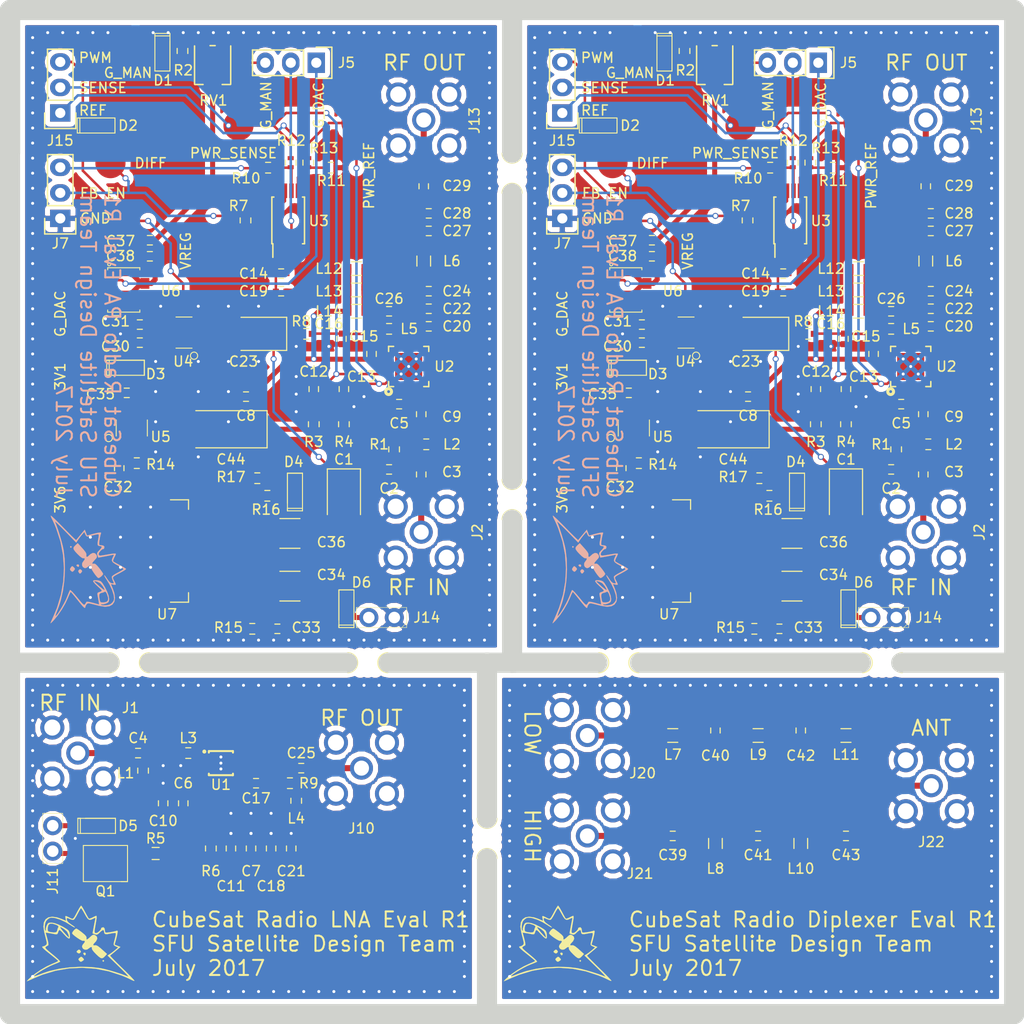
<source format=kicad_pcb>
(kicad_pcb (version 4) (host pcbnew 4.0.6-e0-6349~53~ubuntu16.04.1)
  (layers (0 F.Cu signal) (31 B.Cu signal) (35 F.Paste user) (36 B.SilkS user) (37 F.SilkS user) (38 B.Mask user hide) (39 F.Mask user hide) (44 Edge.Cuts user))
  (net 0 "")
  (net 1 "Net-(C4-Pad1)")
  (net 2 "Net-(C4-Pad2)")
  (net 3 "Net-(C10-Pad1)")
  (net 4 GND)
  (net 5 "Net-(C11-Pad1)")
  (net 6 "Net-(C17-Pad1)")
  (net 7 "Net-(C17-Pad2)")
  (net 8 "Net-(C25-Pad1)")
  (net 9 "Net-(C25-Pad2)")
  (net 10 /LNA_5V0)
  (net 11 "Net-(J11-Pad1)")
  (net 12 "Net-(L3-Pad1)")
  (net 13 "Net-(R6-Pad2)")
  (net 14 "Net-(U1-Pad2)")
  (net 15 "Net-(U1-Pad8)")
  (net 16 /MCU_PWM)
  (net 17 "Net-(U4-Pad1)")
  (net 18 /3V6)
  (net 19 "Net-(R14-Pad2)")
  (net 20 "Net-(U5-Pad4)")
  (net 21 /3V1)
  (net 22 /G_DAC)
  (net 23 "Net-(U6-Pad3)")
  (net 24 "Net-(C39-Pad1)")
  (net 25 "Net-(C39-Pad2)")
  (net 26 "Net-(C40-Pad1)")
  (net 27 "Net-(C41-Pad1)")
  (net 28 "Net-(C42-Pad1)")
  (net 29 "Net-(C43-Pad1)")
  (net 30 "Net-(C3-Pad2)")
  (net 31 "Net-(C29-Pad1)")
  (net 32 "Net-(J20-Pad1)")
  (net 33 "Net-(C14-Pad1)")
  (net 34 /VREG)
  (net 35 "Net-(C33-Pad1)")
  (net 36 /G_MAN)
  (net 37 "Net-(J6-Pad1)")
  (net 38 "Net-(R10-Pad1)")
  (net 39 "Net-(J7-Pad3)")
  (net 40 "Net-(R11-Pad1)")
  (net 41 /PWR_SENSE)
  (net 42 /PWR_REF)
  (net 43 "Net-(R15-Pad2)")
  (net 44 "Net-(R16-Pad2)")
  (net 45 "Net-(RV1-Pad1)")
  (net 46 "Net-(C3-Pad1)")
  (net 47 "Net-(C5-Pad1)")
  (net 48 "Net-(C9-Pad1)")
  (net 49 "Net-(C16-Pad1)")
  (net 50 "Net-(C20-Pad1)")
  (net 51 "Net-(C26-Pad1)")
  (net 52 "Net-(C27-Pad1)")
  (net 53 "Net-(J5-Pad2)")
  (net 54 "Net-(U2-Pad4)")
  (net 55 "Net-(U2-Pad20)")
  (net 56 "Net-(U2-Pad21)")
  (net 57 "Net-(U2-Pad7)")
  (net 58 "Net-(U2-Pad8)")
  (net 59 "Net-(U2-Pad9)")
  (net 60 "Net-(U2-Pad12)")
  (net 61 "Net-(U2-Pad11)")
  (net 62 "Net-(U2-Pad10)")
  (net 63 "Net-(U4-Pad4)")
  (module SFUSat:VIA-0.6mm (layer F.Cu) (at 152.25 66.25)
    (fp_text reference REF** hide)
    (fp_text value VIA-0.6mm hide)
    (pad 1 thru_hole circle (at 0 0) (size 0.6 0.6) (drill 0.3) (layers *.Cu) (net 4 GND))
  )
  (module SFUSat:VIA-0.6mm (layer F.Cu) (at 152.25 64.75)
    (fp_text reference REF** hide)
    (fp_text value VIA-0.6mm hide)
    (pad 1 thru_hole circle (at 0 0) (size 0.6 0.6) (drill 0.3) (layers *.Cu) (net 4 GND))
  )
  (module SFUSat:VIA-0.6mm (layer F.Cu) (at 152.25 63.25)
    (fp_text reference REF** hide)
    (fp_text value VIA-0.6mm hide)
    (pad 1 thru_hole circle (at 0 0) (size 0.6 0.6) (drill 0.3) (layers *.Cu) (net 4 GND))
  )
  (module SFUSat:VIA-0.6mm (layer F.Cu) (at 152.25 61.75)
    (fp_text reference REF** hide)
    (fp_text value VIA-0.6mm hide)
    (pad 1 thru_hole circle (at 0 0) (size 0.6 0.6) (drill 0.3) (layers *.Cu) (net 4 GND))
  )
  (module SFUSat:VIA-0.6mm (layer F.Cu) (at 102.25 66.25)
    (fp_text reference REF** hide)
    (fp_text value VIA-0.6mm hide)
    (pad 1 thru_hole circle (at 0 0) (size 0.6 0.6) (drill 0.3) (layers *.Cu) (net 4 GND))
  )
  (module SFUSat:VIA-0.6mm (layer F.Cu) (at 102.25 64.75)
    (fp_text reference REF** hide)
    (fp_text value VIA-0.6mm hide)
    (pad 1 thru_hole circle (at 0 0) (size 0.6 0.6) (drill 0.3) (layers *.Cu) (net 4 GND))
  )
  (module SFUSat:VIA-0.6mm (layer F.Cu) (at 102.25 63.25)
    (fp_text reference REF** hide)
    (fp_text value VIA-0.6mm hide)
    (pad 1 thru_hole circle (at 0 0) (size 0.6 0.6) (drill 0.3) (layers *.Cu) (net 4 GND))
  )
  (module SFUSat:VIA-0.6mm (layer F.Cu) (at 102.25 61.75)
    (fp_text reference REF** hide)
    (fp_text value VIA-0.6mm hide)
    (pad 1 thru_hole circle (at 0 0) (size 0.6 0.6) (drill 0.3) (layers *.Cu) (net 4 GND))
  )
  (module SFUSat:CP_Tantalum_Case-B_EIA-1411-21_Reflow (layer F.Cu) (at 133.25 98.5 270)
    (fp_text reference C1 (at -3.75 0 360) (layer F.SilkS))
    (fp_text value 10uF)
    (pad 1 smd rect (at -1.525 0 270) (size 1.95 2.5) (layers F.Cu F.Paste F.Mask) (net 34 /VREG))
    (pad 2 smd rect (at 1.525 0 270) (size 1.95 2.5) (layers F.Cu F.Paste F.Mask) (net 4 GND))
  )
  (module SFUSat:CP_Tantalum_Case-B_EIA-1411-21_Reflow (layer F.Cu) (at 124.75 82.25 180)
    (fp_text reference C23 (at 1.5 -2.75 180) (layer F.SilkS))
    (fp_text value 10uF)
    (pad 1 smd rect (at -1.525 0 180) (size 1.95 2.5) (layers F.Cu F.Paste F.Mask) (net 34 /VREG))
    (pad 2 smd rect (at 1.525 0 180) (size 1.95 2.5) (layers F.Cu F.Paste F.Mask) (net 4 GND))
  )
  (module SFUSat:CP_Tantalum_Case-C_EIA-2312-28_Reflow (layer F.Cu) (at 121.5 91.75 180)
    (fp_text reference C44 (at -0.5 -3 180) (layer F.SilkS))
    (fp_text value 10uF)
    (pad 1 smd rect (at -2.525 0 180) (size 2.55 2.5) (layers F.Cu F.Paste F.Mask) (net 18 /3V6))
    (pad 2 smd rect (at 2.525 0 180) (size 2.55 2.5) (layers F.Cu F.Paste F.Mask) (net 4 GND))
  )
  (module SFUSat:PESD57zx (layer F.Cu) (at 133.5 109.5 90)
    (fp_text reference D6 (at 2.5 1.5 180) (layer F.SilkS))
    (fp_text value PESD5Zx)
    (pad 1 smd rect (at -0.55 0 90) (size 0.8 0.6) (layers F.Cu F.Paste F.Mask) (net 35 "Net-(C33-Pad1)"))
    (pad 2 smd rect (at 0.55 0 90) (size 0.8 0.6) (layers F.Cu F.Paste F.Mask) (net 4 GND))
  )
  (module SFUSat:TSSOP-8_4.4x3mm_Pitch0.65mm (layer F.Cu) (at 127.7 70.95 90)
    (fp_text reference U3 (at -0.05 3.05 180) (layer F.SilkS))
    (fp_text value LMV358)
    (pad 1 smd rect (at -2.95 -0.975 90) (size 1.45 0.45) (layers F.Cu F.Paste F.Mask) (net 34 /VREG))
    (pad 2 smd rect (at -2.95 -0.325 90) (size 1.45 0.45) (layers F.Cu F.Paste F.Mask) (net 33 "Net-(C14-Pad1)"))
    (pad 3 smd rect (at -2.95 0.325 90) (size 1.45 0.45) (layers F.Cu F.Paste F.Mask) (net 53 "Net-(J5-Pad2)"))
    (pad 4 smd rect (at -2.95 0.975 90) (size 1.45 0.45) (layers F.Cu F.Paste F.Mask) (net 4 GND))
    (pad 5 smd rect (at 2.95 0.975 90) (size 1.45 0.45) (layers F.Cu F.Paste F.Mask) (net 40 "Net-(R11-Pad1)"))
    (pad 6 smd rect (at 2.95 0.325 90) (size 1.45 0.45) (layers F.Cu F.Paste F.Mask) (net 38 "Net-(R10-Pad1)"))
    (pad 7 smd rect (at 2.95 -0.325 90) (size 1.45 0.45) (layers F.Cu F.Paste F.Mask) (net 37 "Net-(J6-Pad1)"))
    (pad 8 smd rect (at 2.95 -0.975 90) (size 1.45 0.45) (layers F.Cu F.Paste F.Mask) (net 21 /3V1))
  )
  (module SFUSat:R_0402 (layer F.Cu) (at 129.5 82.25)
    (fp_text reference R8 (at -0.5 -1.25) (layer F.SilkS))
    (fp_text value 220R)
    (pad 1 smd rect (at -0.45 0) (size 0.4 0.6) (layers F.Cu F.Paste F.Mask) (net 34 /VREG))
    (pad 2 smd rect (at 0.45 0) (size 0.4 0.6) (layers F.Cu F.Paste F.Mask) (net 49 "Net-(C16-Pad1)"))
  )
  (module SFUSat:R_0402 (layer F.Cu) (at 133.25 91.25 270)
    (fp_text reference R4 (at 1.75 0 360) (layer F.SilkS))
    (fp_text value 390R)
    (pad 1 smd rect (at -0.45 0 270) (size 0.4 0.6) (layers F.Cu F.Paste F.Mask) (net 42 /PWR_REF))
    (pad 2 smd rect (at 0.45 0 270) (size 0.4 0.6) (layers F.Cu F.Paste F.Mask) (net 18 /3V6))
  )
  (module SFUSat:R_0402 (layer F.Cu) (at 130.25 91.25 270)
    (fp_text reference R3 (at 1.75 0 360) (layer F.SilkS))
    (fp_text value 390R)
    (pad 1 smd rect (at -0.45 0 270) (size 0.4 0.6) (layers F.Cu F.Paste F.Mask) (net 41 /PWR_SENSE))
    (pad 2 smd rect (at 0.45 0 270) (size 0.4 0.6) (layers F.Cu F.Paste F.Mask) (net 18 /3V6))
  )
  (module SFUSat:R_0402 (layer F.Cu) (at 138.25 93.75 270)
    (fp_text reference R1 (at -0.5 1.5 360) (layer F.SilkS))
    (fp_text value 220R)
    (pad 1 smd rect (at -0.45 0 270) (size 0.4 0.6) (layers F.Cu F.Paste F.Mask) (net 47 "Net-(C5-Pad1)"))
    (pad 2 smd rect (at 0.45 0 270) (size 0.4 0.6) (layers F.Cu F.Paste F.Mask) (net 34 /VREG))
  )
  (module SFUSat:L_0603 (layer F.Cu) (at 134.5 80)
    (fp_text reference L14 (at -2.75 0) (layer F.SilkS))
    (fp_text value 0R0)
    (pad 1 smd rect (at -0.75 0) (size 0.5 0.9) (layers F.Cu F.Paste F.Mask) (net 18 /3V6))
    (pad 2 smd rect (at 0.75 0) (size 0.5 0.9) (layers F.Cu F.Paste F.Mask) (net 51 "Net-(C26-Pad1)"))
  )
  (module SFUSat:L_0603 (layer F.Cu) (at 134.492381 77.875)
    (fp_text reference L13 (at -2.742381 0.125) (layer F.SilkS))
    (fp_text value 0R0)
    (pad 1 smd rect (at -0.75 0) (size 0.5 0.9) (layers F.Cu F.Paste F.Mask) (net 18 /3V6))
    (pad 2 smd rect (at 0.75 0) (size 0.5 0.9) (layers F.Cu F.Paste F.Mask) (net 51 "Net-(C26-Pad1)"))
  )
  (module SFUSat:L_0603 (layer F.Cu) (at 134.5 75.75)
    (fp_text reference L12 (at -2.75 0) (layer F.SilkS))
    (fp_text value 0R0)
    (pad 1 smd rect (at -0.75 0) (size 0.5 0.9) (layers F.Cu F.Paste F.Mask) (net 18 /3V6))
    (pad 2 smd rect (at 0.75 0) (size 0.5 0.9) (layers F.Cu F.Paste F.Mask) (net 51 "Net-(C26-Pad1)"))
  )
  (module SFUSat:L_0603 (layer F.Cu) (at 141.2 75 270)
    (fp_text reference L6 (at 0 -2.8 360) (layer F.SilkS))
    (fp_text value 0R0)
    (pad 1 smd rect (at -0.75 0 270) (size 0.5 0.9) (layers F.Cu F.Paste F.Mask) (net 52 "Net-(C27-Pad1)"))
    (pad 2 smd rect (at 0.75 0 270) (size 0.5 0.9) (layers F.Cu F.Paste F.Mask) (net 50 "Net-(C20-Pad1)"))
  )
  (module SFUSat:L_0402 (layer F.Cu) (at 137.75 81.75)
    (fp_text reference L5 (at 2 0) (layer F.SilkS))
    (fp_text value 12.55nH)
    (pad 1 smd rect (at -0.55 0) (size 0.6 0.5) (layers F.Cu F.Paste F.Mask) (net 51 "Net-(C26-Pad1)"))
    (pad 2 smd rect (at 0.55 0) (size 0.6 0.5) (layers F.Cu F.Paste F.Mask) (net 50 "Net-(C20-Pad1)"))
  )
  (module SFUSat:L_0402 (layer F.Cu) (at 141.45 93.25)
    (fp_text reference L2 (at 2.55 0) (layer F.SilkS))
    (fp_text value 8.2nH)
    (pad 1 smd rect (at -0.55 0) (size 0.6 0.5) (layers F.Cu F.Paste F.Mask) (net 46 "Net-(C3-Pad1)"))
    (pad 2 smd rect (at 0.55 0) (size 0.6 0.5) (layers F.Cu F.Paste F.Mask) (net 4 GND))
  )
  (module SFUSat:Measurement_Point_Round-SMD-Pad_Big (layer F.Cu) (at 105 75.75)
    (fp_text reference J18 hide)
    (fp_text value TEST_1P)
    (pad 1 smd circle (at 0 0) (size 3 3) (layers F.Cu F.Mask) (net 22 /G_DAC))
  )
  (module SFUSat:Measurement_Point_Round-SMD-Pad_Big (layer F.Cu) (at 105 95.25)
    (fp_text reference J17 hide)
    (fp_text value TEST_1P)
    (pad 1 smd circle (at 0 0) (size 3 3) (layers F.Cu F.Mask) (net 18 /3V6))
  )
  (module SFUSat:Measurement_Point_Round-SMD-Pad_Big (layer F.Cu) (at 105 90.25)
    (fp_text reference J16 hide)
    (fp_text value TEST_1P)
    (pad 1 smd circle (at 0 0) (size 3 3) (layers F.Cu F.Mask) (net 21 /3V1))
  )
  (module SFUSat:2x01In_Header_v2 (layer F.Cu) (at 137 110.5 180)
    (fp_text reference J14 (at -4.5 0 180) (layer F.SilkS))
    (fp_text value CONN_01X02)
    (pad 2 thru_hole circle (at 1.27 0 180) (size 1.9 1.9) (drill 1.15) (layers *.Cu *.Mask) (net 35 "Net-(C33-Pad1)"))
    (pad 1 thru_hole circle (at -1.27 0 180) (size 1.9 1.9) (drill 1.15) (layers *.Cu *.Mask) (net 4 GND))
  )
  (module SFUSat:Measurement_Point_Round-SMD-Pad_Big (layer F.Cu) (at 134.5 61.25)
    (fp_text reference J9 hide)
    (fp_text value TEST_1P)
    (pad 1 smd circle (at 0 0) (size 3 3) (layers F.Cu F.Mask) (net 42 /PWR_REF))
  )
  (module SFUSat:Measurement_Point_Round-SMD-Pad_Big (layer F.Cu) (at 122.75 61.5)
    (fp_text reference J8 hide)
    (fp_text value TEST_1P)
    (pad 1 smd circle (at 0 0) (size 3 3) (layers F.Cu F.Mask) (net 41 /PWR_SENSE))
  )
  (module SFUSat:Socket_Strip_Straight_1x03 (layer F.Cu) (at 105 70.75 90)
    (fp_text reference J7 (at -2.5 0 180) (layer F.SilkS))
    (fp_text value CONN_01X03)
    (pad 1 thru_hole rect (at 0 0 90) (size 1.7272 2.032) (drill 1.016) (layers *.Cu *.Mask) (net 4 GND))
    (pad 2 thru_hole oval (at 2.54 0 90) (size 1.7272 2.032) (drill 1.016) (layers *.Cu *.Mask) (net 37 "Net-(J6-Pad1)"))
    (pad 3 thru_hole oval (at 5.08 0 90) (size 1.7272 2.032) (drill 1.016) (layers *.Cu *.Mask) (net 39 "Net-(J7-Pad3)"))
  )
  (module SFUSat:Measurement_Point_Round-SMD-Pad_Big (layer F.Cu) (at 110 65.25)
    (fp_text reference J6 hide)
    (fp_text value TEST_1P)
    (pad 1 smd circle (at 0 0) (size 3 3) (layers F.Cu F.Mask) (net 37 "Net-(J6-Pad1)"))
  )
  (module SFUSat:Socket_Strip_Straight_1x03 (layer F.Cu) (at 130.5 55.25 180)
    (fp_text reference J5 (at -3 0 180) (layer F.SilkS))
    (fp_text value CONN_01X03)
    (pad 1 thru_hole rect (at 0 0 180) (size 1.7272 2.032) (drill 1.016) (layers *.Cu *.Mask) (net 22 /G_DAC))
    (pad 2 thru_hole oval (at 2.54 0 180) (size 1.7272 2.032) (drill 1.016) (layers *.Cu *.Mask) (net 53 "Net-(J5-Pad2)"))
    (pad 3 thru_hole oval (at 5.08 0 180) (size 1.7272 2.032) (drill 1.016) (layers *.Cu *.Mask) (net 36 /G_MAN))
  )
  (module SFUSat:Measurement_Point_Round-SMD-Pad_Big (layer F.Cu) (at 120.25 74)
    (fp_text reference J4 hide)
    (fp_text value TEST_1P)
    (pad 1 smd circle (at 0 0) (size 3 3) (layers F.Cu F.Mask) (net 34 /VREG))
  )
  (module SFUSat:Measurement_Point_Round-SMD-Pad_Big (layer F.Cu) (at 112.5 53.75)
    (fp_text reference J3 hide)
    (fp_text value TEST_1P)
    (pad 1 smd circle (at 0 0) (size 3 3) (layers F.Cu F.Mask) (net 36 /G_MAN))
  )
  (module SFUSat:C_0402 (layer F.Cu) (at 141.2 67.55 270)
    (fp_text reference C29 (at -0.05 -3.3 360) (layer F.SilkS))
    (fp_text value 100pF)
    (pad 1 smd rect (at -0.525 0 270) (size 0.6 0.5) (layers F.Cu F.Paste F.Mask) (net 31 "Net-(C29-Pad1)"))
    (pad 2 smd rect (at 0.525 0 270) (size 0.6 0.5) (layers F.Cu F.Paste F.Mask) (net 52 "Net-(C27-Pad1)"))
  )
  (module SFUSat:C_0402 (layer F.Cu) (at 141.7 70.25)
    (fp_text reference C28 (at 2.8 0) (layer F.SilkS))
    (fp_text value 1.2pF)
    (pad 1 smd rect (at -0.525 0) (size 0.6 0.5) (layers F.Cu F.Paste F.Mask) (net 52 "Net-(C27-Pad1)"))
    (pad 2 smd rect (at 0.525 0) (size 0.6 0.5) (layers F.Cu F.Paste F.Mask) (net 4 GND))
  )
  (module SFUSat:C_0402 (layer F.Cu) (at 141.7 72)
    (fp_text reference C27 (at 2.8 0) (layer F.SilkS))
    (fp_text value 10pF)
    (pad 1 smd rect (at -0.525 0) (size 0.6 0.5) (layers F.Cu F.Paste F.Mask) (net 52 "Net-(C27-Pad1)"))
    (pad 2 smd rect (at 0.525 0) (size 0.6 0.5) (layers F.Cu F.Paste F.Mask) (net 4 GND))
  )
  (module SFUSat:C_0402 (layer F.Cu) (at 137.75 80)
    (fp_text reference C26 (at 0 -1.25) (layer F.SilkS))
    (fp_text value 2.2uF)
    (pad 1 smd rect (at -0.525 0) (size 0.6 0.5) (layers F.Cu F.Paste F.Mask) (net 51 "Net-(C26-Pad1)"))
    (pad 2 smd rect (at 0.525 0) (size 0.6 0.5) (layers F.Cu F.Paste F.Mask) (net 4 GND))
  )
  (module SFUSat:C_0402 (layer F.Cu) (at 141.7 78)
    (fp_text reference C24 (at 2.8 0) (layer F.SilkS))
    (fp_text value 27pF)
    (pad 1 smd rect (at -0.525 0) (size 0.6 0.5) (layers F.Cu F.Paste F.Mask) (net 50 "Net-(C20-Pad1)"))
    (pad 2 smd rect (at 0.525 0) (size 0.6 0.5) (layers F.Cu F.Paste F.Mask) (net 4 GND))
  )
  (module SFUSat:C_0402 (layer F.Cu) (at 141.7 79.75)
    (fp_text reference C22 (at 2.8 0) (layer F.SilkS))
    (fp_text value 10pF)
    (pad 1 smd rect (at -0.525 0) (size 0.6 0.5) (layers F.Cu F.Paste F.Mask) (net 50 "Net-(C20-Pad1)"))
    (pad 2 smd rect (at 0.525 0) (size 0.6 0.5) (layers F.Cu F.Paste F.Mask) (net 4 GND))
  )
  (module SFUSat:C_0402 (layer F.Cu) (at 141.7 81.5)
    (fp_text reference C20 (at 2.8 0) (layer F.SilkS))
    (fp_text value DNP)
    (pad 1 smd rect (at -0.525 0) (size 0.6 0.5) (layers F.Cu F.Paste F.Mask) (net 50 "Net-(C20-Pad1)"))
    (pad 2 smd rect (at 0.525 0) (size 0.6 0.5) (layers F.Cu F.Paste F.Mask) (net 4 GND))
  )
  (module SFUSat:C_0402 (layer F.Cu) (at 127 78)
    (fp_text reference C19 (at -2.75 0) (layer F.SilkS))
    (fp_text value 1uF)
    (pad 1 smd rect (at -0.525 0) (size 0.6 0.5) (layers F.Cu F.Paste F.Mask) (net 34 /VREG))
    (pad 2 smd rect (at 0.525 0) (size 0.6 0.5) (layers F.Cu F.Paste F.Mask) (net 4 GND))
  )
  (module SFUSat:C_0402 (layer F.Cu) (at 133 82.75 270)
    (fp_text reference C16 (at -1.5 1.25 360) (layer F.SilkS))
    (fp_text value 2.2uF)
    (pad 1 smd rect (at -0.525 0 270) (size 0.6 0.5) (layers F.Cu F.Paste F.Mask) (net 49 "Net-(C16-Pad1)"))
    (pad 2 smd rect (at 0.525 0 270) (size 0.6 0.5) (layers F.Cu F.Paste F.Mask) (net 4 GND))
  )
  (module SFUSat:C_0402 (layer F.Cu) (at 136 84.25 90)
    (fp_text reference C15 (at 1.75 -0.75 180) (layer F.SilkS))
    (fp_text value 1uF)
    (pad 1 smd rect (at -0.525 0 90) (size 0.6 0.5) (layers F.Cu F.Paste F.Mask) (net 18 /3V6))
    (pad 2 smd rect (at 0.525 0 90) (size 0.6 0.5) (layers F.Cu F.Paste F.Mask) (net 4 GND))
  )
  (module SFUSat:C_0402 (layer F.Cu) (at 130.25 87.75 270)
    (fp_text reference C12 (at -1.75 0 360) (layer F.SilkS))
    (fp_text value 1uF)
    (pad 1 smd rect (at -0.525 0 270) (size 0.6 0.5) (layers F.Cu F.Paste F.Mask) (net 41 /PWR_SENSE))
    (pad 2 smd rect (at 0.525 0 270) (size 0.6 0.5) (layers F.Cu F.Paste F.Mask) (net 4 GND))
  )
  (module SFUSat:C_0402 (layer F.Cu) (at 140.95 90.25 270)
    (fp_text reference C9 (at 0.25 -3.05 360) (layer F.SilkS))
    (fp_text value 22pF)
    (pad 1 smd rect (at -0.525 0 270) (size 0.6 0.5) (layers F.Cu F.Paste F.Mask) (net 48 "Net-(C9-Pad1)"))
    (pad 2 smd rect (at 0.525 0 270) (size 0.6 0.5) (layers F.Cu F.Paste F.Mask) (net 46 "Net-(C3-Pad1)"))
  )
  (module SFUSat:C_0402 (layer F.Cu) (at 123.5 88.5 180)
    (fp_text reference C8 (at 0 -1.9 180) (layer F.SilkS))
    (fp_text value 220pF)
    (pad 1 smd rect (at -0.525 0 180) (size 0.6 0.5) (layers F.Cu F.Paste F.Mask) (net 18 /3V6))
    (pad 2 smd rect (at 0.525 0 180) (size 0.6 0.5) (layers F.Cu F.Paste F.Mask) (net 4 GND))
  )
  (module SFUSat:C_0402 (layer F.Cu) (at 138.75 89.25 180)
    (fp_text reference C5 (at 0 -1.9 180) (layer F.SilkS))
    (fp_text value 2.2uF)
    (pad 1 smd rect (at -0.525 0 180) (size 0.6 0.5) (layers F.Cu F.Paste F.Mask) (net 47 "Net-(C5-Pad1)"))
    (pad 2 smd rect (at 0.525 0 180) (size 0.6 0.5) (layers F.Cu F.Paste F.Mask) (net 4 GND))
  )
  (module SFUSat:C_0402 (layer F.Cu) (at 140.95 96.25 270)
    (fp_text reference C3 (at -0.25 -3.05 360) (layer F.SilkS))
    (fp_text value 100pF)
    (pad 1 smd rect (at -0.525 0 270) (size 0.6 0.5) (layers F.Cu F.Paste F.Mask) (net 46 "Net-(C3-Pad1)"))
    (pad 2 smd rect (at 0.525 0 270) (size 0.6 0.5) (layers F.Cu F.Paste F.Mask) (net 30 "Net-(C3-Pad2)"))
  )
  (module SFUSat:C_0402 (layer F.Cu) (at 137.75 95.75 180)
    (fp_text reference C2 (at 0 -1.9 180) (layer F.SilkS))
    (fp_text value 1uF)
    (pad 1 smd rect (at -0.525 0 180) (size 0.6 0.5) (layers F.Cu F.Paste F.Mask) (net 34 /VREG))
    (pad 2 smd rect (at 0.525 0 180) (size 0.6 0.5) (layers F.Cu F.Paste F.Mask) (net 4 GND))
  )
  (module SFUSat:TO-263-5Lead (layer F.Cu) (at 115.625 103.875 180)
    (fp_text reference U7 (at 0 -6.3 360) (layer F.SilkS))
    (fp_text value RT9183)
    (pad 3 smd rect (at 7.15 2.98 180) (size 4 4.5) (layers F.Cu F.Paste F.Mask) (net 4 GND))
    (pad 3 smd rect (at 2 2.92 180) (size 4 4.5) (layers F.Cu F.Paste F.Mask) (net 4 GND))
    (pad 3 smd rect (at 7.11 -2.99 180) (size 4 4.5) (layers F.Cu F.Paste F.Mask) (net 4 GND))
    (pad 5 smd rect (at -4.58 3.4 180) (size 4.6 1.1) (layers F.Cu F.Paste F.Mask) (net 44 "Net-(R16-Pad2)"))
    (pad 4 smd rect (at -4.58 1.7 180) (size 4.6 1.1) (layers F.Cu F.Paste F.Mask) (net 18 /3V6))
    (pad 2 smd rect (at -4.58 -1.7 180) (size 4.6 1.1) (layers F.Cu F.Paste F.Mask) (net 35 "Net-(C33-Pad1)"))
    (pad 3 smd rect (at 4.58 0 180) (size 9.4 10.8) (layers F.Cu F.Mask) (net 4 GND))
    (pad 3 smd rect (at -4.58 0 180) (size 4.6 1.1) (layers F.Cu F.Paste F.Mask) (net 4 GND))
    (pad 1 smd rect (at -4.58 -3.4 180) (size 4.6 1.1) (layers F.Cu F.Paste F.Mask) (net 43 "Net-(R15-Pad2)"))
    (pad 3 smd rect (at 2.05 -3 180) (size 4 4.5) (layers F.Cu F.Paste F.Mask) (net 4 GND))
  )
  (module SFUSat:C_0402 (layer F.Cu) (at 113.925 74.525 180)
    (fp_text reference C38 (at 2.925 0.025 180) (layer F.SilkS))
    (fp_text value 0.1uF)
    (pad 1 smd rect (at -0.525 0 180) (size 0.6 0.5) (layers F.Cu F.Paste F.Mask) (net 21 /3V1))
    (pad 2 smd rect (at 0.525 0 180) (size 0.6 0.5) (layers F.Cu F.Paste F.Mask) (net 4 GND))
  )
  (module SFUSat:TC33_SMD (layer F.Cu) (at 120.175 55.575 180)
    (fp_text reference RV1 (at -0.075 -3.425 180) (layer F.SilkS))
    (fp_text value POT)
    (pad 1 smd rect (at -1 1.8 180) (size 1.2 1.2) (layers F.Cu F.Paste F.Mask) (net 45 "Net-(RV1-Pad1)"))
    (pad 3 smd rect (at 1 1.8 180) (size 1.2 1.2) (layers F.Cu F.Paste F.Mask) (net 36 /G_MAN))
    (pad 2 smd rect (at 0 -1.45 180) (size 1.6 1.5) (layers F.Cu F.Paste F.Mask) (net 21 /3V1))
  )
  (module SFUSat:R_0402 (layer F.Cu) (at 124.625 96.625 180)
    (fp_text reference R17 (at 2.625 0.125 180) (layer F.SilkS))
    (fp_text value 287R)
    (pad 1 smd rect (at -0.45 0 180) (size 0.4 0.6) (layers F.Cu F.Paste F.Mask) (net 44 "Net-(R16-Pad2)"))
    (pad 2 smd rect (at 0.45 0 180) (size 0.4 0.6) (layers F.Cu F.Paste F.Mask) (net 4 GND))
  )
  (module SFUSat:R_0402 (layer F.Cu) (at 125.625 98.375 180)
    (fp_text reference R16 (at 0.125 -1.375 180) (layer F.SilkS))
    (fp_text value 1k)
    (pad 1 smd rect (at -0.45 0 180) (size 0.4 0.6) (layers F.Cu F.Paste F.Mask) (net 18 /3V6))
    (pad 2 smd rect (at 0.45 0 180) (size 0.4 0.6) (layers F.Cu F.Paste F.Mask) (net 44 "Net-(R16-Pad2)"))
  )
  (module SFUSat:R_0402 (layer F.Cu) (at 124.125 111.625 180)
    (fp_text reference R15 (at 2.375 0.125 180) (layer F.SilkS))
    (fp_text value 1k)
    (pad 1 smd rect (at -0.45 0 180) (size 0.4 0.6) (layers F.Cu F.Paste F.Mask) (net 35 "Net-(C33-Pad1)"))
    (pad 2 smd rect (at 0.45 0 180) (size 0.4 0.6) (layers F.Cu F.Paste F.Mask) (net 43 "Net-(R15-Pad2)"))
  )
  (module SFUSat:R_0402 (layer F.Cu) (at 112.625 95.125)
    (fp_text reference R14 (at 2.375 0.125) (layer F.SilkS))
    (fp_text value 1K)
    (pad 1 smd rect (at -0.45 0) (size 0.4 0.6) (layers F.Cu F.Paste F.Mask) (net 18 /3V6))
    (pad 2 smd rect (at 0.45 0) (size 0.4 0.6) (layers F.Cu F.Paste F.Mask) (net 19 "Net-(R14-Pad2)"))
  )
  (module SFUSat:R_0402 (layer F.Cu) (at 129.7 65.2 270)
    (fp_text reference R13 (at -1.45 -1.55 360) (layer F.SilkS))
    (fp_text value 10K)
    (pad 1 smd rect (at -0.45 0 270) (size 0.4 0.6) (layers F.Cu F.Paste F.Mask) (net 42 /PWR_REF))
    (pad 2 smd rect (at 0.45 0 270) (size 0.4 0.6) (layers F.Cu F.Paste F.Mask) (net 40 "Net-(R11-Pad1)"))
  )
  (module SFUSat:R_0402 (layer F.Cu) (at 127.95 65.2 270)
    (fp_text reference R12 (at -2.2 -0.05 360) (layer F.SilkS))
    (fp_text value 10K)
    (pad 1 smd rect (at -0.45 0 270) (size 0.4 0.6) (layers F.Cu F.Paste F.Mask) (net 41 /PWR_SENSE))
    (pad 2 smd rect (at 0.45 0 270) (size 0.4 0.6) (layers F.Cu F.Paste F.Mask) (net 38 "Net-(R10-Pad1)"))
  )
  (module SFUSat:R_0402 (layer F.Cu) (at 131.95 65.7)
    (fp_text reference R11 (at 0.05 1.3) (layer F.SilkS))
    (fp_text value 10K)
    (pad 1 smd rect (at -0.45 0) (size 0.4 0.6) (layers F.Cu F.Paste F.Mask) (net 40 "Net-(R11-Pad1)"))
    (pad 2 smd rect (at 0.45 0) (size 0.4 0.6) (layers F.Cu F.Paste F.Mask) (net 4 GND))
  )
  (module SFUSat:R_0402 (layer F.Cu) (at 125.7 65.7 180)
    (fp_text reference R10 (at 2.2 -1.05 180) (layer F.SilkS))
    (fp_text value 10K)
    (pad 1 smd rect (at -0.45 0 180) (size 0.4 0.6) (layers F.Cu F.Paste F.Mask) (net 38 "Net-(R10-Pad1)"))
    (pad 2 smd rect (at 0.45 0 180) (size 0.4 0.6) (layers F.Cu F.Paste F.Mask) (net 39 "Net-(J7-Pad3)"))
  )
  (module SFUSat:R_0402 (layer F.Cu) (at 123.45 70.95 270)
    (fp_text reference R7 (at -1.45 0.7 360) (layer F.SilkS))
    (fp_text value 1K)
    (pad 1 smd rect (at -0.45 0 270) (size 0.4 0.6) (layers F.Cu F.Paste F.Mask) (net 37 "Net-(J6-Pad1)"))
    (pad 2 smd rect (at 0.45 0 270) (size 0.4 0.6) (layers F.Cu F.Paste F.Mask) (net 33 "Net-(C14-Pad1)"))
  )
  (module SFUSat:R_0402 (layer F.Cu) (at 117.175 54.075 270)
    (fp_text reference R2 (at 1.925 -0.075 360) (layer F.SilkS))
    (fp_text value 1K)
    (pad 1 smd rect (at -0.45 0 270) (size 0.4 0.6) (layers F.Cu F.Paste F.Mask) (net 36 /G_MAN))
    (pad 2 smd rect (at 0.45 0 270) (size 0.4 0.6) (layers F.Cu F.Paste F.Mask) (net 4 GND))
  )
  (module SFUSat:PESD57zx (layer F.Cu) (at 128.375 97.875 90)
    (fp_text reference D4 (at 2.875 -0.125 180) (layer F.SilkS))
    (fp_text value PESD5Zx)
    (pad 1 smd rect (at -0.55 0 90) (size 0.8 0.6) (layers F.Cu F.Paste F.Mask) (net 18 /3V6))
    (pad 2 smd rect (at 0.55 0 90) (size 0.8 0.6) (layers F.Cu F.Paste F.Mask) (net 4 GND))
  )
  (module SFUSat:PESD57zx (layer F.Cu) (at 111.625 85.625)
    (fp_text reference D3 (at 2.875 0.625) (layer F.SilkS))
    (fp_text value PESD5Zx)
    (pad 1 smd rect (at -0.55 0) (size 0.8 0.6) (layers F.Cu F.Paste F.Mask) (net 21 /3V1))
    (pad 2 smd rect (at 0.55 0) (size 0.8 0.6) (layers F.Cu F.Paste F.Mask) (net 4 GND))
  )
  (module SFUSat:PESD57zx (layer F.Cu) (at 108.7 61.5)
    (fp_text reference D2 (at 3.05 0) (layer F.SilkS))
    (fp_text value PESD5Zx)
    (pad 1 smd rect (at -0.55 0) (size 0.8 0.6) (layers F.Cu F.Paste F.Mask) (net 16 /MCU_PWM))
    (pad 2 smd rect (at 0.55 0) (size 0.8 0.6) (layers F.Cu F.Paste F.Mask) (net 4 GND))
  )
  (module SFUSat:PESD57zx (layer F.Cu) (at 115.175 54.325 270)
    (fp_text reference D1 (at 2.675 -0.075 360) (layer F.SilkS))
    (fp_text value PESD5Zx)
    (pad 1 smd rect (at -0.55 0 270) (size 0.8 0.6) (layers F.Cu F.Paste F.Mask) (net 36 /G_MAN))
    (pad 2 smd rect (at 0.55 0 270) (size 0.8 0.6) (layers F.Cu F.Paste F.Mask) (net 4 GND))
  )
  (module SFUSat:C_0402 (layer F.Cu) (at 113.925 72.925 180)
    (fp_text reference C37 (at 2.925 -0.075 180) (layer F.SilkS))
    (fp_text value 0.1uF)
    (pad 1 smd rect (at -0.525 0 180) (size 0.6 0.5) (layers F.Cu F.Paste F.Mask) (net 21 /3V1))
    (pad 2 smd rect (at 0.525 0 180) (size 0.6 0.5) (layers F.Cu F.Paste F.Mask) (net 4 GND))
  )
  (module SFUSat:C_1210 (layer F.Cu) (at 127.875 102.125)
    (fp_text reference C36 (at 4.125 0.875) (layer F.SilkS))
    (fp_text value 10uF)
    (pad 1 smd rect (at -1.8 0) (size 1.4 2.9) (layers F.Cu F.Paste F.Mask) (net 18 /3V6))
    (pad 2 smd rect (at 1.8 0) (size 1.4 2.9) (layers F.Cu F.Paste F.Mask) (net 4 GND))
  )
  (module SFUSat:C_0402 (layer F.Cu) (at 111.625 88.125)
    (fp_text reference C35 (at -2.625 0.125) (layer F.SilkS))
    (fp_text value 1uF)
    (pad 1 smd rect (at -0.525 0) (size 0.6 0.5) (layers F.Cu F.Paste F.Mask) (net 21 /3V1))
    (pad 2 smd rect (at 0.525 0) (size 0.6 0.5) (layers F.Cu F.Paste F.Mask) (net 4 GND))
  )
  (module SFUSat:C_1210 (layer F.Cu) (at 127.875 107.375)
    (fp_text reference C34 (at 4.125 -1.125) (layer F.SilkS))
    (fp_text value 10uF)
    (pad 1 smd rect (at -1.8 0) (size 1.4 2.9) (layers F.Cu F.Paste F.Mask) (net 35 "Net-(C33-Pad1)"))
    (pad 2 smd rect (at 1.8 0) (size 1.4 2.9) (layers F.Cu F.Paste F.Mask) (net 4 GND))
  )
  (module SFUSat:C_0402 (layer F.Cu) (at 126.625 111.625)
    (fp_text reference C33 (at 2.875 -0.125) (layer F.SilkS))
    (fp_text value 0.1uF)
    (pad 1 smd rect (at -0.525 0) (size 0.6 0.5) (layers F.Cu F.Paste F.Mask) (net 35 "Net-(C33-Pad1)"))
    (pad 2 smd rect (at 0.525 0) (size 0.6 0.5) (layers F.Cu F.Paste F.Mask) (net 4 GND))
  )
  (module SFUSat:C_0402 (layer F.Cu) (at 110.875 95.625 270)
    (fp_text reference C32 (at 1.875 0.125 360) (layer F.SilkS))
    (fp_text value 1uF)
    (pad 1 smd rect (at -0.525 0 270) (size 0.6 0.5) (layers F.Cu F.Paste F.Mask) (net 18 /3V6))
    (pad 2 smd rect (at 0.525 0 270) (size 0.6 0.5) (layers F.Cu F.Paste F.Mask) (net 4 GND))
  )
  (module SFUSat:C_0402 (layer F.Cu) (at 112.925 81.325 180)
    (fp_text reference C31 (at 2.425 0.325 180) (layer F.SilkS))
    (fp_text value 0.1uF)
    (pad 1 smd rect (at -0.525 0 180) (size 0.6 0.5) (layers F.Cu F.Paste F.Mask) (net 18 /3V6))
    (pad 2 smd rect (at 0.525 0 180) (size 0.6 0.5) (layers F.Cu F.Paste F.Mask) (net 4 GND))
  )
  (module SFUSat:C_0402 (layer F.Cu) (at 112.925 83.125 180)
    (fp_text reference C30 (at 2.425 -0.375 180) (layer F.SilkS))
    (fp_text value 0.1uF)
    (pad 1 smd rect (at -0.525 0 180) (size 0.6 0.5) (layers F.Cu F.Paste F.Mask) (net 18 /3V6))
    (pad 2 smd rect (at 0.525 0 180) (size 0.6 0.5) (layers F.Cu F.Paste F.Mask) (net 4 GND))
  )
  (module SFUSat:C_0402 (layer F.Cu) (at 127 76.25 180)
    (fp_text reference C14 (at 2.75 0 180) (layer F.SilkS))
    (fp_text value 0.1uF)
    (pad 1 smd rect (at -0.525 0 180) (size 0.6 0.5) (layers F.Cu F.Paste F.Mask) (net 33 "Net-(C14-Pad1)"))
    (pad 2 smd rect (at 0.525 0 180) (size 0.6 0.5) (layers F.Cu F.Paste F.Mask) (net 34 /VREG))
  )
  (module SFUSat:SMA-Vert-TH (layer F.Cu) (at 141.2 60.95 90)
    (fp_text reference J13 (at -0.05 5.05 90) (layer F.SilkS))
    (fp_text value SMA)
    (pad 2 thru_hole circle (at -2.54 2.54 90) (size 2.4 2.4) (drill 1.6) (layers *.Cu *.Mask) (net 4 GND))
    (pad 2 thru_hole circle (at 2.54 2.54 90) (size 2.4 2.4) (drill 1.6) (layers *.Cu *.Mask) (net 4 GND))
    (pad 2 thru_hole circle (at 2.54 -2.54 90) (size 2.4 2.4) (drill 1.6) (layers *.Cu *.Mask) (net 4 GND))
    (pad 1 thru_hole circle (at 0 0 90) (size 2.3 2.3) (drill 1.5) (layers *.Cu *.Mask) (net 31 "Net-(C29-Pad1)"))
    (pad 2 thru_hole circle (at -2.54 -2.54 90) (size 2.4 2.4) (drill 1.6) (layers *.Cu *.Mask) (net 4 GND))
  )
  (module SFUSat:SMA-Vert-TH (layer F.Cu) (at 140.95 102 90)
    (fp_text reference J2 (at 0 5.6 90) (layer F.SilkS))
    (fp_text value SMA)
    (pad 2 thru_hole circle (at -2.54 2.54 90) (size 2.4 2.4) (drill 1.6) (layers *.Cu *.Mask) (net 4 GND))
    (pad 2 thru_hole circle (at 2.54 2.54 90) (size 2.4 2.4) (drill 1.6) (layers *.Cu *.Mask) (net 4 GND))
    (pad 2 thru_hole circle (at 2.54 -2.54 90) (size 2.4 2.4) (drill 1.6) (layers *.Cu *.Mask) (net 4 GND))
    (pad 1 thru_hole circle (at 0 0 90) (size 2.3 2.3) (drill 1.5) (layers *.Cu *.Mask) (net 30 "Net-(C3-Pad2)"))
    (pad 2 thru_hole circle (at -2.54 -2.54 90) (size 2.4 2.4) (drill 1.6) (layers *.Cu *.Mask) (net 4 GND))
  )
  (module SFUSat:12-TSSOP (layer F.Cu) (at 111.325 77.875 270)
    (fp_text reference U6 (at 0.125 -4.675 360) (layer F.SilkS))
    (fp_text value LTC2644)
    (pad 1 smd rect (at -1.625 2.1055 270) (size 0.42 0.889) (layers F.Cu F.Paste F.Mask) (net 21 /3V1))
    (pad 2 smd rect (at -0.975 2.1055 270) (size 0.42 0.889) (layers F.Cu F.Paste F.Mask) (net 22 /G_DAC))
    (pad 3 smd rect (at -0.325 2.1055 270) (size 0.42 0.889) (layers F.Cu F.Paste F.Mask) (net 23 "Net-(U6-Pad3)"))
    (pad 4 smd rect (at 0.325 2.1055 270) (size 0.42 0.889) (layers F.Cu F.Paste F.Mask) (net 21 /3V1))
    (pad 5 smd rect (at 0.975 2.1055 270) (size 0.42 0.889) (layers F.Cu F.Paste F.Mask) (net 18 /3V6))
    (pad 6 smd rect (at 1.625 2.1055 270) (size 0.42 0.889) (layers F.Cu F.Paste F.Mask) (net 4 GND))
    (pad 7 smd rect (at 1.625 -2.1055 270) (size 0.42 0.889) (layers F.Cu F.Paste F.Mask) (net 18 /3V6))
    (pad 8 smd rect (at 0.975 -2.1055 270) (size 0.42 0.889) (layers F.Cu F.Paste F.Mask) (net 4 GND))
    (pad 9 smd rect (at 0.325 -2.1055 270) (size 0.42 0.889) (layers F.Cu F.Paste F.Mask) (net 63 "Net-(U4-Pad4)"))
    (pad 10 smd rect (at -0.325 -2.1055 270) (size 0.42 0.889) (layers F.Cu F.Paste F.Mask) (net 21 /3V1))
    (pad 11 smd rect (at -0.975 -2.1055 270) (size 0.42 0.889) (layers F.Cu F.Paste F.Mask) (net 21 /3V1))
    (pad 12 smd rect (at -1.625 -2.1055 270) (size 0.42 0.889) (layers F.Cu F.Paste F.Mask) (net 4 GND))
  )
  (module SFUSat:SOT_23_5 (layer F.Cu) (at 112.125 91.625)
    (fp_text reference U5 (at 2.875 0.875) (layer F.SilkS))
    (fp_text value TLV702)
    (pad 2 smd rect (at 0 1.35) (size 0.6 1.05) (layers F.Cu F.Paste F.Mask) (net 4 GND))
    (pad 1 smd rect (at -0.95 1.35) (size 0.6 1.05) (layers F.Cu F.Paste F.Mask) (net 18 /3V6))
    (pad 3 smd rect (at 0.95 1.35) (size 0.6 1.05) (layers F.Cu F.Paste F.Mask) (net 19 "Net-(R14-Pad2)"))
    (pad 4 smd rect (at 0.95 -1.35) (size 0.6 1.05) (layers F.Cu F.Paste F.Mask) (net 20 "Net-(U5-Pad4)"))
    (pad 5 smd rect (at -0.95 -1.35) (size 0.6 1.05) (layers F.Cu F.Paste F.Mask) (net 21 /3V1))
  )
  (module SFUSat:SOT_23_5 (layer F.Cu) (at 117.325 82.125 90)
    (fp_text reference U4 (at -2.875 -0.075 180) (layer F.SilkS))
    (fp_text value SN74LVC1G17)
    (pad 2 smd rect (at 0 1.35 90) (size 0.6 1.05) (layers F.Cu F.Paste F.Mask) (net 16 /MCU_PWM))
    (pad 1 smd rect (at -0.95 1.35 90) (size 0.6 1.05) (layers F.Cu F.Paste F.Mask) (net 17 "Net-(U4-Pad1)"))
    (pad 3 smd rect (at 0.95 1.35 90) (size 0.6 1.05) (layers F.Cu F.Paste F.Mask) (net 4 GND))
    (pad 4 smd rect (at 0.95 -1.35 90) (size 0.6 1.05) (layers F.Cu F.Paste F.Mask) (net 63 "Net-(U4-Pad4)"))
    (pad 5 smd rect (at -0.95 -1.35 90) (size 0.6 1.05) (layers F.Cu F.Paste F.Mask) (net 18 /3V6))
  )
  (module SFUSat:C_0402 (layer F.Cu) (at 133.25 87.75 270)
    (fp_text reference C13 (at -1.25 -1.75 360) (layer F.SilkS))
    (fp_text value 1uF)
    (pad 1 smd rect (at -0.525 0 270) (size 0.6 0.5) (layers F.Cu F.Paste F.Mask) (net 42 /PWR_REF))
    (pad 2 smd rect (at 0.525 0 270) (size 0.6 0.5) (layers F.Cu F.Paste F.Mask) (net 4 GND))
  )
  (module SFUSat:VIA-0.6mm (layer F.Cu) (at 135.25 88.5)
    (fp_text reference REF** hide)
    (fp_text value VIA-0.6mm hide)
    (pad 1 thru_hole circle (at 0 0) (size 0.6 0.6) (drill 0.3) (layers *.Cu) (net 4 GND))
  )
  (module SFUSat:VIA-0.6mm (layer F.Cu) (at 115 79.5)
    (fp_text reference REF** hide)
    (fp_text value VIA-0.6mm hide)
    (pad 1 thru_hole circle (at 0 0) (size 0.6 0.6) (drill 0.3) (layers *.Cu) (net 4 GND))
  )
  (module SFUSat:VIA-0.6mm (layer F.Cu) (at 102.25 112.75)
    (fp_text reference REF** hide)
    (fp_text value VIA-0.6mm hide)
    (pad 1 thru_hole circle (at 0 0) (size 0.6 0.6) (drill 0.3) (layers *.Cu) (net 4 GND))
  )
  (module SFUSat:VIA-0.6mm (layer F.Cu) (at 102.25 111.25)
    (fp_text reference REF** hide)
    (fp_text value VIA-0.6mm hide)
    (pad 1 thru_hole circle (at 0 0) (size 0.6 0.6) (drill 0.3) (layers *.Cu) (net 4 GND))
  )
  (module SFUSat:VIA-0.6mm (layer F.Cu) (at 102.25 109.75)
    (fp_text reference REF** hide)
    (fp_text value VIA-0.6mm hide)
    (pad 1 thru_hole circle (at 0 0) (size 0.6 0.6) (drill 0.3) (layers *.Cu) (net 4 GND))
  )
  (module SFUSat:VIA-0.6mm (layer F.Cu) (at 102.25 108.25)
    (fp_text reference REF** hide)
    (fp_text value VIA-0.6mm hide)
    (pad 1 thru_hole circle (at 0 0) (size 0.6 0.6) (drill 0.3) (layers *.Cu) (net 4 GND))
  )
  (module SFUSat:VIA-0.6mm (layer F.Cu) (at 102.25 106.75)
    (fp_text reference REF** hide)
    (fp_text value VIA-0.6mm hide)
    (pad 1 thru_hole circle (at 0 0) (size 0.6 0.6) (drill 0.3) (layers *.Cu) (net 4 GND))
  )
  (module SFUSat:VIA-0.6mm (layer F.Cu) (at 102.25 105.25)
    (fp_text reference REF** hide)
    (fp_text value VIA-0.6mm hide)
    (pad 1 thru_hole circle (at 0 0) (size 0.6 0.6) (drill 0.3) (layers *.Cu) (net 4 GND))
  )
  (module SFUSat:VIA-0.6mm (layer F.Cu) (at 102.25 103.75)
    (fp_text reference REF** hide)
    (fp_text value VIA-0.6mm hide)
    (pad 1 thru_hole circle (at 0 0) (size 0.6 0.6) (drill 0.3) (layers *.Cu) (net 4 GND))
  )
  (module SFUSat:VIA-0.6mm (layer F.Cu) (at 102.25 102.25)
    (fp_text reference REF** hide)
    (fp_text value VIA-0.6mm hide)
    (pad 1 thru_hole circle (at 0 0) (size 0.6 0.6) (drill 0.3) (layers *.Cu) (net 4 GND))
  )
  (module SFUSat:VIA-0.6mm (layer F.Cu) (at 102.25 100.75)
    (fp_text reference REF** hide)
    (fp_text value VIA-0.6mm hide)
    (pad 1 thru_hole circle (at 0 0) (size 0.6 0.6) (drill 0.3) (layers *.Cu) (net 4 GND))
  )
  (module SFUSat:VIA-0.6mm (layer F.Cu) (at 102.25 99.25)
    (fp_text reference REF** hide)
    (fp_text value VIA-0.6mm hide)
    (pad 1 thru_hole circle (at 0 0) (size 0.6 0.6) (drill 0.3) (layers *.Cu) (net 4 GND))
  )
  (module SFUSat:VIA-0.6mm (layer F.Cu) (at 102.25 97.75)
    (fp_text reference REF** hide)
    (fp_text value VIA-0.6mm hide)
    (pad 1 thru_hole circle (at 0 0) (size 0.6 0.6) (drill 0.3) (layers *.Cu) (net 4 GND))
  )
  (module SFUSat:VIA-0.6mm (layer F.Cu) (at 102.25 96.25)
    (fp_text reference REF** hide)
    (fp_text value VIA-0.6mm hide)
    (pad 1 thru_hole circle (at 0 0) (size 0.6 0.6) (drill 0.3) (layers *.Cu) (net 4 GND))
  )
  (module SFUSat:VIA-0.6mm (layer F.Cu) (at 102.25 94.75)
    (fp_text reference REF** hide)
    (fp_text value VIA-0.6mm hide)
    (pad 1 thru_hole circle (at 0 0) (size 0.6 0.6) (drill 0.3) (layers *.Cu) (net 4 GND))
  )
  (module SFUSat:VIA-0.6mm (layer F.Cu) (at 102.25 93.25)
    (fp_text reference REF** hide)
    (fp_text value VIA-0.6mm hide)
    (pad 1 thru_hole circle (at 0 0) (size 0.6 0.6) (drill 0.3) (layers *.Cu) (net 4 GND))
  )
  (module SFUSat:VIA-0.6mm (layer F.Cu) (at 102.25 91.75)
    (fp_text reference REF** hide)
    (fp_text value VIA-0.6mm hide)
    (pad 1 thru_hole circle (at 0 0) (size 0.6 0.6) (drill 0.3) (layers *.Cu) (net 4 GND))
  )
  (module SFUSat:VIA-0.6mm (layer F.Cu) (at 102.25 90.25)
    (fp_text reference REF** hide)
    (fp_text value VIA-0.6mm hide)
    (pad 1 thru_hole circle (at 0 0) (size 0.6 0.6) (drill 0.3) (layers *.Cu) (net 4 GND))
  )
  (module SFUSat:VIA-0.6mm (layer F.Cu) (at 102.25 88.75)
    (fp_text reference REF** hide)
    (fp_text value VIA-0.6mm hide)
    (pad 1 thru_hole circle (at 0 0) (size 0.6 0.6) (drill 0.3) (layers *.Cu) (net 4 GND))
  )
  (module SFUSat:VIA-0.6mm (layer F.Cu) (at 102.25 87.25)
    (fp_text reference REF** hide)
    (fp_text value VIA-0.6mm hide)
    (pad 1 thru_hole circle (at 0 0) (size 0.6 0.6) (drill 0.3) (layers *.Cu) (net 4 GND))
  )
  (module SFUSat:VIA-0.6mm (layer F.Cu) (at 102.25 85.75)
    (fp_text reference REF** hide)
    (fp_text value VIA-0.6mm hide)
    (pad 1 thru_hole circle (at 0 0) (size 0.6 0.6) (drill 0.3) (layers *.Cu) (net 4 GND))
  )
  (module SFUSat:VIA-0.6mm (layer F.Cu) (at 102.25 84.25)
    (fp_text reference REF** hide)
    (fp_text value VIA-0.6mm hide)
    (pad 1 thru_hole circle (at 0 0) (size 0.6 0.6) (drill 0.3) (layers *.Cu) (net 4 GND))
  )
  (module SFUSat:VIA-0.6mm (layer F.Cu) (at 102.25 82.75)
    (fp_text reference REF** hide)
    (fp_text value VIA-0.6mm hide)
    (pad 1 thru_hole circle (at 0 0) (size 0.6 0.6) (drill 0.3) (layers *.Cu) (net 4 GND))
  )
  (module SFUSat:VIA-0.6mm (layer F.Cu) (at 102.25 81.25)
    (fp_text reference REF** hide)
    (fp_text value VIA-0.6mm hide)
    (pad 1 thru_hole circle (at 0 0) (size 0.6 0.6) (drill 0.3) (layers *.Cu) (net 4 GND))
  )
  (module SFUSat:VIA-0.6mm (layer F.Cu) (at 102.25 79.75)
    (fp_text reference REF** hide)
    (fp_text value VIA-0.6mm hide)
    (pad 1 thru_hole circle (at 0 0) (size 0.6 0.6) (drill 0.3) (layers *.Cu) (net 4 GND))
  )
  (module SFUSat:VIA-0.6mm (layer F.Cu) (at 102.25 78.25)
    (fp_text reference REF** hide)
    (fp_text value VIA-0.6mm hide)
    (pad 1 thru_hole circle (at 0 0) (size 0.6 0.6) (drill 0.3) (layers *.Cu) (net 4 GND))
  )
  (module SFUSat:VIA-0.6mm (layer F.Cu) (at 102.25 76.75)
    (fp_text reference REF** hide)
    (fp_text value VIA-0.6mm hide)
    (pad 1 thru_hole circle (at 0 0) (size 0.6 0.6) (drill 0.3) (layers *.Cu) (net 4 GND))
  )
  (module SFUSat:VIA-0.6mm (layer F.Cu) (at 102.25 75.25)
    (fp_text reference REF** hide)
    (fp_text value VIA-0.6mm hide)
    (pad 1 thru_hole circle (at 0 0) (size 0.6 0.6) (drill 0.3) (layers *.Cu) (net 4 GND))
  )
  (module SFUSat:VIA-0.6mm (layer F.Cu) (at 102.25 73.75)
    (fp_text reference REF** hide)
    (fp_text value VIA-0.6mm hide)
    (pad 1 thru_hole circle (at 0 0) (size 0.6 0.6) (drill 0.3) (layers *.Cu) (net 4 GND))
  )
  (module SFUSat:VIA-0.6mm (layer F.Cu) (at 102.25 72.25)
    (fp_text reference REF** hide)
    (fp_text value VIA-0.6mm hide)
    (pad 1 thru_hole circle (at 0 0) (size 0.6 0.6) (drill 0.3) (layers *.Cu) (net 4 GND))
  )
  (module SFUSat:VIA-0.6mm (layer F.Cu) (at 102.25 70.75)
    (fp_text reference REF** hide)
    (fp_text value VIA-0.6mm hide)
    (pad 1 thru_hole circle (at 0 0) (size 0.6 0.6) (drill 0.3) (layers *.Cu) (net 4 GND))
  )
  (module SFUSat:VIA-0.6mm (layer F.Cu) (at 102.25 69.25)
    (fp_text reference REF** hide)
    (fp_text value VIA-0.6mm hide)
    (pad 1 thru_hole circle (at 0 0) (size 0.6 0.6) (drill 0.3) (layers *.Cu) (net 4 GND))
  )
  (module SFUSat:VIA-0.6mm (layer F.Cu) (at 102.25 67.75)
    (fp_text reference REF** hide)
    (fp_text value VIA-0.6mm hide)
    (pad 1 thru_hole circle (at 0 0) (size 0.6 0.6) (drill 0.3) (layers *.Cu) (net 4 GND))
  )
  (module SFUSat:VIA-0.6mm (layer F.Cu) (at 102.25 60.25)
    (fp_text reference REF** hide)
    (fp_text value VIA-0.6mm hide)
    (pad 1 thru_hole circle (at 0 0) (size 0.6 0.6) (drill 0.3) (layers *.Cu) (net 4 GND))
  )
  (module SFUSat:VIA-0.6mm (layer F.Cu) (at 102.25 58.75)
    (fp_text reference REF** hide)
    (fp_text value VIA-0.6mm hide)
    (pad 1 thru_hole circle (at 0 0) (size 0.6 0.6) (drill 0.3) (layers *.Cu) (net 4 GND))
  )
  (module SFUSat:VIA-0.6mm (layer F.Cu) (at 102.25 57.25)
    (fp_text reference REF** hide)
    (fp_text value VIA-0.6mm hide)
    (pad 1 thru_hole circle (at 0 0) (size 0.6 0.6) (drill 0.3) (layers *.Cu) (net 4 GND))
  )
  (module SFUSat:VIA-0.6mm (layer F.Cu) (at 102.25 55.75)
    (fp_text reference REF** hide)
    (fp_text value VIA-0.6mm hide)
    (pad 1 thru_hole circle (at 0 0) (size 0.6 0.6) (drill 0.3) (layers *.Cu) (net 4 GND))
  )
  (module SFUSat:VIA-0.6mm (layer F.Cu) (at 102.25 54.25)
    (fp_text reference REF** hide)
    (fp_text value VIA-0.6mm hide)
    (pad 1 thru_hole circle (at 0 0) (size 0.6 0.6) (drill 0.3) (layers *.Cu) (net 4 GND))
  )
  (module SFUSat:VIA-0.6mm (layer F.Cu) (at 102.25 52.75)
    (fp_text reference REF** hide)
    (fp_text value VIA-0.6mm hide)
    (pad 1 thru_hole circle (at 0 0) (size 0.6 0.6) (drill 0.3) (layers *.Cu) (net 4 GND))
  )
  (module SFUSat:VIA-0.6mm (layer F.Cu) (at 103.75 112.75)
    (fp_text reference REF** hide)
    (fp_text value VIA-0.6mm hide)
    (pad 1 thru_hole circle (at 0 0) (size 0.6 0.6) (drill 0.3) (layers *.Cu) (net 4 GND))
  )
  (module SFUSat:VIA-0.6mm (layer F.Cu) (at 105.25 112.75)
    (fp_text reference REF** hide)
    (fp_text value VIA-0.6mm hide)
    (pad 1 thru_hole circle (at 0 0) (size 0.6 0.6) (drill 0.3) (layers *.Cu) (net 4 GND))
  )
  (module SFUSat:VIA-0.6mm (layer F.Cu) (at 106.75 112.75)
    (fp_text reference REF** hide)
    (fp_text value VIA-0.6mm hide)
    (pad 1 thru_hole circle (at 0 0) (size 0.6 0.6) (drill 0.3) (layers *.Cu) (net 4 GND))
  )
  (module SFUSat:VIA-0.6mm (layer F.Cu) (at 108.25 112.75)
    (fp_text reference REF** hide)
    (fp_text value VIA-0.6mm hide)
    (pad 1 thru_hole circle (at 0 0) (size 0.6 0.6) (drill 0.3) (layers *.Cu) (net 4 GND))
  )
  (module SFUSat:VIA-0.6mm (layer F.Cu) (at 109.75 112.75)
    (fp_text reference REF** hide)
    (fp_text value VIA-0.6mm hide)
    (pad 1 thru_hole circle (at 0 0) (size 0.6 0.6) (drill 0.3) (layers *.Cu) (net 4 GND))
  )
  (module SFUSat:VIA-0.6mm (layer F.Cu) (at 111.25 112.75)
    (fp_text reference REF** hide)
    (fp_text value VIA-0.6mm hide)
    (pad 1 thru_hole circle (at 0 0) (size 0.6 0.6) (drill 0.3) (layers *.Cu) (net 4 GND))
  )
  (module SFUSat:VIA-0.6mm (layer F.Cu) (at 112.75 112.75)
    (fp_text reference REF** hide)
    (fp_text value VIA-0.6mm hide)
    (pad 1 thru_hole circle (at 0 0) (size 0.6 0.6) (drill 0.3) (layers *.Cu) (net 4 GND))
  )
  (module SFUSat:VIA-0.6mm (layer F.Cu) (at 114.25 112.75)
    (fp_text reference REF** hide)
    (fp_text value VIA-0.6mm hide)
    (pad 1 thru_hole circle (at 0 0) (size 0.6 0.6) (drill 0.3) (layers *.Cu) (net 4 GND))
  )
  (module SFUSat:VIA-0.6mm (layer F.Cu) (at 115.75 112.75)
    (fp_text reference REF** hide)
    (fp_text value VIA-0.6mm hide)
    (pad 1 thru_hole circle (at 0 0) (size 0.6 0.6) (drill 0.3) (layers *.Cu) (net 4 GND))
  )
  (module SFUSat:VIA-0.6mm (layer F.Cu) (at 117.25 112.75)
    (fp_text reference REF** hide)
    (fp_text value VIA-0.6mm hide)
    (pad 1 thru_hole circle (at 0 0) (size 0.6 0.6) (drill 0.3) (layers *.Cu) (net 4 GND))
  )
  (module SFUSat:VIA-0.6mm (layer F.Cu) (at 118.75 112.75)
    (fp_text reference REF** hide)
    (fp_text value VIA-0.6mm hide)
    (pad 1 thru_hole circle (at 0 0) (size 0.6 0.6) (drill 0.3) (layers *.Cu) (net 4 GND))
  )
  (module SFUSat:VIA-0.6mm (layer F.Cu) (at 120.25 112.75)
    (fp_text reference REF** hide)
    (fp_text value VIA-0.6mm hide)
    (pad 1 thru_hole circle (at 0 0) (size 0.6 0.6) (drill 0.3) (layers *.Cu) (net 4 GND))
  )
  (module SFUSat:VIA-0.6mm (layer F.Cu) (at 121.75 112.75)
    (fp_text reference REF** hide)
    (fp_text value VIA-0.6mm hide)
    (pad 1 thru_hole circle (at 0 0) (size 0.6 0.6) (drill 0.3) (layers *.Cu) (net 4 GND))
  )
  (module SFUSat:VIA-0.6mm (layer F.Cu) (at 123.25 112.75)
    (fp_text reference REF** hide)
    (fp_text value VIA-0.6mm hide)
    (pad 1 thru_hole circle (at 0 0) (size 0.6 0.6) (drill 0.3) (layers *.Cu) (net 4 GND))
  )
  (module SFUSat:VIA-0.6mm (layer F.Cu) (at 124.75 112.75)
    (fp_text reference REF** hide)
    (fp_text value VIA-0.6mm hide)
    (pad 1 thru_hole circle (at 0 0) (size 0.6 0.6) (drill 0.3) (layers *.Cu) (net 4 GND))
  )
  (module SFUSat:VIA-0.6mm (layer F.Cu) (at 126.25 112.75)
    (fp_text reference REF** hide)
    (fp_text value VIA-0.6mm hide)
    (pad 1 thru_hole circle (at 0 0) (size 0.6 0.6) (drill 0.3) (layers *.Cu) (net 4 GND))
  )
  (module SFUSat:VIA-0.6mm (layer F.Cu) (at 127.75 112.75)
    (fp_text reference REF** hide)
    (fp_text value VIA-0.6mm hide)
    (pad 1 thru_hole circle (at 0 0) (size 0.6 0.6) (drill 0.3) (layers *.Cu) (net 4 GND))
  )
  (module SFUSat:VIA-0.6mm (layer F.Cu) (at 129.25 112.75)
    (fp_text reference REF** hide)
    (fp_text value VIA-0.6mm hide)
    (pad 1 thru_hole circle (at 0 0) (size 0.6 0.6) (drill 0.3) (layers *.Cu) (net 4 GND))
  )
  (module SFUSat:VIA-0.6mm (layer F.Cu) (at 130.75 112.75)
    (fp_text reference REF** hide)
    (fp_text value VIA-0.6mm hide)
    (pad 1 thru_hole circle (at 0 0) (size 0.6 0.6) (drill 0.3) (layers *.Cu) (net 4 GND))
  )
  (module SFUSat:VIA-0.6mm (layer F.Cu) (at 132.25 112.75)
    (fp_text reference REF** hide)
    (fp_text value VIA-0.6mm hide)
    (pad 1 thru_hole circle (at 0 0) (size 0.6 0.6) (drill 0.3) (layers *.Cu) (net 4 GND))
  )
  (module SFUSat:VIA-0.6mm (layer F.Cu) (at 133.75 112.75)
    (fp_text reference REF** hide)
    (fp_text value VIA-0.6mm hide)
    (pad 1 thru_hole circle (at 0 0) (size 0.6 0.6) (drill 0.3) (layers *.Cu) (net 4 GND))
  )
  (module SFUSat:VIA-0.6mm (layer F.Cu) (at 135.25 112.75)
    (fp_text reference REF** hide)
    (fp_text value VIA-0.6mm hide)
    (pad 1 thru_hole circle (at 0 0) (size 0.6 0.6) (drill 0.3) (layers *.Cu) (net 4 GND))
  )
  (module SFUSat:VIA-0.6mm (layer F.Cu) (at 136.75 112.75)
    (fp_text reference REF** hide)
    (fp_text value VIA-0.6mm hide)
    (pad 1 thru_hole circle (at 0 0) (size 0.6 0.6) (drill 0.3) (layers *.Cu) (net 4 GND))
  )
  (module SFUSat:VIA-0.6mm (layer F.Cu) (at 138.25 112.75)
    (fp_text reference REF** hide)
    (fp_text value VIA-0.6mm hide)
    (pad 1 thru_hole circle (at 0 0) (size 0.6 0.6) (drill 0.3) (layers *.Cu) (net 4 GND))
  )
  (module SFUSat:VIA-0.6mm (layer F.Cu) (at 139.75 112.75)
    (fp_text reference REF** hide)
    (fp_text value VIA-0.6mm hide)
    (pad 1 thru_hole circle (at 0 0) (size 0.6 0.6) (drill 0.3) (layers *.Cu) (net 4 GND))
  )
  (module SFUSat:VIA-0.6mm (layer F.Cu) (at 141.25 112.75)
    (fp_text reference REF** hide)
    (fp_text value VIA-0.6mm hide)
    (pad 1 thru_hole circle (at 0 0) (size 0.6 0.6) (drill 0.3) (layers *.Cu) (net 4 GND))
  )
  (module SFUSat:VIA-0.6mm (layer F.Cu) (at 142.75 112.75)
    (fp_text reference REF** hide)
    (fp_text value VIA-0.6mm hide)
    (pad 1 thru_hole circle (at 0 0) (size 0.6 0.6) (drill 0.3) (layers *.Cu) (net 4 GND))
  )
  (module SFUSat:VIA-0.6mm (layer F.Cu) (at 144.25 112.75)
    (fp_text reference REF** hide)
    (fp_text value VIA-0.6mm hide)
    (pad 1 thru_hole circle (at 0 0) (size 0.6 0.6) (drill 0.3) (layers *.Cu) (net 4 GND))
  )
  (module SFUSat:VIA-0.6mm (layer F.Cu) (at 145.75 112.75)
    (fp_text reference REF** hide)
    (fp_text value VIA-0.6mm hide)
    (pad 1 thru_hole circle (at 0 0) (size 0.6 0.6) (drill 0.3) (layers *.Cu) (net 4 GND))
  )
  (module SFUSat:VIA-0.6mm (layer F.Cu) (at 147.25 112.75)
    (fp_text reference REF** hide)
    (fp_text value VIA-0.6mm hide)
    (pad 1 thru_hole circle (at 0 0) (size 0.6 0.6) (drill 0.3) (layers *.Cu) (net 4 GND))
  )
  (module SFUSat:VIA-0.6mm (layer F.Cu) (at 147.75 111.25)
    (fp_text reference REF** hide)
    (fp_text value VIA-0.6mm hide)
    (pad 1 thru_hole circle (at 0 0) (size 0.6 0.6) (drill 0.3) (layers *.Cu) (net 4 GND))
  )
  (module SFUSat:VIA-0.6mm (layer F.Cu) (at 147.75 109.75)
    (fp_text reference REF** hide)
    (fp_text value VIA-0.6mm hide)
    (pad 1 thru_hole circle (at 0 0) (size 0.6 0.6) (drill 0.3) (layers *.Cu) (net 4 GND))
  )
  (module SFUSat:VIA-0.6mm (layer F.Cu) (at 147.75 108.25)
    (fp_text reference REF** hide)
    (fp_text value VIA-0.6mm hide)
    (pad 1 thru_hole circle (at 0 0) (size 0.6 0.6) (drill 0.3) (layers *.Cu) (net 4 GND))
  )
  (module SFUSat:VIA-0.6mm (layer F.Cu) (at 147.75 106.75)
    (fp_text reference REF** hide)
    (fp_text value VIA-0.6mm hide)
    (pad 1 thru_hole circle (at 0 0) (size 0.6 0.6) (drill 0.3) (layers *.Cu) (net 4 GND))
  )
  (module SFUSat:VIA-0.6mm (layer F.Cu) (at 147.75 105.25)
    (fp_text reference REF** hide)
    (fp_text value VIA-0.6mm hide)
    (pad 1 thru_hole circle (at 0 0) (size 0.6 0.6) (drill 0.3) (layers *.Cu) (net 4 GND))
  )
  (module SFUSat:VIA-0.6mm (layer F.Cu) (at 147.75 103.75)
    (fp_text reference REF** hide)
    (fp_text value VIA-0.6mm hide)
    (pad 1 thru_hole circle (at 0 0) (size 0.6 0.6) (drill 0.3) (layers *.Cu) (net 4 GND))
  )
  (module SFUSat:VIA-0.6mm (layer F.Cu) (at 147.75 102.25)
    (fp_text reference REF** hide)
    (fp_text value VIA-0.6mm hide)
    (pad 1 thru_hole circle (at 0 0) (size 0.6 0.6) (drill 0.3) (layers *.Cu) (net 4 GND))
  )
  (module SFUSat:VIA-0.6mm (layer F.Cu) (at 147.75 100.75)
    (fp_text reference REF** hide)
    (fp_text value VIA-0.6mm hide)
    (pad 1 thru_hole circle (at 0 0) (size 0.6 0.6) (drill 0.3) (layers *.Cu) (net 4 GND))
  )
  (module SFUSat:VIA-0.6mm (layer F.Cu) (at 147.75 99.25)
    (fp_text reference REF** hide)
    (fp_text value VIA-0.6mm hide)
    (pad 1 thru_hole circle (at 0 0) (size 0.6 0.6) (drill 0.3) (layers *.Cu) (net 4 GND))
  )
  (module SFUSat:VIA-0.6mm (layer F.Cu) (at 147.75 97.75)
    (fp_text reference REF** hide)
    (fp_text value VIA-0.6mm hide)
    (pad 1 thru_hole circle (at 0 0) (size 0.6 0.6) (drill 0.3) (layers *.Cu) (net 4 GND))
  )
  (module SFUSat:VIA-0.6mm (layer F.Cu) (at 147.75 96.25)
    (fp_text reference REF** hide)
    (fp_text value VIA-0.6mm hide)
    (pad 1 thru_hole circle (at 0 0) (size 0.6 0.6) (drill 0.3) (layers *.Cu) (net 4 GND))
  )
  (module SFUSat:VIA-0.6mm (layer F.Cu) (at 147.75 94.75)
    (fp_text reference REF** hide)
    (fp_text value VIA-0.6mm hide)
    (pad 1 thru_hole circle (at 0 0) (size 0.6 0.6) (drill 0.3) (layers *.Cu) (net 4 GND))
  )
  (module SFUSat:VIA-0.6mm (layer F.Cu) (at 147.75 93.25)
    (fp_text reference REF** hide)
    (fp_text value VIA-0.6mm hide)
    (pad 1 thru_hole circle (at 0 0) (size 0.6 0.6) (drill 0.3) (layers *.Cu) (net 4 GND))
  )
  (module SFUSat:VIA-0.6mm (layer F.Cu) (at 147.75 91.75)
    (fp_text reference REF** hide)
    (fp_text value VIA-0.6mm hide)
    (pad 1 thru_hole circle (at 0 0) (size 0.6 0.6) (drill 0.3) (layers *.Cu) (net 4 GND))
  )
  (module SFUSat:VIA-0.6mm (layer F.Cu) (at 147.75 90.25)
    (fp_text reference REF** hide)
    (fp_text value VIA-0.6mm hide)
    (pad 1 thru_hole circle (at 0 0) (size 0.6 0.6) (drill 0.3) (layers *.Cu) (net 4 GND))
  )
  (module SFUSat:VIA-0.6mm (layer F.Cu) (at 147.75 88.75)
    (fp_text reference REF** hide)
    (fp_text value VIA-0.6mm hide)
    (pad 1 thru_hole circle (at 0 0) (size 0.6 0.6) (drill 0.3) (layers *.Cu) (net 4 GND))
  )
  (module SFUSat:VIA-0.6mm (layer F.Cu) (at 147.75 87.25)
    (fp_text reference REF** hide)
    (fp_text value VIA-0.6mm hide)
    (pad 1 thru_hole circle (at 0 0) (size 0.6 0.6) (drill 0.3) (layers *.Cu) (net 4 GND))
  )
  (module SFUSat:VIA-0.6mm (layer F.Cu) (at 147.75 85.75)
    (fp_text reference REF** hide)
    (fp_text value VIA-0.6mm hide)
    (pad 1 thru_hole circle (at 0 0) (size 0.6 0.6) (drill 0.3) (layers *.Cu) (net 4 GND))
  )
  (module SFUSat:VIA-0.6mm (layer F.Cu) (at 147.75 84.25)
    (fp_text reference REF** hide)
    (fp_text value VIA-0.6mm hide)
    (pad 1 thru_hole circle (at 0 0) (size 0.6 0.6) (drill 0.3) (layers *.Cu) (net 4 GND))
  )
  (module SFUSat:VIA-0.6mm (layer F.Cu) (at 147.75 82.75)
    (fp_text reference REF** hide)
    (fp_text value VIA-0.6mm hide)
    (pad 1 thru_hole circle (at 0 0) (size 0.6 0.6) (drill 0.3) (layers *.Cu) (net 4 GND))
  )
  (module SFUSat:VIA-0.6mm (layer F.Cu) (at 147.75 81.25)
    (fp_text reference REF** hide)
    (fp_text value VIA-0.6mm hide)
    (pad 1 thru_hole circle (at 0 0) (size 0.6 0.6) (drill 0.3) (layers *.Cu) (net 4 GND))
  )
  (module SFUSat:VIA-0.6mm (layer F.Cu) (at 147.75 79.75)
    (fp_text reference REF** hide)
    (fp_text value VIA-0.6mm hide)
    (pad 1 thru_hole circle (at 0 0) (size 0.6 0.6) (drill 0.3) (layers *.Cu) (net 4 GND))
  )
  (module SFUSat:VIA-0.6mm (layer F.Cu) (at 147.75 78.25)
    (fp_text reference REF** hide)
    (fp_text value VIA-0.6mm hide)
    (pad 1 thru_hole circle (at 0 0) (size 0.6 0.6) (drill 0.3) (layers *.Cu) (net 4 GND))
  )
  (module SFUSat:VIA-0.6mm (layer F.Cu) (at 147.75 76.75)
    (fp_text reference REF** hide)
    (fp_text value VIA-0.6mm hide)
    (pad 1 thru_hole circle (at 0 0) (size 0.6 0.6) (drill 0.3) (layers *.Cu) (net 4 GND))
  )
  (module SFUSat:VIA-0.6mm (layer F.Cu) (at 147.75 75.25)
    (fp_text reference REF** hide)
    (fp_text value VIA-0.6mm hide)
    (pad 1 thru_hole circle (at 0 0) (size 0.6 0.6) (drill 0.3) (layers *.Cu) (net 4 GND))
  )
  (module SFUSat:VIA-0.6mm (layer F.Cu) (at 147.75 73.75)
    (fp_text reference REF** hide)
    (fp_text value VIA-0.6mm hide)
    (pad 1 thru_hole circle (at 0 0) (size 0.6 0.6) (drill 0.3) (layers *.Cu) (net 4 GND))
  )
  (module SFUSat:VIA-0.6mm (layer F.Cu) (at 147.75 72.25)
    (fp_text reference REF** hide)
    (fp_text value VIA-0.6mm hide)
    (pad 1 thru_hole circle (at 0 0) (size 0.6 0.6) (drill 0.3) (layers *.Cu) (net 4 GND))
  )
  (module SFUSat:VIA-0.6mm (layer F.Cu) (at 147.75 70.75)
    (fp_text reference REF** hide)
    (fp_text value VIA-0.6mm hide)
    (pad 1 thru_hole circle (at 0 0) (size 0.6 0.6) (drill 0.3) (layers *.Cu) (net 4 GND))
  )
  (module SFUSat:VIA-0.6mm (layer F.Cu) (at 147.75 69.25)
    (fp_text reference REF** hide)
    (fp_text value VIA-0.6mm hide)
    (pad 1 thru_hole circle (at 0 0) (size 0.6 0.6) (drill 0.3) (layers *.Cu) (net 4 GND))
  )
  (module SFUSat:VIA-0.6mm (layer F.Cu) (at 147.75 67.75)
    (fp_text reference REF** hide)
    (fp_text value VIA-0.6mm hide)
    (pad 1 thru_hole circle (at 0 0) (size 0.6 0.6) (drill 0.3) (layers *.Cu) (net 4 GND))
  )
  (module SFUSat:VIA-0.6mm (layer F.Cu) (at 147.75 66.25)
    (fp_text reference REF** hide)
    (fp_text value VIA-0.6mm hide)
    (pad 1 thru_hole circle (at 0 0) (size 0.6 0.6) (drill 0.3) (layers *.Cu) (net 4 GND))
  )
  (module SFUSat:VIA-0.6mm (layer F.Cu) (at 147.75 64.75)
    (fp_text reference REF** hide)
    (fp_text value VIA-0.6mm hide)
    (pad 1 thru_hole circle (at 0 0) (size 0.6 0.6) (drill 0.3) (layers *.Cu) (net 4 GND))
  )
  (module SFUSat:VIA-0.6mm (layer F.Cu) (at 147.75 63.25)
    (fp_text reference REF** hide)
    (fp_text value VIA-0.6mm hide)
    (pad 1 thru_hole circle (at 0 0) (size 0.6 0.6) (drill 0.3) (layers *.Cu) (net 4 GND))
  )
  (module SFUSat:VIA-0.6mm (layer F.Cu) (at 147.75 61.75)
    (fp_text reference REF** hide)
    (fp_text value VIA-0.6mm hide)
    (pad 1 thru_hole circle (at 0 0) (size 0.6 0.6) (drill 0.3) (layers *.Cu) (net 4 GND))
  )
  (module SFUSat:VIA-0.6mm (layer F.Cu) (at 147.75 60.25)
    (fp_text reference REF** hide)
    (fp_text value VIA-0.6mm hide)
    (pad 1 thru_hole circle (at 0 0) (size 0.6 0.6) (drill 0.3) (layers *.Cu) (net 4 GND))
  )
  (module SFUSat:VIA-0.6mm (layer F.Cu) (at 147.75 58.75)
    (fp_text reference REF** hide)
    (fp_text value VIA-0.6mm hide)
    (pad 1 thru_hole circle (at 0 0) (size 0.6 0.6) (drill 0.3) (layers *.Cu) (net 4 GND))
  )
  (module SFUSat:VIA-0.6mm (layer F.Cu) (at 147.75 57.25)
    (fp_text reference REF** hide)
    (fp_text value VIA-0.6mm hide)
    (pad 1 thru_hole circle (at 0 0) (size 0.6 0.6) (drill 0.3) (layers *.Cu) (net 4 GND))
  )
  (module SFUSat:VIA-0.6mm (layer F.Cu) (at 147.75 55.75)
    (fp_text reference REF** hide)
    (fp_text value VIA-0.6mm hide)
    (pad 1 thru_hole circle (at 0 0) (size 0.6 0.6) (drill 0.3) (layers *.Cu) (net 4 GND))
  )
  (module SFUSat:VIA-0.6mm (layer F.Cu) (at 147.75 54.25)
    (fp_text reference REF** hide)
    (fp_text value VIA-0.6mm hide)
    (pad 1 thru_hole circle (at 0 0) (size 0.6 0.6) (drill 0.3) (layers *.Cu) (net 4 GND))
  )
  (module SFUSat:VIA-0.6mm (layer F.Cu) (at 103.75 52.25)
    (fp_text reference REF** hide)
    (fp_text value VIA-0.6mm hide)
    (pad 1 thru_hole circle (at 0 0) (size 0.6 0.6) (drill 0.3) (layers *.Cu) (net 4 GND))
  )
  (module SFUSat:VIA-0.6mm (layer F.Cu) (at 105.25 52.25)
    (fp_text reference REF** hide)
    (fp_text value VIA-0.6mm hide)
    (pad 1 thru_hole circle (at 0 0) (size 0.6 0.6) (drill 0.3) (layers *.Cu) (net 4 GND))
  )
  (module SFUSat:VIA-0.6mm (layer F.Cu) (at 106.75 52.25)
    (fp_text reference REF** hide)
    (fp_text value VIA-0.6mm hide)
    (pad 1 thru_hole circle (at 0 0) (size 0.6 0.6) (drill 0.3) (layers *.Cu) (net 4 GND))
  )
  (module SFUSat:VIA-0.6mm (layer F.Cu) (at 108.25 52.25)
    (fp_text reference REF** hide)
    (fp_text value VIA-0.6mm hide)
    (pad 1 thru_hole circle (at 0 0) (size 0.6 0.6) (drill 0.3) (layers *.Cu) (net 4 GND))
  )
  (module SFUSat:VIA-0.6mm (layer F.Cu) (at 109.75 52.25)
    (fp_text reference REF** hide)
    (fp_text value VIA-0.6mm hide)
    (pad 1 thru_hole circle (at 0 0) (size 0.6 0.6) (drill 0.3) (layers *.Cu) (net 4 GND))
  )
  (module SFUSat:VIA-0.6mm (layer F.Cu) (at 114.25 52.25)
    (fp_text reference REF** hide)
    (fp_text value VIA-0.6mm hide)
    (pad 1 thru_hole circle (at 0 0) (size 0.6 0.6) (drill 0.3) (layers *.Cu) (net 4 GND))
  )
  (module SFUSat:VIA-0.6mm (layer F.Cu) (at 115.75 52.25)
    (fp_text reference REF** hide)
    (fp_text value VIA-0.6mm hide)
    (pad 1 thru_hole circle (at 0 0) (size 0.6 0.6) (drill 0.3) (layers *.Cu) (net 4 GND))
  )
  (module SFUSat:VIA-0.6mm (layer F.Cu) (at 117.25 52.25)
    (fp_text reference REF** hide)
    (fp_text value VIA-0.6mm hide)
    (pad 1 thru_hole circle (at 0 0) (size 0.6 0.6) (drill 0.3) (layers *.Cu) (net 4 GND))
  )
  (module SFUSat:VIA-0.6mm (layer F.Cu) (at 118.75 52.25)
    (fp_text reference REF** hide)
    (fp_text value VIA-0.6mm hide)
    (pad 1 thru_hole circle (at 0 0) (size 0.6 0.6) (drill 0.3) (layers *.Cu) (net 4 GND))
  )
  (module SFUSat:VIA-0.6mm (layer F.Cu) (at 120.25 52.25)
    (fp_text reference REF** hide)
    (fp_text value VIA-0.6mm hide)
    (pad 1 thru_hole circle (at 0 0) (size 0.6 0.6) (drill 0.3) (layers *.Cu) (net 4 GND))
  )
  (module SFUSat:VIA-0.6mm (layer F.Cu) (at 121.75 52.25)
    (fp_text reference REF** hide)
    (fp_text value VIA-0.6mm hide)
    (pad 1 thru_hole circle (at 0 0) (size 0.6 0.6) (drill 0.3) (layers *.Cu) (net 4 GND))
  )
  (module SFUSat:VIA-0.6mm (layer F.Cu) (at 123.25 52.25)
    (fp_text reference REF** hide)
    (fp_text value VIA-0.6mm hide)
    (pad 1 thru_hole circle (at 0 0) (size 0.6 0.6) (drill 0.3) (layers *.Cu) (net 4 GND))
  )
  (module SFUSat:VIA-0.6mm (layer F.Cu) (at 124.75 52.25)
    (fp_text reference REF** hide)
    (fp_text value VIA-0.6mm hide)
    (pad 1 thru_hole circle (at 0 0) (size 0.6 0.6) (drill 0.3) (layers *.Cu) (net 4 GND))
  )
  (module SFUSat:VIA-0.6mm (layer F.Cu) (at 126.25 52.25)
    (fp_text reference REF** hide)
    (fp_text value VIA-0.6mm hide)
    (pad 1 thru_hole circle (at 0 0) (size 0.6 0.6) (drill 0.3) (layers *.Cu) (net 4 GND))
  )
  (module SFUSat:VIA-0.6mm (layer F.Cu) (at 127.75 52.25)
    (fp_text reference REF** hide)
    (fp_text value VIA-0.6mm hide)
    (pad 1 thru_hole circle (at 0 0) (size 0.6 0.6) (drill 0.3) (layers *.Cu) (net 4 GND))
  )
  (module SFUSat:VIA-0.6mm (layer F.Cu) (at 129.25 52.25)
    (fp_text reference REF** hide)
    (fp_text value VIA-0.6mm hide)
    (pad 1 thru_hole circle (at 0 0) (size 0.6 0.6) (drill 0.3) (layers *.Cu) (net 4 GND))
  )
  (module SFUSat:VIA-0.6mm (layer F.Cu) (at 130.75 52.25)
    (fp_text reference REF** hide)
    (fp_text value VIA-0.6mm hide)
    (pad 1 thru_hole circle (at 0 0) (size 0.6 0.6) (drill 0.3) (layers *.Cu) (net 4 GND))
  )
  (module SFUSat:VIA-0.6mm (layer F.Cu) (at 132.25 52.25)
    (fp_text reference REF** hide)
    (fp_text value VIA-0.6mm hide)
    (pad 1 thru_hole circle (at 0 0) (size 0.6 0.6) (drill 0.3) (layers *.Cu) (net 4 GND))
  )
  (module SFUSat:VIA-0.6mm (layer F.Cu) (at 133.75 52.25)
    (fp_text reference REF** hide)
    (fp_text value VIA-0.6mm hide)
    (pad 1 thru_hole circle (at 0 0) (size 0.6 0.6) (drill 0.3) (layers *.Cu) (net 4 GND))
  )
  (module SFUSat:VIA-0.6mm (layer F.Cu) (at 135.25 52.25)
    (fp_text reference REF** hide)
    (fp_text value VIA-0.6mm hide)
    (pad 1 thru_hole circle (at 0 0) (size 0.6 0.6) (drill 0.3) (layers *.Cu) (net 4 GND))
  )
  (module SFUSat:VIA-0.6mm (layer F.Cu) (at 136.75 52.25)
    (fp_text reference REF** hide)
    (fp_text value VIA-0.6mm hide)
    (pad 1 thru_hole circle (at 0 0) (size 0.6 0.6) (drill 0.3) (layers *.Cu) (net 4 GND))
  )
  (module SFUSat:VIA-0.6mm (layer F.Cu) (at 138.25 52.25)
    (fp_text reference REF** hide)
    (fp_text value VIA-0.6mm hide)
    (pad 1 thru_hole circle (at 0 0) (size 0.6 0.6) (drill 0.3) (layers *.Cu) (net 4 GND))
  )
  (module SFUSat:VIA-0.6mm (layer F.Cu) (at 139.75 52.25)
    (fp_text reference REF** hide)
    (fp_text value VIA-0.6mm hide)
    (pad 1 thru_hole circle (at 0 0) (size 0.6 0.6) (drill 0.3) (layers *.Cu) (net 4 GND))
  )
  (module SFUSat:VIA-0.6mm (layer F.Cu) (at 141.25 52.25)
    (fp_text reference REF** hide)
    (fp_text value VIA-0.6mm hide)
    (pad 1 thru_hole circle (at 0 0) (size 0.6 0.6) (drill 0.3) (layers *.Cu) (net 4 GND))
  )
  (module SFUSat:VIA-0.6mm (layer F.Cu) (at 142.75 52.25)
    (fp_text reference REF** hide)
    (fp_text value VIA-0.6mm hide)
    (pad 1 thru_hole circle (at 0 0) (size 0.6 0.6) (drill 0.3) (layers *.Cu) (net 4 GND))
  )
  (module SFUSat:VIA-0.6mm (layer F.Cu) (at 144.25 52.25)
    (fp_text reference REF** hide)
    (fp_text value VIA-0.6mm hide)
    (pad 1 thru_hole circle (at 0 0) (size 0.6 0.6) (drill 0.3) (layers *.Cu) (net 4 GND))
  )
  (module SFUSat:VIA-0.6mm (layer F.Cu) (at 145.75 52.25)
    (fp_text reference REF** hide)
    (fp_text value VIA-0.6mm hide)
    (pad 1 thru_hole circle (at 0 0) (size 0.6 0.6) (drill 0.3) (layers *.Cu) (net 4 GND))
  )
  (module SFUSat:VIA-0.6mm (layer F.Cu) (at 147.25 52.25)
    (fp_text reference REF** hide)
    (fp_text value VIA-0.6mm hide)
    (pad 1 thru_hole circle (at 0 0) (size 0.6 0.6) (drill 0.3) (layers *.Cu) (net 4 GND))
  )
  (module SFUSat:VIA-0.6mm (layer F.Cu) (at 128.5 90)
    (fp_text reference REF** hide)
    (fp_text value VIA-0.6mm hide)
    (pad 1 thru_hole circle (at 0 0) (size 0.6 0.6) (drill 0.3) (layers *.Cu) (net 4 GND))
  )
  (module SFUSat:VIA-0.6mm (layer F.Cu) (at 128.5 88.25)
    (fp_text reference REF** hide)
    (fp_text value VIA-0.6mm hide)
    (pad 1 thru_hole circle (at 0 0) (size 0.6 0.6) (drill 0.3) (layers *.Cu) (net 4 GND))
  )
  (module SFUSat:VIA-0.6mm (layer F.Cu) (at 128.5 86.5)
    (fp_text reference REF** hide)
    (fp_text value VIA-0.6mm hide)
    (pad 1 thru_hole circle (at 0 0) (size 0.6 0.6) (drill 0.3) (layers *.Cu) (net 4 GND))
  )
  (module SFUSat:VIA-0.6mm (layer F.Cu) (at 134.25 89.5)
    (fp_text reference REF** hide)
    (fp_text value VIA-0.6mm hide)
    (pad 1 thru_hole circle (at 0 0) (size 0.6 0.6) (drill 0.3) (layers *.Cu) (net 4 GND))
  )
  (module SFUSat:VIA-0.6mm (layer F.Cu) (at 128.5 83.5)
    (fp_text reference REF** hide)
    (fp_text value VIA-0.6mm hide)
    (pad 1 thru_hole circle (at 0 0) (size 0.6 0.6) (drill 0.3) (layers *.Cu) (net 4 GND))
  )
  (module SFUSat:VIA-0.6mm (layer F.Cu) (at 131.75 83.5)
    (fp_text reference REF** hide)
    (fp_text value VIA-0.6mm hide)
    (pad 1 thru_hole circle (at 0 0) (size 0.6 0.6) (drill 0.3) (layers *.Cu) (net 4 GND))
  )
  (module SFUSat:VIA-0.6mm (layer F.Cu) (at 108 99.5)
    (fp_text reference REF** hide)
    (fp_text value VIA-0.6mm hide)
    (pad 1 thru_hole circle (at 0 0) (size 0.6 0.6) (drill 0.3) (layers *.Cu) (net 4 GND))
  )
  (module SFUSat:VIA-0.6mm (layer F.Cu) (at 111 99.5)
    (fp_text reference REF** hide)
    (fp_text value VIA-0.6mm hide)
    (pad 1 thru_hole circle (at 0 0) (size 0.6 0.6) (drill 0.3) (layers *.Cu) (net 4 GND))
  )
  (module SFUSat:VIA-0.6mm (layer F.Cu) (at 114 99.5)
    (fp_text reference REF** hide)
    (fp_text value VIA-0.6mm hide)
    (pad 1 thru_hole circle (at 0 0) (size 0.6 0.6) (drill 0.3) (layers *.Cu) (net 4 GND))
  )
  (module SFUSat:VIA-0.6mm (layer F.Cu) (at 108 102.5)
    (fp_text reference REF** hide)
    (fp_text value VIA-0.6mm hide)
    (pad 1 thru_hole circle (at 0 0) (size 0.6 0.6) (drill 0.3) (layers *.Cu) (net 4 GND))
  )
  (module SFUSat:VIA-0.6mm (layer F.Cu) (at 111 102.5)
    (fp_text reference REF** hide)
    (fp_text value VIA-0.6mm hide)
    (pad 1 thru_hole circle (at 0 0) (size 0.6 0.6) (drill 0.3) (layers *.Cu) (net 4 GND))
  )
  (module SFUSat:VIA-0.6mm (layer F.Cu) (at 114 102.5)
    (fp_text reference REF** hide)
    (fp_text value VIA-0.6mm hide)
    (pad 1 thru_hole circle (at 0 0) (size 0.6 0.6) (drill 0.3) (layers *.Cu) (net 4 GND))
  )
  (module SFUSat:VIA-0.6mm (layer F.Cu) (at 108 105.5)
    (fp_text reference REF** hide)
    (fp_text value VIA-0.6mm hide)
    (pad 1 thru_hole circle (at 0 0) (size 0.6 0.6) (drill 0.3) (layers *.Cu) (net 4 GND))
  )
  (module SFUSat:VIA-0.6mm (layer F.Cu) (at 111 105.5)
    (fp_text reference REF** hide)
    (fp_text value VIA-0.6mm hide)
    (pad 1 thru_hole circle (at 0 0) (size 0.6 0.6) (drill 0.3) (layers *.Cu) (net 4 GND))
  )
  (module SFUSat:VIA-0.6mm (layer F.Cu) (at 114 105.5)
    (fp_text reference REF** hide)
    (fp_text value VIA-0.6mm hide)
    (pad 1 thru_hole circle (at 0 0) (size 0.6 0.6) (drill 0.3) (layers *.Cu) (net 4 GND))
  )
  (module SFUSat:VIA-0.6mm (layer F.Cu) (at 108 108.5)
    (fp_text reference REF** hide)
    (fp_text value VIA-0.6mm hide)
    (pad 1 thru_hole circle (at 0 0) (size 0.6 0.6) (drill 0.3) (layers *.Cu) (net 4 GND))
  )
  (module SFUSat:VIA-0.6mm (layer F.Cu) (at 111 108.5)
    (fp_text reference REF** hide)
    (fp_text value VIA-0.6mm hide)
    (pad 1 thru_hole circle (at 0 0) (size 0.6 0.6) (drill 0.3) (layers *.Cu) (net 4 GND))
  )
  (module SFUSat:VIA-0.6mm (layer F.Cu) (at 114 108.5)
    (fp_text reference REF** hide)
    (fp_text value VIA-0.6mm hide)
    (pad 1 thru_hole circle (at 0 0) (size 0.6 0.6) (drill 0.3) (layers *.Cu) (net 4 GND))
  )
  (module SFUSat:VIA-0.6mm (layer F.Cu) (at 109.5 80.75)
    (fp_text reference REF** hide)
    (fp_text value VIA-0.6mm hide)
    (pad 1 thru_hole circle (at 0 0) (size 0.6 0.6) (drill 0.3) (layers *.Cu) (net 4 GND))
  )
  (module SFUSat:VIA-0.6mm (layer F.Cu) (at 118.75 79.5)
    (fp_text reference REF** hide)
    (fp_text value VIA-0.6mm hide)
    (pad 1 thru_hole circle (at 0 0) (size 0.6 0.6) (drill 0.3) (layers *.Cu) (net 4 GND))
  )
  (module SFUSat:VIA-0.6mm (layer F.Cu) (at 121.75 79.5)
    (fp_text reference REF** hide)
    (fp_text value VIA-0.6mm hide)
    (pad 1 thru_hole circle (at 0 0) (size 0.6 0.6) (drill 0.3) (layers *.Cu) (net 4 GND))
  )
  (module SFUSat:VIA-0.6mm (layer F.Cu) (at 124.75 79.5)
    (fp_text reference REF** hide)
    (fp_text value VIA-0.6mm hide)
    (pad 1 thru_hole circle (at 0 0) (size 0.6 0.6) (drill 0.3) (layers *.Cu) (net 4 GND))
  )
  (module SFUSat:VIA-0.6mm (layer F.Cu) (at 118.75 85)
    (fp_text reference REF** hide)
    (fp_text value VIA-0.6mm hide)
    (pad 1 thru_hole circle (at 0 0) (size 0.6 0.6) (drill 0.3) (layers *.Cu) (net 4 GND))
  )
  (module SFUSat:VIA-0.6mm (layer F.Cu) (at 124.75 85)
    (fp_text reference REF** hide)
    (fp_text value VIA-0.6mm hide)
    (pad 1 thru_hole circle (at 0 0) (size 0.6 0.6) (drill 0.3) (layers *.Cu) (net 4 GND))
  )
  (module SFUSat:VIA-0.6mm (layer F.Cu) (at 121.75 85)
    (fp_text reference REF** hide)
    (fp_text value VIA-0.6mm hide)
    (pad 1 thru_hole circle (at 0 0) (size 0.6 0.6) (drill 0.3) (layers *.Cu) (net 4 GND))
  )
  (module SFUSat:VIA-0.6mm (layer F.Cu) (at 118.75 88)
    (fp_text reference REF** hide)
    (fp_text value VIA-0.6mm hide)
    (pad 1 thru_hole circle (at 0 0) (size 0.6 0.6) (drill 0.3) (layers *.Cu) (net 4 GND))
  )
  (module SFUSat:VIA-0.6mm (layer F.Cu) (at 121.75 88)
    (fp_text reference REF** hide)
    (fp_text value VIA-0.6mm hide)
    (pad 1 thru_hole circle (at 0 0) (size 0.6 0.6) (drill 0.3) (layers *.Cu) (net 4 GND))
  )
  (module SFUSat:VIA-0.6mm (layer F.Cu) (at 118.75 94.5)
    (fp_text reference REF** hide)
    (fp_text value VIA-0.6mm hide)
    (pad 1 thru_hole circle (at 0 0) (size 0.6 0.6) (drill 0.3) (layers *.Cu) (net 4 GND))
  )
  (module SFUSat:VIA-0.6mm (layer F.Cu) (at 121.75 91)
    (fp_text reference REF** hide)
    (fp_text value VIA-0.6mm hide)
    (pad 1 thru_hole circle (at 0 0) (size 0.6 0.6) (drill 0.3) (layers *.Cu) (net 4 GND))
  )
  (module SFUSat:VIA-0.6mm (layer F.Cu) (at 111 82.25)
    (fp_text reference REF** hide)
    (fp_text value VIA-0.6mm hide)
    (pad 1 thru_hole circle (at 0 0) (size 0.6 0.6) (drill 0.3) (layers *.Cu) (net 4 GND))
  )
  (module SFUSat:VIA-0.6mm (layer F.Cu) (at 114.5 85)
    (fp_text reference REF** hide)
    (fp_text value VIA-0.6mm hide)
    (pad 1 thru_hole circle (at 0 0) (size 0.6 0.6) (drill 0.3) (layers *.Cu) (net 4 GND))
  )
  (module SFUSat:VIA-0.6mm (layer F.Cu) (at 114.5 88)
    (fp_text reference REF** hide)
    (fp_text value VIA-0.6mm hide)
    (pad 1 thru_hole circle (at 0 0) (size 0.6 0.6) (drill 0.3) (layers *.Cu) (net 4 GND))
  )
  (module SFUSat:VIA-0.6mm (layer F.Cu) (at 114.5 91)
    (fp_text reference REF** hide)
    (fp_text value VIA-0.6mm hide)
    (pad 1 thru_hole circle (at 0 0) (size 0.6 0.6) (drill 0.3) (layers *.Cu) (net 4 GND))
  )
  (module SFUSat:VIA-0.6mm (layer F.Cu) (at 114.5 94)
    (fp_text reference REF** hide)
    (fp_text value VIA-0.6mm hide)
    (pad 1 thru_hole circle (at 0 0) (size 0.6 0.6) (drill 0.3) (layers *.Cu) (net 4 GND))
  )
  (module SFUSat:SFUSat_15mm_2 (layer B.Cu) (at 107.75 105.75 90)
    (fp_text reference G*** hide)
    (fp_text value LOGO hide)
  )
  (module SFUSat:Socket_Strip_Straight_1x03 (layer F.Cu) (at 105 60.25 90)
    (fp_text reference J15 (at -2.75 0 180) (layer F.SilkS))
    (fp_text value CONN_01X03)
    (pad 1 thru_hole rect (at 0 0 90) (size 1.7272 2.032) (drill 1.016) (layers *.Cu *.Mask) (net 42 /PWR_REF))
    (pad 2 thru_hole oval (at 2.54 0 90) (size 1.7272 2.032) (drill 1.016) (layers *.Cu *.Mask) (net 41 /PWR_SENSE))
    (pad 3 thru_hole oval (at 5.08 0 90) (size 1.7272 2.032) (drill 1.016) (layers *.Cu *.Mask) (net 16 /MCU_PWM))
  )
  (module SFUSat:Socket_Strip_Straight_1x03 (layer F.Cu) (at 155 60.25 90)
    (fp_text reference J15 (at -2.75 0 180) (layer F.SilkS))
    (fp_text value CONN_01X03)
    (pad 1 thru_hole rect (at 0 0 90) (size 1.7272 2.032) (drill 1.016) (layers *.Cu *.Mask) (net 42 /PWR_REF))
    (pad 2 thru_hole oval (at 2.54 0 90) (size 1.7272 2.032) (drill 1.016) (layers *.Cu *.Mask) (net 41 /PWR_SENSE))
    (pad 3 thru_hole oval (at 5.08 0 90) (size 1.7272 2.032) (drill 1.016) (layers *.Cu *.Mask) (net 16 /MCU_PWM))
  )
  (module SFUSat:SFUSat_15mm_2 (layer B.Cu) (at 157.75 105.75 90)
    (fp_text reference G*** hide)
    (fp_text value LOGO hide)
  )
  (module SFUSat:VIA-0.6mm (layer F.Cu) (at 164.5 94)
    (fp_text reference REF** hide)
    (fp_text value VIA-0.6mm hide)
    (pad 1 thru_hole circle (at 0 0) (size 0.6 0.6) (drill 0.3) (layers *.Cu) (net 4 GND))
  )
  (module SFUSat:VIA-0.6mm (layer F.Cu) (at 164.5 91)
    (fp_text reference REF** hide)
    (fp_text value VIA-0.6mm hide)
    (pad 1 thru_hole circle (at 0 0) (size 0.6 0.6) (drill 0.3) (layers *.Cu) (net 4 GND))
  )
  (module SFUSat:VIA-0.6mm (layer F.Cu) (at 164.5 88)
    (fp_text reference REF** hide)
    (fp_text value VIA-0.6mm hide)
    (pad 1 thru_hole circle (at 0 0) (size 0.6 0.6) (drill 0.3) (layers *.Cu) (net 4 GND))
  )
  (module SFUSat:VIA-0.6mm (layer F.Cu) (at 164.5 85)
    (fp_text reference REF** hide)
    (fp_text value VIA-0.6mm hide)
    (pad 1 thru_hole circle (at 0 0) (size 0.6 0.6) (drill 0.3) (layers *.Cu) (net 4 GND))
  )
  (module SFUSat:VIA-0.6mm (layer F.Cu) (at 161 82.25)
    (fp_text reference REF** hide)
    (fp_text value VIA-0.6mm hide)
    (pad 1 thru_hole circle (at 0 0) (size 0.6 0.6) (drill 0.3) (layers *.Cu) (net 4 GND))
  )
  (module SFUSat:VIA-0.6mm (layer F.Cu) (at 171.75 91)
    (fp_text reference REF** hide)
    (fp_text value VIA-0.6mm hide)
    (pad 1 thru_hole circle (at 0 0) (size 0.6 0.6) (drill 0.3) (layers *.Cu) (net 4 GND))
  )
  (module SFUSat:VIA-0.6mm (layer F.Cu) (at 168.75 94.5)
    (fp_text reference REF** hide)
    (fp_text value VIA-0.6mm hide)
    (pad 1 thru_hole circle (at 0 0) (size 0.6 0.6) (drill 0.3) (layers *.Cu) (net 4 GND))
  )
  (module SFUSat:VIA-0.6mm (layer F.Cu) (at 171.75 88)
    (fp_text reference REF** hide)
    (fp_text value VIA-0.6mm hide)
    (pad 1 thru_hole circle (at 0 0) (size 0.6 0.6) (drill 0.3) (layers *.Cu) (net 4 GND))
  )
  (module SFUSat:VIA-0.6mm (layer F.Cu) (at 168.75 88)
    (fp_text reference REF** hide)
    (fp_text value VIA-0.6mm hide)
    (pad 1 thru_hole circle (at 0 0) (size 0.6 0.6) (drill 0.3) (layers *.Cu) (net 4 GND))
  )
  (module SFUSat:VIA-0.6mm (layer F.Cu) (at 171.75 85)
    (fp_text reference REF** hide)
    (fp_text value VIA-0.6mm hide)
    (pad 1 thru_hole circle (at 0 0) (size 0.6 0.6) (drill 0.3) (layers *.Cu) (net 4 GND))
  )
  (module SFUSat:VIA-0.6mm (layer F.Cu) (at 174.75 85)
    (fp_text reference REF** hide)
    (fp_text value VIA-0.6mm hide)
    (pad 1 thru_hole circle (at 0 0) (size 0.6 0.6) (drill 0.3) (layers *.Cu) (net 4 GND))
  )
  (module SFUSat:VIA-0.6mm (layer F.Cu) (at 168.75 85)
    (fp_text reference REF** hide)
    (fp_text value VIA-0.6mm hide)
    (pad 1 thru_hole circle (at 0 0) (size 0.6 0.6) (drill 0.3) (layers *.Cu) (net 4 GND))
  )
  (module SFUSat:VIA-0.6mm (layer F.Cu) (at 174.75 79.5)
    (fp_text reference REF** hide)
    (fp_text value VIA-0.6mm hide)
    (pad 1 thru_hole circle (at 0 0) (size 0.6 0.6) (drill 0.3) (layers *.Cu) (net 4 GND))
  )
  (module SFUSat:VIA-0.6mm (layer F.Cu) (at 171.75 79.5)
    (fp_text reference REF** hide)
    (fp_text value VIA-0.6mm hide)
    (pad 1 thru_hole circle (at 0 0) (size 0.6 0.6) (drill 0.3) (layers *.Cu) (net 4 GND))
  )
  (module SFUSat:VIA-0.6mm (layer F.Cu) (at 168.75 79.5)
    (fp_text reference REF** hide)
    (fp_text value VIA-0.6mm hide)
    (pad 1 thru_hole circle (at 0 0) (size 0.6 0.6) (drill 0.3) (layers *.Cu) (net 4 GND))
  )
  (module SFUSat:VIA-0.6mm (layer F.Cu) (at 159.5 80.75)
    (fp_text reference REF** hide)
    (fp_text value VIA-0.6mm hide)
    (pad 1 thru_hole circle (at 0 0) (size 0.6 0.6) (drill 0.3) (layers *.Cu) (net 4 GND))
  )
  (module SFUSat:VIA-0.6mm (layer F.Cu) (at 164 108.5)
    (fp_text reference REF** hide)
    (fp_text value VIA-0.6mm hide)
    (pad 1 thru_hole circle (at 0 0) (size 0.6 0.6) (drill 0.3) (layers *.Cu) (net 4 GND))
  )
  (module SFUSat:VIA-0.6mm (layer F.Cu) (at 161 108.5)
    (fp_text reference REF** hide)
    (fp_text value VIA-0.6mm hide)
    (pad 1 thru_hole circle (at 0 0) (size 0.6 0.6) (drill 0.3) (layers *.Cu) (net 4 GND))
  )
  (module SFUSat:VIA-0.6mm (layer F.Cu) (at 158 108.5)
    (fp_text reference REF** hide)
    (fp_text value VIA-0.6mm hide)
    (pad 1 thru_hole circle (at 0 0) (size 0.6 0.6) (drill 0.3) (layers *.Cu) (net 4 GND))
  )
  (module SFUSat:VIA-0.6mm (layer F.Cu) (at 164 105.5)
    (fp_text reference REF** hide)
    (fp_text value VIA-0.6mm hide)
    (pad 1 thru_hole circle (at 0 0) (size 0.6 0.6) (drill 0.3) (layers *.Cu) (net 4 GND))
  )
  (module SFUSat:VIA-0.6mm (layer F.Cu) (at 161 105.5)
    (fp_text reference REF** hide)
    (fp_text value VIA-0.6mm hide)
    (pad 1 thru_hole circle (at 0 0) (size 0.6 0.6) (drill 0.3) (layers *.Cu) (net 4 GND))
  )
  (module SFUSat:VIA-0.6mm (layer F.Cu) (at 158 105.5)
    (fp_text reference REF** hide)
    (fp_text value VIA-0.6mm hide)
    (pad 1 thru_hole circle (at 0 0) (size 0.6 0.6) (drill 0.3) (layers *.Cu) (net 4 GND))
  )
  (module SFUSat:VIA-0.6mm (layer F.Cu) (at 164 102.5)
    (fp_text reference REF** hide)
    (fp_text value VIA-0.6mm hide)
    (pad 1 thru_hole circle (at 0 0) (size 0.6 0.6) (drill 0.3) (layers *.Cu) (net 4 GND))
  )
  (module SFUSat:VIA-0.6mm (layer F.Cu) (at 161 102.5)
    (fp_text reference REF** hide)
    (fp_text value VIA-0.6mm hide)
    (pad 1 thru_hole circle (at 0 0) (size 0.6 0.6) (drill 0.3) (layers *.Cu) (net 4 GND))
  )
  (module SFUSat:VIA-0.6mm (layer F.Cu) (at 158 102.5)
    (fp_text reference REF** hide)
    (fp_text value VIA-0.6mm hide)
    (pad 1 thru_hole circle (at 0 0) (size 0.6 0.6) (drill 0.3) (layers *.Cu) (net 4 GND))
  )
  (module SFUSat:VIA-0.6mm (layer F.Cu) (at 164 99.5)
    (fp_text reference REF** hide)
    (fp_text value VIA-0.6mm hide)
    (pad 1 thru_hole circle (at 0 0) (size 0.6 0.6) (drill 0.3) (layers *.Cu) (net 4 GND))
  )
  (module SFUSat:VIA-0.6mm (layer F.Cu) (at 161 99.5)
    (fp_text reference REF** hide)
    (fp_text value VIA-0.6mm hide)
    (pad 1 thru_hole circle (at 0 0) (size 0.6 0.6) (drill 0.3) (layers *.Cu) (net 4 GND))
  )
  (module SFUSat:VIA-0.6mm (layer F.Cu) (at 158 99.5)
    (fp_text reference REF** hide)
    (fp_text value VIA-0.6mm hide)
    (pad 1 thru_hole circle (at 0 0) (size 0.6 0.6) (drill 0.3) (layers *.Cu) (net 4 GND))
  )
  (module SFUSat:mouse-bite-2mm-slot (layer F.Cu) (at 150 66.25 90)
    (fp_text reference mouse-bite-2mm-slot hide)
    (fp_text value VAL** hide)
    (pad "" np_thru_hole circle (at 0 -0.75 90) (size 0.5 0.5) (drill 0.5) (layers *.Cu *.Mask))
    (pad "" np_thru_hole circle (at 0 0.75 90) (size 0.5 0.5) (drill 0.5) (layers *.Cu *.Mask))
    (pad "" np_thru_hole circle (at 0.75 -0.75 90) (size 0.5 0.5) (drill 0.5) (layers *.Cu *.Mask))
    (pad "" np_thru_hole circle (at -0.75 -0.75 90) (size 0.5 0.5) (drill 0.5) (layers *.Cu *.Mask))
    (pad "" np_thru_hole circle (at -0.75 0.75 90) (size 0.5 0.5) (drill 0.5) (layers *.Cu *.Mask))
    (pad "" np_thru_hole circle (at 0.75 0.75 90) (size 0.5 0.5) (drill 0.5) (layers *.Cu *.Mask))
  )
  (module SFUSat:mouse-bite-2mm-slot (layer F.Cu) (at 150 98.75 90)
    (fp_text reference mouse-bite-2mm-slot hide)
    (fp_text value VAL** hide)
    (pad "" np_thru_hole circle (at 0 -0.75 90) (size 0.5 0.5) (drill 0.5) (layers *.Cu *.Mask))
    (pad "" np_thru_hole circle (at 0 0.75 90) (size 0.5 0.5) (drill 0.5) (layers *.Cu *.Mask))
    (pad "" np_thru_hole circle (at 0.75 -0.75 90) (size 0.5 0.5) (drill 0.5) (layers *.Cu *.Mask))
    (pad "" np_thru_hole circle (at -0.75 -0.75 90) (size 0.5 0.5) (drill 0.5) (layers *.Cu *.Mask))
    (pad "" np_thru_hole circle (at -0.75 0.75 90) (size 0.5 0.5) (drill 0.5) (layers *.Cu *.Mask))
    (pad "" np_thru_hole circle (at 0.75 0.75 90) (size 0.5 0.5) (drill 0.5) (layers *.Cu *.Mask))
  )
  (module SFUSat:VIA-0.6mm (layer F.Cu) (at 181.75 83.5)
    (fp_text reference REF** hide)
    (fp_text value VIA-0.6mm hide)
    (pad 1 thru_hole circle (at 0 0) (size 0.6 0.6) (drill 0.3) (layers *.Cu) (net 4 GND))
  )
  (module SFUSat:VIA-0.6mm (layer F.Cu) (at 178.5 83.5)
    (fp_text reference REF** hide)
    (fp_text value VIA-0.6mm hide)
    (pad 1 thru_hole circle (at 0 0) (size 0.6 0.6) (drill 0.3) (layers *.Cu) (net 4 GND))
  )
  (module SFUSat:VIA-0.6mm (layer F.Cu) (at 184.25 89.5)
    (fp_text reference REF** hide)
    (fp_text value VIA-0.6mm hide)
    (pad 1 thru_hole circle (at 0 0) (size 0.6 0.6) (drill 0.3) (layers *.Cu) (net 4 GND))
  )
  (module SFUSat:VIA-0.6mm (layer F.Cu) (at 178.5 86.5)
    (fp_text reference REF** hide)
    (fp_text value VIA-0.6mm hide)
    (pad 1 thru_hole circle (at 0 0) (size 0.6 0.6) (drill 0.3) (layers *.Cu) (net 4 GND))
  )
  (module SFUSat:VIA-0.6mm (layer F.Cu) (at 178.5 88.25)
    (fp_text reference REF** hide)
    (fp_text value VIA-0.6mm hide)
    (pad 1 thru_hole circle (at 0 0) (size 0.6 0.6) (drill 0.3) (layers *.Cu) (net 4 GND))
  )
  (module SFUSat:VIA-0.6mm (layer F.Cu) (at 178.5 90)
    (fp_text reference REF** hide)
    (fp_text value VIA-0.6mm hide)
    (pad 1 thru_hole circle (at 0 0) (size 0.6 0.6) (drill 0.3) (layers *.Cu) (net 4 GND))
  )
  (module SFUSat:VIA-0.6mm (layer F.Cu) (at 196.25 117.25)
    (fp_text reference REF** hide)
    (fp_text value VIA-0.6mm hide)
    (pad 1 thru_hole circle (at 0 0) (size 0.6 0.6) (drill 0.3) (layers *.Cu) (net 4 GND))
  )
  (module SFUSat:VIA-0.6mm (layer F.Cu) (at 194.75 117.25)
    (fp_text reference REF** hide)
    (fp_text value VIA-0.6mm hide)
    (pad 1 thru_hole circle (at 0 0) (size 0.6 0.6) (drill 0.3) (layers *.Cu) (net 4 GND))
  )
  (module SFUSat:VIA-0.6mm (layer F.Cu) (at 193.25 117.25)
    (fp_text reference REF** hide)
    (fp_text value VIA-0.6mm hide)
    (pad 1 thru_hole circle (at 0 0) (size 0.6 0.6) (drill 0.3) (layers *.Cu) (net 4 GND))
  )
  (module SFUSat:VIA-0.6mm (layer F.Cu) (at 191.75 117.25)
    (fp_text reference REF** hide)
    (fp_text value VIA-0.6mm hide)
    (pad 1 thru_hole circle (at 0 0) (size 0.6 0.6) (drill 0.3) (layers *.Cu) (net 4 GND))
  )
  (module SFUSat:VIA-0.6mm (layer F.Cu) (at 190.25 117.25)
    (fp_text reference REF** hide)
    (fp_text value VIA-0.6mm hide)
    (pad 1 thru_hole circle (at 0 0) (size 0.6 0.6) (drill 0.3) (layers *.Cu) (net 4 GND))
  )
  (module SFUSat:VIA-0.6mm (layer F.Cu) (at 188.75 117.25)
    (fp_text reference REF** hide)
    (fp_text value VIA-0.6mm hide)
    (pad 1 thru_hole circle (at 0 0) (size 0.6 0.6) (drill 0.3) (layers *.Cu) (net 4 GND))
  )
  (module SFUSat:VIA-0.6mm (layer F.Cu) (at 187.25 117.25)
    (fp_text reference REF** hide)
    (fp_text value VIA-0.6mm hide)
    (pad 1 thru_hole circle (at 0 0) (size 0.6 0.6) (drill 0.3) (layers *.Cu) (net 4 GND))
  )
  (module SFUSat:VIA-0.6mm (layer F.Cu) (at 185.75 117.25)
    (fp_text reference REF** hide)
    (fp_text value VIA-0.6mm hide)
    (pad 1 thru_hole circle (at 0 0) (size 0.6 0.6) (drill 0.3) (layers *.Cu) (net 4 GND))
  )
  (module SFUSat:VIA-0.6mm (layer F.Cu) (at 184.25 117.25)
    (fp_text reference REF** hide)
    (fp_text value VIA-0.6mm hide)
    (pad 1 thru_hole circle (at 0 0) (size 0.6 0.6) (drill 0.3) (layers *.Cu) (net 4 GND))
  )
  (module SFUSat:VIA-0.6mm (layer F.Cu) (at 182.75 117.25)
    (fp_text reference REF** hide)
    (fp_text value VIA-0.6mm hide)
    (pad 1 thru_hole circle (at 0 0) (size 0.6 0.6) (drill 0.3) (layers *.Cu) (net 4 GND))
  )
  (module SFUSat:VIA-0.6mm (layer F.Cu) (at 181.25 117.25)
    (fp_text reference REF** hide)
    (fp_text value VIA-0.6mm hide)
    (pad 1 thru_hole circle (at 0 0) (size 0.6 0.6) (drill 0.3) (layers *.Cu) (net 4 GND))
  )
  (module SFUSat:VIA-0.6mm (layer F.Cu) (at 179.75 117.25)
    (fp_text reference REF** hide)
    (fp_text value VIA-0.6mm hide)
    (pad 1 thru_hole circle (at 0 0) (size 0.6 0.6) (drill 0.3) (layers *.Cu) (net 4 GND))
  )
  (module SFUSat:VIA-0.6mm (layer F.Cu) (at 178.25 117.25)
    (fp_text reference REF** hide)
    (fp_text value VIA-0.6mm hide)
    (pad 1 thru_hole circle (at 0 0) (size 0.6 0.6) (drill 0.3) (layers *.Cu) (net 4 GND))
  )
  (module SFUSat:VIA-0.6mm (layer F.Cu) (at 176.75 117.25)
    (fp_text reference REF** hide)
    (fp_text value VIA-0.6mm hide)
    (pad 1 thru_hole circle (at 0 0) (size 0.6 0.6) (drill 0.3) (layers *.Cu) (net 4 GND))
  )
  (module SFUSat:VIA-0.6mm (layer F.Cu) (at 175.25 117.25)
    (fp_text reference REF** hide)
    (fp_text value VIA-0.6mm hide)
    (pad 1 thru_hole circle (at 0 0) (size 0.6 0.6) (drill 0.3) (layers *.Cu) (net 4 GND))
  )
  (module SFUSat:VIA-0.6mm (layer F.Cu) (at 173.75 117.25)
    (fp_text reference REF** hide)
    (fp_text value VIA-0.6mm hide)
    (pad 1 thru_hole circle (at 0 0) (size 0.6 0.6) (drill 0.3) (layers *.Cu) (net 4 GND))
  )
  (module SFUSat:VIA-0.6mm (layer F.Cu) (at 172.25 117.25)
    (fp_text reference REF** hide)
    (fp_text value VIA-0.6mm hide)
    (pad 1 thru_hole circle (at 0 0) (size 0.6 0.6) (drill 0.3) (layers *.Cu) (net 4 GND))
  )
  (module SFUSat:VIA-0.6mm (layer F.Cu) (at 170.75 117.25)
    (fp_text reference REF** hide)
    (fp_text value VIA-0.6mm hide)
    (pad 1 thru_hole circle (at 0 0) (size 0.6 0.6) (drill 0.3) (layers *.Cu) (net 4 GND))
  )
  (module SFUSat:VIA-0.6mm (layer F.Cu) (at 169.25 117.25)
    (fp_text reference REF** hide)
    (fp_text value VIA-0.6mm hide)
    (pad 1 thru_hole circle (at 0 0) (size 0.6 0.6) (drill 0.3) (layers *.Cu) (net 4 GND))
  )
  (module SFUSat:VIA-0.6mm (layer F.Cu) (at 167.75 117.25)
    (fp_text reference REF** hide)
    (fp_text value VIA-0.6mm hide)
    (pad 1 thru_hole circle (at 0 0) (size 0.6 0.6) (drill 0.3) (layers *.Cu) (net 4 GND))
  )
  (module SFUSat:VIA-0.6mm (layer F.Cu) (at 166.25 117.25)
    (fp_text reference REF** hide)
    (fp_text value VIA-0.6mm hide)
    (pad 1 thru_hole circle (at 0 0) (size 0.6 0.6) (drill 0.3) (layers *.Cu) (net 4 GND))
  )
  (module SFUSat:VIA-0.6mm (layer F.Cu) (at 164.75 117.25)
    (fp_text reference REF** hide)
    (fp_text value VIA-0.6mm hide)
    (pad 1 thru_hole circle (at 0 0) (size 0.6 0.6) (drill 0.3) (layers *.Cu) (net 4 GND))
  )
  (module SFUSat:VIA-0.6mm (layer F.Cu) (at 163.25 117.25)
    (fp_text reference REF** hide)
    (fp_text value VIA-0.6mm hide)
    (pad 1 thru_hole circle (at 0 0) (size 0.6 0.6) (drill 0.3) (layers *.Cu) (net 4 GND))
  )
  (module SFUSat:VIA-0.6mm (layer F.Cu) (at 161.75 117.25)
    (fp_text reference REF** hide)
    (fp_text value VIA-0.6mm hide)
    (pad 1 thru_hole circle (at 0 0) (size 0.6 0.6) (drill 0.3) (layers *.Cu) (net 4 GND))
  )
  (module SFUSat:VIA-0.6mm (layer F.Cu) (at 160.25 117.25)
    (fp_text reference REF** hide)
    (fp_text value VIA-0.6mm hide)
    (pad 1 thru_hole circle (at 0 0) (size 0.6 0.6) (drill 0.3) (layers *.Cu) (net 4 GND))
  )
  (module SFUSat:VIA-0.6mm (layer F.Cu) (at 158.75 117.25)
    (fp_text reference REF** hide)
    (fp_text value VIA-0.6mm hide)
    (pad 1 thru_hole circle (at 0 0) (size 0.6 0.6) (drill 0.3) (layers *.Cu) (net 4 GND))
  )
  (module SFUSat:VIA-0.6mm (layer F.Cu) (at 157.25 117.25)
    (fp_text reference REF** hide)
    (fp_text value VIA-0.6mm hide)
    (pad 1 thru_hole circle (at 0 0) (size 0.6 0.6) (drill 0.3) (layers *.Cu) (net 4 GND))
  )
  (module SFUSat:VIA-0.6mm (layer F.Cu) (at 155.75 117.25)
    (fp_text reference REF** hide)
    (fp_text value VIA-0.6mm hide)
    (pad 1 thru_hole circle (at 0 0) (size 0.6 0.6) (drill 0.3) (layers *.Cu) (net 4 GND))
  )
  (module SFUSat:VIA-0.6mm (layer F.Cu) (at 154.25 117.25)
    (fp_text reference REF** hide)
    (fp_text value VIA-0.6mm hide)
    (pad 1 thru_hole circle (at 0 0) (size 0.6 0.6) (drill 0.3) (layers *.Cu) (net 4 GND))
  )
  (module SFUSat:VIA-0.6mm (layer F.Cu) (at 152.75 117.25)
    (fp_text reference REF** hide)
    (fp_text value VIA-0.6mm hide)
    (pad 1 thru_hole circle (at 0 0) (size 0.6 0.6) (drill 0.3) (layers *.Cu) (net 4 GND))
  )
  (module SFUSat:VIA-0.6mm (layer F.Cu) (at 151.25 117.25)
    (fp_text reference REF** hide)
    (fp_text value VIA-0.6mm hide)
    (pad 1 thru_hole circle (at 0 0) (size 0.6 0.6) (drill 0.3) (layers *.Cu) (net 4 GND))
  )
  (module SFUSat:VIA-0.6mm (layer F.Cu) (at 197.75 117.75)
    (fp_text reference REF** hide)
    (fp_text value VIA-0.6mm hide)
    (pad 1 thru_hole circle (at 0 0) (size 0.6 0.6) (drill 0.3) (layers *.Cu) (net 4 GND))
  )
  (module SFUSat:VIA-0.6mm (layer F.Cu) (at 197.75 119.25)
    (fp_text reference REF** hide)
    (fp_text value VIA-0.6mm hide)
    (pad 1 thru_hole circle (at 0 0) (size 0.6 0.6) (drill 0.3) (layers *.Cu) (net 4 GND))
  )
  (module SFUSat:VIA-0.6mm (layer F.Cu) (at 197.75 120.75)
    (fp_text reference REF** hide)
    (fp_text value VIA-0.6mm hide)
    (pad 1 thru_hole circle (at 0 0) (size 0.6 0.6) (drill 0.3) (layers *.Cu) (net 4 GND))
  )
  (module SFUSat:VIA-0.6mm (layer F.Cu) (at 197.75 122.25)
    (fp_text reference REF** hide)
    (fp_text value VIA-0.6mm hide)
    (pad 1 thru_hole circle (at 0 0) (size 0.6 0.6) (drill 0.3) (layers *.Cu) (net 4 GND))
  )
  (module SFUSat:VIA-0.6mm (layer F.Cu) (at 197.75 123.75)
    (fp_text reference REF** hide)
    (fp_text value VIA-0.6mm hide)
    (pad 1 thru_hole circle (at 0 0) (size 0.6 0.6) (drill 0.3) (layers *.Cu) (net 4 GND))
  )
  (module SFUSat:VIA-0.6mm (layer F.Cu) (at 197.75 125.25)
    (fp_text reference REF** hide)
    (fp_text value VIA-0.6mm hide)
    (pad 1 thru_hole circle (at 0 0) (size 0.6 0.6) (drill 0.3) (layers *.Cu) (net 4 GND))
  )
  (module SFUSat:VIA-0.6mm (layer F.Cu) (at 197.75 126.75)
    (fp_text reference REF** hide)
    (fp_text value VIA-0.6mm hide)
    (pad 1 thru_hole circle (at 0 0) (size 0.6 0.6) (drill 0.3) (layers *.Cu) (net 4 GND))
  )
  (module SFUSat:VIA-0.6mm (layer F.Cu) (at 197.75 128.25)
    (fp_text reference REF** hide)
    (fp_text value VIA-0.6mm hide)
    (pad 1 thru_hole circle (at 0 0) (size 0.6 0.6) (drill 0.3) (layers *.Cu) (net 4 GND))
  )
  (module SFUSat:VIA-0.6mm (layer F.Cu) (at 197.75 129.75)
    (fp_text reference REF** hide)
    (fp_text value VIA-0.6mm hide)
    (pad 1 thru_hole circle (at 0 0) (size 0.6 0.6) (drill 0.3) (layers *.Cu) (net 4 GND))
  )
  (module SFUSat:VIA-0.6mm (layer F.Cu) (at 197.75 131.25)
    (fp_text reference REF** hide)
    (fp_text value VIA-0.6mm hide)
    (pad 1 thru_hole circle (at 0 0) (size 0.6 0.6) (drill 0.3) (layers *.Cu) (net 4 GND))
  )
  (module SFUSat:VIA-0.6mm (layer F.Cu) (at 197.75 132.75)
    (fp_text reference REF** hide)
    (fp_text value VIA-0.6mm hide)
    (pad 1 thru_hole circle (at 0 0) (size 0.6 0.6) (drill 0.3) (layers *.Cu) (net 4 GND))
  )
  (module SFUSat:VIA-0.6mm (layer F.Cu) (at 197.75 134.25)
    (fp_text reference REF** hide)
    (fp_text value VIA-0.6mm hide)
    (pad 1 thru_hole circle (at 0 0) (size 0.6 0.6) (drill 0.3) (layers *.Cu) (net 4 GND))
  )
  (module SFUSat:VIA-0.6mm (layer F.Cu) (at 197.75 135.75)
    (fp_text reference REF** hide)
    (fp_text value VIA-0.6mm hide)
    (pad 1 thru_hole circle (at 0 0) (size 0.6 0.6) (drill 0.3) (layers *.Cu) (net 4 GND))
  )
  (module SFUSat:VIA-0.6mm (layer F.Cu) (at 197.75 137.25)
    (fp_text reference REF** hide)
    (fp_text value VIA-0.6mm hide)
    (pad 1 thru_hole circle (at 0 0) (size 0.6 0.6) (drill 0.3) (layers *.Cu) (net 4 GND))
  )
  (module SFUSat:VIA-0.6mm (layer F.Cu) (at 197.75 138.75)
    (fp_text reference REF** hide)
    (fp_text value VIA-0.6mm hide)
    (pad 1 thru_hole circle (at 0 0) (size 0.6 0.6) (drill 0.3) (layers *.Cu) (net 4 GND))
  )
  (module SFUSat:VIA-0.6mm (layer F.Cu) (at 197.75 140.25)
    (fp_text reference REF** hide)
    (fp_text value VIA-0.6mm hide)
    (pad 1 thru_hole circle (at 0 0) (size 0.6 0.6) (drill 0.3) (layers *.Cu) (net 4 GND))
  )
  (module SFUSat:VIA-0.6mm (layer F.Cu) (at 197.75 141.75)
    (fp_text reference REF** hide)
    (fp_text value VIA-0.6mm hide)
    (pad 1 thru_hole circle (at 0 0) (size 0.6 0.6) (drill 0.3) (layers *.Cu) (net 4 GND))
  )
  (module SFUSat:VIA-0.6mm (layer F.Cu) (at 197.75 143.25)
    (fp_text reference REF** hide)
    (fp_text value VIA-0.6mm hide)
    (pad 1 thru_hole circle (at 0 0) (size 0.6 0.6) (drill 0.3) (layers *.Cu) (net 4 GND))
  )
  (module SFUSat:VIA-0.6mm (layer F.Cu) (at 197.75 144.75)
    (fp_text reference REF** hide)
    (fp_text value VIA-0.6mm hide)
    (pad 1 thru_hole circle (at 0 0) (size 0.6 0.6) (drill 0.3) (layers *.Cu) (net 4 GND))
  )
  (module SFUSat:VIA-0.6mm (layer F.Cu) (at 197.75 146.25)
    (fp_text reference REF** hide)
    (fp_text value VIA-0.6mm hide)
    (pad 1 thru_hole circle (at 0 0) (size 0.6 0.6) (drill 0.3) (layers *.Cu) (net 4 GND))
  )
  (module SFUSat:VIA-0.6mm (layer F.Cu) (at 197.75 147.75)
    (fp_text reference REF** hide)
    (fp_text value VIA-0.6mm hide)
    (pad 1 thru_hole circle (at 0 0) (size 0.6 0.6) (drill 0.3) (layers *.Cu) (net 4 GND))
  )
  (module SFUSat:VIA-0.6mm (layer F.Cu) (at 196.25 147.75)
    (fp_text reference REF** hide)
    (fp_text value VIA-0.6mm hide)
    (pad 1 thru_hole circle (at 0 0) (size 0.6 0.6) (drill 0.3) (layers *.Cu) (net 4 GND))
  )
  (module SFUSat:VIA-0.6mm (layer F.Cu) (at 194.75 147.75)
    (fp_text reference REF** hide)
    (fp_text value VIA-0.6mm hide)
    (pad 1 thru_hole circle (at 0 0) (size 0.6 0.6) (drill 0.3) (layers *.Cu) (net 4 GND))
  )
  (module SFUSat:VIA-0.6mm (layer F.Cu) (at 193.25 147.75)
    (fp_text reference REF** hide)
    (fp_text value VIA-0.6mm hide)
    (pad 1 thru_hole circle (at 0 0) (size 0.6 0.6) (drill 0.3) (layers *.Cu) (net 4 GND))
  )
  (module SFUSat:VIA-0.6mm (layer F.Cu) (at 191.75 147.75)
    (fp_text reference REF** hide)
    (fp_text value VIA-0.6mm hide)
    (pad 1 thru_hole circle (at 0 0) (size 0.6 0.6) (drill 0.3) (layers *.Cu) (net 4 GND))
  )
  (module SFUSat:VIA-0.6mm (layer F.Cu) (at 190.25 147.75)
    (fp_text reference REF** hide)
    (fp_text value VIA-0.6mm hide)
    (pad 1 thru_hole circle (at 0 0) (size 0.6 0.6) (drill 0.3) (layers *.Cu) (net 4 GND))
  )
  (module SFUSat:VIA-0.6mm (layer F.Cu) (at 188.75 147.75)
    (fp_text reference REF** hide)
    (fp_text value VIA-0.6mm hide)
    (pad 1 thru_hole circle (at 0 0) (size 0.6 0.6) (drill 0.3) (layers *.Cu) (net 4 GND))
  )
  (module SFUSat:VIA-0.6mm (layer F.Cu) (at 187.25 147.75)
    (fp_text reference REF** hide)
    (fp_text value VIA-0.6mm hide)
    (pad 1 thru_hole circle (at 0 0) (size 0.6 0.6) (drill 0.3) (layers *.Cu) (net 4 GND))
  )
  (module SFUSat:VIA-0.6mm (layer F.Cu) (at 185.75 147.75)
    (fp_text reference REF** hide)
    (fp_text value VIA-0.6mm hide)
    (pad 1 thru_hole circle (at 0 0) (size 0.6 0.6) (drill 0.3) (layers *.Cu) (net 4 GND))
  )
  (module SFUSat:VIA-0.6mm (layer F.Cu) (at 184.25 147.75)
    (fp_text reference REF** hide)
    (fp_text value VIA-0.6mm hide)
    (pad 1 thru_hole circle (at 0 0) (size 0.6 0.6) (drill 0.3) (layers *.Cu) (net 4 GND))
  )
  (module SFUSat:VIA-0.6mm (layer F.Cu) (at 182.75 147.75)
    (fp_text reference REF** hide)
    (fp_text value VIA-0.6mm hide)
    (pad 1 thru_hole circle (at 0 0) (size 0.6 0.6) (drill 0.3) (layers *.Cu) (net 4 GND))
  )
  (module SFUSat:VIA-0.6mm (layer F.Cu) (at 181.25 147.75)
    (fp_text reference REF** hide)
    (fp_text value VIA-0.6mm hide)
    (pad 1 thru_hole circle (at 0 0) (size 0.6 0.6) (drill 0.3) (layers *.Cu) (net 4 GND))
  )
  (module SFUSat:VIA-0.6mm (layer F.Cu) (at 179.75 147.75)
    (fp_text reference REF** hide)
    (fp_text value VIA-0.6mm hide)
    (pad 1 thru_hole circle (at 0 0) (size 0.6 0.6) (drill 0.3) (layers *.Cu) (net 4 GND))
  )
  (module SFUSat:VIA-0.6mm (layer F.Cu) (at 178.25 147.75)
    (fp_text reference REF** hide)
    (fp_text value VIA-0.6mm hide)
    (pad 1 thru_hole circle (at 0 0) (size 0.6 0.6) (drill 0.3) (layers *.Cu) (net 4 GND))
  )
  (module SFUSat:VIA-0.6mm (layer F.Cu) (at 176.75 147.75)
    (fp_text reference REF** hide)
    (fp_text value VIA-0.6mm hide)
    (pad 1 thru_hole circle (at 0 0) (size 0.6 0.6) (drill 0.3) (layers *.Cu) (net 4 GND))
  )
  (module SFUSat:VIA-0.6mm (layer F.Cu) (at 175.25 147.75)
    (fp_text reference REF** hide)
    (fp_text value VIA-0.6mm hide)
    (pad 1 thru_hole circle (at 0 0) (size 0.6 0.6) (drill 0.3) (layers *.Cu) (net 4 GND))
  )
  (module SFUSat:VIA-0.6mm (layer F.Cu) (at 173.75 147.75)
    (fp_text reference REF** hide)
    (fp_text value VIA-0.6mm hide)
    (pad 1 thru_hole circle (at 0 0) (size 0.6 0.6) (drill 0.3) (layers *.Cu) (net 4 GND))
  )
  (module SFUSat:VIA-0.6mm (layer F.Cu) (at 172.25 147.75)
    (fp_text reference REF** hide)
    (fp_text value VIA-0.6mm hide)
    (pad 1 thru_hole circle (at 0 0) (size 0.6 0.6) (drill 0.3) (layers *.Cu) (net 4 GND))
  )
  (module SFUSat:VIA-0.6mm (layer F.Cu) (at 170.75 147.75)
    (fp_text reference REF** hide)
    (fp_text value VIA-0.6mm hide)
    (pad 1 thru_hole circle (at 0 0) (size 0.6 0.6) (drill 0.3) (layers *.Cu) (net 4 GND))
  )
  (module SFUSat:VIA-0.6mm (layer F.Cu) (at 169.25 147.75)
    (fp_text reference REF** hide)
    (fp_text value VIA-0.6mm hide)
    (pad 1 thru_hole circle (at 0 0) (size 0.6 0.6) (drill 0.3) (layers *.Cu) (net 4 GND))
  )
  (module SFUSat:VIA-0.6mm (layer F.Cu) (at 167.75 147.75)
    (fp_text reference REF** hide)
    (fp_text value VIA-0.6mm hide)
    (pad 1 thru_hole circle (at 0 0) (size 0.6 0.6) (drill 0.3) (layers *.Cu) (net 4 GND))
  )
  (module SFUSat:VIA-0.6mm (layer F.Cu) (at 166.25 147.75)
    (fp_text reference REF** hide)
    (fp_text value VIA-0.6mm hide)
    (pad 1 thru_hole circle (at 0 0) (size 0.6 0.6) (drill 0.3) (layers *.Cu) (net 4 GND))
  )
  (module SFUSat:VIA-0.6mm (layer F.Cu) (at 164.75 147.75)
    (fp_text reference REF** hide)
    (fp_text value VIA-0.6mm hide)
    (pad 1 thru_hole circle (at 0 0) (size 0.6 0.6) (drill 0.3) (layers *.Cu) (net 4 GND))
  )
  (module SFUSat:VIA-0.6mm (layer F.Cu) (at 163.25 147.75)
    (fp_text reference REF** hide)
    (fp_text value VIA-0.6mm hide)
    (pad 1 thru_hole circle (at 0 0) (size 0.6 0.6) (drill 0.3) (layers *.Cu) (net 4 GND))
  )
  (module SFUSat:VIA-0.6mm (layer F.Cu) (at 161.75 147.75)
    (fp_text reference REF** hide)
    (fp_text value VIA-0.6mm hide)
    (pad 1 thru_hole circle (at 0 0) (size 0.6 0.6) (drill 0.3) (layers *.Cu) (net 4 GND))
  )
  (module SFUSat:VIA-0.6mm (layer F.Cu) (at 160.25 147.75)
    (fp_text reference REF** hide)
    (fp_text value VIA-0.6mm hide)
    (pad 1 thru_hole circle (at 0 0) (size 0.6 0.6) (drill 0.3) (layers *.Cu) (net 4 GND))
  )
  (module SFUSat:VIA-0.6mm (layer F.Cu) (at 158.75 147.75)
    (fp_text reference REF** hide)
    (fp_text value VIA-0.6mm hide)
    (pad 1 thru_hole circle (at 0 0) (size 0.6 0.6) (drill 0.3) (layers *.Cu) (net 4 GND))
  )
  (module SFUSat:VIA-0.6mm (layer F.Cu) (at 157.25 147.75)
    (fp_text reference REF** hide)
    (fp_text value VIA-0.6mm hide)
    (pad 1 thru_hole circle (at 0 0) (size 0.6 0.6) (drill 0.3) (layers *.Cu) (net 4 GND))
  )
  (module SFUSat:VIA-0.6mm (layer F.Cu) (at 155.75 147.75)
    (fp_text reference REF** hide)
    (fp_text value VIA-0.6mm hide)
    (pad 1 thru_hole circle (at 0 0) (size 0.6 0.6) (drill 0.3) (layers *.Cu) (net 4 GND))
  )
  (module SFUSat:VIA-0.6mm (layer F.Cu) (at 154.25 147.75)
    (fp_text reference REF** hide)
    (fp_text value VIA-0.6mm hide)
    (pad 1 thru_hole circle (at 0 0) (size 0.6 0.6) (drill 0.3) (layers *.Cu) (net 4 GND))
  )
  (module SFUSat:VIA-0.6mm (layer F.Cu) (at 152.75 147.75)
    (fp_text reference REF** hide)
    (fp_text value VIA-0.6mm hide)
    (pad 1 thru_hole circle (at 0 0) (size 0.6 0.6) (drill 0.3) (layers *.Cu) (net 4 GND))
  )
  (module SFUSat:VIA-0.6mm (layer F.Cu) (at 151.25 147.75)
    (fp_text reference REF** hide)
    (fp_text value VIA-0.6mm hide)
    (pad 1 thru_hole circle (at 0 0) (size 0.6 0.6) (drill 0.3) (layers *.Cu) (net 4 GND))
  )
  (module SFUSat:VIA-0.6mm (layer F.Cu) (at 149.75 117.75)
    (fp_text reference REF** hide)
    (fp_text value VIA-0.6mm hide)
    (pad 1 thru_hole circle (at 0 0) (size 0.6 0.6) (drill 0.3) (layers *.Cu) (net 4 GND))
  )
  (module SFUSat:VIA-0.6mm (layer F.Cu) (at 149.75 119.25)
    (fp_text reference REF** hide)
    (fp_text value VIA-0.6mm hide)
    (pad 1 thru_hole circle (at 0 0) (size 0.6 0.6) (drill 0.3) (layers *.Cu) (net 4 GND))
  )
  (module SFUSat:VIA-0.6mm (layer F.Cu) (at 149.75 120.75)
    (fp_text reference REF** hide)
    (fp_text value VIA-0.6mm hide)
    (pad 1 thru_hole circle (at 0 0) (size 0.6 0.6) (drill 0.3) (layers *.Cu) (net 4 GND))
  )
  (module SFUSat:VIA-0.6mm (layer F.Cu) (at 149.75 122.25)
    (fp_text reference REF** hide)
    (fp_text value VIA-0.6mm hide)
    (pad 1 thru_hole circle (at 0 0) (size 0.6 0.6) (drill 0.3) (layers *.Cu) (net 4 GND))
  )
  (module SFUSat:VIA-0.6mm (layer F.Cu) (at 149.75 123.75)
    (fp_text reference REF** hide)
    (fp_text value VIA-0.6mm hide)
    (pad 1 thru_hole circle (at 0 0) (size 0.6 0.6) (drill 0.3) (layers *.Cu) (net 4 GND))
  )
  (module SFUSat:VIA-0.6mm (layer F.Cu) (at 149.75 125.25)
    (fp_text reference REF** hide)
    (fp_text value VIA-0.6mm hide)
    (pad 1 thru_hole circle (at 0 0) (size 0.6 0.6) (drill 0.3) (layers *.Cu) (net 4 GND))
  )
  (module SFUSat:VIA-0.6mm (layer F.Cu) (at 149.75 126.75)
    (fp_text reference REF** hide)
    (fp_text value VIA-0.6mm hide)
    (pad 1 thru_hole circle (at 0 0) (size 0.6 0.6) (drill 0.3) (layers *.Cu) (net 4 GND))
  )
  (module SFUSat:VIA-0.6mm (layer F.Cu) (at 149.75 128.25)
    (fp_text reference REF** hide)
    (fp_text value VIA-0.6mm hide)
    (pad 1 thru_hole circle (at 0 0) (size 0.6 0.6) (drill 0.3) (layers *.Cu) (net 4 GND))
  )
  (module SFUSat:VIA-0.6mm (layer F.Cu) (at 149.75 129.75)
    (fp_text reference REF** hide)
    (fp_text value VIA-0.6mm hide)
    (pad 1 thru_hole circle (at 0 0) (size 0.6 0.6) (drill 0.3) (layers *.Cu) (net 4 GND))
  )
  (module SFUSat:VIA-0.6mm (layer F.Cu) (at 149.75 131.25)
    (fp_text reference REF** hide)
    (fp_text value VIA-0.6mm hide)
    (pad 1 thru_hole circle (at 0 0) (size 0.6 0.6) (drill 0.3) (layers *.Cu) (net 4 GND))
  )
  (module SFUSat:VIA-0.6mm (layer F.Cu) (at 149.75 132.75)
    (fp_text reference REF** hide)
    (fp_text value VIA-0.6mm hide)
    (pad 1 thru_hole circle (at 0 0) (size 0.6 0.6) (drill 0.3) (layers *.Cu) (net 4 GND))
  )
  (module SFUSat:VIA-0.6mm (layer F.Cu) (at 149.75 134.25)
    (fp_text reference REF** hide)
    (fp_text value VIA-0.6mm hide)
    (pad 1 thru_hole circle (at 0 0) (size 0.6 0.6) (drill 0.3) (layers *.Cu) (net 4 GND))
  )
  (module SFUSat:VIA-0.6mm (layer F.Cu) (at 149.75 135.75)
    (fp_text reference REF** hide)
    (fp_text value VIA-0.6mm hide)
    (pad 1 thru_hole circle (at 0 0) (size 0.6 0.6) (drill 0.3) (layers *.Cu) (net 4 GND))
  )
  (module SFUSat:VIA-0.6mm (layer F.Cu) (at 149.75 137.25)
    (fp_text reference REF** hide)
    (fp_text value VIA-0.6mm hide)
    (pad 1 thru_hole circle (at 0 0) (size 0.6 0.6) (drill 0.3) (layers *.Cu) (net 4 GND))
  )
  (module SFUSat:VIA-0.6mm (layer F.Cu) (at 149.75 138.75)
    (fp_text reference REF** hide)
    (fp_text value VIA-0.6mm hide)
    (pad 1 thru_hole circle (at 0 0) (size 0.6 0.6) (drill 0.3) (layers *.Cu) (net 4 GND))
  )
  (module SFUSat:VIA-0.6mm (layer F.Cu) (at 149.75 140.25)
    (fp_text reference REF** hide)
    (fp_text value VIA-0.6mm hide)
    (pad 1 thru_hole circle (at 0 0) (size 0.6 0.6) (drill 0.3) (layers *.Cu) (net 4 GND))
  )
  (module SFUSat:VIA-0.6mm (layer F.Cu) (at 149.75 141.75)
    (fp_text reference REF** hide)
    (fp_text value VIA-0.6mm hide)
    (pad 1 thru_hole circle (at 0 0) (size 0.6 0.6) (drill 0.3) (layers *.Cu) (net 4 GND))
  )
  (module SFUSat:VIA-0.6mm (layer F.Cu) (at 149.75 143.25)
    (fp_text reference REF** hide)
    (fp_text value VIA-0.6mm hide)
    (pad 1 thru_hole circle (at 0 0) (size 0.6 0.6) (drill 0.3) (layers *.Cu) (net 4 GND))
  )
  (module SFUSat:VIA-0.6mm (layer F.Cu) (at 149.75 144.75)
    (fp_text reference REF** hide)
    (fp_text value VIA-0.6mm hide)
    (pad 1 thru_hole circle (at 0 0) (size 0.6 0.6) (drill 0.3) (layers *.Cu) (net 4 GND))
  )
  (module SFUSat:VIA-0.6mm (layer F.Cu) (at 149.75 146.25)
    (fp_text reference REF** hide)
    (fp_text value VIA-0.6mm hide)
    (pad 1 thru_hole circle (at 0 0) (size 0.6 0.6) (drill 0.3) (layers *.Cu) (net 4 GND))
  )
  (module SFUSat:VIA-0.6mm (layer F.Cu) (at 149.75 147.75)
    (fp_text reference REF** hide)
    (fp_text value VIA-0.6mm hide)
    (pad 1 thru_hole circle (at 0 0) (size 0.6 0.6) (drill 0.3) (layers *.Cu) (net 4 GND))
  )
  (module SFUSat:VIA-0.6mm (layer F.Cu) (at 145.25 117.75)
    (fp_text reference REF** hide)
    (fp_text value VIA-0.6mm hide)
    (pad 1 thru_hole circle (at 0 0) (size 0.6 0.6) (drill 0.3) (layers *.Cu) (net 4 GND))
  )
  (module SFUSat:VIA-0.6mm (layer F.Cu) (at 145.25 119.25)
    (fp_text reference REF** hide)
    (fp_text value VIA-0.6mm hide)
    (pad 1 thru_hole circle (at 0 0) (size 0.6 0.6) (drill 0.3) (layers *.Cu) (net 4 GND))
  )
  (module SFUSat:VIA-0.6mm (layer F.Cu) (at 145.25 120.75)
    (fp_text reference REF** hide)
    (fp_text value VIA-0.6mm hide)
    (pad 1 thru_hole circle (at 0 0) (size 0.6 0.6) (drill 0.3) (layers *.Cu) (net 4 GND))
  )
  (module SFUSat:VIA-0.6mm (layer F.Cu) (at 145.25 122.25)
    (fp_text reference REF** hide)
    (fp_text value VIA-0.6mm hide)
    (pad 1 thru_hole circle (at 0 0) (size 0.6 0.6) (drill 0.3) (layers *.Cu) (net 4 GND))
  )
  (module SFUSat:VIA-0.6mm (layer F.Cu) (at 145.25 123.75)
    (fp_text reference REF** hide)
    (fp_text value VIA-0.6mm hide)
    (pad 1 thru_hole circle (at 0 0) (size 0.6 0.6) (drill 0.3) (layers *.Cu) (net 4 GND))
  )
  (module SFUSat:VIA-0.6mm (layer F.Cu) (at 145.25 125.25)
    (fp_text reference REF** hide)
    (fp_text value VIA-0.6mm hide)
    (pad 1 thru_hole circle (at 0 0) (size 0.6 0.6) (drill 0.3) (layers *.Cu) (net 4 GND))
  )
  (module SFUSat:VIA-0.6mm (layer F.Cu) (at 145.25 126.75)
    (fp_text reference REF** hide)
    (fp_text value VIA-0.6mm hide)
    (pad 1 thru_hole circle (at 0 0) (size 0.6 0.6) (drill 0.3) (layers *.Cu) (net 4 GND))
  )
  (module SFUSat:VIA-0.6mm (layer F.Cu) (at 145.25 128.25)
    (fp_text reference REF** hide)
    (fp_text value VIA-0.6mm hide)
    (pad 1 thru_hole circle (at 0 0) (size 0.6 0.6) (drill 0.3) (layers *.Cu) (net 4 GND))
  )
  (module SFUSat:VIA-0.6mm (layer F.Cu) (at 145.25 129.75)
    (fp_text reference REF** hide)
    (fp_text value VIA-0.6mm hide)
    (pad 1 thru_hole circle (at 0 0) (size 0.6 0.6) (drill 0.3) (layers *.Cu) (net 4 GND))
  )
  (module SFUSat:VIA-0.6mm (layer F.Cu) (at 145.25 131.25)
    (fp_text reference REF** hide)
    (fp_text value VIA-0.6mm hide)
    (pad 1 thru_hole circle (at 0 0) (size 0.6 0.6) (drill 0.3) (layers *.Cu) (net 4 GND))
  )
  (module SFUSat:VIA-0.6mm (layer F.Cu) (at 145.25 132.75)
    (fp_text reference REF** hide)
    (fp_text value VIA-0.6mm hide)
    (pad 1 thru_hole circle (at 0 0) (size 0.6 0.6) (drill 0.3) (layers *.Cu) (net 4 GND))
  )
  (module SFUSat:VIA-0.6mm (layer F.Cu) (at 145.25 134.25)
    (fp_text reference REF** hide)
    (fp_text value VIA-0.6mm hide)
    (pad 1 thru_hole circle (at 0 0) (size 0.6 0.6) (drill 0.3) (layers *.Cu) (net 4 GND))
  )
  (module SFUSat:VIA-0.6mm (layer F.Cu) (at 145.25 135.75)
    (fp_text reference REF** hide)
    (fp_text value VIA-0.6mm hide)
    (pad 1 thru_hole circle (at 0 0) (size 0.6 0.6) (drill 0.3) (layers *.Cu) (net 4 GND))
  )
  (module SFUSat:VIA-0.6mm (layer F.Cu) (at 145.25 137.25)
    (fp_text reference REF** hide)
    (fp_text value VIA-0.6mm hide)
    (pad 1 thru_hole circle (at 0 0) (size 0.6 0.6) (drill 0.3) (layers *.Cu) (net 4 GND))
  )
  (module SFUSat:VIA-0.6mm (layer F.Cu) (at 145.25 138.75)
    (fp_text reference REF** hide)
    (fp_text value VIA-0.6mm hide)
    (pad 1 thru_hole circle (at 0 0) (size 0.6 0.6) (drill 0.3) (layers *.Cu) (net 4 GND))
  )
  (module SFUSat:VIA-0.6mm (layer F.Cu) (at 145.25 140.25)
    (fp_text reference REF** hide)
    (fp_text value VIA-0.6mm hide)
    (pad 1 thru_hole circle (at 0 0) (size 0.6 0.6) (drill 0.3) (layers *.Cu) (net 4 GND))
  )
  (module SFUSat:VIA-0.6mm (layer F.Cu) (at 145.25 141.75)
    (fp_text reference REF** hide)
    (fp_text value VIA-0.6mm hide)
    (pad 1 thru_hole circle (at 0 0) (size 0.6 0.6) (drill 0.3) (layers *.Cu) (net 4 GND))
  )
  (module SFUSat:VIA-0.6mm (layer F.Cu) (at 145.25 143.25)
    (fp_text reference REF** hide)
    (fp_text value VIA-0.6mm hide)
    (pad 1 thru_hole circle (at 0 0) (size 0.6 0.6) (drill 0.3) (layers *.Cu) (net 4 GND))
  )
  (module SFUSat:VIA-0.6mm (layer F.Cu) (at 145.25 144.75)
    (fp_text reference REF** hide)
    (fp_text value VIA-0.6mm hide)
    (pad 1 thru_hole circle (at 0 0) (size 0.6 0.6) (drill 0.3) (layers *.Cu) (net 4 GND))
  )
  (module SFUSat:VIA-0.6mm (layer F.Cu) (at 145.25 146.25)
    (fp_text reference REF** hide)
    (fp_text value VIA-0.6mm hide)
    (pad 1 thru_hole circle (at 0 0) (size 0.6 0.6) (drill 0.3) (layers *.Cu) (net 4 GND))
  )
  (module SFUSat:VIA-0.6mm (layer F.Cu) (at 144.25 117.25)
    (fp_text reference REF** hide)
    (fp_text value VIA-0.6mm hide)
    (pad 1 thru_hole circle (at 0 0) (size 0.6 0.6) (drill 0.3) (layers *.Cu) (net 4 GND))
  )
  (module SFUSat:VIA-0.6mm (layer F.Cu) (at 142.75 117.25)
    (fp_text reference REF** hide)
    (fp_text value VIA-0.6mm hide)
    (pad 1 thru_hole circle (at 0 0) (size 0.6 0.6) (drill 0.3) (layers *.Cu) (net 4 GND))
  )
  (module SFUSat:VIA-0.6mm (layer F.Cu) (at 141.25 117.25)
    (fp_text reference REF** hide)
    (fp_text value VIA-0.6mm hide)
    (pad 1 thru_hole circle (at 0 0) (size 0.6 0.6) (drill 0.3) (layers *.Cu) (net 4 GND))
  )
  (module SFUSat:VIA-0.6mm (layer F.Cu) (at 139.75 117.25)
    (fp_text reference REF** hide)
    (fp_text value VIA-0.6mm hide)
    (pad 1 thru_hole circle (at 0 0) (size 0.6 0.6) (drill 0.3) (layers *.Cu) (net 4 GND))
  )
  (module SFUSat:VIA-0.6mm (layer F.Cu) (at 138.25 117.25)
    (fp_text reference REF** hide)
    (fp_text value VIA-0.6mm hide)
    (pad 1 thru_hole circle (at 0 0) (size 0.6 0.6) (drill 0.3) (layers *.Cu) (net 4 GND))
  )
  (module SFUSat:VIA-0.6mm (layer F.Cu) (at 136.75 117.25)
    (fp_text reference REF** hide)
    (fp_text value VIA-0.6mm hide)
    (pad 1 thru_hole circle (at 0 0) (size 0.6 0.6) (drill 0.3) (layers *.Cu) (net 4 GND))
  )
  (module SFUSat:VIA-0.6mm (layer F.Cu) (at 135.25 117.25)
    (fp_text reference REF** hide)
    (fp_text value VIA-0.6mm hide)
    (pad 1 thru_hole circle (at 0 0) (size 0.6 0.6) (drill 0.3) (layers *.Cu) (net 4 GND))
  )
  (module SFUSat:VIA-0.6mm (layer F.Cu) (at 133.75 117.25)
    (fp_text reference REF** hide)
    (fp_text value VIA-0.6mm hide)
    (pad 1 thru_hole circle (at 0 0) (size 0.6 0.6) (drill 0.3) (layers *.Cu) (net 4 GND))
  )
  (module SFUSat:VIA-0.6mm (layer F.Cu) (at 132.25 117.25)
    (fp_text reference REF** hide)
    (fp_text value VIA-0.6mm hide)
    (pad 1 thru_hole circle (at 0 0) (size 0.6 0.6) (drill 0.3) (layers *.Cu) (net 4 GND))
  )
  (module SFUSat:VIA-0.6mm (layer F.Cu) (at 130.75 117.25)
    (fp_text reference REF** hide)
    (fp_text value VIA-0.6mm hide)
    (pad 1 thru_hole circle (at 0 0) (size 0.6 0.6) (drill 0.3) (layers *.Cu) (net 4 GND))
  )
  (module SFUSat:VIA-0.6mm (layer F.Cu) (at 129.25 117.25)
    (fp_text reference REF** hide)
    (fp_text value VIA-0.6mm hide)
    (pad 1 thru_hole circle (at 0 0) (size 0.6 0.6) (drill 0.3) (layers *.Cu) (net 4 GND))
  )
  (module SFUSat:VIA-0.6mm (layer F.Cu) (at 127.75 117.25)
    (fp_text reference REF** hide)
    (fp_text value VIA-0.6mm hide)
    (pad 1 thru_hole circle (at 0 0) (size 0.6 0.6) (drill 0.3) (layers *.Cu) (net 4 GND))
  )
  (module SFUSat:VIA-0.6mm (layer F.Cu) (at 126.25 117.25)
    (fp_text reference REF** hide)
    (fp_text value VIA-0.6mm hide)
    (pad 1 thru_hole circle (at 0 0) (size 0.6 0.6) (drill 0.3) (layers *.Cu) (net 4 GND))
  )
  (module SFUSat:VIA-0.6mm (layer F.Cu) (at 124.75 117.25)
    (fp_text reference REF** hide)
    (fp_text value VIA-0.6mm hide)
    (pad 1 thru_hole circle (at 0 0) (size 0.6 0.6) (drill 0.3) (layers *.Cu) (net 4 GND))
  )
  (module SFUSat:VIA-0.6mm (layer F.Cu) (at 123.25 117.25)
    (fp_text reference REF** hide)
    (fp_text value VIA-0.6mm hide)
    (pad 1 thru_hole circle (at 0 0) (size 0.6 0.6) (drill 0.3) (layers *.Cu) (net 4 GND))
  )
  (module SFUSat:VIA-0.6mm (layer F.Cu) (at 121.75 117.25)
    (fp_text reference REF** hide)
    (fp_text value VIA-0.6mm hide)
    (pad 1 thru_hole circle (at 0 0) (size 0.6 0.6) (drill 0.3) (layers *.Cu) (net 4 GND))
  )
  (module SFUSat:VIA-0.6mm (layer F.Cu) (at 120.25 117.25)
    (fp_text reference REF** hide)
    (fp_text value VIA-0.6mm hide)
    (pad 1 thru_hole circle (at 0 0) (size 0.6 0.6) (drill 0.3) (layers *.Cu) (net 4 GND))
  )
  (module SFUSat:VIA-0.6mm (layer F.Cu) (at 118.75 117.25)
    (fp_text reference REF** hide)
    (fp_text value VIA-0.6mm hide)
    (pad 1 thru_hole circle (at 0 0) (size 0.6 0.6) (drill 0.3) (layers *.Cu) (net 4 GND))
  )
  (module SFUSat:VIA-0.6mm (layer F.Cu) (at 117.25 117.25)
    (fp_text reference REF** hide)
    (fp_text value VIA-0.6mm hide)
    (pad 1 thru_hole circle (at 0 0) (size 0.6 0.6) (drill 0.3) (layers *.Cu) (net 4 GND))
  )
  (module SFUSat:VIA-0.6mm (layer F.Cu) (at 115.75 117.25)
    (fp_text reference REF** hide)
    (fp_text value VIA-0.6mm hide)
    (pad 1 thru_hole circle (at 0 0) (size 0.6 0.6) (drill 0.3) (layers *.Cu) (net 4 GND))
  )
  (module SFUSat:VIA-0.6mm (layer F.Cu) (at 114.25 117.25)
    (fp_text reference REF** hide)
    (fp_text value VIA-0.6mm hide)
    (pad 1 thru_hole circle (at 0 0) (size 0.6 0.6) (drill 0.3) (layers *.Cu) (net 4 GND))
  )
  (module SFUSat:VIA-0.6mm (layer F.Cu) (at 112.75 117.25)
    (fp_text reference REF** hide)
    (fp_text value VIA-0.6mm hide)
    (pad 1 thru_hole circle (at 0 0) (size 0.6 0.6) (drill 0.3) (layers *.Cu) (net 4 GND))
  )
  (module SFUSat:VIA-0.6mm (layer F.Cu) (at 111.25 117.25)
    (fp_text reference REF** hide)
    (fp_text value VIA-0.6mm hide)
    (pad 1 thru_hole circle (at 0 0) (size 0.6 0.6) (drill 0.3) (layers *.Cu) (net 4 GND))
  )
  (module SFUSat:VIA-0.6mm (layer F.Cu) (at 109.75 117.25)
    (fp_text reference REF** hide)
    (fp_text value VIA-0.6mm hide)
    (pad 1 thru_hole circle (at 0 0) (size 0.6 0.6) (drill 0.3) (layers *.Cu) (net 4 GND))
  )
  (module SFUSat:VIA-0.6mm (layer F.Cu) (at 108.25 117.25)
    (fp_text reference REF** hide)
    (fp_text value VIA-0.6mm hide)
    (pad 1 thru_hole circle (at 0 0) (size 0.6 0.6) (drill 0.3) (layers *.Cu) (net 4 GND))
  )
  (module SFUSat:VIA-0.6mm (layer F.Cu) (at 106.75 117.25)
    (fp_text reference REF** hide)
    (fp_text value VIA-0.6mm hide)
    (pad 1 thru_hole circle (at 0 0) (size 0.6 0.6) (drill 0.3) (layers *.Cu) (net 4 GND))
  )
  (module SFUSat:VIA-0.6mm (layer F.Cu) (at 105.25 117.25)
    (fp_text reference REF** hide)
    (fp_text value VIA-0.6mm hide)
    (pad 1 thru_hole circle (at 0 0) (size 0.6 0.6) (drill 0.3) (layers *.Cu) (net 4 GND))
  )
  (module SFUSat:VIA-0.6mm (layer F.Cu) (at 103.75 117.25)
    (fp_text reference REF** hide)
    (fp_text value VIA-0.6mm hide)
    (pad 1 thru_hole circle (at 0 0) (size 0.6 0.6) (drill 0.3) (layers *.Cu) (net 4 GND))
  )
  (module SFUSat:VIA-0.6mm (layer F.Cu) (at 102.25 117.75)
    (fp_text reference REF** hide)
    (fp_text value VIA-0.6mm hide)
    (pad 1 thru_hole circle (at 0 0) (size 0.6 0.6) (drill 0.3) (layers *.Cu) (net 4 GND))
  )
  (module SFUSat:VIA-0.6mm (layer F.Cu) (at 102.25 119.25)
    (fp_text reference REF** hide)
    (fp_text value VIA-0.6mm hide)
    (pad 1 thru_hole circle (at 0 0) (size 0.6 0.6) (drill 0.3) (layers *.Cu) (net 4 GND))
  )
  (module SFUSat:VIA-0.6mm (layer F.Cu) (at 102.25 120.75)
    (fp_text reference REF** hide)
    (fp_text value VIA-0.6mm hide)
    (pad 1 thru_hole circle (at 0 0) (size 0.6 0.6) (drill 0.3) (layers *.Cu) (net 4 GND))
  )
  (module SFUSat:VIA-0.6mm (layer F.Cu) (at 102.25 122.25)
    (fp_text reference REF** hide)
    (fp_text value VIA-0.6mm hide)
    (pad 1 thru_hole circle (at 0 0) (size 0.6 0.6) (drill 0.3) (layers *.Cu) (net 4 GND))
  )
  (module SFUSat:VIA-0.6mm (layer F.Cu) (at 102.25 123.75)
    (fp_text reference REF** hide)
    (fp_text value VIA-0.6mm hide)
    (pad 1 thru_hole circle (at 0 0) (size 0.6 0.6) (drill 0.3) (layers *.Cu) (net 4 GND))
  )
  (module SFUSat:VIA-0.6mm (layer F.Cu) (at 102.25 125.25)
    (fp_text reference REF** hide)
    (fp_text value VIA-0.6mm hide)
    (pad 1 thru_hole circle (at 0 0) (size 0.6 0.6) (drill 0.3) (layers *.Cu) (net 4 GND))
  )
  (module SFUSat:VIA-0.6mm (layer F.Cu) (at 102.25 126.75)
    (fp_text reference REF** hide)
    (fp_text value VIA-0.6mm hide)
    (pad 1 thru_hole circle (at 0 0) (size 0.6 0.6) (drill 0.3) (layers *.Cu) (net 4 GND))
  )
  (module SFUSat:VIA-0.6mm (layer F.Cu) (at 102.25 128.25)
    (fp_text reference REF** hide)
    (fp_text value VIA-0.6mm hide)
    (pad 1 thru_hole circle (at 0 0) (size 0.6 0.6) (drill 0.3) (layers *.Cu) (net 4 GND))
  )
  (module SFUSat:VIA-0.6mm (layer F.Cu) (at 102.25 129.75)
    (fp_text reference REF** hide)
    (fp_text value VIA-0.6mm hide)
    (pad 1 thru_hole circle (at 0 0) (size 0.6 0.6) (drill 0.3) (layers *.Cu) (net 4 GND))
  )
  (module SFUSat:VIA-0.6mm (layer F.Cu) (at 102.25 131.25)
    (fp_text reference REF** hide)
    (fp_text value VIA-0.6mm hide)
    (pad 1 thru_hole circle (at 0 0) (size 0.6 0.6) (drill 0.3) (layers *.Cu) (net 4 GND))
  )
  (module SFUSat:VIA-0.6mm (layer F.Cu) (at 102.25 132.75)
    (fp_text reference REF** hide)
    (fp_text value VIA-0.6mm hide)
    (pad 1 thru_hole circle (at 0 0) (size 0.6 0.6) (drill 0.3) (layers *.Cu) (net 4 GND))
  )
  (module SFUSat:VIA-0.6mm (layer F.Cu) (at 102.25 134.25)
    (fp_text reference REF** hide)
    (fp_text value VIA-0.6mm hide)
    (pad 1 thru_hole circle (at 0 0) (size 0.6 0.6) (drill 0.3) (layers *.Cu) (net 4 GND))
  )
  (module SFUSat:VIA-0.6mm (layer F.Cu) (at 102.25 135.75)
    (fp_text reference REF** hide)
    (fp_text value VIA-0.6mm hide)
    (pad 1 thru_hole circle (at 0 0) (size 0.6 0.6) (drill 0.3) (layers *.Cu) (net 4 GND))
  )
  (module SFUSat:VIA-0.6mm (layer F.Cu) (at 102.25 137.25)
    (fp_text reference REF** hide)
    (fp_text value VIA-0.6mm hide)
    (pad 1 thru_hole circle (at 0 0) (size 0.6 0.6) (drill 0.3) (layers *.Cu) (net 4 GND))
  )
  (module SFUSat:VIA-0.6mm (layer F.Cu) (at 102.25 138.75)
    (fp_text reference REF** hide)
    (fp_text value VIA-0.6mm hide)
    (pad 1 thru_hole circle (at 0 0) (size 0.6 0.6) (drill 0.3) (layers *.Cu) (net 4 GND))
  )
  (module SFUSat:VIA-0.6mm (layer F.Cu) (at 102.25 140.25)
    (fp_text reference REF** hide)
    (fp_text value VIA-0.6mm hide)
    (pad 1 thru_hole circle (at 0 0) (size 0.6 0.6) (drill 0.3) (layers *.Cu) (net 4 GND))
  )
  (module SFUSat:VIA-0.6mm (layer F.Cu) (at 102.25 141.75)
    (fp_text reference REF** hide)
    (fp_text value VIA-0.6mm hide)
    (pad 1 thru_hole circle (at 0 0) (size 0.6 0.6) (drill 0.3) (layers *.Cu) (net 4 GND))
  )
  (module SFUSat:VIA-0.6mm (layer F.Cu) (at 102.25 143.25)
    (fp_text reference REF** hide)
    (fp_text value VIA-0.6mm hide)
    (pad 1 thru_hole circle (at 0 0) (size 0.6 0.6) (drill 0.3) (layers *.Cu) (net 4 GND))
  )
  (module SFUSat:VIA-0.6mm (layer F.Cu) (at 102.25 144.75)
    (fp_text reference REF** hide)
    (fp_text value VIA-0.6mm hide)
    (pad 1 thru_hole circle (at 0 0) (size 0.6 0.6) (drill 0.3) (layers *.Cu) (net 4 GND))
  )
  (module SFUSat:VIA-0.6mm (layer F.Cu) (at 102.25 146.25)
    (fp_text reference REF** hide)
    (fp_text value VIA-0.6mm hide)
    (pad 1 thru_hole circle (at 0 0) (size 0.6 0.6) (drill 0.3) (layers *.Cu) (net 4 GND))
  )
  (module SFUSat:VIA-0.6mm (layer F.Cu) (at 144.25 147.75)
    (fp_text reference REF** hide)
    (fp_text value VIA-0.6mm hide)
    (pad 1 thru_hole circle (at 0 0) (size 0.6 0.6) (drill 0.3) (layers *.Cu) (net 4 GND))
  )
  (module SFUSat:VIA-0.6mm (layer F.Cu) (at 142.75 147.75)
    (fp_text reference REF** hide)
    (fp_text value VIA-0.6mm hide)
    (pad 1 thru_hole circle (at 0 0) (size 0.6 0.6) (drill 0.3) (layers *.Cu) (net 4 GND))
  )
  (module SFUSat:VIA-0.6mm (layer F.Cu) (at 141.25 147.75)
    (fp_text reference REF** hide)
    (fp_text value VIA-0.6mm hide)
    (pad 1 thru_hole circle (at 0 0) (size 0.6 0.6) (drill 0.3) (layers *.Cu) (net 4 GND))
  )
  (module SFUSat:VIA-0.6mm (layer F.Cu) (at 139.75 147.75)
    (fp_text reference REF** hide)
    (fp_text value VIA-0.6mm hide)
    (pad 1 thru_hole circle (at 0 0) (size 0.6 0.6) (drill 0.3) (layers *.Cu) (net 4 GND))
  )
  (module SFUSat:VIA-0.6mm (layer F.Cu) (at 138.25 147.75)
    (fp_text reference REF** hide)
    (fp_text value VIA-0.6mm hide)
    (pad 1 thru_hole circle (at 0 0) (size 0.6 0.6) (drill 0.3) (layers *.Cu) (net 4 GND))
  )
  (module SFUSat:VIA-0.6mm (layer F.Cu) (at 136.75 147.75)
    (fp_text reference REF** hide)
    (fp_text value VIA-0.6mm hide)
    (pad 1 thru_hole circle (at 0 0) (size 0.6 0.6) (drill 0.3) (layers *.Cu) (net 4 GND))
  )
  (module SFUSat:VIA-0.6mm (layer F.Cu) (at 135.25 147.75)
    (fp_text reference REF** hide)
    (fp_text value VIA-0.6mm hide)
    (pad 1 thru_hole circle (at 0 0) (size 0.6 0.6) (drill 0.3) (layers *.Cu) (net 4 GND))
  )
  (module SFUSat:VIA-0.6mm (layer F.Cu) (at 133.75 147.75)
    (fp_text reference REF** hide)
    (fp_text value VIA-0.6mm hide)
    (pad 1 thru_hole circle (at 0 0) (size 0.6 0.6) (drill 0.3) (layers *.Cu) (net 4 GND))
  )
  (module SFUSat:VIA-0.6mm (layer F.Cu) (at 132.25 147.75)
    (fp_text reference REF** hide)
    (fp_text value VIA-0.6mm hide)
    (pad 1 thru_hole circle (at 0 0) (size 0.6 0.6) (drill 0.3) (layers *.Cu) (net 4 GND))
  )
  (module SFUSat:VIA-0.6mm (layer F.Cu) (at 130.75 147.75)
    (fp_text reference REF** hide)
    (fp_text value VIA-0.6mm hide)
    (pad 1 thru_hole circle (at 0 0) (size 0.6 0.6) (drill 0.3) (layers *.Cu) (net 4 GND))
  )
  (module SFUSat:VIA-0.6mm (layer F.Cu) (at 129.25 147.75)
    (fp_text reference REF** hide)
    (fp_text value VIA-0.6mm hide)
    (pad 1 thru_hole circle (at 0 0) (size 0.6 0.6) (drill 0.3) (layers *.Cu) (net 4 GND))
  )
  (module SFUSat:VIA-0.6mm (layer F.Cu) (at 127.75 147.75)
    (fp_text reference REF** hide)
    (fp_text value VIA-0.6mm hide)
    (pad 1 thru_hole circle (at 0 0) (size 0.6 0.6) (drill 0.3) (layers *.Cu) (net 4 GND))
  )
  (module SFUSat:VIA-0.6mm (layer F.Cu) (at 126.25 147.75)
    (fp_text reference REF** hide)
    (fp_text value VIA-0.6mm hide)
    (pad 1 thru_hole circle (at 0 0) (size 0.6 0.6) (drill 0.3) (layers *.Cu) (net 4 GND))
  )
  (module SFUSat:VIA-0.6mm (layer F.Cu) (at 124.75 147.75)
    (fp_text reference REF** hide)
    (fp_text value VIA-0.6mm hide)
    (pad 1 thru_hole circle (at 0 0) (size 0.6 0.6) (drill 0.3) (layers *.Cu) (net 4 GND))
  )
  (module SFUSat:VIA-0.6mm (layer F.Cu) (at 123.25 147.75)
    (fp_text reference REF** hide)
    (fp_text value VIA-0.6mm hide)
    (pad 1 thru_hole circle (at 0 0) (size 0.6 0.6) (drill 0.3) (layers *.Cu) (net 4 GND))
  )
  (module SFUSat:VIA-0.6mm (layer F.Cu) (at 121.75 147.75)
    (fp_text reference REF** hide)
    (fp_text value VIA-0.6mm hide)
    (pad 1 thru_hole circle (at 0 0) (size 0.6 0.6) (drill 0.3) (layers *.Cu) (net 4 GND))
  )
  (module SFUSat:VIA-0.6mm (layer F.Cu) (at 120.25 147.75)
    (fp_text reference REF** hide)
    (fp_text value VIA-0.6mm hide)
    (pad 1 thru_hole circle (at 0 0) (size 0.6 0.6) (drill 0.3) (layers *.Cu) (net 4 GND))
  )
  (module SFUSat:VIA-0.6mm (layer F.Cu) (at 118.75 147.75)
    (fp_text reference REF** hide)
    (fp_text value VIA-0.6mm hide)
    (pad 1 thru_hole circle (at 0 0) (size 0.6 0.6) (drill 0.3) (layers *.Cu) (net 4 GND))
  )
  (module SFUSat:VIA-0.6mm (layer F.Cu) (at 117.25 147.75)
    (fp_text reference REF** hide)
    (fp_text value VIA-0.6mm hide)
    (pad 1 thru_hole circle (at 0 0) (size 0.6 0.6) (drill 0.3) (layers *.Cu) (net 4 GND))
  )
  (module SFUSat:VIA-0.6mm (layer F.Cu) (at 115.75 147.75)
    (fp_text reference REF** hide)
    (fp_text value VIA-0.6mm hide)
    (pad 1 thru_hole circle (at 0 0) (size 0.6 0.6) (drill 0.3) (layers *.Cu) (net 4 GND))
  )
  (module SFUSat:VIA-0.6mm (layer F.Cu) (at 114.25 147.75)
    (fp_text reference REF** hide)
    (fp_text value VIA-0.6mm hide)
    (pad 1 thru_hole circle (at 0 0) (size 0.6 0.6) (drill 0.3) (layers *.Cu) (net 4 GND))
  )
  (module SFUSat:VIA-0.6mm (layer F.Cu) (at 112.75 147.75)
    (fp_text reference REF** hide)
    (fp_text value VIA-0.6mm hide)
    (pad 1 thru_hole circle (at 0 0) (size 0.6 0.6) (drill 0.3) (layers *.Cu) (net 4 GND))
  )
  (module SFUSat:VIA-0.6mm (layer F.Cu) (at 111.25 147.75)
    (fp_text reference REF** hide)
    (fp_text value VIA-0.6mm hide)
    (pad 1 thru_hole circle (at 0 0) (size 0.6 0.6) (drill 0.3) (layers *.Cu) (net 4 GND))
  )
  (module SFUSat:VIA-0.6mm (layer F.Cu) (at 109.75 147.75)
    (fp_text reference REF** hide)
    (fp_text value VIA-0.6mm hide)
    (pad 1 thru_hole circle (at 0 0) (size 0.6 0.6) (drill 0.3) (layers *.Cu) (net 4 GND))
  )
  (module SFUSat:VIA-0.6mm (layer F.Cu) (at 108.25 147.75)
    (fp_text reference REF** hide)
    (fp_text value VIA-0.6mm hide)
    (pad 1 thru_hole circle (at 0 0) (size 0.6 0.6) (drill 0.3) (layers *.Cu) (net 4 GND))
  )
  (module SFUSat:VIA-0.6mm (layer F.Cu) (at 106.75 147.75)
    (fp_text reference REF** hide)
    (fp_text value VIA-0.6mm hide)
    (pad 1 thru_hole circle (at 0 0) (size 0.6 0.6) (drill 0.3) (layers *.Cu) (net 4 GND))
  )
  (module SFUSat:VIA-0.6mm (layer F.Cu) (at 105.25 147.75)
    (fp_text reference REF** hide)
    (fp_text value VIA-0.6mm hide)
    (pad 1 thru_hole circle (at 0 0) (size 0.6 0.6) (drill 0.3) (layers *.Cu) (net 4 GND))
  )
  (module SFUSat:VIA-0.6mm (layer F.Cu) (at 103.75 147.75)
    (fp_text reference REF** hide)
    (fp_text value VIA-0.6mm hide)
    (pad 1 thru_hole circle (at 0 0) (size 0.6 0.6) (drill 0.3) (layers *.Cu) (net 4 GND))
  )
  (module SFUSat:VIA-0.6mm (layer F.Cu) (at 102.25 147.75)
    (fp_text reference REF** hide)
    (fp_text value VIA-0.6mm hide)
    (pad 1 thru_hole circle (at 0 0) (size 0.6 0.6) (drill 0.3) (layers *.Cu) (net 4 GND))
  )
  (module SFUSat:VIA-0.6mm (layer F.Cu) (at 197.25 52.25)
    (fp_text reference REF** hide)
    (fp_text value VIA-0.6mm hide)
    (pad 1 thru_hole circle (at 0 0) (size 0.6 0.6) (drill 0.3) (layers *.Cu) (net 4 GND))
  )
  (module SFUSat:VIA-0.6mm (layer F.Cu) (at 195.75 52.25)
    (fp_text reference REF** hide)
    (fp_text value VIA-0.6mm hide)
    (pad 1 thru_hole circle (at 0 0) (size 0.6 0.6) (drill 0.3) (layers *.Cu) (net 4 GND))
  )
  (module SFUSat:VIA-0.6mm (layer F.Cu) (at 194.25 52.25)
    (fp_text reference REF** hide)
    (fp_text value VIA-0.6mm hide)
    (pad 1 thru_hole circle (at 0 0) (size 0.6 0.6) (drill 0.3) (layers *.Cu) (net 4 GND))
  )
  (module SFUSat:VIA-0.6mm (layer F.Cu) (at 192.75 52.25)
    (fp_text reference REF** hide)
    (fp_text value VIA-0.6mm hide)
    (pad 1 thru_hole circle (at 0 0) (size 0.6 0.6) (drill 0.3) (layers *.Cu) (net 4 GND))
  )
  (module SFUSat:VIA-0.6mm (layer F.Cu) (at 191.25 52.25)
    (fp_text reference REF** hide)
    (fp_text value VIA-0.6mm hide)
    (pad 1 thru_hole circle (at 0 0) (size 0.6 0.6) (drill 0.3) (layers *.Cu) (net 4 GND))
  )
  (module SFUSat:VIA-0.6mm (layer F.Cu) (at 189.75 52.25)
    (fp_text reference REF** hide)
    (fp_text value VIA-0.6mm hide)
    (pad 1 thru_hole circle (at 0 0) (size 0.6 0.6) (drill 0.3) (layers *.Cu) (net 4 GND))
  )
  (module SFUSat:VIA-0.6mm (layer F.Cu) (at 188.25 52.25)
    (fp_text reference REF** hide)
    (fp_text value VIA-0.6mm hide)
    (pad 1 thru_hole circle (at 0 0) (size 0.6 0.6) (drill 0.3) (layers *.Cu) (net 4 GND))
  )
  (module SFUSat:VIA-0.6mm (layer F.Cu) (at 186.75 52.25)
    (fp_text reference REF** hide)
    (fp_text value VIA-0.6mm hide)
    (pad 1 thru_hole circle (at 0 0) (size 0.6 0.6) (drill 0.3) (layers *.Cu) (net 4 GND))
  )
  (module SFUSat:VIA-0.6mm (layer F.Cu) (at 185.25 52.25)
    (fp_text reference REF** hide)
    (fp_text value VIA-0.6mm hide)
    (pad 1 thru_hole circle (at 0 0) (size 0.6 0.6) (drill 0.3) (layers *.Cu) (net 4 GND))
  )
  (module SFUSat:VIA-0.6mm (layer F.Cu) (at 183.75 52.25)
    (fp_text reference REF** hide)
    (fp_text value VIA-0.6mm hide)
    (pad 1 thru_hole circle (at 0 0) (size 0.6 0.6) (drill 0.3) (layers *.Cu) (net 4 GND))
  )
  (module SFUSat:VIA-0.6mm (layer F.Cu) (at 182.25 52.25)
    (fp_text reference REF** hide)
    (fp_text value VIA-0.6mm hide)
    (pad 1 thru_hole circle (at 0 0) (size 0.6 0.6) (drill 0.3) (layers *.Cu) (net 4 GND))
  )
  (module SFUSat:VIA-0.6mm (layer F.Cu) (at 180.75 52.25)
    (fp_text reference REF** hide)
    (fp_text value VIA-0.6mm hide)
    (pad 1 thru_hole circle (at 0 0) (size 0.6 0.6) (drill 0.3) (layers *.Cu) (net 4 GND))
  )
  (module SFUSat:VIA-0.6mm (layer F.Cu) (at 179.25 52.25)
    (fp_text reference REF** hide)
    (fp_text value VIA-0.6mm hide)
    (pad 1 thru_hole circle (at 0 0) (size 0.6 0.6) (drill 0.3) (layers *.Cu) (net 4 GND))
  )
  (module SFUSat:VIA-0.6mm (layer F.Cu) (at 177.75 52.25)
    (fp_text reference REF** hide)
    (fp_text value VIA-0.6mm hide)
    (pad 1 thru_hole circle (at 0 0) (size 0.6 0.6) (drill 0.3) (layers *.Cu) (net 4 GND))
  )
  (module SFUSat:VIA-0.6mm (layer F.Cu) (at 176.25 52.25)
    (fp_text reference REF** hide)
    (fp_text value VIA-0.6mm hide)
    (pad 1 thru_hole circle (at 0 0) (size 0.6 0.6) (drill 0.3) (layers *.Cu) (net 4 GND))
  )
  (module SFUSat:VIA-0.6mm (layer F.Cu) (at 174.75 52.25)
    (fp_text reference REF** hide)
    (fp_text value VIA-0.6mm hide)
    (pad 1 thru_hole circle (at 0 0) (size 0.6 0.6) (drill 0.3) (layers *.Cu) (net 4 GND))
  )
  (module SFUSat:VIA-0.6mm (layer F.Cu) (at 173.25 52.25)
    (fp_text reference REF** hide)
    (fp_text value VIA-0.6mm hide)
    (pad 1 thru_hole circle (at 0 0) (size 0.6 0.6) (drill 0.3) (layers *.Cu) (net 4 GND))
  )
  (module SFUSat:VIA-0.6mm (layer F.Cu) (at 171.75 52.25)
    (fp_text reference REF** hide)
    (fp_text value VIA-0.6mm hide)
    (pad 1 thru_hole circle (at 0 0) (size 0.6 0.6) (drill 0.3) (layers *.Cu) (net 4 GND))
  )
  (module SFUSat:VIA-0.6mm (layer F.Cu) (at 170.25 52.25)
    (fp_text reference REF** hide)
    (fp_text value VIA-0.6mm hide)
    (pad 1 thru_hole circle (at 0 0) (size 0.6 0.6) (drill 0.3) (layers *.Cu) (net 4 GND))
  )
  (module SFUSat:VIA-0.6mm (layer F.Cu) (at 168.75 52.25)
    (fp_text reference REF** hide)
    (fp_text value VIA-0.6mm hide)
    (pad 1 thru_hole circle (at 0 0) (size 0.6 0.6) (drill 0.3) (layers *.Cu) (net 4 GND))
  )
  (module SFUSat:VIA-0.6mm (layer F.Cu) (at 167.25 52.25)
    (fp_text reference REF** hide)
    (fp_text value VIA-0.6mm hide)
    (pad 1 thru_hole circle (at 0 0) (size 0.6 0.6) (drill 0.3) (layers *.Cu) (net 4 GND))
  )
  (module SFUSat:VIA-0.6mm (layer F.Cu) (at 165.75 52.25)
    (fp_text reference REF** hide)
    (fp_text value VIA-0.6mm hide)
    (pad 1 thru_hole circle (at 0 0) (size 0.6 0.6) (drill 0.3) (layers *.Cu) (net 4 GND))
  )
  (module SFUSat:VIA-0.6mm (layer F.Cu) (at 164.25 52.25)
    (fp_text reference REF** hide)
    (fp_text value VIA-0.6mm hide)
    (pad 1 thru_hole circle (at 0 0) (size 0.6 0.6) (drill 0.3) (layers *.Cu) (net 4 GND))
  )
  (module SFUSat:VIA-0.6mm (layer F.Cu) (at 159.75 52.25)
    (fp_text reference REF** hide)
    (fp_text value VIA-0.6mm hide)
    (pad 1 thru_hole circle (at 0 0) (size 0.6 0.6) (drill 0.3) (layers *.Cu) (net 4 GND))
  )
  (module SFUSat:VIA-0.6mm (layer F.Cu) (at 158.25 52.25)
    (fp_text reference REF** hide)
    (fp_text value VIA-0.6mm hide)
    (pad 1 thru_hole circle (at 0 0) (size 0.6 0.6) (drill 0.3) (layers *.Cu) (net 4 GND))
  )
  (module SFUSat:VIA-0.6mm (layer F.Cu) (at 156.75 52.25)
    (fp_text reference REF** hide)
    (fp_text value VIA-0.6mm hide)
    (pad 1 thru_hole circle (at 0 0) (size 0.6 0.6) (drill 0.3) (layers *.Cu) (net 4 GND))
  )
  (module SFUSat:VIA-0.6mm (layer F.Cu) (at 155.25 52.25)
    (fp_text reference REF** hide)
    (fp_text value VIA-0.6mm hide)
    (pad 1 thru_hole circle (at 0 0) (size 0.6 0.6) (drill 0.3) (layers *.Cu) (net 4 GND))
  )
  (module SFUSat:VIA-0.6mm (layer F.Cu) (at 153.75 52.25)
    (fp_text reference REF** hide)
    (fp_text value VIA-0.6mm hide)
    (pad 1 thru_hole circle (at 0 0) (size 0.6 0.6) (drill 0.3) (layers *.Cu) (net 4 GND))
  )
  (module SFUSat:VIA-0.6mm (layer F.Cu) (at 197.75 54.25)
    (fp_text reference REF** hide)
    (fp_text value VIA-0.6mm hide)
    (pad 1 thru_hole circle (at 0 0) (size 0.6 0.6) (drill 0.3) (layers *.Cu) (net 4 GND))
  )
  (module SFUSat:VIA-0.6mm (layer F.Cu) (at 197.75 55.75)
    (fp_text reference REF** hide)
    (fp_text value VIA-0.6mm hide)
    (pad 1 thru_hole circle (at 0 0) (size 0.6 0.6) (drill 0.3) (layers *.Cu) (net 4 GND))
  )
  (module SFUSat:VIA-0.6mm (layer F.Cu) (at 197.75 57.25)
    (fp_text reference REF** hide)
    (fp_text value VIA-0.6mm hide)
    (pad 1 thru_hole circle (at 0 0) (size 0.6 0.6) (drill 0.3) (layers *.Cu) (net 4 GND))
  )
  (module SFUSat:VIA-0.6mm (layer F.Cu) (at 197.75 58.75)
    (fp_text reference REF** hide)
    (fp_text value VIA-0.6mm hide)
    (pad 1 thru_hole circle (at 0 0) (size 0.6 0.6) (drill 0.3) (layers *.Cu) (net 4 GND))
  )
  (module SFUSat:VIA-0.6mm (layer F.Cu) (at 197.75 60.25)
    (fp_text reference REF** hide)
    (fp_text value VIA-0.6mm hide)
    (pad 1 thru_hole circle (at 0 0) (size 0.6 0.6) (drill 0.3) (layers *.Cu) (net 4 GND))
  )
  (module SFUSat:VIA-0.6mm (layer F.Cu) (at 197.75 61.75)
    (fp_text reference REF** hide)
    (fp_text value VIA-0.6mm hide)
    (pad 1 thru_hole circle (at 0 0) (size 0.6 0.6) (drill 0.3) (layers *.Cu) (net 4 GND))
  )
  (module SFUSat:VIA-0.6mm (layer F.Cu) (at 197.75 63.25)
    (fp_text reference REF** hide)
    (fp_text value VIA-0.6mm hide)
    (pad 1 thru_hole circle (at 0 0) (size 0.6 0.6) (drill 0.3) (layers *.Cu) (net 4 GND))
  )
  (module SFUSat:VIA-0.6mm (layer F.Cu) (at 197.75 64.75)
    (fp_text reference REF** hide)
    (fp_text value VIA-0.6mm hide)
    (pad 1 thru_hole circle (at 0 0) (size 0.6 0.6) (drill 0.3) (layers *.Cu) (net 4 GND))
  )
  (module SFUSat:VIA-0.6mm (layer F.Cu) (at 197.75 66.25)
    (fp_text reference REF** hide)
    (fp_text value VIA-0.6mm hide)
    (pad 1 thru_hole circle (at 0 0) (size 0.6 0.6) (drill 0.3) (layers *.Cu) (net 4 GND))
  )
  (module SFUSat:VIA-0.6mm (layer F.Cu) (at 197.75 67.75)
    (fp_text reference REF** hide)
    (fp_text value VIA-0.6mm hide)
    (pad 1 thru_hole circle (at 0 0) (size 0.6 0.6) (drill 0.3) (layers *.Cu) (net 4 GND))
  )
  (module SFUSat:VIA-0.6mm (layer F.Cu) (at 197.75 69.25)
    (fp_text reference REF** hide)
    (fp_text value VIA-0.6mm hide)
    (pad 1 thru_hole circle (at 0 0) (size 0.6 0.6) (drill 0.3) (layers *.Cu) (net 4 GND))
  )
  (module SFUSat:VIA-0.6mm (layer F.Cu) (at 197.75 70.75)
    (fp_text reference REF** hide)
    (fp_text value VIA-0.6mm hide)
    (pad 1 thru_hole circle (at 0 0) (size 0.6 0.6) (drill 0.3) (layers *.Cu) (net 4 GND))
  )
  (module SFUSat:VIA-0.6mm (layer F.Cu) (at 197.75 72.25)
    (fp_text reference REF** hide)
    (fp_text value VIA-0.6mm hide)
    (pad 1 thru_hole circle (at 0 0) (size 0.6 0.6) (drill 0.3) (layers *.Cu) (net 4 GND))
  )
  (module SFUSat:VIA-0.6mm (layer F.Cu) (at 197.75 73.75)
    (fp_text reference REF** hide)
    (fp_text value VIA-0.6mm hide)
    (pad 1 thru_hole circle (at 0 0) (size 0.6 0.6) (drill 0.3) (layers *.Cu) (net 4 GND))
  )
  (module SFUSat:VIA-0.6mm (layer F.Cu) (at 197.75 75.25)
    (fp_text reference REF** hide)
    (fp_text value VIA-0.6mm hide)
    (pad 1 thru_hole circle (at 0 0) (size 0.6 0.6) (drill 0.3) (layers *.Cu) (net 4 GND))
  )
  (module SFUSat:VIA-0.6mm (layer F.Cu) (at 197.75 76.75)
    (fp_text reference REF** hide)
    (fp_text value VIA-0.6mm hide)
    (pad 1 thru_hole circle (at 0 0) (size 0.6 0.6) (drill 0.3) (layers *.Cu) (net 4 GND))
  )
  (module SFUSat:VIA-0.6mm (layer F.Cu) (at 197.75 78.25)
    (fp_text reference REF** hide)
    (fp_text value VIA-0.6mm hide)
    (pad 1 thru_hole circle (at 0 0) (size 0.6 0.6) (drill 0.3) (layers *.Cu) (net 4 GND))
  )
  (module SFUSat:VIA-0.6mm (layer F.Cu) (at 197.75 79.75)
    (fp_text reference REF** hide)
    (fp_text value VIA-0.6mm hide)
    (pad 1 thru_hole circle (at 0 0) (size 0.6 0.6) (drill 0.3) (layers *.Cu) (net 4 GND))
  )
  (module SFUSat:VIA-0.6mm (layer F.Cu) (at 197.75 81.25)
    (fp_text reference REF** hide)
    (fp_text value VIA-0.6mm hide)
    (pad 1 thru_hole circle (at 0 0) (size 0.6 0.6) (drill 0.3) (layers *.Cu) (net 4 GND))
  )
  (module SFUSat:VIA-0.6mm (layer F.Cu) (at 197.75 82.75)
    (fp_text reference REF** hide)
    (fp_text value VIA-0.6mm hide)
    (pad 1 thru_hole circle (at 0 0) (size 0.6 0.6) (drill 0.3) (layers *.Cu) (net 4 GND))
  )
  (module SFUSat:VIA-0.6mm (layer F.Cu) (at 197.75 84.25)
    (fp_text reference REF** hide)
    (fp_text value VIA-0.6mm hide)
    (pad 1 thru_hole circle (at 0 0) (size 0.6 0.6) (drill 0.3) (layers *.Cu) (net 4 GND))
  )
  (module SFUSat:VIA-0.6mm (layer F.Cu) (at 197.75 85.75)
    (fp_text reference REF** hide)
    (fp_text value VIA-0.6mm hide)
    (pad 1 thru_hole circle (at 0 0) (size 0.6 0.6) (drill 0.3) (layers *.Cu) (net 4 GND))
  )
  (module SFUSat:VIA-0.6mm (layer F.Cu) (at 197.75 87.25)
    (fp_text reference REF** hide)
    (fp_text value VIA-0.6mm hide)
    (pad 1 thru_hole circle (at 0 0) (size 0.6 0.6) (drill 0.3) (layers *.Cu) (net 4 GND))
  )
  (module SFUSat:VIA-0.6mm (layer F.Cu) (at 197.75 88.75)
    (fp_text reference REF** hide)
    (fp_text value VIA-0.6mm hide)
    (pad 1 thru_hole circle (at 0 0) (size 0.6 0.6) (drill 0.3) (layers *.Cu) (net 4 GND))
  )
  (module SFUSat:VIA-0.6mm (layer F.Cu) (at 197.75 90.25)
    (fp_text reference REF** hide)
    (fp_text value VIA-0.6mm hide)
    (pad 1 thru_hole circle (at 0 0) (size 0.6 0.6) (drill 0.3) (layers *.Cu) (net 4 GND))
  )
  (module SFUSat:VIA-0.6mm (layer F.Cu) (at 197.75 91.75)
    (fp_text reference REF** hide)
    (fp_text value VIA-0.6mm hide)
    (pad 1 thru_hole circle (at 0 0) (size 0.6 0.6) (drill 0.3) (layers *.Cu) (net 4 GND))
  )
  (module SFUSat:VIA-0.6mm (layer F.Cu) (at 197.75 93.25)
    (fp_text reference REF** hide)
    (fp_text value VIA-0.6mm hide)
    (pad 1 thru_hole circle (at 0 0) (size 0.6 0.6) (drill 0.3) (layers *.Cu) (net 4 GND))
  )
  (module SFUSat:VIA-0.6mm (layer F.Cu) (at 197.75 94.75)
    (fp_text reference REF** hide)
    (fp_text value VIA-0.6mm hide)
    (pad 1 thru_hole circle (at 0 0) (size 0.6 0.6) (drill 0.3) (layers *.Cu) (net 4 GND))
  )
  (module SFUSat:VIA-0.6mm (layer F.Cu) (at 197.75 96.25)
    (fp_text reference REF** hide)
    (fp_text value VIA-0.6mm hide)
    (pad 1 thru_hole circle (at 0 0) (size 0.6 0.6) (drill 0.3) (layers *.Cu) (net 4 GND))
  )
  (module SFUSat:VIA-0.6mm (layer F.Cu) (at 197.75 97.75)
    (fp_text reference REF** hide)
    (fp_text value VIA-0.6mm hide)
    (pad 1 thru_hole circle (at 0 0) (size 0.6 0.6) (drill 0.3) (layers *.Cu) (net 4 GND))
  )
  (module SFUSat:VIA-0.6mm (layer F.Cu) (at 197.75 99.25)
    (fp_text reference REF** hide)
    (fp_text value VIA-0.6mm hide)
    (pad 1 thru_hole circle (at 0 0) (size 0.6 0.6) (drill 0.3) (layers *.Cu) (net 4 GND))
  )
  (module SFUSat:VIA-0.6mm (layer F.Cu) (at 197.75 100.75)
    (fp_text reference REF** hide)
    (fp_text value VIA-0.6mm hide)
    (pad 1 thru_hole circle (at 0 0) (size 0.6 0.6) (drill 0.3) (layers *.Cu) (net 4 GND))
  )
  (module SFUSat:VIA-0.6mm (layer F.Cu) (at 197.75 102.25)
    (fp_text reference REF** hide)
    (fp_text value VIA-0.6mm hide)
    (pad 1 thru_hole circle (at 0 0) (size 0.6 0.6) (drill 0.3) (layers *.Cu) (net 4 GND))
  )
  (module SFUSat:VIA-0.6mm (layer F.Cu) (at 197.75 103.75)
    (fp_text reference REF** hide)
    (fp_text value VIA-0.6mm hide)
    (pad 1 thru_hole circle (at 0 0) (size 0.6 0.6) (drill 0.3) (layers *.Cu) (net 4 GND))
  )
  (module SFUSat:VIA-0.6mm (layer F.Cu) (at 197.75 105.25)
    (fp_text reference REF** hide)
    (fp_text value VIA-0.6mm hide)
    (pad 1 thru_hole circle (at 0 0) (size 0.6 0.6) (drill 0.3) (layers *.Cu) (net 4 GND))
  )
  (module SFUSat:VIA-0.6mm (layer F.Cu) (at 197.75 106.75)
    (fp_text reference REF** hide)
    (fp_text value VIA-0.6mm hide)
    (pad 1 thru_hole circle (at 0 0) (size 0.6 0.6) (drill 0.3) (layers *.Cu) (net 4 GND))
  )
  (module SFUSat:VIA-0.6mm (layer F.Cu) (at 197.75 108.25)
    (fp_text reference REF** hide)
    (fp_text value VIA-0.6mm hide)
    (pad 1 thru_hole circle (at 0 0) (size 0.6 0.6) (drill 0.3) (layers *.Cu) (net 4 GND))
  )
  (module SFUSat:VIA-0.6mm (layer F.Cu) (at 197.75 109.75)
    (fp_text reference REF** hide)
    (fp_text value VIA-0.6mm hide)
    (pad 1 thru_hole circle (at 0 0) (size 0.6 0.6) (drill 0.3) (layers *.Cu) (net 4 GND))
  )
  (module SFUSat:VIA-0.6mm (layer F.Cu) (at 197.75 111.25)
    (fp_text reference REF** hide)
    (fp_text value VIA-0.6mm hide)
    (pad 1 thru_hole circle (at 0 0) (size 0.6 0.6) (drill 0.3) (layers *.Cu) (net 4 GND))
  )
  (module SFUSat:VIA-0.6mm (layer F.Cu) (at 197.25 112.75)
    (fp_text reference REF** hide)
    (fp_text value VIA-0.6mm hide)
    (pad 1 thru_hole circle (at 0 0) (size 0.6 0.6) (drill 0.3) (layers *.Cu) (net 4 GND))
  )
  (module SFUSat:VIA-0.6mm (layer F.Cu) (at 195.75 112.75)
    (fp_text reference REF** hide)
    (fp_text value VIA-0.6mm hide)
    (pad 1 thru_hole circle (at 0 0) (size 0.6 0.6) (drill 0.3) (layers *.Cu) (net 4 GND))
  )
  (module SFUSat:VIA-0.6mm (layer F.Cu) (at 194.25 112.75)
    (fp_text reference REF** hide)
    (fp_text value VIA-0.6mm hide)
    (pad 1 thru_hole circle (at 0 0) (size 0.6 0.6) (drill 0.3) (layers *.Cu) (net 4 GND))
  )
  (module SFUSat:VIA-0.6mm (layer F.Cu) (at 192.75 112.75)
    (fp_text reference REF** hide)
    (fp_text value VIA-0.6mm hide)
    (pad 1 thru_hole circle (at 0 0) (size 0.6 0.6) (drill 0.3) (layers *.Cu) (net 4 GND))
  )
  (module SFUSat:VIA-0.6mm (layer F.Cu) (at 191.25 112.75)
    (fp_text reference REF** hide)
    (fp_text value VIA-0.6mm hide)
    (pad 1 thru_hole circle (at 0 0) (size 0.6 0.6) (drill 0.3) (layers *.Cu) (net 4 GND))
  )
  (module SFUSat:VIA-0.6mm (layer F.Cu) (at 189.75 112.75)
    (fp_text reference REF** hide)
    (fp_text value VIA-0.6mm hide)
    (pad 1 thru_hole circle (at 0 0) (size 0.6 0.6) (drill 0.3) (layers *.Cu) (net 4 GND))
  )
  (module SFUSat:VIA-0.6mm (layer F.Cu) (at 188.25 112.75)
    (fp_text reference REF** hide)
    (fp_text value VIA-0.6mm hide)
    (pad 1 thru_hole circle (at 0 0) (size 0.6 0.6) (drill 0.3) (layers *.Cu) (net 4 GND))
  )
  (module SFUSat:VIA-0.6mm (layer F.Cu) (at 186.75 112.75)
    (fp_text reference REF** hide)
    (fp_text value VIA-0.6mm hide)
    (pad 1 thru_hole circle (at 0 0) (size 0.6 0.6) (drill 0.3) (layers *.Cu) (net 4 GND))
  )
  (module SFUSat:VIA-0.6mm (layer F.Cu) (at 185.25 112.75)
    (fp_text reference REF** hide)
    (fp_text value VIA-0.6mm hide)
    (pad 1 thru_hole circle (at 0 0) (size 0.6 0.6) (drill 0.3) (layers *.Cu) (net 4 GND))
  )
  (module SFUSat:VIA-0.6mm (layer F.Cu) (at 183.75 112.75)
    (fp_text reference REF** hide)
    (fp_text value VIA-0.6mm hide)
    (pad 1 thru_hole circle (at 0 0) (size 0.6 0.6) (drill 0.3) (layers *.Cu) (net 4 GND))
  )
  (module SFUSat:VIA-0.6mm (layer F.Cu) (at 182.25 112.75)
    (fp_text reference REF** hide)
    (fp_text value VIA-0.6mm hide)
    (pad 1 thru_hole circle (at 0 0) (size 0.6 0.6) (drill 0.3) (layers *.Cu) (net 4 GND))
  )
  (module SFUSat:VIA-0.6mm (layer F.Cu) (at 180.75 112.75)
    (fp_text reference REF** hide)
    (fp_text value VIA-0.6mm hide)
    (pad 1 thru_hole circle (at 0 0) (size 0.6 0.6) (drill 0.3) (layers *.Cu) (net 4 GND))
  )
  (module SFUSat:VIA-0.6mm (layer F.Cu) (at 179.25 112.75)
    (fp_text reference REF** hide)
    (fp_text value VIA-0.6mm hide)
    (pad 1 thru_hole circle (at 0 0) (size 0.6 0.6) (drill 0.3) (layers *.Cu) (net 4 GND))
  )
  (module SFUSat:VIA-0.6mm (layer F.Cu) (at 177.75 112.75)
    (fp_text reference REF** hide)
    (fp_text value VIA-0.6mm hide)
    (pad 1 thru_hole circle (at 0 0) (size 0.6 0.6) (drill 0.3) (layers *.Cu) (net 4 GND))
  )
  (module SFUSat:VIA-0.6mm (layer F.Cu) (at 176.25 112.75)
    (fp_text reference REF** hide)
    (fp_text value VIA-0.6mm hide)
    (pad 1 thru_hole circle (at 0 0) (size 0.6 0.6) (drill 0.3) (layers *.Cu) (net 4 GND))
  )
  (module SFUSat:VIA-0.6mm (layer F.Cu) (at 174.75 112.75)
    (fp_text reference REF** hide)
    (fp_text value VIA-0.6mm hide)
    (pad 1 thru_hole circle (at 0 0) (size 0.6 0.6) (drill 0.3) (layers *.Cu) (net 4 GND))
  )
  (module SFUSat:VIA-0.6mm (layer F.Cu) (at 173.25 112.75)
    (fp_text reference REF** hide)
    (fp_text value VIA-0.6mm hide)
    (pad 1 thru_hole circle (at 0 0) (size 0.6 0.6) (drill 0.3) (layers *.Cu) (net 4 GND))
  )
  (module SFUSat:VIA-0.6mm (layer F.Cu) (at 171.75 112.75)
    (fp_text reference REF** hide)
    (fp_text value VIA-0.6mm hide)
    (pad 1 thru_hole circle (at 0 0) (size 0.6 0.6) (drill 0.3) (layers *.Cu) (net 4 GND))
  )
  (module SFUSat:VIA-0.6mm (layer F.Cu) (at 170.25 112.75)
    (fp_text reference REF** hide)
    (fp_text value VIA-0.6mm hide)
    (pad 1 thru_hole circle (at 0 0) (size 0.6 0.6) (drill 0.3) (layers *.Cu) (net 4 GND))
  )
  (module SFUSat:VIA-0.6mm (layer F.Cu) (at 168.75 112.75)
    (fp_text reference REF** hide)
    (fp_text value VIA-0.6mm hide)
    (pad 1 thru_hole circle (at 0 0) (size 0.6 0.6) (drill 0.3) (layers *.Cu) (net 4 GND))
  )
  (module SFUSat:VIA-0.6mm (layer F.Cu) (at 167.25 112.75)
    (fp_text reference REF** hide)
    (fp_text value VIA-0.6mm hide)
    (pad 1 thru_hole circle (at 0 0) (size 0.6 0.6) (drill 0.3) (layers *.Cu) (net 4 GND))
  )
  (module SFUSat:VIA-0.6mm (layer F.Cu) (at 165.75 112.75)
    (fp_text reference REF** hide)
    (fp_text value VIA-0.6mm hide)
    (pad 1 thru_hole circle (at 0 0) (size 0.6 0.6) (drill 0.3) (layers *.Cu) (net 4 GND))
  )
  (module SFUSat:VIA-0.6mm (layer F.Cu) (at 164.25 112.75)
    (fp_text reference REF** hide)
    (fp_text value VIA-0.6mm hide)
    (pad 1 thru_hole circle (at 0 0) (size 0.6 0.6) (drill 0.3) (layers *.Cu) (net 4 GND))
  )
  (module SFUSat:VIA-0.6mm (layer F.Cu) (at 162.75 112.75)
    (fp_text reference REF** hide)
    (fp_text value VIA-0.6mm hide)
    (pad 1 thru_hole circle (at 0 0) (size 0.6 0.6) (drill 0.3) (layers *.Cu) (net 4 GND))
  )
  (module SFUSat:VIA-0.6mm (layer F.Cu) (at 161.25 112.75)
    (fp_text reference REF** hide)
    (fp_text value VIA-0.6mm hide)
    (pad 1 thru_hole circle (at 0 0) (size 0.6 0.6) (drill 0.3) (layers *.Cu) (net 4 GND))
  )
  (module SFUSat:VIA-0.6mm (layer F.Cu) (at 159.75 112.75)
    (fp_text reference REF** hide)
    (fp_text value VIA-0.6mm hide)
    (pad 1 thru_hole circle (at 0 0) (size 0.6 0.6) (drill 0.3) (layers *.Cu) (net 4 GND))
  )
  (module SFUSat:VIA-0.6mm (layer F.Cu) (at 158.25 112.75)
    (fp_text reference REF** hide)
    (fp_text value VIA-0.6mm hide)
    (pad 1 thru_hole circle (at 0 0) (size 0.6 0.6) (drill 0.3) (layers *.Cu) (net 4 GND))
  )
  (module SFUSat:VIA-0.6mm (layer F.Cu) (at 156.75 112.75)
    (fp_text reference REF** hide)
    (fp_text value VIA-0.6mm hide)
    (pad 1 thru_hole circle (at 0 0) (size 0.6 0.6) (drill 0.3) (layers *.Cu) (net 4 GND))
  )
  (module SFUSat:VIA-0.6mm (layer F.Cu) (at 155.25 112.75)
    (fp_text reference REF** hide)
    (fp_text value VIA-0.6mm hide)
    (pad 1 thru_hole circle (at 0 0) (size 0.6 0.6) (drill 0.3) (layers *.Cu) (net 4 GND))
  )
  (module SFUSat:VIA-0.6mm (layer F.Cu) (at 153.75 112.75)
    (fp_text reference REF** hide)
    (fp_text value VIA-0.6mm hide)
    (pad 1 thru_hole circle (at 0 0) (size 0.6 0.6) (drill 0.3) (layers *.Cu) (net 4 GND))
  )
  (module SFUSat:VIA-0.6mm (layer F.Cu) (at 152.25 52.75)
    (fp_text reference REF** hide)
    (fp_text value VIA-0.6mm hide)
    (pad 1 thru_hole circle (at 0 0) (size 0.6 0.6) (drill 0.3) (layers *.Cu) (net 4 GND))
  )
  (module SFUSat:VIA-0.6mm (layer F.Cu) (at 152.25 54.25)
    (fp_text reference REF** hide)
    (fp_text value VIA-0.6mm hide)
    (pad 1 thru_hole circle (at 0 0) (size 0.6 0.6) (drill 0.3) (layers *.Cu) (net 4 GND))
  )
  (module SFUSat:VIA-0.6mm (layer F.Cu) (at 152.25 55.75)
    (fp_text reference REF** hide)
    (fp_text value VIA-0.6mm hide)
    (pad 1 thru_hole circle (at 0 0) (size 0.6 0.6) (drill 0.3) (layers *.Cu) (net 4 GND))
  )
  (module SFUSat:VIA-0.6mm (layer F.Cu) (at 152.25 57.25)
    (fp_text reference REF** hide)
    (fp_text value VIA-0.6mm hide)
    (pad 1 thru_hole circle (at 0 0) (size 0.6 0.6) (drill 0.3) (layers *.Cu) (net 4 GND))
  )
  (module SFUSat:VIA-0.6mm (layer F.Cu) (at 152.25 58.75)
    (fp_text reference REF** hide)
    (fp_text value VIA-0.6mm hide)
    (pad 1 thru_hole circle (at 0 0) (size 0.6 0.6) (drill 0.3) (layers *.Cu) (net 4 GND))
  )
  (module SFUSat:VIA-0.6mm (layer F.Cu) (at 152.25 60.25)
    (fp_text reference REF** hide)
    (fp_text value VIA-0.6mm hide)
    (pad 1 thru_hole circle (at 0 0) (size 0.6 0.6) (drill 0.3) (layers *.Cu) (net 4 GND))
  )
  (module SFUSat:VIA-0.6mm (layer F.Cu) (at 152.25 67.75)
    (fp_text reference REF** hide)
    (fp_text value VIA-0.6mm hide)
    (pad 1 thru_hole circle (at 0 0) (size 0.6 0.6) (drill 0.3) (layers *.Cu) (net 4 GND))
  )
  (module SFUSat:VIA-0.6mm (layer F.Cu) (at 152.25 69.25)
    (fp_text reference REF** hide)
    (fp_text value VIA-0.6mm hide)
    (pad 1 thru_hole circle (at 0 0) (size 0.6 0.6) (drill 0.3) (layers *.Cu) (net 4 GND))
  )
  (module SFUSat:VIA-0.6mm (layer F.Cu) (at 152.25 70.75)
    (fp_text reference REF** hide)
    (fp_text value VIA-0.6mm hide)
    (pad 1 thru_hole circle (at 0 0) (size 0.6 0.6) (drill 0.3) (layers *.Cu) (net 4 GND))
  )
  (module SFUSat:VIA-0.6mm (layer F.Cu) (at 152.25 72.25)
    (fp_text reference REF** hide)
    (fp_text value VIA-0.6mm hide)
    (pad 1 thru_hole circle (at 0 0) (size 0.6 0.6) (drill 0.3) (layers *.Cu) (net 4 GND))
  )
  (module SFUSat:VIA-0.6mm (layer F.Cu) (at 152.25 73.75)
    (fp_text reference REF** hide)
    (fp_text value VIA-0.6mm hide)
    (pad 1 thru_hole circle (at 0 0) (size 0.6 0.6) (drill 0.3) (layers *.Cu) (net 4 GND))
  )
  (module SFUSat:VIA-0.6mm (layer F.Cu) (at 152.25 75.25)
    (fp_text reference REF** hide)
    (fp_text value VIA-0.6mm hide)
    (pad 1 thru_hole circle (at 0 0) (size 0.6 0.6) (drill 0.3) (layers *.Cu) (net 4 GND))
  )
  (module SFUSat:VIA-0.6mm (layer F.Cu) (at 152.25 76.75)
    (fp_text reference REF** hide)
    (fp_text value VIA-0.6mm hide)
    (pad 1 thru_hole circle (at 0 0) (size 0.6 0.6) (drill 0.3) (layers *.Cu) (net 4 GND))
  )
  (module SFUSat:VIA-0.6mm (layer F.Cu) (at 152.25 78.25)
    (fp_text reference REF** hide)
    (fp_text value VIA-0.6mm hide)
    (pad 1 thru_hole circle (at 0 0) (size 0.6 0.6) (drill 0.3) (layers *.Cu) (net 4 GND))
  )
  (module SFUSat:VIA-0.6mm (layer F.Cu) (at 152.25 79.75)
    (fp_text reference REF** hide)
    (fp_text value VIA-0.6mm hide)
    (pad 1 thru_hole circle (at 0 0) (size 0.6 0.6) (drill 0.3) (layers *.Cu) (net 4 GND))
  )
  (module SFUSat:VIA-0.6mm (layer F.Cu) (at 152.25 81.25)
    (fp_text reference REF** hide)
    (fp_text value VIA-0.6mm hide)
    (pad 1 thru_hole circle (at 0 0) (size 0.6 0.6) (drill 0.3) (layers *.Cu) (net 4 GND))
  )
  (module SFUSat:VIA-0.6mm (layer F.Cu) (at 152.25 82.75)
    (fp_text reference REF** hide)
    (fp_text value VIA-0.6mm hide)
    (pad 1 thru_hole circle (at 0 0) (size 0.6 0.6) (drill 0.3) (layers *.Cu) (net 4 GND))
  )
  (module SFUSat:VIA-0.6mm (layer F.Cu) (at 152.25 84.25)
    (fp_text reference REF** hide)
    (fp_text value VIA-0.6mm hide)
    (pad 1 thru_hole circle (at 0 0) (size 0.6 0.6) (drill 0.3) (layers *.Cu) (net 4 GND))
  )
  (module SFUSat:VIA-0.6mm (layer F.Cu) (at 152.25 85.75)
    (fp_text reference REF** hide)
    (fp_text value VIA-0.6mm hide)
    (pad 1 thru_hole circle (at 0 0) (size 0.6 0.6) (drill 0.3) (layers *.Cu) (net 4 GND))
  )
  (module SFUSat:VIA-0.6mm (layer F.Cu) (at 152.25 87.25)
    (fp_text reference REF** hide)
    (fp_text value VIA-0.6mm hide)
    (pad 1 thru_hole circle (at 0 0) (size 0.6 0.6) (drill 0.3) (layers *.Cu) (net 4 GND))
  )
  (module SFUSat:VIA-0.6mm (layer F.Cu) (at 152.25 88.75)
    (fp_text reference REF** hide)
    (fp_text value VIA-0.6mm hide)
    (pad 1 thru_hole circle (at 0 0) (size 0.6 0.6) (drill 0.3) (layers *.Cu) (net 4 GND))
  )
  (module SFUSat:VIA-0.6mm (layer F.Cu) (at 152.25 90.25)
    (fp_text reference REF** hide)
    (fp_text value VIA-0.6mm hide)
    (pad 1 thru_hole circle (at 0 0) (size 0.6 0.6) (drill 0.3) (layers *.Cu) (net 4 GND))
  )
  (module SFUSat:VIA-0.6mm (layer F.Cu) (at 152.25 91.75)
    (fp_text reference REF** hide)
    (fp_text value VIA-0.6mm hide)
    (pad 1 thru_hole circle (at 0 0) (size 0.6 0.6) (drill 0.3) (layers *.Cu) (net 4 GND))
  )
  (module SFUSat:VIA-0.6mm (layer F.Cu) (at 152.25 93.25)
    (fp_text reference REF** hide)
    (fp_text value VIA-0.6mm hide)
    (pad 1 thru_hole circle (at 0 0) (size 0.6 0.6) (drill 0.3) (layers *.Cu) (net 4 GND))
  )
  (module SFUSat:VIA-0.6mm (layer F.Cu) (at 152.25 94.75)
    (fp_text reference REF** hide)
    (fp_text value VIA-0.6mm hide)
    (pad 1 thru_hole circle (at 0 0) (size 0.6 0.6) (drill 0.3) (layers *.Cu) (net 4 GND))
  )
  (module SFUSat:VIA-0.6mm (layer F.Cu) (at 152.25 96.25)
    (fp_text reference REF** hide)
    (fp_text value VIA-0.6mm hide)
    (pad 1 thru_hole circle (at 0 0) (size 0.6 0.6) (drill 0.3) (layers *.Cu) (net 4 GND))
  )
  (module SFUSat:VIA-0.6mm (layer F.Cu) (at 152.25 97.75)
    (fp_text reference REF** hide)
    (fp_text value VIA-0.6mm hide)
    (pad 1 thru_hole circle (at 0 0) (size 0.6 0.6) (drill 0.3) (layers *.Cu) (net 4 GND))
  )
  (module SFUSat:VIA-0.6mm (layer F.Cu) (at 152.25 99.25)
    (fp_text reference REF** hide)
    (fp_text value VIA-0.6mm hide)
    (pad 1 thru_hole circle (at 0 0) (size 0.6 0.6) (drill 0.3) (layers *.Cu) (net 4 GND))
  )
  (module SFUSat:VIA-0.6mm (layer F.Cu) (at 152.25 100.75)
    (fp_text reference REF** hide)
    (fp_text value VIA-0.6mm hide)
    (pad 1 thru_hole circle (at 0 0) (size 0.6 0.6) (drill 0.3) (layers *.Cu) (net 4 GND))
  )
  (module SFUSat:VIA-0.6mm (layer F.Cu) (at 152.25 102.25)
    (fp_text reference REF** hide)
    (fp_text value VIA-0.6mm hide)
    (pad 1 thru_hole circle (at 0 0) (size 0.6 0.6) (drill 0.3) (layers *.Cu) (net 4 GND))
  )
  (module SFUSat:VIA-0.6mm (layer F.Cu) (at 152.25 103.75)
    (fp_text reference REF** hide)
    (fp_text value VIA-0.6mm hide)
    (pad 1 thru_hole circle (at 0 0) (size 0.6 0.6) (drill 0.3) (layers *.Cu) (net 4 GND))
  )
  (module SFUSat:VIA-0.6mm (layer F.Cu) (at 152.25 105.25)
    (fp_text reference REF** hide)
    (fp_text value VIA-0.6mm hide)
    (pad 1 thru_hole circle (at 0 0) (size 0.6 0.6) (drill 0.3) (layers *.Cu) (net 4 GND))
  )
  (module SFUSat:VIA-0.6mm (layer F.Cu) (at 152.25 106.75)
    (fp_text reference REF** hide)
    (fp_text value VIA-0.6mm hide)
    (pad 1 thru_hole circle (at 0 0) (size 0.6 0.6) (drill 0.3) (layers *.Cu) (net 4 GND))
  )
  (module SFUSat:VIA-0.6mm (layer F.Cu) (at 152.25 108.25)
    (fp_text reference REF** hide)
    (fp_text value VIA-0.6mm hide)
    (pad 1 thru_hole circle (at 0 0) (size 0.6 0.6) (drill 0.3) (layers *.Cu) (net 4 GND))
  )
  (module SFUSat:VIA-0.6mm (layer F.Cu) (at 152.25 109.75)
    (fp_text reference REF** hide)
    (fp_text value VIA-0.6mm hide)
    (pad 1 thru_hole circle (at 0 0) (size 0.6 0.6) (drill 0.3) (layers *.Cu) (net 4 GND))
  )
  (module SFUSat:VIA-0.6mm (layer F.Cu) (at 152.25 111.25)
    (fp_text reference REF** hide)
    (fp_text value VIA-0.6mm hide)
    (pad 1 thru_hole circle (at 0 0) (size 0.6 0.6) (drill 0.3) (layers *.Cu) (net 4 GND))
  )
  (module SFUSat:VIA-0.6mm (layer F.Cu) (at 152.25 112.75)
    (fp_text reference REF** hide)
    (fp_text value VIA-0.6mm hide)
    (pad 1 thru_hole circle (at 0 0) (size 0.6 0.6) (drill 0.3) (layers *.Cu) (net 4 GND))
  )
  (module SFUSat:VIA-0.6mm (layer F.Cu) (at 165 79.5)
    (fp_text reference REF** hide)
    (fp_text value VIA-0.6mm hide)
    (pad 1 thru_hole circle (at 0 0) (size 0.6 0.6) (drill 0.3) (layers *.Cu) (net 4 GND))
  )
  (module SFUSat:VIA-0.6mm (layer F.Cu) (at 185.25 88.5)
    (fp_text reference REF** hide)
    (fp_text value VIA-0.6mm hide)
    (pad 1 thru_hole circle (at 0 0) (size 0.6 0.6) (drill 0.3) (layers *.Cu) (net 4 GND))
  )
  (module SFUSat:C_0402 (layer F.Cu) (at 183.25 87.75 270)
    (fp_text reference C13 (at -1.25 -1.75 360) (layer F.SilkS))
    (fp_text value 1uF)
    (pad 1 smd rect (at -0.525 0 270) (size 0.6 0.5) (layers F.Cu F.Paste F.Mask) (net 42 /PWR_REF))
    (pad 2 smd rect (at 0.525 0 270) (size 0.6 0.5) (layers F.Cu F.Paste F.Mask) (net 4 GND))
  )
  (module SFUSat:SFUSat_15mm_2 (layer F.Cu) (at 154.5 143)
    (fp_text reference G*** hide)
    (fp_text value LOGO hide)
  )
  (module SFUSat:VIA-0.6mm (layer F.Cu) (at 122 132)
    (fp_text reference REF** hide)
    (fp_text value VIA-0.6mm hide)
    (pad 1 thru_hole circle (at 0 0) (size 0.6 0.6) (drill 0.3) (layers *.Cu) (net 4 GND))
  )
  (module SFUSat:C_0402 (layer F.Cu) (at 112.75 124 180)
    (fp_text reference C4 (at 0 1.5 180) (layer F.SilkS))
    (fp_text value 100pF)
    (pad 1 smd rect (at -0.525 0 180) (size 0.6 0.5) (layers F.Cu F.Paste F.Mask) (net 1 "Net-(C4-Pad1)"))
    (pad 2 smd rect (at 0.525 0 180) (size 0.6 0.5) (layers F.Cu F.Paste F.Mask) (net 2 "Net-(C4-Pad2)"))
  )
  (module SFUSat:C_0402 (layer F.Cu) (at 117.25 129 270)
    (fp_text reference C6 (at -2 0 360) (layer F.SilkS))
    (fp_text value 390pF)
    (pad 1 smd rect (at -0.525 0 270) (size 0.6 0.5) (layers F.Cu F.Paste F.Mask) (net 3 "Net-(C10-Pad1)"))
    (pad 2 smd rect (at 0.525 0 270) (size 0.6 0.5) (layers F.Cu F.Paste F.Mask) (net 4 GND))
  )
  (module SFUSat:C_0402 (layer F.Cu) (at 124 133.5 90)
    (fp_text reference C7 (at -2.25 0 180) (layer F.SilkS))
    (fp_text value 0.01uF)
    (pad 1 smd rect (at -0.525 0 90) (size 0.6 0.5) (layers F.Cu F.Paste F.Mask) (net 5 "Net-(C11-Pad1)"))
    (pad 2 smd rect (at 0.525 0 90) (size 0.6 0.5) (layers F.Cu F.Paste F.Mask) (net 4 GND))
  )
  (module SFUSat:C_0402 (layer F.Cu) (at 115.25 129 270)
    (fp_text reference C10 (at 1.75 0 360) (layer F.SilkS))
    (fp_text value 0.01uF)
    (pad 1 smd rect (at -0.525 0 270) (size 0.6 0.5) (layers F.Cu F.Paste F.Mask) (net 3 "Net-(C10-Pad1)"))
    (pad 2 smd rect (at 0.525 0 270) (size 0.6 0.5) (layers F.Cu F.Paste F.Mask) (net 4 GND))
  )
  (module SFUSat:C_0402 (layer F.Cu) (at 122 133.5 90)
    (fp_text reference C11 (at -3.75 0 180) (layer F.SilkS))
    (fp_text value 56pF)
    (pad 1 smd rect (at -0.525 0 90) (size 0.6 0.5) (layers F.Cu F.Paste F.Mask) (net 5 "Net-(C11-Pad1)"))
    (pad 2 smd rect (at 0.525 0 90) (size 0.6 0.5) (layers F.Cu F.Paste F.Mask) (net 4 GND))
  )
  (module SFUSat:C_0402 (layer F.Cu) (at 124.5 127 180)
    (fp_text reference C17 (at 0 -1.5 180) (layer F.SilkS))
    (fp_text value 56pF)
    (pad 1 smd rect (at -0.525 0 180) (size 0.6 0.5) (layers F.Cu F.Paste F.Mask) (net 6 "Net-(C17-Pad1)"))
    (pad 2 smd rect (at 0.525 0 180) (size 0.6 0.5) (layers F.Cu F.Paste F.Mask) (net 7 "Net-(C17-Pad2)"))
  )
  (module SFUSat:C_0402 (layer F.Cu) (at 126 133.5 90)
    (fp_text reference C18 (at -3.75 0 180) (layer F.SilkS))
    (fp_text value 390pF)
    (pad 1 smd rect (at -0.525 0 90) (size 0.6 0.5) (layers F.Cu F.Paste F.Mask) (net 5 "Net-(C11-Pad1)"))
    (pad 2 smd rect (at 0.525 0 90) (size 0.6 0.5) (layers F.Cu F.Paste F.Mask) (net 4 GND))
  )
  (module SFUSat:C_0402 (layer F.Cu) (at 128 133.5 90)
    (fp_text reference C21 (at -2.25 0 180) (layer F.SilkS))
    (fp_text value 0.1uF)
    (pad 1 smd rect (at -0.525 0 90) (size 0.6 0.5) (layers F.Cu F.Paste F.Mask) (net 5 "Net-(C11-Pad1)"))
    (pad 2 smd rect (at 0.525 0 90) (size 0.6 0.5) (layers F.Cu F.Paste F.Mask) (net 4 GND))
  )
  (module SFUSat:C_0402 (layer F.Cu) (at 129 125.5 180)
    (fp_text reference C25 (at 0 1.5 180) (layer F.SilkS))
    (fp_text value 100pF)
    (pad 1 smd rect (at -0.525 0 180) (size 0.6 0.5) (layers F.Cu F.Paste F.Mask) (net 8 "Net-(C25-Pad1)"))
    (pad 2 smd rect (at 0.525 0 180) (size 0.6 0.5) (layers F.Cu F.Paste F.Mask) (net 9 "Net-(C25-Pad2)"))
  )
  (module SFUSat:SMA-Vert-TH (layer F.Cu) (at 106.75 124)
    (fp_text reference J1 (at 5.25 -4.5) (layer F.SilkS))
    (fp_text value SMA)
    (pad 2 thru_hole circle (at -2.54 2.54) (size 2.4 2.4) (drill 1.6) (layers *.Cu *.Mask) (net 4 GND))
    (pad 2 thru_hole circle (at 2.54 2.54) (size 2.4 2.4) (drill 1.6) (layers *.Cu *.Mask) (net 4 GND))
    (pad 2 thru_hole circle (at 2.54 -2.54) (size 2.4 2.4) (drill 1.6) (layers *.Cu *.Mask) (net 4 GND))
    (pad 1 thru_hole circle (at 0 0) (size 2.3 2.3) (drill 1.5) (layers *.Cu *.Mask) (net 2 "Net-(C4-Pad2)"))
    (pad 2 thru_hole circle (at -2.54 -2.54) (size 2.4 2.4) (drill 1.6) (layers *.Cu *.Mask) (net 4 GND))
  )
  (module SFUSat:SMA-Vert-TH (layer F.Cu) (at 135 125.5)
    (fp_text reference J10 (at 0 6) (layer F.SilkS))
    (fp_text value SMA)
    (pad 2 thru_hole circle (at -2.54 2.54) (size 2.4 2.4) (drill 1.6) (layers *.Cu *.Mask) (net 4 GND))
    (pad 2 thru_hole circle (at 2.54 2.54) (size 2.4 2.4) (drill 1.6) (layers *.Cu *.Mask) (net 4 GND))
    (pad 2 thru_hole circle (at 2.54 -2.54) (size 2.4 2.4) (drill 1.6) (layers *.Cu *.Mask) (net 4 GND))
    (pad 1 thru_hole circle (at 0 0) (size 2.3 2.3) (drill 1.5) (layers *.Cu *.Mask) (net 8 "Net-(C25-Pad1)"))
    (pad 2 thru_hole circle (at -2.54 -2.54) (size 2.4 2.4) (drill 1.6) (layers *.Cu *.Mask) (net 4 GND))
  )
  (module SFUSat:2x01In_Header_v2 (layer F.Cu) (at 104.25 132.5 90)
    (fp_text reference J11 (at -4.25 0 90) (layer F.SilkS))
    (fp_text value CONN_01X02)
    (pad 2 thru_hole circle (at 1.27 0 90) (size 1.9 1.9) (drill 1.15) (layers *.Cu *.Mask) (net 10 /LNA_5V0))
    (pad 1 thru_hole circle (at -1.27 0 90) (size 1.9 1.9) (drill 1.15) (layers *.Cu *.Mask) (net 11 "Net-(J11-Pad1)"))
  )
  (module SFUSat:L_0402 (layer F.Cu) (at 113.25 125.75 270)
    (fp_text reference L1 (at 0.25 1.75 360) (layer F.SilkS))
    (fp_text value 22nH)
    (pad 1 smd rect (at -0.55 0 270) (size 0.6 0.5) (layers F.Cu F.Paste F.Mask) (net 1 "Net-(C4-Pad1)"))
    (pad 2 smd rect (at 0.55 0 270) (size 0.6 0.5) (layers F.Cu F.Paste F.Mask) (net 3 "Net-(C10-Pad1)"))
  )
  (module SFUSat:L_0402 (layer F.Cu) (at 117.75 124 180)
    (fp_text reference L3 (at 0 1.5 180) (layer F.SilkS))
    (fp_text value 4.3nH)
    (pad 1 smd rect (at -0.55 0 180) (size 0.6 0.5) (layers F.Cu F.Paste F.Mask) (net 12 "Net-(L3-Pad1)"))
    (pad 2 smd rect (at 0.55 0 180) (size 0.6 0.5) (layers F.Cu F.Paste F.Mask) (net 1 "Net-(C4-Pad1)"))
  )
  (module SFUSat:L_0402 (layer F.Cu) (at 128.5 128.75 90)
    (fp_text reference L4 (at -1.75 0 180) (layer F.SilkS))
    (fp_text value 24nH)
    (pad 1 smd rect (at -0.55 0 90) (size 0.6 0.5) (layers F.Cu F.Paste F.Mask) (net 5 "Net-(C11-Pad1)"))
    (pad 2 smd rect (at 0.55 0 90) (size 0.6 0.5) (layers F.Cu F.Paste F.Mask) (net 9 "Net-(C25-Pad2)"))
  )
  (module SFUSat:SOT23_DMN2075U (layer F.Cu) (at 109.5 135 180)
    (fp_text reference Q1 (at 0 -2.75 180) (layer F.SilkS))
    (fp_text value DMN2075U)
    (pad 1 smd rect (at 0 -1 180) (size 0.8 0.9) (layers F.Cu F.Paste F.Mask) (net 4 GND))
    (pad 2 smd rect (at -0.96 1 180) (size 0.8 0.9) (layers F.Cu F.Paste F.Mask) (net 10 /LNA_5V0))
    (pad 3 smd rect (at 0.95 1 180) (size 0.8 0.9) (layers F.Cu F.Paste F.Mask) (net 11 "Net-(J11-Pad1)"))
  )
  (module SFUSat:C_0603 (layer F.Cu) (at 114.5 134)
    (fp_text reference R5 (at 0 -1.5) (layer F.SilkS))
    (fp_text value 0R05)
    (pad 1 smd rect (at -0.75 0) (size 0.8 0.75) (layers F.Cu F.Paste F.Mask) (net 10 /LNA_5V0))
    (pad 2 smd rect (at 0.75 0) (size 0.8 0.75) (layers F.Cu F.Paste F.Mask) (net 5 "Net-(C11-Pad1)"))
  )
  (module SFUSat:R_0402 (layer F.Cu) (at 120 133.5 90)
    (fp_text reference R6 (at -2.25 0 180) (layer F.SilkS))
    (fp_text value 1210)
    (pad 1 smd rect (at -0.45 0 90) (size 0.4 0.6) (layers F.Cu F.Paste F.Mask) (net 5 "Net-(C11-Pad1)"))
    (pad 2 smd rect (at 0.45 0 90) (size 0.4 0.6) (layers F.Cu F.Paste F.Mask) (net 13 "Net-(R6-Pad2)"))
  )
  (module SFUSat:R_0402 (layer F.Cu) (at 127.875 127 180)
    (fp_text reference R9 (at -1.875 0 180) (layer F.SilkS))
    (fp_text value 100)
    (pad 1 smd rect (at -0.45 0 180) (size 0.4 0.6) (layers F.Cu F.Paste F.Mask) (net 9 "Net-(C25-Pad2)"))
    (pad 2 smd rect (at 0.45 0 180) (size 0.4 0.6) (layers F.Cu F.Paste F.Mask) (net 6 "Net-(C17-Pad1)"))
  )
  (module SFUSat:SOT_23_5 (layer F.Cu) (at 167.325 82.125 90)
    (fp_text reference U4 (at -2.875 -0.075 180) (layer F.SilkS))
    (fp_text value SN74LVC1G17)
    (pad 2 smd rect (at 0 1.35 90) (size 0.6 1.05) (layers F.Cu F.Paste F.Mask) (net 16 /MCU_PWM))
    (pad 1 smd rect (at -0.95 1.35 90) (size 0.6 1.05) (layers F.Cu F.Paste F.Mask) (net 17 "Net-(U4-Pad1)"))
    (pad 3 smd rect (at 0.95 1.35 90) (size 0.6 1.05) (layers F.Cu F.Paste F.Mask) (net 4 GND))
    (pad 4 smd rect (at 0.95 -1.35 90) (size 0.6 1.05) (layers F.Cu F.Paste F.Mask) (net 63 "Net-(U4-Pad4)"))
    (pad 5 smd rect (at -0.95 -1.35 90) (size 0.6 1.05) (layers F.Cu F.Paste F.Mask) (net 18 /3V6))
  )
  (module SFUSat:SOT_23_5 (layer F.Cu) (at 162.125 91.625)
    (fp_text reference U5 (at 2.875 0.875) (layer F.SilkS))
    (fp_text value TLV702)
    (pad 2 smd rect (at 0 1.35) (size 0.6 1.05) (layers F.Cu F.Paste F.Mask) (net 4 GND))
    (pad 1 smd rect (at -0.95 1.35) (size 0.6 1.05) (layers F.Cu F.Paste F.Mask) (net 18 /3V6))
    (pad 3 smd rect (at 0.95 1.35) (size 0.6 1.05) (layers F.Cu F.Paste F.Mask) (net 19 "Net-(R14-Pad2)"))
    (pad 4 smd rect (at 0.95 -1.35) (size 0.6 1.05) (layers F.Cu F.Paste F.Mask) (net 20 "Net-(U5-Pad4)"))
    (pad 5 smd rect (at -0.95 -1.35) (size 0.6 1.05) (layers F.Cu F.Paste F.Mask) (net 21 /3V1))
  )
  (module SFUSat:12-TSSOP (layer F.Cu) (at 161.325 77.875 270)
    (fp_text reference U6 (at 0.125 -4.675 360) (layer F.SilkS))
    (fp_text value LTC2644)
    (pad 1 smd rect (at -1.625 2.1055 270) (size 0.42 0.889) (layers F.Cu F.Paste F.Mask) (net 21 /3V1))
    (pad 2 smd rect (at -0.975 2.1055 270) (size 0.42 0.889) (layers F.Cu F.Paste F.Mask) (net 22 /G_DAC))
    (pad 3 smd rect (at -0.325 2.1055 270) (size 0.42 0.889) (layers F.Cu F.Paste F.Mask) (net 23 "Net-(U6-Pad3)"))
    (pad 4 smd rect (at 0.325 2.1055 270) (size 0.42 0.889) (layers F.Cu F.Paste F.Mask) (net 21 /3V1))
    (pad 5 smd rect (at 0.975 2.1055 270) (size 0.42 0.889) (layers F.Cu F.Paste F.Mask) (net 18 /3V6))
    (pad 6 smd rect (at 1.625 2.1055 270) (size 0.42 0.889) (layers F.Cu F.Paste F.Mask) (net 4 GND))
    (pad 7 smd rect (at 1.625 -2.1055 270) (size 0.42 0.889) (layers F.Cu F.Paste F.Mask) (net 18 /3V6))
    (pad 8 smd rect (at 0.975 -2.1055 270) (size 0.42 0.889) (layers F.Cu F.Paste F.Mask) (net 4 GND))
    (pad 9 smd rect (at 0.325 -2.1055 270) (size 0.42 0.889) (layers F.Cu F.Paste F.Mask) (net 63 "Net-(U4-Pad4)"))
    (pad 10 smd rect (at -0.325 -2.1055 270) (size 0.42 0.889) (layers F.Cu F.Paste F.Mask) (net 21 /3V1))
    (pad 11 smd rect (at -0.975 -2.1055 270) (size 0.42 0.889) (layers F.Cu F.Paste F.Mask) (net 21 /3V1))
    (pad 12 smd rect (at -1.625 -2.1055 270) (size 0.42 0.889) (layers F.Cu F.Paste F.Mask) (net 4 GND))
  )
  (module SFUSat:VIA-0.6mm (layer F.Cu) (at 124 132)
    (fp_text reference REF** hide)
    (fp_text value VIA-0.6mm hide)
    (pad 1 thru_hole circle (at 0 0) (size 0.6 0.6) (drill 0.3) (layers *.Cu) (net 4 GND))
  )
  (module SFUSat:VIA-0.6mm (layer F.Cu) (at 126 132)
    (fp_text reference REF** hide)
    (fp_text value VIA-0.6mm hide)
    (pad 1 thru_hole circle (at 0 0) (size 0.6 0.6) (drill 0.3) (layers *.Cu) (net 4 GND))
  )
  (module SFUSat:VIA-0.6mm (layer F.Cu) (at 128 132)
    (fp_text reference REF** hide)
    (fp_text value VIA-0.6mm hide)
    (pad 1 thru_hole circle (at 0 0) (size 0.6 0.6) (drill 0.3) (layers *.Cu) (net 4 GND))
  )
  (module SFUSat:VIA-0.6mm (layer F.Cu) (at 115.25 127)
    (fp_text reference REF** hide)
    (fp_text value VIA-0.6mm hide)
    (pad 1 thru_hole circle (at 0 0) (size 0.6 0.6) (drill 0.3) (layers *.Cu) (net 4 GND))
  )
  (module SFUSat:VIA-0.6mm (layer F.Cu) (at 115.25 125.25)
    (fp_text reference REF** hide)
    (fp_text value VIA-0.6mm hide)
    (pad 1 thru_hole circle (at 0 0) (size 0.6 0.6) (drill 0.3) (layers *.Cu) (net 4 GND))
  )
  (module SFUSat:VIA-0.6mm (layer F.Cu) (at 117 125.25)
    (fp_text reference REF** hide)
    (fp_text value VIA-0.6mm hide)
    (pad 1 thru_hole circle (at 0 0) (size 0.6 0.6) (drill 0.3) (layers *.Cu) (net 4 GND))
  )
  (module SFUSat:VIA-0.6mm (layer F.Cu) (at 106.5 132.5)
    (fp_text reference REF** hide)
    (fp_text value VIA-0.6mm hide)
    (pad 1 thru_hole circle (at 0 0) (size 0.6 0.6) (drill 0.3) (layers *.Cu) (net 4 GND))
  )
  (module SFUSat:VIA-0.6mm (layer F.Cu) (at 122 130)
    (fp_text reference REF** hide)
    (fp_text value VIA-0.6mm hide)
    (pad 1 thru_hole circle (at 0 0) (size 0.6 0.6) (drill 0.3) (layers *.Cu) (net 4 GND))
  )
  (module SFUSat:VIA-0.6mm (layer F.Cu) (at 124 130)
    (fp_text reference REF** hide)
    (fp_text value VIA-0.6mm hide)
    (pad 1 thru_hole circle (at 0 0) (size 0.6 0.6) (drill 0.3) (layers *.Cu) (net 4 GND))
  )
  (module SFUSat:VIA-0.6mm (layer F.Cu) (at 126 130)
    (fp_text reference REF** hide)
    (fp_text value VIA-0.6mm hide)
    (pad 1 thru_hole circle (at 0 0) (size 0.6 0.6) (drill 0.3) (layers *.Cu) (net 4 GND))
  )
  (module SFUSat:VIA-0.6mm (layer F.Cu) (at 122 132)
    (fp_text reference REF** hide)
    (fp_text value VIA-0.6mm hide)
    (pad 1 thru_hole circle (at 0 0) (size 0.6 0.6) (drill 0.3) (layers *.Cu) (net 4 GND))
  )
  (module SFUSat:VIA-0.6mm (layer F.Cu) (at 124 132)
    (fp_text reference REF** hide)
    (fp_text value VIA-0.6mm hide)
    (pad 1 thru_hole circle (at 0 0) (size 0.6 0.6) (drill 0.3) (layers *.Cu) (net 4 GND))
  )
  (module SFUSat:VIA-0.6mm (layer F.Cu) (at 126 132)
    (fp_text reference REF** hide)
    (fp_text value VIA-0.6mm hide)
    (pad 1 thru_hole circle (at 0 0) (size 0.6 0.6) (drill 0.3) (layers *.Cu) (net 4 GND))
  )
  (module SFUSat:SFUSat_15mm_2 (layer F.Cu) (at 107 143)
    (fp_text reference G*** hide)
    (fp_text value LOGO hide)
  )
  (module SFUSat:C_0402 (layer F.Cu) (at 166 132.25 180)
    (fp_text reference C39 (at 0 -1.9 180) (layer F.SilkS))
    (fp_text value 8.2pF)
    (pad 1 smd rect (at -0.525 0 180) (size 0.6 0.5) (layers F.Cu F.Paste F.Mask) (net 24 "Net-(C39-Pad1)"))
    (pad 2 smd rect (at 0.525 0 180) (size 0.6 0.5) (layers F.Cu F.Paste F.Mask) (net 25 "Net-(C39-Pad2)"))
  )
  (module SFUSat:C_0402 (layer F.Cu) (at 170.25 121.75 90)
    (fp_text reference C40 (at -2.5 0 180) (layer F.SilkS))
    (fp_text value 8pF)
    (pad 1 smd rect (at -0.525 0 90) (size 0.6 0.5) (layers F.Cu F.Paste F.Mask) (net 26 "Net-(C40-Pad1)"))
    (pad 2 smd rect (at 0.525 0 90) (size 0.6 0.5) (layers F.Cu F.Paste F.Mask) (net 4 GND))
  )
  (module SFUSat:C_0402 (layer F.Cu) (at 174.5 132.25 180)
    (fp_text reference C41 (at 0 -1.9 180) (layer F.SilkS))
    (fp_text value 3pF)
    (pad 1 smd rect (at -0.525 0 180) (size 0.6 0.5) (layers F.Cu F.Paste F.Mask) (net 27 "Net-(C41-Pad1)"))
    (pad 2 smd rect (at 0.525 0 180) (size 0.6 0.5) (layers F.Cu F.Paste F.Mask) (net 24 "Net-(C39-Pad1)"))
  )
  (module SFUSat:C_0402 (layer F.Cu) (at 178.75 121.75 90)
    (fp_text reference C42 (at -2.5 0 180) (layer F.SilkS))
    (fp_text value 10pF)
    (pad 1 smd rect (at -0.525 0 90) (size 0.6 0.5) (layers F.Cu F.Paste F.Mask) (net 28 "Net-(C42-Pad1)"))
    (pad 2 smd rect (at 0.525 0 90) (size 0.6 0.5) (layers F.Cu F.Paste F.Mask) (net 4 GND))
  )
  (module SFUSat:C_0402 (layer F.Cu) (at 183.25 132.25 180)
    (fp_text reference C43 (at 0 -1.9 180) (layer F.SilkS))
    (fp_text value 3.3pF)
    (pad 1 smd rect (at -0.525 0 180) (size 0.6 0.5) (layers F.Cu F.Paste F.Mask) (net 29 "Net-(C43-Pad1)"))
    (pad 2 smd rect (at 0.525 0 180) (size 0.6 0.5) (layers F.Cu F.Paste F.Mask) (net 27 "Net-(C41-Pad1)"))
  )
  (module SFUSat:SMA-Vert-TH (layer F.Cu) (at 190.95 102 90)
    (fp_text reference J2 (at 0 5.6 90) (layer F.SilkS))
    (fp_text value SMA)
    (pad 2 thru_hole circle (at -2.54 2.54 90) (size 2.4 2.4) (drill 1.6) (layers *.Cu *.Mask) (net 4 GND))
    (pad 2 thru_hole circle (at 2.54 2.54 90) (size 2.4 2.4) (drill 1.6) (layers *.Cu *.Mask) (net 4 GND))
    (pad 2 thru_hole circle (at 2.54 -2.54 90) (size 2.4 2.4) (drill 1.6) (layers *.Cu *.Mask) (net 4 GND))
    (pad 1 thru_hole circle (at 0 0 90) (size 2.3 2.3) (drill 1.5) (layers *.Cu *.Mask) (net 30 "Net-(C3-Pad2)"))
    (pad 2 thru_hole circle (at -2.54 -2.54 90) (size 2.4 2.4) (drill 1.6) (layers *.Cu *.Mask) (net 4 GND))
  )
  (module SFUSat:SMA-Vert-TH (layer F.Cu) (at 191.2 60.95 90)
    (fp_text reference J13 (at -0.05 5.05 90) (layer F.SilkS))
    (fp_text value SMA)
    (pad 2 thru_hole circle (at -2.54 2.54 90) (size 2.4 2.4) (drill 1.6) (layers *.Cu *.Mask) (net 4 GND))
    (pad 2 thru_hole circle (at 2.54 2.54 90) (size 2.4 2.4) (drill 1.6) (layers *.Cu *.Mask) (net 4 GND))
    (pad 2 thru_hole circle (at 2.54 -2.54 90) (size 2.4 2.4) (drill 1.6) (layers *.Cu *.Mask) (net 4 GND))
    (pad 1 thru_hole circle (at 0 0 90) (size 2.3 2.3) (drill 1.5) (layers *.Cu *.Mask) (net 31 "Net-(C29-Pad1)"))
    (pad 2 thru_hole circle (at -2.54 -2.54 90) (size 2.4 2.4) (drill 1.6) (layers *.Cu *.Mask) (net 4 GND))
  )
  (module SFUSat:SMA-Vert-TH (layer F.Cu) (at 157.5 122.25)
    (fp_text reference J20 (at 5.5 3.75 180) (layer F.SilkS))
    (fp_text value SMA)
    (pad 2 thru_hole circle (at -2.54 2.54) (size 2.4 2.4) (drill 1.6) (layers *.Cu *.Mask) (net 4 GND))
    (pad 2 thru_hole circle (at 2.54 2.54) (size 2.4 2.4) (drill 1.6) (layers *.Cu *.Mask) (net 4 GND))
    (pad 2 thru_hole circle (at 2.54 -2.54) (size 2.4 2.4) (drill 1.6) (layers *.Cu *.Mask) (net 4 GND))
    (pad 1 thru_hole circle (at 0 0) (size 2.3 2.3) (drill 1.5) (layers *.Cu *.Mask) (net 32 "Net-(J20-Pad1)"))
    (pad 2 thru_hole circle (at -2.54 -2.54) (size 2.4 2.4) (drill 1.6) (layers *.Cu *.Mask) (net 4 GND))
  )
  (module SFUSat:SMA-Vert-TH (layer F.Cu) (at 157.5 132.25)
    (fp_text reference J21 (at 5.25 3.75) (layer F.SilkS))
    (fp_text value SMA)
    (pad 2 thru_hole circle (at -2.54 2.54) (size 2.4 2.4) (drill 1.6) (layers *.Cu *.Mask) (net 4 GND))
    (pad 2 thru_hole circle (at 2.54 2.54) (size 2.4 2.4) (drill 1.6) (layers *.Cu *.Mask) (net 4 GND))
    (pad 2 thru_hole circle (at 2.54 -2.54) (size 2.4 2.4) (drill 1.6) (layers *.Cu *.Mask) (net 4 GND))
    (pad 1 thru_hole circle (at 0 0) (size 2.3 2.3) (drill 1.5) (layers *.Cu *.Mask) (net 25 "Net-(C39-Pad2)"))
    (pad 2 thru_hole circle (at -2.54 -2.54) (size 2.4 2.4) (drill 1.6) (layers *.Cu *.Mask) (net 4 GND))
  )
  (module SFUSat:SMA-Vert-TH (layer F.Cu) (at 191.75 127.25)
    (fp_text reference J22 (at 0 5.6) (layer F.SilkS))
    (fp_text value SMA)
    (pad 2 thru_hole circle (at -2.54 2.54) (size 2.4 2.4) (drill 1.6) (layers *.Cu *.Mask) (net 4 GND))
    (pad 2 thru_hole circle (at 2.54 2.54) (size 2.4 2.4) (drill 1.6) (layers *.Cu *.Mask) (net 4 GND))
    (pad 2 thru_hole circle (at 2.54 -2.54) (size 2.4 2.4) (drill 1.6) (layers *.Cu *.Mask) (net 4 GND))
    (pad 1 thru_hole circle (at 0 0) (size 2.3 2.3) (drill 1.5) (layers *.Cu *.Mask) (net 29 "Net-(C43-Pad1)"))
    (pad 2 thru_hole circle (at -2.54 -2.54) (size 2.4 2.4) (drill 1.6) (layers *.Cu *.Mask) (net 4 GND))
  )
  (module SFUSat:L_0603 (layer F.Cu) (at 166 122.25 180)
    (fp_text reference L7 (at 0 -1.9 180) (layer F.SilkS))
    (fp_text value 8.7nH)
    (pad 1 smd rect (at -0.75 0 180) (size 0.5 0.9) (layers F.Cu F.Paste F.Mask) (net 26 "Net-(C40-Pad1)"))
    (pad 2 smd rect (at 0.75 0 180) (size 0.5 0.9) (layers F.Cu F.Paste F.Mask) (net 32 "Net-(J20-Pad1)"))
  )
  (module SFUSat:L_0603 (layer F.Cu) (at 170.25 133 270)
    (fp_text reference L8 (at 2.5 0 360) (layer F.SilkS))
    (fp_text value 9.5nH)
    (pad 1 smd rect (at -0.75 0 270) (size 0.5 0.9) (layers F.Cu F.Paste F.Mask) (net 24 "Net-(C39-Pad1)"))
    (pad 2 smd rect (at 0.75 0 270) (size 0.5 0.9) (layers F.Cu F.Paste F.Mask) (net 4 GND))
  )
  (module SFUSat:L_0603 (layer F.Cu) (at 174.5 122.25 180)
    (fp_text reference L9 (at 0 -1.9 180) (layer F.SilkS))
    (fp_text value 24nH)
    (pad 1 smd rect (at -0.75 0 180) (size 0.5 0.9) (layers F.Cu F.Paste F.Mask) (net 28 "Net-(C42-Pad1)"))
    (pad 2 smd rect (at 0.75 0 180) (size 0.5 0.9) (layers F.Cu F.Paste F.Mask) (net 26 "Net-(C40-Pad1)"))
  )
  (module SFUSat:L_0603 (layer F.Cu) (at 178.75 133 270)
    (fp_text reference L10 (at 2.5 0 360) (layer F.SilkS))
    (fp_text value 7.5nH)
    (pad 1 smd rect (at -0.75 0 270) (size 0.5 0.9) (layers F.Cu F.Paste F.Mask) (net 27 "Net-(C41-Pad1)"))
    (pad 2 smd rect (at 0.75 0 270) (size 0.5 0.9) (layers F.Cu F.Paste F.Mask) (net 4 GND))
  )
  (module SFUSat:L_0603 (layer F.Cu) (at 183.25 122.25 180)
    (fp_text reference L11 (at 0 -1.9 180) (layer F.SilkS))
    (fp_text value 22nH)
    (pad 1 smd rect (at -0.75 0 180) (size 0.5 0.9) (layers F.Cu F.Paste F.Mask) (net 29 "Net-(C43-Pad1)"))
    (pad 2 smd rect (at 0.75 0 180) (size 0.5 0.9) (layers F.Cu F.Paste F.Mask) (net 28 "Net-(C42-Pad1)"))
  )
  (module SFUSat:mouse-bite-2mm-slot (layer F.Cu) (at 135.625 115)
    (fp_text reference mouse-bite-2mm-slot hide)
    (fp_text value VAL** hide)
    (pad "" np_thru_hole circle (at 0 -0.75) (size 0.5 0.5) (drill 0.5) (layers *.Cu *.Mask))
    (pad "" np_thru_hole circle (at 0 0.75) (size 0.5 0.5) (drill 0.5) (layers *.Cu *.Mask))
    (pad "" np_thru_hole circle (at 0.75 -0.75) (size 0.5 0.5) (drill 0.5) (layers *.Cu *.Mask))
    (pad "" np_thru_hole circle (at -0.75 -0.75) (size 0.5 0.5) (drill 0.5) (layers *.Cu *.Mask))
    (pad "" np_thru_hole circle (at -0.75 0.75) (size 0.5 0.5) (drill 0.5) (layers *.Cu *.Mask))
    (pad "" np_thru_hole circle (at 0.75 0.75) (size 0.5 0.5) (drill 0.5) (layers *.Cu *.Mask))
  )
  (module SFUSat:mouse-bite-2mm-slot (layer F.Cu) (at 147.5 132.5 90)
    (fp_text reference mouse-bite-2mm-slot hide)
    (fp_text value VAL** hide)
    (pad "" np_thru_hole circle (at 0 -0.75 90) (size 0.5 0.5) (drill 0.5) (layers *.Cu *.Mask))
    (pad "" np_thru_hole circle (at 0 0.75 90) (size 0.5 0.5) (drill 0.5) (layers *.Cu *.Mask))
    (pad "" np_thru_hole circle (at 0.75 -0.75 90) (size 0.5 0.5) (drill 0.5) (layers *.Cu *.Mask))
    (pad "" np_thru_hole circle (at -0.75 -0.75 90) (size 0.5 0.5) (drill 0.5) (layers *.Cu *.Mask))
    (pad "" np_thru_hole circle (at -0.75 0.75 90) (size 0.5 0.5) (drill 0.5) (layers *.Cu *.Mask))
    (pad "" np_thru_hole circle (at 0.75 0.75 90) (size 0.5 0.5) (drill 0.5) (layers *.Cu *.Mask))
  )
  (module SFUSat:mouse-bite-2mm-slot (layer F.Cu) (at 111.875 115)
    (fp_text reference mouse-bite-2mm-slot hide)
    (fp_text value VAL** hide)
    (pad "" np_thru_hole circle (at 0 -0.75) (size 0.5 0.5) (drill 0.5) (layers *.Cu *.Mask))
    (pad "" np_thru_hole circle (at 0 0.75) (size 0.5 0.5) (drill 0.5) (layers *.Cu *.Mask))
    (pad "" np_thru_hole circle (at 0.75 -0.75) (size 0.5 0.5) (drill 0.5) (layers *.Cu *.Mask))
    (pad "" np_thru_hole circle (at -0.75 -0.75) (size 0.5 0.5) (drill 0.5) (layers *.Cu *.Mask))
    (pad "" np_thru_hole circle (at -0.75 0.75) (size 0.5 0.5) (drill 0.5) (layers *.Cu *.Mask))
    (pad "" np_thru_hole circle (at 0.75 0.75) (size 0.5 0.5) (drill 0.5) (layers *.Cu *.Mask))
  )
  (module SFUSat:mouse-bite-2mm-slot (layer F.Cu) (at 186.875 115)
    (fp_text reference mouse-bite-2mm-slot hide)
    (fp_text value VAL** hide)
    (pad "" np_thru_hole circle (at 0 -0.75) (size 0.5 0.5) (drill 0.5) (layers *.Cu *.Mask))
    (pad "" np_thru_hole circle (at 0 0.75) (size 0.5 0.5) (drill 0.5) (layers *.Cu *.Mask))
    (pad "" np_thru_hole circle (at 0.75 -0.75) (size 0.5 0.5) (drill 0.5) (layers *.Cu *.Mask))
    (pad "" np_thru_hole circle (at -0.75 -0.75) (size 0.5 0.5) (drill 0.5) (layers *.Cu *.Mask))
    (pad "" np_thru_hole circle (at -0.75 0.75) (size 0.5 0.5) (drill 0.5) (layers *.Cu *.Mask))
    (pad "" np_thru_hole circle (at 0.75 0.75) (size 0.5 0.5) (drill 0.5) (layers *.Cu *.Mask))
  )
  (module SFUSat:mouse-bite-2mm-slot (layer F.Cu) (at 160.625 115)
    (fp_text reference mouse-bite-2mm-slot hide)
    (fp_text value VAL** hide)
    (pad "" np_thru_hole circle (at 0 -0.75) (size 0.5 0.5) (drill 0.5) (layers *.Cu *.Mask))
    (pad "" np_thru_hole circle (at 0 0.75) (size 0.5 0.5) (drill 0.5) (layers *.Cu *.Mask))
    (pad "" np_thru_hole circle (at 0.75 -0.75) (size 0.5 0.5) (drill 0.5) (layers *.Cu *.Mask))
    (pad "" np_thru_hole circle (at -0.75 -0.75) (size 0.5 0.5) (drill 0.5) (layers *.Cu *.Mask))
    (pad "" np_thru_hole circle (at -0.75 0.75) (size 0.5 0.5) (drill 0.5) (layers *.Cu *.Mask))
    (pad "" np_thru_hole circle (at 0.75 0.75) (size 0.5 0.5) (drill 0.5) (layers *.Cu *.Mask))
  )
  (module SFUSat:C_0402 (layer F.Cu) (at 177 76.25 180)
    (fp_text reference C14 (at 2.75 0 180) (layer F.SilkS))
    (fp_text value 0.1uF)
    (pad 1 smd rect (at -0.525 0 180) (size 0.6 0.5) (layers F.Cu F.Paste F.Mask) (net 33 "Net-(C14-Pad1)"))
    (pad 2 smd rect (at 0.525 0 180) (size 0.6 0.5) (layers F.Cu F.Paste F.Mask) (net 34 /VREG))
  )
  (module SFUSat:C_0402 (layer F.Cu) (at 162.925 83.125 180)
    (fp_text reference C30 (at 2.425 -0.375 180) (layer F.SilkS))
    (fp_text value 0.1uF)
    (pad 1 smd rect (at -0.525 0 180) (size 0.6 0.5) (layers F.Cu F.Paste F.Mask) (net 18 /3V6))
    (pad 2 smd rect (at 0.525 0 180) (size 0.6 0.5) (layers F.Cu F.Paste F.Mask) (net 4 GND))
  )
  (module SFUSat:C_0402 (layer F.Cu) (at 162.925 81.325 180)
    (fp_text reference C31 (at 2.425 0.325 180) (layer F.SilkS))
    (fp_text value 0.1uF)
    (pad 1 smd rect (at -0.525 0 180) (size 0.6 0.5) (layers F.Cu F.Paste F.Mask) (net 18 /3V6))
    (pad 2 smd rect (at 0.525 0 180) (size 0.6 0.5) (layers F.Cu F.Paste F.Mask) (net 4 GND))
  )
  (module SFUSat:C_0402 (layer F.Cu) (at 160.875 95.625 270)
    (fp_text reference C32 (at 1.875 0.125 360) (layer F.SilkS))
    (fp_text value 1uF)
    (pad 1 smd rect (at -0.525 0 270) (size 0.6 0.5) (layers F.Cu F.Paste F.Mask) (net 18 /3V6))
    (pad 2 smd rect (at 0.525 0 270) (size 0.6 0.5) (layers F.Cu F.Paste F.Mask) (net 4 GND))
  )
  (module SFUSat:C_0402 (layer F.Cu) (at 176.625 111.625)
    (fp_text reference C33 (at 2.875 -0.125) (layer F.SilkS))
    (fp_text value 0.1uF)
    (pad 1 smd rect (at -0.525 0) (size 0.6 0.5) (layers F.Cu F.Paste F.Mask) (net 35 "Net-(C33-Pad1)"))
    (pad 2 smd rect (at 0.525 0) (size 0.6 0.5) (layers F.Cu F.Paste F.Mask) (net 4 GND))
  )
  (module SFUSat:C_1210 (layer F.Cu) (at 177.875 107.375)
    (fp_text reference C34 (at 4.125 -1.125) (layer F.SilkS))
    (fp_text value 10uF)
    (pad 1 smd rect (at -1.8 0) (size 1.4 2.9) (layers F.Cu F.Paste F.Mask) (net 35 "Net-(C33-Pad1)"))
    (pad 2 smd rect (at 1.8 0) (size 1.4 2.9) (layers F.Cu F.Paste F.Mask) (net 4 GND))
  )
  (module SFUSat:C_0402 (layer F.Cu) (at 161.625 88.125)
    (fp_text reference C35 (at -2.625 0.125) (layer F.SilkS))
    (fp_text value 1uF)
    (pad 1 smd rect (at -0.525 0) (size 0.6 0.5) (layers F.Cu F.Paste F.Mask) (net 21 /3V1))
    (pad 2 smd rect (at 0.525 0) (size 0.6 0.5) (layers F.Cu F.Paste F.Mask) (net 4 GND))
  )
  (module SFUSat:C_1210 (layer F.Cu) (at 177.875 102.125)
    (fp_text reference C36 (at 4.125 0.875) (layer F.SilkS))
    (fp_text value 10uF)
    (pad 1 smd rect (at -1.8 0) (size 1.4 2.9) (layers F.Cu F.Paste F.Mask) (net 18 /3V6))
    (pad 2 smd rect (at 1.8 0) (size 1.4 2.9) (layers F.Cu F.Paste F.Mask) (net 4 GND))
  )
  (module SFUSat:C_0402 (layer F.Cu) (at 163.925 72.925 180)
    (fp_text reference C37 (at 2.925 -0.075 180) (layer F.SilkS))
    (fp_text value 0.1uF)
    (pad 1 smd rect (at -0.525 0 180) (size 0.6 0.5) (layers F.Cu F.Paste F.Mask) (net 21 /3V1))
    (pad 2 smd rect (at 0.525 0 180) (size 0.6 0.5) (layers F.Cu F.Paste F.Mask) (net 4 GND))
  )
  (module SFUSat:PESD57zx (layer F.Cu) (at 165.175 54.325 270)
    (fp_text reference D1 (at 2.675 -0.075 360) (layer F.SilkS))
    (fp_text value PESD5Zx)
    (pad 1 smd rect (at -0.55 0 270) (size 0.8 0.6) (layers F.Cu F.Paste F.Mask) (net 36 /G_MAN))
    (pad 2 smd rect (at 0.55 0 270) (size 0.8 0.6) (layers F.Cu F.Paste F.Mask) (net 4 GND))
  )
  (module SFUSat:PESD57zx (layer F.Cu) (at 158.7 61.5)
    (fp_text reference D2 (at 3.05 0) (layer F.SilkS))
    (fp_text value PESD5Zx)
    (pad 1 smd rect (at -0.55 0) (size 0.8 0.6) (layers F.Cu F.Paste F.Mask) (net 16 /MCU_PWM))
    (pad 2 smd rect (at 0.55 0) (size 0.8 0.6) (layers F.Cu F.Paste F.Mask) (net 4 GND))
  )
  (module SFUSat:PESD57zx (layer F.Cu) (at 161.625 85.625)
    (fp_text reference D3 (at 2.875 0.625) (layer F.SilkS))
    (fp_text value PESD5Zx)
    (pad 1 smd rect (at -0.55 0) (size 0.8 0.6) (layers F.Cu F.Paste F.Mask) (net 21 /3V1))
    (pad 2 smd rect (at 0.55 0) (size 0.8 0.6) (layers F.Cu F.Paste F.Mask) (net 4 GND))
  )
  (module SFUSat:PESD57zx (layer F.Cu) (at 178.375 97.875 90)
    (fp_text reference D4 (at 2.875 -0.125 180) (layer F.SilkS))
    (fp_text value PESD5Zx)
    (pad 1 smd rect (at -0.55 0 90) (size 0.8 0.6) (layers F.Cu F.Paste F.Mask) (net 18 /3V6))
    (pad 2 smd rect (at 0.55 0 90) (size 0.8 0.6) (layers F.Cu F.Paste F.Mask) (net 4 GND))
  )
  (module SFUSat:R_0402 (layer F.Cu) (at 167.175 54.075 270)
    (fp_text reference R2 (at 1.925 -0.075 360) (layer F.SilkS))
    (fp_text value 1K)
    (pad 1 smd rect (at -0.45 0 270) (size 0.4 0.6) (layers F.Cu F.Paste F.Mask) (net 36 /G_MAN))
    (pad 2 smd rect (at 0.45 0 270) (size 0.4 0.6) (layers F.Cu F.Paste F.Mask) (net 4 GND))
  )
  (module SFUSat:R_0402 (layer F.Cu) (at 173.45 70.95 270)
    (fp_text reference R7 (at -1.45 0.7 360) (layer F.SilkS))
    (fp_text value 1K)
    (pad 1 smd rect (at -0.45 0 270) (size 0.4 0.6) (layers F.Cu F.Paste F.Mask) (net 37 "Net-(J6-Pad1)"))
    (pad 2 smd rect (at 0.45 0 270) (size 0.4 0.6) (layers F.Cu F.Paste F.Mask) (net 33 "Net-(C14-Pad1)"))
  )
  (module SFUSat:R_0402 (layer F.Cu) (at 175.7 65.7 180)
    (fp_text reference R10 (at 2.2 -1.05 180) (layer F.SilkS))
    (fp_text value 10K)
    (pad 1 smd rect (at -0.45 0 180) (size 0.4 0.6) (layers F.Cu F.Paste F.Mask) (net 38 "Net-(R10-Pad1)"))
    (pad 2 smd rect (at 0.45 0 180) (size 0.4 0.6) (layers F.Cu F.Paste F.Mask) (net 39 "Net-(J7-Pad3)"))
  )
  (module SFUSat:R_0402 (layer F.Cu) (at 181.95 65.7)
    (fp_text reference R11 (at 0.05 1.3) (layer F.SilkS))
    (fp_text value 10K)
    (pad 1 smd rect (at -0.45 0) (size 0.4 0.6) (layers F.Cu F.Paste F.Mask) (net 40 "Net-(R11-Pad1)"))
    (pad 2 smd rect (at 0.45 0) (size 0.4 0.6) (layers F.Cu F.Paste F.Mask) (net 4 GND))
  )
  (module SFUSat:R_0402 (layer F.Cu) (at 177.95 65.2 270)
    (fp_text reference R12 (at -2.2 -0.05 360) (layer F.SilkS))
    (fp_text value 10K)
    (pad 1 smd rect (at -0.45 0 270) (size 0.4 0.6) (layers F.Cu F.Paste F.Mask) (net 41 /PWR_SENSE))
    (pad 2 smd rect (at 0.45 0 270) (size 0.4 0.6) (layers F.Cu F.Paste F.Mask) (net 38 "Net-(R10-Pad1)"))
  )
  (module SFUSat:R_0402 (layer F.Cu) (at 179.7 65.2 270)
    (fp_text reference R13 (at -1.45 -1.55 360) (layer F.SilkS))
    (fp_text value 10K)
    (pad 1 smd rect (at -0.45 0 270) (size 0.4 0.6) (layers F.Cu F.Paste F.Mask) (net 42 /PWR_REF))
    (pad 2 smd rect (at 0.45 0 270) (size 0.4 0.6) (layers F.Cu F.Paste F.Mask) (net 40 "Net-(R11-Pad1)"))
  )
  (module SFUSat:R_0402 (layer F.Cu) (at 162.625 95.125)
    (fp_text reference R14 (at 2.375 0.125) (layer F.SilkS))
    (fp_text value 1K)
    (pad 1 smd rect (at -0.45 0) (size 0.4 0.6) (layers F.Cu F.Paste F.Mask) (net 18 /3V6))
    (pad 2 smd rect (at 0.45 0) (size 0.4 0.6) (layers F.Cu F.Paste F.Mask) (net 19 "Net-(R14-Pad2)"))
  )
  (module SFUSat:R_0402 (layer F.Cu) (at 174.125 111.625 180)
    (fp_text reference R15 (at 2.375 0.125 180) (layer F.SilkS))
    (fp_text value 1k)
    (pad 1 smd rect (at -0.45 0 180) (size 0.4 0.6) (layers F.Cu F.Paste F.Mask) (net 35 "Net-(C33-Pad1)"))
    (pad 2 smd rect (at 0.45 0 180) (size 0.4 0.6) (layers F.Cu F.Paste F.Mask) (net 43 "Net-(R15-Pad2)"))
  )
  (module SFUSat:R_0402 (layer F.Cu) (at 175.625 98.375 180)
    (fp_text reference R16 (at 0.125 -1.375 180) (layer F.SilkS))
    (fp_text value 1k)
    (pad 1 smd rect (at -0.45 0 180) (size 0.4 0.6) (layers F.Cu F.Paste F.Mask) (net 18 /3V6))
    (pad 2 smd rect (at 0.45 0 180) (size 0.4 0.6) (layers F.Cu F.Paste F.Mask) (net 44 "Net-(R16-Pad2)"))
  )
  (module SFUSat:R_0402 (layer F.Cu) (at 174.625 96.625 180)
    (fp_text reference R17 (at 2.625 0.125 180) (layer F.SilkS))
    (fp_text value 287R)
    (pad 1 smd rect (at -0.45 0 180) (size 0.4 0.6) (layers F.Cu F.Paste F.Mask) (net 44 "Net-(R16-Pad2)"))
    (pad 2 smd rect (at 0.45 0 180) (size 0.4 0.6) (layers F.Cu F.Paste F.Mask) (net 4 GND))
  )
  (module SFUSat:TC33_SMD (layer F.Cu) (at 170.175 55.575 180)
    (fp_text reference RV1 (at -0.075 -3.425 180) (layer F.SilkS))
    (fp_text value POT)
    (pad 1 smd rect (at -1 1.8 180) (size 1.2 1.2) (layers F.Cu F.Paste F.Mask) (net 45 "Net-(RV1-Pad1)"))
    (pad 3 smd rect (at 1 1.8 180) (size 1.2 1.2) (layers F.Cu F.Paste F.Mask) (net 36 /G_MAN))
    (pad 2 smd rect (at 0 -1.45 180) (size 1.6 1.5) (layers F.Cu F.Paste F.Mask) (net 21 /3V1))
  )
  (module SFUSat:C_0402 (layer F.Cu) (at 163.925 74.525 180)
    (fp_text reference C38 (at 2.925 0.025 180) (layer F.SilkS))
    (fp_text value 0.1uF)
    (pad 1 smd rect (at -0.525 0 180) (size 0.6 0.5) (layers F.Cu F.Paste F.Mask) (net 21 /3V1))
    (pad 2 smd rect (at 0.525 0 180) (size 0.6 0.5) (layers F.Cu F.Paste F.Mask) (net 4 GND))
  )
  (module SFUSat:TO-263-5Lead (layer F.Cu) (at 165.625 103.875 180)
    (fp_text reference U7 (at 0 -6.3 360) (layer F.SilkS))
    (fp_text value RT9183)
    (pad 3 smd rect (at 7.15 2.98 180) (size 4 4.5) (layers F.Cu F.Paste F.Mask) (net 4 GND))
    (pad 3 smd rect (at 2 2.92 180) (size 4 4.5) (layers F.Cu F.Paste F.Mask) (net 4 GND))
    (pad 3 smd rect (at 7.11 -2.99 180) (size 4 4.5) (layers F.Cu F.Paste F.Mask) (net 4 GND))
    (pad 5 smd rect (at -4.58 3.4 180) (size 4.6 1.1) (layers F.Cu F.Paste F.Mask) (net 44 "Net-(R16-Pad2)"))
    (pad 4 smd rect (at -4.58 1.7 180) (size 4.6 1.1) (layers F.Cu F.Paste F.Mask) (net 18 /3V6))
    (pad 2 smd rect (at -4.58 -1.7 180) (size 4.6 1.1) (layers F.Cu F.Paste F.Mask) (net 35 "Net-(C33-Pad1)"))
    (pad 3 smd rect (at 4.58 0 180) (size 9.4 10.8) (layers F.Cu F.Mask) (net 4 GND))
    (pad 3 smd rect (at -4.58 0 180) (size 4.6 1.1) (layers F.Cu F.Paste F.Mask) (net 4 GND))
    (pad 1 smd rect (at -4.58 -3.4 180) (size 4.6 1.1) (layers F.Cu F.Paste F.Mask) (net 43 "Net-(R15-Pad2)"))
    (pad 3 smd rect (at 2.05 -3 180) (size 4 4.5) (layers F.Cu F.Paste F.Mask) (net 4 GND))
  )
  (module SFUSat:C_0402 (layer F.Cu) (at 187.75 95.75 180)
    (fp_text reference C2 (at 0 -1.9 180) (layer F.SilkS))
    (fp_text value 1uF)
    (pad 1 smd rect (at -0.525 0 180) (size 0.6 0.5) (layers F.Cu F.Paste F.Mask) (net 34 /VREG))
    (pad 2 smd rect (at 0.525 0 180) (size 0.6 0.5) (layers F.Cu F.Paste F.Mask) (net 4 GND))
  )
  (module SFUSat:C_0402 (layer F.Cu) (at 190.95 96.25 270)
    (fp_text reference C3 (at -0.25 -3.05 360) (layer F.SilkS))
    (fp_text value 100pF)
    (pad 1 smd rect (at -0.525 0 270) (size 0.6 0.5) (layers F.Cu F.Paste F.Mask) (net 46 "Net-(C3-Pad1)"))
    (pad 2 smd rect (at 0.525 0 270) (size 0.6 0.5) (layers F.Cu F.Paste F.Mask) (net 30 "Net-(C3-Pad2)"))
  )
  (module SFUSat:C_0402 (layer F.Cu) (at 188.75 89.25 180)
    (fp_text reference C5 (at 0 -1.9 180) (layer F.SilkS))
    (fp_text value 2.2uF)
    (pad 1 smd rect (at -0.525 0 180) (size 0.6 0.5) (layers F.Cu F.Paste F.Mask) (net 47 "Net-(C5-Pad1)"))
    (pad 2 smd rect (at 0.525 0 180) (size 0.6 0.5) (layers F.Cu F.Paste F.Mask) (net 4 GND))
  )
  (module SFUSat:C_0402 (layer F.Cu) (at 173.5 88.5 180)
    (fp_text reference C8 (at 0 -1.9 180) (layer F.SilkS))
    (fp_text value 220pF)
    (pad 1 smd rect (at -0.525 0 180) (size 0.6 0.5) (layers F.Cu F.Paste F.Mask) (net 18 /3V6))
    (pad 2 smd rect (at 0.525 0 180) (size 0.6 0.5) (layers F.Cu F.Paste F.Mask) (net 4 GND))
  )
  (module SFUSat:C_0402 (layer F.Cu) (at 190.95 90.25 270)
    (fp_text reference C9 (at 0.25 -3.05 360) (layer F.SilkS))
    (fp_text value 22pF)
    (pad 1 smd rect (at -0.525 0 270) (size 0.6 0.5) (layers F.Cu F.Paste F.Mask) (net 48 "Net-(C9-Pad1)"))
    (pad 2 smd rect (at 0.525 0 270) (size 0.6 0.5) (layers F.Cu F.Paste F.Mask) (net 46 "Net-(C3-Pad1)"))
  )
  (module SFUSat:C_0402 (layer F.Cu) (at 180.25 87.75 270)
    (fp_text reference C12 (at -1.75 0 360) (layer F.SilkS))
    (fp_text value 1uF)
    (pad 1 smd rect (at -0.525 0 270) (size 0.6 0.5) (layers F.Cu F.Paste F.Mask) (net 41 /PWR_SENSE))
    (pad 2 smd rect (at 0.525 0 270) (size 0.6 0.5) (layers F.Cu F.Paste F.Mask) (net 4 GND))
  )
  (module SFUSat:C_0402 (layer F.Cu) (at 186 84.25 90)
    (fp_text reference C15 (at 1.75 -0.75 180) (layer F.SilkS))
    (fp_text value 1uF)
    (pad 1 smd rect (at -0.525 0 90) (size 0.6 0.5) (layers F.Cu F.Paste F.Mask) (net 18 /3V6))
    (pad 2 smd rect (at 0.525 0 90) (size 0.6 0.5) (layers F.Cu F.Paste F.Mask) (net 4 GND))
  )
  (module SFUSat:C_0402 (layer F.Cu) (at 183 82.75 270)
    (fp_text reference C16 (at -1.5 1.25 360) (layer F.SilkS))
    (fp_text value 2.2uF)
    (pad 1 smd rect (at -0.525 0 270) (size 0.6 0.5) (layers F.Cu F.Paste F.Mask) (net 49 "Net-(C16-Pad1)"))
    (pad 2 smd rect (at 0.525 0 270) (size 0.6 0.5) (layers F.Cu F.Paste F.Mask) (net 4 GND))
  )
  (module SFUSat:C_0402 (layer F.Cu) (at 177 78)
    (fp_text reference C19 (at -2.75 0) (layer F.SilkS))
    (fp_text value 1uF)
    (pad 1 smd rect (at -0.525 0) (size 0.6 0.5) (layers F.Cu F.Paste F.Mask) (net 34 /VREG))
    (pad 2 smd rect (at 0.525 0) (size 0.6 0.5) (layers F.Cu F.Paste F.Mask) (net 4 GND))
  )
  (module SFUSat:C_0402 (layer F.Cu) (at 191.7 81.5)
    (fp_text reference C20 (at 2.8 0) (layer F.SilkS))
    (fp_text value DNP)
    (pad 1 smd rect (at -0.525 0) (size 0.6 0.5) (layers F.Cu F.Paste F.Mask) (net 50 "Net-(C20-Pad1)"))
    (pad 2 smd rect (at 0.525 0) (size 0.6 0.5) (layers F.Cu F.Paste F.Mask) (net 4 GND))
  )
  (module SFUSat:C_0402 (layer F.Cu) (at 191.7 79.75)
    (fp_text reference C22 (at 2.8 0) (layer F.SilkS))
    (fp_text value 10pF)
    (pad 1 smd rect (at -0.525 0) (size 0.6 0.5) (layers F.Cu F.Paste F.Mask) (net 50 "Net-(C20-Pad1)"))
    (pad 2 smd rect (at 0.525 0) (size 0.6 0.5) (layers F.Cu F.Paste F.Mask) (net 4 GND))
  )
  (module SFUSat:C_0402 (layer F.Cu) (at 191.7 78)
    (fp_text reference C24 (at 2.8 0) (layer F.SilkS))
    (fp_text value 27pF)
    (pad 1 smd rect (at -0.525 0) (size 0.6 0.5) (layers F.Cu F.Paste F.Mask) (net 50 "Net-(C20-Pad1)"))
    (pad 2 smd rect (at 0.525 0) (size 0.6 0.5) (layers F.Cu F.Paste F.Mask) (net 4 GND))
  )
  (module SFUSat:C_0402 (layer F.Cu) (at 187.75 80)
    (fp_text reference C26 (at 0 -1.25) (layer F.SilkS))
    (fp_text value 2.2uF)
    (pad 1 smd rect (at -0.525 0) (size 0.6 0.5) (layers F.Cu F.Paste F.Mask) (net 51 "Net-(C26-Pad1)"))
    (pad 2 smd rect (at 0.525 0) (size 0.6 0.5) (layers F.Cu F.Paste F.Mask) (net 4 GND))
  )
  (module SFUSat:C_0402 (layer F.Cu) (at 191.7 72)
    (fp_text reference C27 (at 2.8 0) (layer F.SilkS))
    (fp_text value 10pF)
    (pad 1 smd rect (at -0.525 0) (size 0.6 0.5) (layers F.Cu F.Paste F.Mask) (net 52 "Net-(C27-Pad1)"))
    (pad 2 smd rect (at 0.525 0) (size 0.6 0.5) (layers F.Cu F.Paste F.Mask) (net 4 GND))
  )
  (module SFUSat:C_0402 (layer F.Cu) (at 191.7 70.25)
    (fp_text reference C28 (at 2.8 0) (layer F.SilkS))
    (fp_text value 1.2pF)
    (pad 1 smd rect (at -0.525 0) (size 0.6 0.5) (layers F.Cu F.Paste F.Mask) (net 52 "Net-(C27-Pad1)"))
    (pad 2 smd rect (at 0.525 0) (size 0.6 0.5) (layers F.Cu F.Paste F.Mask) (net 4 GND))
  )
  (module SFUSat:C_0402 (layer F.Cu) (at 191.2 67.55 270)
    (fp_text reference C29 (at -0.05 -3.3 360) (layer F.SilkS))
    (fp_text value 100pF)
    (pad 1 smd rect (at -0.525 0 270) (size 0.6 0.5) (layers F.Cu F.Paste F.Mask) (net 31 "Net-(C29-Pad1)"))
    (pad 2 smd rect (at 0.525 0 270) (size 0.6 0.5) (layers F.Cu F.Paste F.Mask) (net 52 "Net-(C27-Pad1)"))
  )
  (module SFUSat:Measurement_Point_Round-SMD-Pad_Big (layer F.Cu) (at 162.5 53.75)
    (fp_text reference J3 hide)
    (fp_text value TEST_1P)
    (pad 1 smd circle (at 0 0) (size 3 3) (layers F.Cu F.Mask) (net 36 /G_MAN))
  )
  (module SFUSat:Measurement_Point_Round-SMD-Pad_Big (layer F.Cu) (at 170.25 74)
    (fp_text reference J4 hide)
    (fp_text value TEST_1P)
    (pad 1 smd circle (at 0 0) (size 3 3) (layers F.Cu F.Mask) (net 34 /VREG))
  )
  (module SFUSat:Socket_Strip_Straight_1x03 (layer F.Cu) (at 180.5 55.25 180)
    (fp_text reference J5 (at -3 0 180) (layer F.SilkS))
    (fp_text value CONN_01X03)
    (pad 1 thru_hole rect (at 0 0 180) (size 1.7272 2.032) (drill 1.016) (layers *.Cu *.Mask) (net 22 /G_DAC))
    (pad 2 thru_hole oval (at 2.54 0 180) (size 1.7272 2.032) (drill 1.016) (layers *.Cu *.Mask) (net 53 "Net-(J5-Pad2)"))
    (pad 3 thru_hole oval (at 5.08 0 180) (size 1.7272 2.032) (drill 1.016) (layers *.Cu *.Mask) (net 36 /G_MAN))
  )
  (module SFUSat:Measurement_Point_Round-SMD-Pad_Big (layer F.Cu) (at 160 65.25)
    (fp_text reference J6 hide)
    (fp_text value TEST_1P)
    (pad 1 smd circle (at 0 0) (size 3 3) (layers F.Cu F.Mask) (net 37 "Net-(J6-Pad1)"))
  )
  (module SFUSat:Socket_Strip_Straight_1x03 (layer F.Cu) (at 155 70.75 90)
    (fp_text reference J7 (at -2.5 0 180) (layer F.SilkS))
    (fp_text value CONN_01X03)
    (pad 1 thru_hole rect (at 0 0 90) (size 1.7272 2.032) (drill 1.016) (layers *.Cu *.Mask) (net 4 GND))
    (pad 2 thru_hole oval (at 2.54 0 90) (size 1.7272 2.032) (drill 1.016) (layers *.Cu *.Mask) (net 37 "Net-(J6-Pad1)"))
    (pad 3 thru_hole oval (at 5.08 0 90) (size 1.7272 2.032) (drill 1.016) (layers *.Cu *.Mask) (net 39 "Net-(J7-Pad3)"))
  )
  (module SFUSat:Measurement_Point_Round-SMD-Pad_Big (layer F.Cu) (at 172.75 61.5)
    (fp_text reference J8 hide)
    (fp_text value TEST_1P)
    (pad 1 smd circle (at 0 0) (size 3 3) (layers F.Cu F.Mask) (net 41 /PWR_SENSE))
  )
  (module SFUSat:Measurement_Point_Round-SMD-Pad_Big (layer F.Cu) (at 184.5 61.25)
    (fp_text reference J9 hide)
    (fp_text value TEST_1P)
    (pad 1 smd circle (at 0 0) (size 3 3) (layers F.Cu F.Mask) (net 42 /PWR_REF))
  )
  (module SFUSat:Measurement_Point_Round-SMD-Pad_Big (layer F.Cu) (at 113.75 137.25)
    (fp_text reference J12 hide)
    (fp_text value TEST_1P)
    (pad 1 smd circle (at 0 0) (size 3 3) (layers F.Cu F.Mask) (net 10 /LNA_5V0))
  )
  (module SFUSat:2x01In_Header_v2 (layer F.Cu) (at 187 110.5 180)
    (fp_text reference J14 (at -4.5 0 180) (layer F.SilkS))
    (fp_text value CONN_01X02)
    (pad 2 thru_hole circle (at 1.27 0 180) (size 1.9 1.9) (drill 1.15) (layers *.Cu *.Mask) (net 35 "Net-(C33-Pad1)"))
    (pad 1 thru_hole circle (at -1.27 0 180) (size 1.9 1.9) (drill 1.15) (layers *.Cu *.Mask) (net 4 GND))
  )
  (module SFUSat:Measurement_Point_Round-SMD-Pad_Big (layer F.Cu) (at 155 90.25)
    (fp_text reference J16 hide)
    (fp_text value TEST_1P)
    (pad 1 smd circle (at 0 0) (size 3 3) (layers F.Cu F.Mask) (net 21 /3V1))
  )
  (module SFUSat:Measurement_Point_Round-SMD-Pad_Big (layer F.Cu) (at 155 95.25)
    (fp_text reference J17 hide)
    (fp_text value TEST_1P)
    (pad 1 smd circle (at 0 0) (size 3 3) (layers F.Cu F.Mask) (net 18 /3V6))
  )
  (module SFUSat:Measurement_Point_Round-SMD-Pad_Big (layer F.Cu) (at 155 75.75)
    (fp_text reference J18 hide)
    (fp_text value TEST_1P)
    (pad 1 smd circle (at 0 0) (size 3 3) (layers F.Cu F.Mask) (net 22 /G_DAC))
  )
  (module SFUSat:L_0402 (layer F.Cu) (at 191.45 93.25)
    (fp_text reference L2 (at 2.55 0) (layer F.SilkS))
    (fp_text value 8.2nH)
    (pad 1 smd rect (at -0.55 0) (size 0.6 0.5) (layers F.Cu F.Paste F.Mask) (net 46 "Net-(C3-Pad1)"))
    (pad 2 smd rect (at 0.55 0) (size 0.6 0.5) (layers F.Cu F.Paste F.Mask) (net 4 GND))
  )
  (module SFUSat:L_0402 (layer F.Cu) (at 187.75 81.75)
    (fp_text reference L5 (at 2 0) (layer F.SilkS))
    (fp_text value 12.55nH)
    (pad 1 smd rect (at -0.55 0) (size 0.6 0.5) (layers F.Cu F.Paste F.Mask) (net 51 "Net-(C26-Pad1)"))
    (pad 2 smd rect (at 0.55 0) (size 0.6 0.5) (layers F.Cu F.Paste F.Mask) (net 50 "Net-(C20-Pad1)"))
  )
  (module SFUSat:L_0603 (layer F.Cu) (at 191.2 75 270)
    (fp_text reference L6 (at 0 -2.8 360) (layer F.SilkS))
    (fp_text value 0R0)
    (pad 1 smd rect (at -0.75 0 270) (size 0.5 0.9) (layers F.Cu F.Paste F.Mask) (net 52 "Net-(C27-Pad1)"))
    (pad 2 smd rect (at 0.75 0 270) (size 0.5 0.9) (layers F.Cu F.Paste F.Mask) (net 50 "Net-(C20-Pad1)"))
  )
  (module SFUSat:L_0603 (layer F.Cu) (at 184.5 75.75)
    (fp_text reference L12 (at -2.75 0) (layer F.SilkS))
    (fp_text value 0R0)
    (pad 1 smd rect (at -0.75 0) (size 0.5 0.9) (layers F.Cu F.Paste F.Mask) (net 18 /3V6))
    (pad 2 smd rect (at 0.75 0) (size 0.5 0.9) (layers F.Cu F.Paste F.Mask) (net 51 "Net-(C26-Pad1)"))
  )
  (module SFUSat:L_0603 (layer F.Cu) (at 184.492381 77.875)
    (fp_text reference L13 (at -2.742381 0.125) (layer F.SilkS))
    (fp_text value 0R0)
    (pad 1 smd rect (at -0.75 0) (size 0.5 0.9) (layers F.Cu F.Paste F.Mask) (net 18 /3V6))
    (pad 2 smd rect (at 0.75 0) (size 0.5 0.9) (layers F.Cu F.Paste F.Mask) (net 51 "Net-(C26-Pad1)"))
  )
  (module SFUSat:L_0603 (layer F.Cu) (at 184.5 80)
    (fp_text reference L14 (at -2.75 0) (layer F.SilkS))
    (fp_text value 0R0)
    (pad 1 smd rect (at -0.75 0) (size 0.5 0.9) (layers F.Cu F.Paste F.Mask) (net 18 /3V6))
    (pad 2 smd rect (at 0.75 0) (size 0.5 0.9) (layers F.Cu F.Paste F.Mask) (net 51 "Net-(C26-Pad1)"))
  )
  (module SFUSat:R_0402 (layer F.Cu) (at 188.25 93.75 270)
    (fp_text reference R1 (at -0.5 1.5 360) (layer F.SilkS))
    (fp_text value 220R)
    (pad 1 smd rect (at -0.45 0 270) (size 0.4 0.6) (layers F.Cu F.Paste F.Mask) (net 47 "Net-(C5-Pad1)"))
    (pad 2 smd rect (at 0.45 0 270) (size 0.4 0.6) (layers F.Cu F.Paste F.Mask) (net 34 /VREG))
  )
  (module SFUSat:R_0402 (layer F.Cu) (at 180.25 91.25 270)
    (fp_text reference R3 (at 1.75 0 360) (layer F.SilkS))
    (fp_text value 390R)
    (pad 1 smd rect (at -0.45 0 270) (size 0.4 0.6) (layers F.Cu F.Paste F.Mask) (net 41 /PWR_SENSE))
    (pad 2 smd rect (at 0.45 0 270) (size 0.4 0.6) (layers F.Cu F.Paste F.Mask) (net 18 /3V6))
  )
  (module SFUSat:R_0402 (layer F.Cu) (at 183.25 91.25 270)
    (fp_text reference R4 (at 1.75 0 360) (layer F.SilkS))
    (fp_text value 390R)
    (pad 1 smd rect (at -0.45 0 270) (size 0.4 0.6) (layers F.Cu F.Paste F.Mask) (net 42 /PWR_REF))
    (pad 2 smd rect (at 0.45 0 270) (size 0.4 0.6) (layers F.Cu F.Paste F.Mask) (net 18 /3V6))
  )
  (module SFUSat:R_0402 (layer F.Cu) (at 179.5 82.25)
    (fp_text reference R8 (at -0.5 -1.25) (layer F.SilkS))
    (fp_text value 220R)
    (pad 1 smd rect (at -0.45 0) (size 0.4 0.6) (layers F.Cu F.Paste F.Mask) (net 34 /VREG))
    (pad 2 smd rect (at 0.45 0) (size 0.4 0.6) (layers F.Cu F.Paste F.Mask) (net 49 "Net-(C16-Pad1)"))
  )
  (module SFUSat:TSSOP-8_4.4x3mm_Pitch0.65mm (layer F.Cu) (at 177.7 70.95 90)
    (fp_text reference U3 (at -0.05 3.05 180) (layer F.SilkS))
    (fp_text value LMV358)
    (pad 1 smd rect (at -2.95 -0.975 90) (size 1.45 0.45) (layers F.Cu F.Paste F.Mask) (net 34 /VREG))
    (pad 2 smd rect (at -2.95 -0.325 90) (size 1.45 0.45) (layers F.Cu F.Paste F.Mask) (net 33 "Net-(C14-Pad1)"))
    (pad 3 smd rect (at -2.95 0.325 90) (size 1.45 0.45) (layers F.Cu F.Paste F.Mask) (net 53 "Net-(J5-Pad2)"))
    (pad 4 smd rect (at -2.95 0.975 90) (size 1.45 0.45) (layers F.Cu F.Paste F.Mask) (net 4 GND))
    (pad 5 smd rect (at 2.95 0.975 90) (size 1.45 0.45) (layers F.Cu F.Paste F.Mask) (net 40 "Net-(R11-Pad1)"))
    (pad 6 smd rect (at 2.95 0.325 90) (size 1.45 0.45) (layers F.Cu F.Paste F.Mask) (net 38 "Net-(R10-Pad1)"))
    (pad 7 smd rect (at 2.95 -0.325 90) (size 1.45 0.45) (layers F.Cu F.Paste F.Mask) (net 37 "Net-(J6-Pad1)"))
    (pad 8 smd rect (at 2.95 -0.975 90) (size 1.45 0.45) (layers F.Cu F.Paste F.Mask) (net 21 /3V1))
  )
  (module SFUSat:PESD57zx (layer F.Cu) (at 108.75 131.25)
    (fp_text reference D5 (at 3 0) (layer F.SilkS))
    (fp_text value PESD5Zx)
    (pad 1 smd rect (at -0.55 0) (size 0.8 0.6) (layers F.Cu F.Paste F.Mask) (net 10 /LNA_5V0))
    (pad 2 smd rect (at 0.55 0) (size 0.8 0.6) (layers F.Cu F.Paste F.Mask) (net 4 GND))
  )
  (module SFUSat:PESD57zx (layer F.Cu) (at 183.5 109.5 90)
    (fp_text reference D6 (at 2.5 1.5 180) (layer F.SilkS))
    (fp_text value PESD5Zx)
    (pad 1 smd rect (at -0.55 0 90) (size 0.8 0.6) (layers F.Cu F.Paste F.Mask) (net 35 "Net-(C33-Pad1)"))
    (pad 2 smd rect (at 0.55 0 90) (size 0.8 0.6) (layers F.Cu F.Paste F.Mask) (net 4 GND))
  )
  (module SFUSat:CP_Tantalum_Case-C_EIA-2312-28_Reflow (layer F.Cu) (at 171.5 91.75 180)
    (fp_text reference C44 (at -0.5 -3 180) (layer F.SilkS))
    (fp_text value 10uF)
    (pad 1 smd rect (at -2.525 0 180) (size 2.55 2.5) (layers F.Cu F.Paste F.Mask) (net 18 /3V6))
    (pad 2 smd rect (at 2.525 0 180) (size 2.55 2.5) (layers F.Cu F.Paste F.Mask) (net 4 GND))
  )
  (module SFUSat:CP_Tantalum_Case-B_EIA-1411-21_Reflow (layer F.Cu) (at 174.75 82.25 180)
    (fp_text reference C23 (at 1.5 -2.75 180) (layer F.SilkS))
    (fp_text value 10uF)
    (pad 1 smd rect (at -1.525 0 180) (size 1.95 2.5) (layers F.Cu F.Paste F.Mask) (net 34 /VREG))
    (pad 2 smd rect (at 1.525 0 180) (size 1.95 2.5) (layers F.Cu F.Paste F.Mask) (net 4 GND))
  )
  (module SFUSat:CP_Tantalum_Case-B_EIA-1411-21_Reflow (layer F.Cu) (at 183.25 98.5 270)
    (fp_text reference C1 (at -3.75 0 360) (layer F.SilkS))
    (fp_text value 10uF)
    (pad 1 smd rect (at -1.525 0 270) (size 1.95 2.5) (layers F.Cu F.Paste F.Mask) (net 34 /VREG))
    (pad 2 smd rect (at 1.525 0 270) (size 1.95 2.5) (layers F.Cu F.Paste F.Mask) (net 4 GND))
  )
  (module SFUSat:QFN-24 (layer F.Cu) (at 189.7 85.5 90)
    (fp_text reference U2 (at 0 3.55 180) (layer F.SilkS))
    (fp_text value RF6886)
    (pad CP thru_hole circle (at 0 0 90) (size 0.45 0.45) (drill 0.3) (layers *.Cu *.Mask) (net 4 GND))
    (pad CP smd rect (at -0.725 0.725 90) (size 1.125 1.125) (layers F.Cu F.Paste) (net 4 GND))
    (pad CP smd rect (at -0.725 -0.725 90) (size 1.125 1.125) (layers F.Cu F.Paste) (net 4 GND))
    (pad CP smd rect (at 0.725 -0.725 90) (size 1.125 1.125) (layers F.Cu F.Paste) (net 4 GND))
    (pad 6 smd rect (at -1.864 1.25 90) (size 0.528 0.26) (layers F.Cu F.Paste F.Mask) (net 48 "Net-(C9-Pad1)"))
    (pad 5 smd rect (at -1.864 0.75 90) (size 0.528 0.26) (layers F.Cu F.Paste F.Mask) (net 47 "Net-(C5-Pad1)"))
    (pad 4 smd rect (at -1.864 0.25 90) (size 0.528 0.26) (layers F.Cu F.Paste F.Mask) (net 54 "Net-(U2-Pad4)"))
    (pad 3 smd rect (at -1.864 -0.25 90) (size 0.528 0.26) (layers F.Cu F.Paste F.Mask) (net 18 /3V6))
    (pad 2 smd rect (at -1.864 -0.75 90) (size 0.528 0.26) (layers F.Cu F.Paste F.Mask) (net 18 /3V6))
    (pad 1 smd rect (at -1.864 -1.25 90) (size 0.528 0.26) (layers F.Cu F.Paste F.Mask) (net 18 /3V6))
    (pad 18 smd rect (at 1.864 -1.25 90) (size 0.528 0.26) (layers F.Cu F.Paste F.Mask) (net 50 "Net-(C20-Pad1)"))
    (pad 17 smd rect (at 1.864 -0.75 90) (size 0.528 0.26) (layers F.Cu F.Paste F.Mask) (net 50 "Net-(C20-Pad1)"))
    (pad 16 smd rect (at 1.864 -0.25 90) (size 0.528 0.26) (layers F.Cu F.Paste F.Mask) (net 50 "Net-(C20-Pad1)"))
    (pad 13 smd rect (at 1.864 1.25 90) (size 0.528 0.26) (layers F.Cu F.Paste F.Mask) (net 50 "Net-(C20-Pad1)"))
    (pad 14 smd rect (at 1.864 0.75 90) (size 0.528 0.26) (layers F.Cu F.Paste F.Mask) (net 50 "Net-(C20-Pad1)"))
    (pad 19 smd rect (at 1.25 -1.864 90) (size 0.26 0.528) (layers F.Cu F.Paste F.Mask) (net 49 "Net-(C16-Pad1)"))
    (pad 20 smd rect (at 0.75 -1.864 90) (size 0.26 0.528) (layers F.Cu F.Paste F.Mask) (net 55 "Net-(U2-Pad20)"))
    (pad 21 smd rect (at 0.25 -1.864 90) (size 0.26 0.528) (layers F.Cu F.Paste F.Mask) (net 56 "Net-(U2-Pad21)"))
    (pad 22 smd rect (at -0.25 -1.864 90) (size 0.26 0.528) (layers F.Cu F.Paste F.Mask) (net 18 /3V6))
    (pad 23 smd rect (at -0.75 -1.864 90) (size 0.26 0.528) (layers F.Cu F.Paste F.Mask) (net 41 /PWR_SENSE))
    (pad 24 smd rect (at -1.25 -1.864 90) (size 0.26 0.528) (layers F.Cu F.Paste F.Mask) (net 42 /PWR_REF))
    (pad 7 smd rect (at -1.25 1.864 90) (size 0.26 0.528) (layers F.Cu F.Paste F.Mask) (net 57 "Net-(U2-Pad7)"))
    (pad 8 smd rect (at -0.75 1.864 90) (size 0.26 0.528) (layers F.Cu F.Paste F.Mask) (net 58 "Net-(U2-Pad8)"))
    (pad 9 smd rect (at -0.25 1.864 90) (size 0.26 0.528) (layers F.Cu F.Paste F.Mask) (net 59 "Net-(U2-Pad9)"))
    (pad 12 smd rect (at 1.25 1.864 90) (size 0.26 0.528) (layers F.Cu F.Paste F.Mask) (net 60 "Net-(U2-Pad12)"))
    (pad 11 smd rect (at 0.75 1.864 90) (size 0.26 0.528) (layers F.Cu F.Paste F.Mask) (net 61 "Net-(U2-Pad11)"))
    (pad 10 smd rect (at 0.25 1.864 90) (size 0.26 0.528) (layers F.Cu F.Paste F.Mask) (net 62 "Net-(U2-Pad10)"))
    (pad 15 smd rect (at 1.864 0.25 90) (size 0.528 0.26) (layers F.Cu F.Paste F.Mask) (net 50 "Net-(C20-Pad1)"))
    (pad CP smd rect (at 0 0 90) (size 2.7 2.7) (layers F.Cu F.Mask) (net 4 GND))
    (pad CP smd rect (at 0.725 0.725 90) (size 1.125 1.125) (layers F.Cu F.Paste) (net 4 GND))
    (pad CP thru_hole circle (at -0.75 -0.75 90) (size 0.45 0.45) (drill 0.3) (layers *.Cu *.Mask) (net 4 GND))
    (pad CP thru_hole circle (at 0.75 -0.75 90) (size 0.45 0.45) (drill 0.3) (layers *.Cu *.Mask) (net 4 GND))
    (pad CP thru_hole circle (at -0.75 0.75 90) (size 0.45 0.45) (drill 0.3) (layers *.Cu *.Mask) (net 4 GND))
    (pad CP thru_hole circle (at 0.75 0.75 90) (size 0.45 0.45) (drill 0.3) (layers *.Cu *.Mask) (net 4 GND))
  )
  (module SFUSat:QFN-24 (layer F.Cu) (at 139.7 85.5 90)
    (fp_text reference U2 (at 0 3.55 180) (layer F.SilkS))
    (fp_text value RF6886)
    (pad CP thru_hole circle (at 0 0 90) (size 0.45 0.45) (drill 0.3) (layers *.Cu *.Mask) (net 4 GND))
    (pad CP smd rect (at -0.725 0.725 90) (size 1.125 1.125) (layers F.Cu F.Paste) (net 4 GND))
    (pad CP smd rect (at -0.725 -0.725 90) (size 1.125 1.125) (layers F.Cu F.Paste) (net 4 GND))
    (pad CP smd rect (at 0.725 -0.725 90) (size 1.125 1.125) (layers F.Cu F.Paste) (net 4 GND))
    (pad 6 smd rect (at -1.864 1.25 90) (size 0.528 0.26) (layers F.Cu F.Paste F.Mask) (net 48 "Net-(C9-Pad1)"))
    (pad 5 smd rect (at -1.864 0.75 90) (size 0.528 0.26) (layers F.Cu F.Paste F.Mask) (net 47 "Net-(C5-Pad1)"))
    (pad 4 smd rect (at -1.864 0.25 90) (size 0.528 0.26) (layers F.Cu F.Paste F.Mask) (net 54 "Net-(U2-Pad4)"))
    (pad 3 smd rect (at -1.864 -0.25 90) (size 0.528 0.26) (layers F.Cu F.Paste F.Mask) (net 18 /3V6))
    (pad 2 smd rect (at -1.864 -0.75 90) (size 0.528 0.26) (layers F.Cu F.Paste F.Mask) (net 18 /3V6))
    (pad 1 smd rect (at -1.864 -1.25 90) (size 0.528 0.26) (layers F.Cu F.Paste F.Mask) (net 18 /3V6))
    (pad 18 smd rect (at 1.864 -1.25 90) (size 0.528 0.26) (layers F.Cu F.Paste F.Mask) (net 50 "Net-(C20-Pad1)"))
    (pad 17 smd rect (at 1.864 -0.75 90) (size 0.528 0.26) (layers F.Cu F.Paste F.Mask) (net 50 "Net-(C20-Pad1)"))
    (pad 16 smd rect (at 1.864 -0.25 90) (size 0.528 0.26) (layers F.Cu F.Paste F.Mask) (net 50 "Net-(C20-Pad1)"))
    (pad 13 smd rect (at 1.864 1.25 90) (size 0.528 0.26) (layers F.Cu F.Paste F.Mask) (net 50 "Net-(C20-Pad1)"))
    (pad 14 smd rect (at 1.864 0.75 90) (size 0.528 0.26) (layers F.Cu F.Paste F.Mask) (net 50 "Net-(C20-Pad1)"))
    (pad 19 smd rect (at 1.25 -1.864 90) (size 0.26 0.528) (layers F.Cu F.Paste F.Mask) (net 49 "Net-(C16-Pad1)"))
    (pad 20 smd rect (at 0.75 -1.864 90) (size 0.26 0.528) (layers F.Cu F.Paste F.Mask) (net 55 "Net-(U2-Pad20)"))
    (pad 21 smd rect (at 0.25 -1.864 90) (size 0.26 0.528) (layers F.Cu F.Paste F.Mask) (net 56 "Net-(U2-Pad21)"))
    (pad 22 smd rect (at -0.25 -1.864 90) (size 0.26 0.528) (layers F.Cu F.Paste F.Mask) (net 18 /3V6))
    (pad 23 smd rect (at -0.75 -1.864 90) (size 0.26 0.528) (layers F.Cu F.Paste F.Mask) (net 41 /PWR_SENSE))
    (pad 24 smd rect (at -1.25 -1.864 90) (size 0.26 0.528) (layers F.Cu F.Paste F.Mask) (net 42 /PWR_REF))
    (pad 7 smd rect (at -1.25 1.864 90) (size 0.26 0.528) (layers F.Cu F.Paste F.Mask) (net 57 "Net-(U2-Pad7)"))
    (pad 8 smd rect (at -0.75 1.864 90) (size 0.26 0.528) (layers F.Cu F.Paste F.Mask) (net 58 "Net-(U2-Pad8)"))
    (pad 9 smd rect (at -0.25 1.864 90) (size 0.26 0.528) (layers F.Cu F.Paste F.Mask) (net 59 "Net-(U2-Pad9)"))
    (pad 12 smd rect (at 1.25 1.864 90) (size 0.26 0.528) (layers F.Cu F.Paste F.Mask) (net 60 "Net-(U2-Pad12)"))
    (pad 11 smd rect (at 0.75 1.864 90) (size 0.26 0.528) (layers F.Cu F.Paste F.Mask) (net 61 "Net-(U2-Pad11)"))
    (pad 10 smd rect (at 0.25 1.864 90) (size 0.26 0.528) (layers F.Cu F.Paste F.Mask) (net 62 "Net-(U2-Pad10)"))
    (pad 15 smd rect (at 1.864 0.25 90) (size 0.528 0.26) (layers F.Cu F.Paste F.Mask) (net 50 "Net-(C20-Pad1)"))
    (pad CP smd rect (at 0 0 90) (size 2.7 2.7) (layers F.Cu F.Mask) (net 4 GND))
    (pad CP smd rect (at 0.725 0.725 90) (size 1.125 1.125) (layers F.Cu F.Paste) (net 4 GND))
    (pad CP thru_hole circle (at -0.75 -0.75 90) (size 0.45 0.45) (drill 0.3) (layers *.Cu *.Mask) (net 4 GND))
    (pad CP thru_hole circle (at 0.75 -0.75 90) (size 0.45 0.45) (drill 0.3) (layers *.Cu *.Mask) (net 4 GND))
    (pad CP thru_hole circle (at -0.75 0.75 90) (size 0.45 0.45) (drill 0.3) (layers *.Cu *.Mask) (net 4 GND))
    (pad CP thru_hole circle (at 0.75 0.75 90) (size 0.45 0.45) (drill 0.3) (layers *.Cu *.Mask) (net 4 GND))
  )
  (module SFUSat:8-VFDFN (layer F.Cu) (at 121 125)
    (fp_text reference U1 (at 0 2.15) (layer F.SilkS))
    (fp_text value MML09211H)
    (pad 9 thru_hole circle (at 0 -0.61) (size 0.3 0.3) (drill 0.3) (layers *.Cu F.Mask) (net 4 GND))
    (pad 9 thru_hole circle (at 0 0) (size 0.3 0.3) (drill 0.3) (layers *.Cu F.Mask) (net 4 GND))
    (pad 9 thru_hole circle (at 0 0.58) (size 0.3 0.3) (drill 0.3) (layers *.Cu F.Mask) (net 4 GND))
    (pad 1 smd rect (at -0.9 -0.75) (size 0.6 0.3) (layers F.Cu F.Paste F.Mask) (net 12 "Net-(L3-Pad1)"))
    (pad 2 smd rect (at -0.9 -0.25) (size 0.6 0.3) (layers F.Cu F.Paste F.Mask) (net 14 "Net-(U1-Pad2)"))
    (pad 3 smd rect (at -0.9 0.25) (size 0.6 0.3) (layers F.Cu F.Paste F.Mask) (net 3 "Net-(C10-Pad1)"))
    (pad 4 smd rect (at -0.9 0.75) (size 0.6 0.3) (layers F.Cu F.Paste F.Mask) (net 13 "Net-(R6-Pad2)"))
    (pad 5 smd rect (at 0.9 0.75) (size 0.6 0.3) (layers F.Cu F.Paste F.Mask) (net 7 "Net-(C17-Pad2)"))
    (pad 6 smd rect (at 0.9 0.25) (size 0.6 0.3) (layers F.Cu F.Paste F.Mask) (net 9 "Net-(C25-Pad2)"))
    (pad 7 smd rect (at 0.9 -0.25) (size 0.6 0.3) (layers F.Cu F.Paste F.Mask) (net 9 "Net-(C25-Pad2)"))
    (pad 8 smd rect (at 0.9 -0.75) (size 0.6 0.3) (layers F.Cu F.Paste F.Mask) (net 15 "Net-(U1-Pad8)"))
    (pad 9 smd rect (at 0 0) (size 0.8 1.6) (layers F.Cu F.Paste F.Mask) (net 4 GND))
  )
  (gr_line (start 100 64.25) (end 100 50) (angle 90) (layer Edge.Cuts) (width 2))
  (gr_text "RF IN" (at 140.75 107.5) (layer F.SilkS) (effects (font (size 1.5 1.5) (thickness 0.2))))
  (gr_text "RF OUT" (at 141.25 55.25) (layer F.SilkS) (effects (font (size 1.5 1.5) (thickness 0.2))))
  (gr_text G_DAC (at 130.75 59.5 90) (layer F.SilkS) (effects (font (size 1 1))))
  (gr_text G_MAN (at 125.5 59.5 90) (layer F.SilkS) (effects (font (size 1 1))))
  (gr_text PWR_SENSE (at 122.25 64.25) (layer F.SilkS) (effects (font (size 1 1))))
  (gr_text G_MAN (at 111.75 56.25) (layer F.SilkS) (effects (font (size 1 1))))
  (gr_text G_DAC (at 105 80.25 90) (layer F.SilkS) (effects (font (size 1 1))))
  (gr_text 3V1 (at 105 86.5 90) (layer F.SilkS) (effects (font (size 1 1))))
  (gr_text 3V6 (at 105 98.75 90) (layer F.SilkS) (effects (font (size 1 1))))
  (gr_text VREG (at 117.5 74 90) (layer F.SilkS) (effects (font (size 1 1))))
  (gr_text PWR_REF (at 135.75 66.5 90) (layer F.SilkS) (effects (font (size 1 1))))
  (gr_text "CubeSat Radio PA Eval R1 \nSFU Satellite Design Team\nJuly 2017" (at 107.75 98.75 270) (layer B.SilkS) (effects (font (size 1.5 1.5) (thickness 0.2)) (justify left mirror)))
  (gr_text DIFF (at 114 65.25) (layer F.SilkS) (effects (font (size 1 1))))
  (gr_text PWM (at 108.5 54.75) (layer F.SilkS) (effects (font (size 1 1))))
  (gr_text SENSE (at 109.25 57.75) (layer F.SilkS) (effects (font (size 1 1))))
  (gr_text REF (at 108.25 60) (layer F.SilkS) (effects (font (size 1 1))))
  (gr_text GND (at 108.5 70.75) (layer F.SilkS) (effects (font (size 1 1))))
  (gr_text "FB EN" (at 109.25 68.25) (layer F.SilkS) (effects (font (size 1 1))))
  (gr_text "FB EN" (at 159.25 68.25) (layer F.SilkS) (effects (font (size 1 1))))
  (gr_text GND (at 158.5 70.75) (layer F.SilkS) (effects (font (size 1 1))))
  (gr_text REF (at 158.25 60) (layer F.SilkS) (effects (font (size 1 1))))
  (gr_text SENSE (at 159.25 57.75) (layer F.SilkS) (effects (font (size 1 1))))
  (gr_text PWM (at 158.5 54.75) (layer F.SilkS) (effects (font (size 1 1))))
  (gr_text DIFF (at 164 65.25) (layer F.SilkS) (effects (font (size 1 1))))
  (gr_line (start 100 64.25) (end 100 50) (angle 90) (layer Edge.Cuts) (width 2))
  (gr_text "CubeSat Radio PA Eval R1 \nSFU Satellite Design Team\nJuly 2017" (at 157.75 98.75 270) (layer B.SilkS) (effects (font (size 1.5 1.5) (thickness 0.2)) (justify left mirror)))
  (gr_text PWR_REF (at 185.75 66.5 90) (layer F.SilkS) (effects (font (size 1 1))))
  (gr_text VREG (at 167.5 74 90) (layer F.SilkS) (effects (font (size 1 1))))
  (gr_text 3V6 (at 155 98.75 90) (layer F.SilkS) (effects (font (size 1 1))))
  (gr_text 3V1 (at 155 86.5 90) (layer F.SilkS) (effects (font (size 1 1))))
  (gr_text G_DAC (at 155 80.25 90) (layer F.SilkS) (effects (font (size 1 1))))
  (gr_text G_MAN (at 161.75 56.25) (layer F.SilkS) (effects (font (size 1 1))))
  (gr_text PWR_SENSE (at 172.25 64.25) (layer F.SilkS) (effects (font (size 1 1))))
  (gr_text G_MAN (at 175.5 59.5 90) (layer F.SilkS) (effects (font (size 1 1))))
  (gr_text G_DAC (at 180.75 59.5 90) (layer F.SilkS) (effects (font (size 1 1))))
  (gr_text "RF OUT" (at 191.25 55.25) (layer F.SilkS) (effects (font (size 1.5 1.5) (thickness 0.2))))
  (gr_text "RF IN" (at 190.75 107.5) (layer F.SilkS) (effects (font (size 1.5 1.5) (thickness 0.2))))
  (gr_line (start 150 100.75) (end 150 115) (angle 90) (layer Edge.Cuts) (width 2))
  (gr_line (start 150 68.25) (end 150 96.75) (angle 90) (layer Edge.Cuts) (width 2))
  (gr_line (start 150 64.25) (end 150 50) (angle 90) (layer Edge.Cuts) (width 2))
  (gr_line (start 150 115) (end 150.25 115) (angle 90) (layer Edge.Cuts) (width 2))
  (gr_line (start 188.75 115) (end 200 115) (angle 90) (layer Edge.Cuts) (width 2))
  (gr_line (start 162.75 115) (end 184.75 115) (angle 90) (layer Edge.Cuts) (width 2))
  (gr_line (start 147.5 115) (end 158.5 115) (angle 90) (layer Edge.Cuts) (width 2))
  (gr_text HIGH (at 152 132.25 270) (layer F.SilkS) (effects (font (size 1.5 1.5) (thickness 0.2))))
  (gr_text LOW (at 152 122 270) (layer F.SilkS) (effects (font (size 1.5 1.5) (thickness 0.2))))
  (gr_text ANT (at 191.75 121.5) (layer F.SilkS) (effects (font (size 1.5 1.5) (thickness 0.2))))
  (gr_line (start 137.7 115) (end 147.5 115) (angle 90) (layer Edge.Cuts) (width 2))
  (gr_line (start 113.9 115) (end 133.6 115) (angle 90) (layer Edge.Cuts) (width 2))
  (gr_line (start 109.9 115) (end 100 115) (angle 90) (layer Edge.Cuts) (width 2))
  (gr_line (start 147.5 130.5) (end 147.5 115) (angle 90) (layer Edge.Cuts) (width 2))
  (gr_line (start 147.5 134.5) (end 147.5 150) (angle 90) (layer Edge.Cuts) (width 2))
  (gr_text "CubeSat Radio Diplexer Eval R1 \nSFU Satellite Design Team\nJuly 2017" (at 161.5 143) (layer F.SilkS) (effects (font (size 1.5 1.5) (thickness 0.2)) (justify left)))
  (gr_text "CubeSat Radio LNA Eval R1 \nSFU Satellite Design Team\nJuly 2017" (at 114 143) (layer F.SilkS) (effects (font (size 1.5 1.5) (thickness 0.2)) (justify left)))
  (gr_text "RF OUT" (at 135 120.5) (layer F.SilkS) (effects (font (size 1.5 1.5) (thickness 0.2))))
  (gr_text "RF IN" (at 106 119) (layer F.SilkS) (effects (font (size 1.5 1.5) (thickness 0.2))))
  (gr_line (start 100 50) (end 100 150) (angle 90) (layer Edge.Cuts) (width 2))
  (gr_line (start 200 50) (end 100 50) (angle 90) (layer Edge.Cuts) (width 2))
  (gr_line (start 200 150) (end 200 50) (angle 90) (layer Edge.Cuts) (width 2))
  (gr_line (start 100 150) (end 200 150) (angle 90) (layer Edge.Cuts) (width 2))
  (segment (start 113.25 125.2) (end 113.25 124.025) (width 0.6) (layer F.Cu) (net 1))
  (segment (start 113.25 124.025) (end 113.275 124) (width 0.6) (layer F.Cu) (net 1))
  (segment (start 113.275 124) (end 117.2 124) (width 0.6) (layer F.Cu) (net 1))
  (segment (start 106.75 124) (end 112.225 124) (width 0.6) (layer F.Cu) (net 2))
  (segment (start 115.25 128.475) (end 115.25 128.3) (width 0.6) (layer F.Cu) (net 3))
  (segment (start 115.25 128.3) (end 113.25 126.3) (width 0.6) (layer F.Cu) (net 3))
  (segment (start 120.1 125.25) (end 119.3 125.25) (width 0.25) (layer F.Cu) (net 3))
  (segment (start 117.25 127.3) (end 119.3 125.25) (width 0.6) (layer F.Cu) (net 3))
  (segment (start 117.25 127.3) (end 117.25 128.475) (width 0.6) (layer F.Cu) (net 3))
  (segment (start 117.25 128.475) (end 115.25 128.475) (width 0.6) (layer F.Cu) (net 3))
  (segment (start 114.35 78.85) (end 115 79.5) (width 0.25) (layer F.Cu) (net 4))
  (segment (start 113.4305 78.85) (end 114.35 78.85) (width 0.25) (layer F.Cu) (net 4))
  (segment (start 113.4 76.2195) (end 113.4305 76.25) (width 0.25) (layer F.Cu) (net 4))
  (segment (start 113.4 74.525) (end 113.4 76.2195) (width 0.25) (layer F.Cu) (net 4))
  (segment (start 128.675 77.575) (end 128.25 78) (width 0.25) (layer F.Cu) (net 4))
  (segment (start 128.25 78) (end 127.525 78) (width 0.25) (layer F.Cu) (net 4))
  (segment (start 128.675 73.9) (end 128.675 77.575) (width 0.25) (layer F.Cu) (net 4))
  (segment (start 109.2195 80.4695) (end 109.5 80.75) (width 0.25) (layer F.Cu) (net 4))
  (segment (start 109.2195 79.5) (end 109.2195 80.4695) (width 0.25) (layer F.Cu) (net 4))
  (segment (start 159.2195 79.5) (end 159.2195 80.4695) (width 0.25) (layer F.Cu) (net 4))
  (segment (start 159.2195 80.4695) (end 159.5 80.75) (width 0.25) (layer F.Cu) (net 4))
  (segment (start 178.675 73.9) (end 178.675 77.575) (width 0.25) (layer F.Cu) (net 4))
  (segment (start 178.25 78) (end 177.525 78) (width 0.25) (layer F.Cu) (net 4))
  (segment (start 178.675 77.575) (end 178.25 78) (width 0.25) (layer F.Cu) (net 4))
  (segment (start 163.4 74.525) (end 163.4 76.2195) (width 0.25) (layer F.Cu) (net 4))
  (segment (start 163.4 76.2195) (end 163.4305 76.25) (width 0.25) (layer F.Cu) (net 4))
  (segment (start 163.4305 78.85) (end 164.35 78.85) (width 0.25) (layer F.Cu) (net 4))
  (segment (start 164.35 78.85) (end 165 79.5) (width 0.25) (layer F.Cu) (net 4))
  (segment (start 121 123.5) (end 121 125) (width 0.5) (layer F.Cu) (net 4))
  (segment (start 121 126.75) (end 121 125) (width 0.5) (layer F.Cu) (net 4))
  (segment (start 128 132) (end 128 132.975) (width 0.5) (layer F.Cu) (net 4))
  (segment (start 126 132) (end 126 132.975) (width 0.5) (layer F.Cu) (net 4))
  (segment (start 124 132) (end 124 132.975) (width 0.5) (layer F.Cu) (net 4))
  (segment (start 122 132) (end 122 132.975) (width 0.5) (layer F.Cu) (net 4))
  (segment (start 128.5 129.3) (end 128.5 130.5) (width 0.5) (layer F.Cu) (net 5))
  (segment (start 128.725 134.025) (end 128 134.025) (width 0.5) (layer F.Cu) (net 5))
  (segment (start 129.25 133.5) (end 128.725 134.025) (width 0.5) (layer F.Cu) (net 5))
  (segment (start 129.25 131.25) (end 129.25 133.5) (width 0.5) (layer F.Cu) (net 5))
  (segment (start 128.5 130.5) (end 129.25 131.25) (width 0.5) (layer F.Cu) (net 5))
  (segment (start 122 134.025) (end 120.075 134.025) (width 0.5) (layer F.Cu) (net 5))
  (segment (start 120.075 134.025) (end 120 133.95) (width 0.5) (layer F.Cu) (net 5))
  (segment (start 124 134.025) (end 122 134.025) (width 0.5) (layer F.Cu) (net 5))
  (segment (start 126 134.025) (end 124 134.025) (width 0.5) (layer F.Cu) (net 5))
  (segment (start 128 134.025) (end 126 134.025) (width 0.5) (layer F.Cu) (net 5))
  (segment (start 128.025 134.05) (end 128 134.025) (width 0.5) (layer F.Cu) (net 5))
  (segment (start 122.025 134.05) (end 122 134.025) (width 0.5) (layer F.Cu) (net 5))
  (segment (start 120.075 134.025) (end 120.05 134) (width 0.5) (layer F.Cu) (net 5))
  (segment (start 120.05 134) (end 115.25 134) (width 0.5) (layer F.Cu) (net 5))
  (segment (start 127.425 127) (end 127.22 127) (width 0.25) (layer F.Cu) (net 6))
  (segment (start 125.75 127) (end 125.025 127) (width 0.5) (layer F.Cu) (net 6))
  (segment (start 127.22 127) (end 125.75 127) (width 0.6) (layer F.Cu) (net 6))
  (segment (start 121.9 125.75) (end 121.9 125.9) (width 0.25) (layer F.Cu) (net 7))
  (segment (start 121.9 125.9) (end 121.96 125.96) (width 0.25) (layer F.Cu) (net 7))
  (segment (start 123.25 127) (end 123 127) (width 0.6) (layer F.Cu) (net 7))
  (segment (start 123.975 127) (end 123.25 127) (width 0.5) (layer F.Cu) (net 7))
  (segment (start 123 127) (end 121.96 125.96) (width 0.6) (layer F.Cu) (net 7))
  (segment (start 135 125.5) (end 130.25 125.5) (width 0.6) (layer F.Cu) (net 8))
  (segment (start 130.25 125.5) (end 129.525 125.5) (width 0.5) (layer F.Cu) (net 8))
  (segment (start 128.325 127) (end 128.325 128.025) (width 0.6) (layer F.Cu) (net 9))
  (segment (start 128.325 128.025) (end 128.5 128.2) (width 0.6) (layer F.Cu) (net 9))
  (segment (start 128.475 125.975) (end 128.475 127) (width 0.6) (layer F.Cu) (net 9))
  (segment (start 128.475 125.5) (end 128.475 125.975) (width 0.5) (layer F.Cu) (net 9))
  (segment (start 128.475 125.975) (end 128.5 126) (width 0.5) (layer F.Cu) (net 9))
  (segment (start 128.475 125.5) (end 127.75 125.5) (width 0.5) (layer F.Cu) (net 9))
  (segment (start 123 125) (end 122 125) (width 0.6) (layer F.Cu) (net 9))
  (segment (start 123.5 125.5) (end 123 125) (width 0.6) (layer F.Cu) (net 9))
  (segment (start 127.75 125.5) (end 123.5 125.5) (width 0.6) (layer F.Cu) (net 9))
  (segment (start 121.9 124.75) (end 121.9 125.25) (width 0.25) (layer F.Cu) (net 9))
  (segment (start 110.46 133.96) (end 108.25 131.75) (width 0.5) (layer F.Cu) (net 10))
  (segment (start 108.25 131.75) (end 107.73 131.23) (width 0.5) (layer F.Cu) (net 10))
  (segment (start 108.2 131.25) (end 108.2 131.7) (width 0.5) (layer F.Cu) (net 10))
  (segment (start 108.2 131.7) (end 108.25 131.75) (width 0.5) (layer F.Cu) (net 10))
  (segment (start 108.2 131.25) (end 107.75 131.25) (width 0.5) (layer F.Cu) (net 10))
  (segment (start 107.75 131.25) (end 107.73 131.23) (width 0.5) (layer F.Cu) (net 10))
  (segment (start 110.46 134) (end 110.46 133.96) (width 0.5) (layer F.Cu) (net 10))
  (segment (start 107.73 131.23) (end 104.25 131.23) (width 0.5) (layer F.Cu) (net 10))
  (segment (start 113.75 137.25) (end 113.75 134) (width 0.5) (layer F.Cu) (net 10))
  (segment (start 110.46 134) (end 113.75 134) (width 0.5) (layer F.Cu) (net 10))
  (segment (start 108.55 134) (end 104.48 134) (width 0.5) (layer F.Cu) (net 11))
  (segment (start 104.48 134) (end 104.25 133.77) (width 0.5) (layer F.Cu) (net 11))
  (segment (start 120 124) (end 118.3 124) (width 0.6) (layer F.Cu) (net 12))
  (segment (start 120.1 124.1) (end 120 124) (width 0.25) (layer F.Cu) (net 12))
  (segment (start 120 124) (end 120.04 124.04) (width 0.6) (layer F.Cu) (net 12))
  (segment (start 120.1 124.25) (end 120.1 124.1) (width 0.25) (layer F.Cu) (net 12))
  (segment (start 120.1 125.75) (end 120.1 125.9) (width 0.25) (layer F.Cu) (net 13))
  (segment (start 120.1 125.9) (end 120 126) (width 0.25) (layer F.Cu) (net 13))
  (segment (start 120 133.05) (end 120 126) (width 0.5) (layer F.Cu) (net 13))
  (segment (start 106.17 55.17) (end 107.25 56.25) (width 0.25) (layer F.Cu) (net 16))
  (segment (start 107.25 66) (end 112.25 71) (width 0.25) (layer F.Cu) (net 16))
  (segment (start 112.25 71) (end 113.75 71) (width 0.25) (layer F.Cu) (net 16))
  (via (at 113.75 71) (size 0.6) (drill 0.4) (layers F.Cu B.Cu) (net 16))
  (segment (start 113.75 71) (end 116 73.25) (width 0.25) (layer B.Cu) (net 16))
  (segment (start 116 73.25) (end 116 76) (width 0.25) (layer B.Cu) (net 16))
  (via (at 116 76) (size 0.6) (drill 0.4) (layers F.Cu B.Cu) (net 16))
  (segment (start 116 76) (end 117.25 77.25) (width 0.25) (layer F.Cu) (net 16))
  (segment (start 117.25 77.25) (end 117.25 81.5) (width 0.25) (layer F.Cu) (net 16))
  (segment (start 117.25 81.5) (end 117.875 82.125) (width 0.25) (layer F.Cu) (net 16))
  (segment (start 117.875 82.125) (end 118.675 82.125) (width 0.25) (layer F.Cu) (net 16))
  (segment (start 105 55.17) (end 106.17 55.17) (width 0.25) (layer F.Cu) (net 16))
  (segment (start 108.15 61.5) (end 107.25 61.5) (width 0.25) (layer F.Cu) (net 16))
  (segment (start 107.25 61.5) (end 107.25 66) (width 0.25) (layer F.Cu) (net 16))
  (segment (start 107.25 56.25) (end 107.25 61.5) (width 0.25) (layer F.Cu) (net 16))
  (segment (start 157.25 56.25) (end 157.25 61.5) (width 0.25) (layer F.Cu) (net 16))
  (segment (start 157.25 61.5) (end 157.25 66) (width 0.25) (layer F.Cu) (net 16))
  (segment (start 158.15 61.5) (end 157.25 61.5) (width 0.25) (layer F.Cu) (net 16))
  (segment (start 155 55.17) (end 156.17 55.17) (width 0.25) (layer F.Cu) (net 16))
  (segment (start 167.875 82.125) (end 168.675 82.125) (width 0.25) (layer F.Cu) (net 16))
  (segment (start 167.25 81.5) (end 167.875 82.125) (width 0.25) (layer F.Cu) (net 16))
  (segment (start 167.25 77.25) (end 167.25 81.5) (width 0.25) (layer F.Cu) (net 16))
  (segment (start 166 76) (end 167.25 77.25) (width 0.25) (layer F.Cu) (net 16))
  (via (at 166 76) (size 0.6) (drill 0.4) (layers F.Cu B.Cu) (net 16))
  (segment (start 166 73.25) (end 166 76) (width 0.25) (layer B.Cu) (net 16))
  (segment (start 163.75 71) (end 166 73.25) (width 0.25) (layer B.Cu) (net 16))
  (via (at 163.75 71) (size 0.6) (drill 0.4) (layers F.Cu B.Cu) (net 16))
  (segment (start 162.25 71) (end 163.75 71) (width 0.25) (layer F.Cu) (net 16))
  (segment (start 157.25 66) (end 162.25 71) (width 0.25) (layer F.Cu) (net 16))
  (segment (start 156.17 55.17) (end 157.25 56.25) (width 0.25) (layer F.Cu) (net 16))
  (segment (start 113.5 83.075) (end 113.45 83.125) (width 0.5) (layer F.Cu) (net 18))
  (segment (start 115.975 83.075) (end 113.5 83.075) (width 0.5) (layer F.Cu) (net 18))
  (segment (start 113.45 81.325) (end 113.45 83.125) (width 0.5) (layer F.Cu) (net 18))
  (segment (start 113.45 79.75) (end 113.425 79.725) (width 0.5) (layer F.Cu) (net 18))
  (segment (start 113.45 81.325) (end 113.45 79.75) (width 0.5) (layer F.Cu) (net 18))
  (segment (start 113.4305 79.7305) (end 113.45 79.75) (width 0.25) (layer F.Cu) (net 18))
  (segment (start 113.4305 79.5) (end 113.4305 79.7305) (width 0.25) (layer F.Cu) (net 18))
  (segment (start 110.875 93.275) (end 111.175 92.975) (width 0.5) (layer F.Cu) (net 18))
  (segment (start 110.875 95.1) (end 110.875 93.275) (width 0.5) (layer F.Cu) (net 18))
  (segment (start 111.9 95.1) (end 111.925 95.125) (width 0.5) (layer F.Cu) (net 18))
  (segment (start 110.875 95.1) (end 111.9 95.1) (width 0.5) (layer F.Cu) (net 18))
  (segment (start 111.925 95.125) (end 111.9 95.1) (width 0.25) (layer F.Cu) (net 18))
  (segment (start 112.175 95.125) (end 111.925 95.125) (width 0.25) (layer F.Cu) (net 18))
  (segment (start 120.255 102.125) (end 120.205 102.175) (width 0.5) (layer F.Cu) (net 18))
  (segment (start 126.075 102.125) (end 120.255 102.125) (width 0.5) (layer F.Cu) (net 18))
  (segment (start 139.286 87.364) (end 139.3 87.35) (width 0.5) (layer F.Cu) (net 18))
  (segment (start 138.95 87.364) (end 139.286 87.364) (width 0.5) (layer F.Cu) (net 18))
  (segment (start 138.614 87.364) (end 138.6 87.35) (width 0.5) (layer F.Cu) (net 18))
  (segment (start 138.75 87.364) (end 138.614 87.364) (width 0.5) (layer F.Cu) (net 18))
  (segment (start 138.95 87.364) (end 138.75 87.364) (width 0.5) (layer F.Cu) (net 18))
  (segment (start 138.75 87.25) (end 138.75 87.364) (width 0.25) (layer F.Cu) (net 18))
  (segment (start 138.728 87.25) (end 138.75 87.25) (width 0.25) (layer F.Cu) (net 18))
  (segment (start 138.614 87.364) (end 138.728 87.25) (width 0.25) (layer F.Cu) (net 18))
  (segment (start 138.45 87.364) (end 138.614 87.364) (width 0.25) (layer F.Cu) (net 18))
  (segment (start 139.45 87.364) (end 139.286 87.364) (width 0.25) (layer F.Cu) (net 18))
  (segment (start 133.75 77.882619) (end 133.742381 77.875) (width 0.5) (layer F.Cu) (net 18))
  (segment (start 133.75 80) (end 133.75 77.882619) (width 0.5) (layer F.Cu) (net 18))
  (segment (start 133.742381 75.757619) (end 133.75 75.75) (width 0.5) (layer F.Cu) (net 18))
  (segment (start 133.742381 77.875) (end 133.742381 75.757619) (width 0.5) (layer F.Cu) (net 18))
  (segment (start 137.25 85.75) (end 137.15 85.65) (width 0.25) (layer F.Cu) (net 18))
  (segment (start 136.275 84.775) (end 136 84.775) (width 0.5) (layer F.Cu) (net 18))
  (segment (start 136.275 84.775) (end 137.15 85.65) (width 0.5) (layer F.Cu) (net 18))
  (segment (start 137.836 85.75) (end 137.25 85.75) (width 0.25) (layer F.Cu) (net 18))
  (segment (start 138.45 87.364) (end 138.386 87.364) (width 0.5) (layer F.Cu) (net 18))
  (segment (start 133.3 91.75) (end 133.25 91.7) (width 0.5) (layer F.Cu) (net 18))
  (segment (start 136 84.775) (end 130.225 84.775) (width 0.5) (layer F.Cu) (net 18))
  (segment (start 130.75 80) (end 130.25 80.5) (width 0.5) (layer F.Cu) (net 18))
  (via (at 130.25 80.5) (size 0.6) (drill 0.4) (layers F.Cu B.Cu) (net 18))
  (segment (start 130.25 80.5) (end 130.25 84.75) (width 0.5) (layer B.Cu) (net 18))
  (via (at 130.25 84.75) (size 0.6) (drill 0.4) (layers F.Cu B.Cu) (net 18))
  (segment (start 130.25 84.75) (end 130.25 84.775) (width 0.5) (layer F.Cu) (net 18))
  (segment (start 130.25 84.775) (end 130.225 84.775) (width 0.5) (layer F.Cu) (net 18))
  (segment (start 133.75 80) (end 130.75 80) (width 0.5) (layer F.Cu) (net 18))
  (segment (start 126.075 98.375) (end 126.075 102.125) (width 0.5) (layer F.Cu) (net 18))
  (segment (start 128.325 98.375) (end 128.375 98.425) (width 0.5) (layer F.Cu) (net 18))
  (segment (start 126.075 98.375) (end 128.325 98.375) (width 0.5) (layer F.Cu) (net 18))
  (segment (start 124.075 91.7) (end 124.025 91.75) (width 0.5) (layer F.Cu) (net 18))
  (segment (start 124.025 88.5) (end 124.025 91.75) (width 0.5) (layer F.Cu) (net 18))
  (segment (start 127.775 84.75) (end 124.025 88.5) (width 0.5) (layer F.Cu) (net 18))
  (segment (start 130.25 84.75) (end 127.775 84.75) (width 0.5) (layer F.Cu) (net 18))
  (segment (start 126.075 93.8) (end 124.025 91.75) (width 0.5) (layer F.Cu) (net 18))
  (segment (start 126.075 98.375) (end 126.075 93.8) (width 0.5) (layer F.Cu) (net 18))
  (segment (start 112.75 96.25) (end 112.175 95.675) (width 0.5) (layer F.Cu) (net 18))
  (segment (start 116 96.25) (end 112.75 96.25) (width 0.5) (layer F.Cu) (net 18))
  (segment (start 112.175 95.675) (end 112.175 95.125) (width 0.5) (layer F.Cu) (net 18))
  (segment (start 119.75 96.25) (end 116 96.25) (width 0.5) (layer F.Cu) (net 18))
  (segment (start 124.025 91.975) (end 119.75 96.25) (width 0.5) (layer F.Cu) (net 18))
  (segment (start 124.025 91.75) (end 124.025 91.975) (width 0.5) (layer F.Cu) (net 18))
  (segment (start 115.975 96.25) (end 116 96.225) (width 0.5) (layer F.Cu) (net 18))
  (segment (start 116 96.225) (end 116 96) (width 0.5) (layer F.Cu) (net 18))
  (segment (start 116 96) (end 116 96.25) (width 0.5) (layer F.Cu) (net 18))
  (segment (start 115.975 83.075) (end 115.975 96.25) (width 0.5) (layer F.Cu) (net 18))
  (segment (start 109.899998 78.85) (end 109.95 78.900002) (width 0.25) (layer F.Cu) (net 18))
  (segment (start 112.85 79.5) (end 110.549998 79.5) (width 0.5) (layer F.Cu) (net 18))
  (segment (start 112.85 79.5) (end 113.4305 79.5) (width 0.25) (layer F.Cu) (net 18))
  (segment (start 110.549998 79.5) (end 109.95 78.900002) (width 0.5) (layer F.Cu) (net 18))
  (segment (start 109.2195 78.85) (end 109.899998 78.85) (width 0.25) (layer F.Cu) (net 18))
  (segment (start 105.15 95.1) (end 110.875 95.1) (width 0.5) (layer F.Cu) (net 18))
  (segment (start 105 95.25) (end 105.15 95.1) (width 0.5) (layer F.Cu) (net 18))
  (segment (start 130.2 91.75) (end 130.25 91.7) (width 0.5) (layer F.Cu) (net 18))
  (segment (start 124.025 91.75) (end 130.2 91.75) (width 0.5) (layer F.Cu) (net 18))
  (segment (start 130.25 91.7) (end 133.25 91.7) (width 0.5) (layer F.Cu) (net 18))
  (segment (start 138.386 87.364) (end 138.45 87.364) (width 0.5) (layer F.Cu) (net 18))
  (segment (start 134.05 91.7) (end 138.386 87.364) (width 0.5) (layer F.Cu) (net 18))
  (segment (start 133.25 91.7) (end 134.05 91.7) (width 0.5) (layer F.Cu) (net 18))
  (segment (start 183.25 91.7) (end 184.05 91.7) (width 0.5) (layer F.Cu) (net 18))
  (segment (start 184.05 91.7) (end 188.386 87.364) (width 0.5) (layer F.Cu) (net 18))
  (segment (start 188.386 87.364) (end 188.45 87.364) (width 0.5) (layer F.Cu) (net 18))
  (segment (start 180.25 91.7) (end 183.25 91.7) (width 0.5) (layer F.Cu) (net 18))
  (segment (start 174.025 91.75) (end 180.2 91.75) (width 0.5) (layer F.Cu) (net 18))
  (segment (start 180.2 91.75) (end 180.25 91.7) (width 0.5) (layer F.Cu) (net 18))
  (segment (start 155 95.25) (end 155.15 95.1) (width 0.5) (layer F.Cu) (net 18))
  (segment (start 155.15 95.1) (end 160.875 95.1) (width 0.5) (layer F.Cu) (net 18))
  (segment (start 159.2195 78.85) (end 159.899998 78.85) (width 0.25) (layer F.Cu) (net 18))
  (segment (start 160.549998 79.5) (end 159.95 78.900002) (width 0.5) (layer F.Cu) (net 18))
  (segment (start 162.85 79.5) (end 163.4305 79.5) (width 0.25) (layer F.Cu) (net 18))
  (segment (start 162.85 79.5) (end 160.549998 79.5) (width 0.5) (layer F.Cu) (net 18))
  (segment (start 159.899998 78.85) (end 159.95 78.900002) (width 0.25) (layer F.Cu) (net 18))
  (segment (start 165.975 83.075) (end 165.975 96.25) (width 0.5) (layer F.Cu) (net 18))
  (segment (start 166 96) (end 166 96.25) (width 0.5) (layer F.Cu) (net 18))
  (segment (start 166 96.225) (end 166 96) (width 0.5) (layer F.Cu) (net 18))
  (segment (start 165.975 96.25) (end 166 96.225) (width 0.5) (layer F.Cu) (net 18))
  (segment (start 174.025 91.75) (end 174.025 91.975) (width 0.5) (layer F.Cu) (net 18))
  (segment (start 174.025 91.975) (end 169.75 96.25) (width 0.5) (layer F.Cu) (net 18))
  (segment (start 169.75 96.25) (end 166 96.25) (width 0.5) (layer F.Cu) (net 18))
  (segment (start 162.175 95.675) (end 162.175 95.125) (width 0.5) (layer F.Cu) (net 18))
  (segment (start 166 96.25) (end 162.75 96.25) (width 0.5) (layer F.Cu) (net 18))
  (segment (start 162.75 96.25) (end 162.175 95.675) (width 0.5) (layer F.Cu) (net 18))
  (segment (start 176.075 98.375) (end 176.075 93.8) (width 0.5) (layer F.Cu) (net 18))
  (segment (start 176.075 93.8) (end 174.025 91.75) (width 0.5) (layer F.Cu) (net 18))
  (segment (start 180.25 84.75) (end 177.775 84.75) (width 0.5) (layer F.Cu) (net 18))
  (segment (start 177.775 84.75) (end 174.025 88.5) (width 0.5) (layer F.Cu) (net 18))
  (segment (start 174.025 88.5) (end 174.025 91.75) (width 0.5) (layer F.Cu) (net 18))
  (segment (start 174.075 91.7) (end 174.025 91.75) (width 0.5) (layer F.Cu) (net 18))
  (segment (start 176.075 98.375) (end 178.325 98.375) (width 0.5) (layer F.Cu) (net 18))
  (segment (start 178.325 98.375) (end 178.375 98.425) (width 0.5) (layer F.Cu) (net 18))
  (segment (start 176.075 98.375) (end 176.075 102.125) (width 0.5) (layer F.Cu) (net 18))
  (segment (start 183.75 80) (end 180.75 80) (width 0.5) (layer F.Cu) (net 18))
  (segment (start 180.25 84.775) (end 180.225 84.775) (width 0.5) (layer F.Cu) (net 18))
  (segment (start 180.25 84.75) (end 180.25 84.775) (width 0.5) (layer F.Cu) (net 18))
  (via (at 180.25 84.75) (size 0.6) (drill 0.4) (layers F.Cu B.Cu) (net 18))
  (segment (start 180.25 80.5) (end 180.25 84.75) (width 0.5) (layer B.Cu) (net 18))
  (via (at 180.25 80.5) (size 0.6) (drill 0.4) (layers F.Cu B.Cu) (net 18))
  (segment (start 180.75 80) (end 180.25 80.5) (width 0.5) (layer F.Cu) (net 18))
  (segment (start 186 84.775) (end 180.225 84.775) (width 0.5) (layer F.Cu) (net 18))
  (segment (start 183.3 91.75) (end 183.25 91.7) (width 0.5) (layer F.Cu) (net 18))
  (segment (start 188.45 87.364) (end 188.386 87.364) (width 0.5) (layer F.Cu) (net 18))
  (segment (start 187.836 85.75) (end 187.25 85.75) (width 0.25) (layer F.Cu) (net 18))
  (segment (start 186.275 84.775) (end 187.15 85.65) (width 0.5) (layer F.Cu) (net 18))
  (segment (start 186.275 84.775) (end 186 84.775) (width 0.5) (layer F.Cu) (net 18))
  (segment (start 187.25 85.75) (end 187.15 85.65) (width 0.25) (layer F.Cu) (net 18))
  (segment (start 183.742381 77.875) (end 183.742381 75.757619) (width 0.5) (layer F.Cu) (net 18))
  (segment (start 183.742381 75.757619) (end 183.75 75.75) (width 0.5) (layer F.Cu) (net 18))
  (segment (start 183.75 80) (end 183.75 77.882619) (width 0.5) (layer F.Cu) (net 18))
  (segment (start 183.75 77.882619) (end 183.742381 77.875) (width 0.5) (layer F.Cu) (net 18))
  (segment (start 189.45 87.364) (end 189.286 87.364) (width 0.25) (layer F.Cu) (net 18))
  (segment (start 188.45 87.364) (end 188.614 87.364) (width 0.25) (layer F.Cu) (net 18))
  (segment (start 188.614 87.364) (end 188.728 87.25) (width 0.25) (layer F.Cu) (net 18))
  (segment (start 188.728 87.25) (end 188.75 87.25) (width 0.25) (layer F.Cu) (net 18))
  (segment (start 188.75 87.25) (end 188.75 87.364) (width 0.25) (layer F.Cu) (net 18))
  (segment (start 188.95 87.364) (end 188.75 87.364) (width 0.5) (layer F.Cu) (net 18))
  (segment (start 188.75 87.364) (end 188.614 87.364) (width 0.5) (layer F.Cu) (net 18))
  (segment (start 188.614 87.364) (end 188.6 87.35) (width 0.5) (layer F.Cu) (net 18))
  (segment (start 188.95 87.364) (end 189.286 87.364) (width 0.5) (layer F.Cu) (net 18))
  (segment (start 189.286 87.364) (end 189.3 87.35) (width 0.5) (layer F.Cu) (net 18))
  (segment (start 176.075 102.125) (end 170.255 102.125) (width 0.5) (layer F.Cu) (net 18))
  (segment (start 170.255 102.125) (end 170.205 102.175) (width 0.5) (layer F.Cu) (net 18))
  (segment (start 162.175 95.125) (end 161.925 95.125) (width 0.25) (layer F.Cu) (net 18))
  (segment (start 161.925 95.125) (end 161.9 95.1) (width 0.25) (layer F.Cu) (net 18))
  (segment (start 160.875 95.1) (end 161.9 95.1) (width 0.5) (layer F.Cu) (net 18))
  (segment (start 161.9 95.1) (end 161.925 95.125) (width 0.5) (layer F.Cu) (net 18))
  (segment (start 160.875 95.1) (end 160.875 93.275) (width 0.5) (layer F.Cu) (net 18))
  (segment (start 160.875 93.275) (end 161.175 92.975) (width 0.5) (layer F.Cu) (net 18))
  (segment (start 163.4305 79.5) (end 163.4305 79.7305) (width 0.25) (layer F.Cu) (net 18))
  (segment (start 163.4305 79.7305) (end 163.45 79.75) (width 0.25) (layer F.Cu) (net 18))
  (segment (start 163.45 81.325) (end 163.45 79.75) (width 0.5) (layer F.Cu) (net 18))
  (segment (start 163.45 79.75) (end 163.425 79.725) (width 0.5) (layer F.Cu) (net 18))
  (segment (start 163.45 81.325) (end 163.45 83.125) (width 0.5) (layer F.Cu) (net 18))
  (segment (start 165.975 83.075) (end 163.5 83.075) (width 0.5) (layer F.Cu) (net 18))
  (segment (start 163.5 83.075) (end 163.45 83.125) (width 0.5) (layer F.Cu) (net 18))
  (segment (start 113.075 92.975) (end 113.075 95.125) (width 0.25) (layer F.Cu) (net 19))
  (segment (start 163.075 92.975) (end 163.075 95.125) (width 0.25) (layer F.Cu) (net 19))
  (segment (start 114.45 72.925) (end 114.45 74.525) (width 0.5) (layer F.Cu) (net 21))
  (segment (start 114.45 74.525) (end 114.45 74.55) (width 0.5) (layer F.Cu) (net 21))
  (segment (start 111.175 88.2) (end 111.1 88.125) (width 0.5) (layer F.Cu) (net 21))
  (segment (start 111.175 90.275) (end 111.175 88.2) (width 0.5) (layer F.Cu) (net 21))
  (segment (start 111.1 85.65) (end 111.075 85.625) (width 0.5) (layer F.Cu) (net 21))
  (segment (start 111.1 88.125) (end 111.1 85.65) (width 0.5) (layer F.Cu) (net 21))
  (segment (start 113.4305 77.1195) (end 113.425 77.125) (width 0.25) (layer F.Cu) (net 21))
  (segment (start 113.4305 76.9) (end 113.4305 77.1195) (width 0.25) (layer F.Cu) (net 21))
  (segment (start 113.4305 77.3305) (end 113.425 77.325) (width 0.25) (layer F.Cu) (net 21))
  (segment (start 113.4305 77.55) (end 113.4305 77.3305) (width 0.25) (layer F.Cu) (net 21))
  (segment (start 113.4305 77.225) (end 113.4305 77.1195) (width 0.5) (layer F.Cu) (net 21))
  (segment (start 113.4305 77.3305) (end 113.4305 77.225) (width 0.5) (layer F.Cu) (net 21))
  (segment (start 109.2695 78.15) (end 109.2195 78.2) (width 0.25) (layer F.Cu) (net 21))
  (segment (start 108 78.75) (end 108 82.55) (width 0.5) (layer F.Cu) (net 21))
  (segment (start 108 82.55) (end 111.075 85.625) (width 0.5) (layer F.Cu) (net 21))
  (segment (start 109.2195 78.2) (end 108.55 78.2) (width 0.25) (layer F.Cu) (net 21))
  (segment (start 108.55 78.2) (end 108.5 78.25) (width 0.25) (layer F.Cu) (net 21))
  (segment (start 108.5 78.25) (end 108 78.75) (width 0.5) (layer F.Cu) (net 21))
  (segment (start 119.375 68) (end 114.45 72.925) (width 0.5) (layer F.Cu) (net 21))
  (segment (start 126.725 68) (end 126.45 68) (width 0.25) (layer F.Cu) (net 21))
  (segment (start 120.25 68) (end 119.375 68) (width 0.5) (layer F.Cu) (net 21))
  (segment (start 126.45 68) (end 120.25 68) (width 0.5) (layer F.Cu) (net 21))
  (segment (start 120.175 68) (end 120.25 68) (width 0.5) (layer F.Cu) (net 21))
  (segment (start 120.175 57.025) (end 120.175 68) (width 0.5) (layer F.Cu) (net 21))
  (segment (start 109.8 76.25) (end 109.85 76.25) (width 0.25) (layer F.Cu) (net 21))
  (segment (start 109.2195 76.25) (end 109.8 76.25) (width 0.25) (layer F.Cu) (net 21))
  (segment (start 113.075 77.225) (end 113.4305 77.225) (width 0.5) (layer F.Cu) (net 21))
  (segment (start 112.1 76.25) (end 113.075 77.225) (width 0.5) (layer F.Cu) (net 21))
  (segment (start 109.8 76.25) (end 112.1 76.25) (width 0.5) (layer F.Cu) (net 21))
  (segment (start 109.8 78.2) (end 109.85 78.2) (width 0.25) (layer F.Cu) (net 21))
  (segment (start 109.2195 78.2) (end 109.8 78.2) (width 0.25) (layer F.Cu) (net 21))
  (segment (start 112.1 78.2) (end 113.075 77.225) (width 0.5) (layer F.Cu) (net 21))
  (segment (start 109.8 78.2) (end 112.1 78.2) (width 0.5) (layer F.Cu) (net 21))
  (segment (start 114.45 76.85) (end 114.075 77.225) (width 0.5) (layer F.Cu) (net 21))
  (segment (start 114.075 77.225) (end 113.4305 77.225) (width 0.5) (layer F.Cu) (net 21))
  (segment (start 114.45 74.525) (end 114.45 76.85) (width 0.5) (layer F.Cu) (net 21))
  (segment (start 105.025 90.275) (end 111.175 90.275) (width 0.5) (layer F.Cu) (net 21))
  (segment (start 105 90.25) (end 105.025 90.275) (width 0.5) (layer F.Cu) (net 21))
  (segment (start 155 90.25) (end 155.025 90.275) (width 0.5) (layer F.Cu) (net 21))
  (segment (start 155.025 90.275) (end 161.175 90.275) (width 0.5) (layer F.Cu) (net 21))
  (segment (start 164.45 74.525) (end 164.45 76.85) (width 0.5) (layer F.Cu) (net 21))
  (segment (start 164.075 77.225) (end 163.4305 77.225) (width 0.5) (layer F.Cu) (net 21))
  (segment (start 164.45 76.85) (end 164.075 77.225) (width 0.5) (layer F.Cu) (net 21))
  (segment (start 159.8 78.2) (end 162.1 78.2) (width 0.5) (layer F.Cu) (net 21))
  (segment (start 162.1 78.2) (end 163.075 77.225) (width 0.5) (layer F.Cu) (net 21))
  (segment (start 159.2195 78.2) (end 159.8 78.2) (width 0.25) (layer F.Cu) (net 21))
  (segment (start 159.8 78.2) (end 159.85 78.2) (width 0.25) (layer F.Cu) (net 21))
  (segment (start 159.8 76.25) (end 162.1 76.25) (width 0.5) (layer F.Cu) (net 21))
  (segment (start 162.1 76.25) (end 163.075 77.225) (width 0.5) (layer F.Cu) (net 21))
  (segment (start 163.075 77.225) (end 163.4305 77.225) (width 0.5) (layer F.Cu) (net 21))
  (segment (start 159.2195 76.25) (end 159.8 76.25) (width 0.25) (layer F.Cu) (net 21))
  (segment (start 159.8 76.25) (end 159.85 76.25) (width 0.25) (layer F.Cu) (net 21))
  (segment (start 170.175 57.025) (end 170.175 68) (width 0.5) (layer F.Cu) (net 21))
  (segment (start 170.175 68) (end 170.25 68) (width 0.5) (layer F.Cu) (net 21))
  (segment (start 176.45 68) (end 170.25 68) (width 0.5) (layer F.Cu) (net 21))
  (segment (start 170.25 68) (end 169.375 68) (width 0.5) (layer F.Cu) (net 21))
  (segment (start 176.725 68) (end 176.45 68) (width 0.25) (layer F.Cu) (net 21))
  (segment (start 169.375 68) (end 164.45 72.925) (width 0.5) (layer F.Cu) (net 21))
  (segment (start 158.5 78.25) (end 158 78.75) (width 0.5) (layer F.Cu) (net 21))
  (segment (start 158.55 78.2) (end 158.5 78.25) (width 0.25) (layer F.Cu) (net 21))
  (segment (start 159.2195 78.2) (end 158.55 78.2) (width 0.25) (layer F.Cu) (net 21))
  (segment (start 158 82.55) (end 161.075 85.625) (width 0.5) (layer F.Cu) (net 21))
  (segment (start 158 78.75) (end 158 82.55) (width 0.5) (layer F.Cu) (net 21))
  (segment (start 159.2695 78.15) (end 159.2195 78.2) (width 0.25) (layer F.Cu) (net 21))
  (segment (start 163.4305 77.3305) (end 163.4305 77.225) (width 0.5) (layer F.Cu) (net 21))
  (segment (start 163.4305 77.225) (end 163.4305 77.1195) (width 0.5) (layer F.Cu) (net 21))
  (segment (start 163.4305 77.55) (end 163.4305 77.3305) (width 0.25) (layer F.Cu) (net 21))
  (segment (start 163.4305 77.3305) (end 163.425 77.325) (width 0.25) (layer F.Cu) (net 21))
  (segment (start 163.4305 76.9) (end 163.4305 77.1195) (width 0.25) (layer F.Cu) (net 21))
  (segment (start 163.4305 77.1195) (end 163.425 77.125) (width 0.25) (layer F.Cu) (net 21))
  (segment (start 161.1 88.125) (end 161.1 85.65) (width 0.5) (layer F.Cu) (net 21))
  (segment (start 161.1 85.65) (end 161.075 85.625) (width 0.5) (layer F.Cu) (net 21))
  (segment (start 161.175 90.275) (end 161.175 88.2) (width 0.5) (layer F.Cu) (net 21))
  (segment (start 161.175 88.2) (end 161.1 88.125) (width 0.5) (layer F.Cu) (net 21))
  (segment (start 164.45 74.525) (end 164.45 74.55) (width 0.5) (layer F.Cu) (net 21))
  (segment (start 164.45 72.925) (end 164.45 74.525) (width 0.5) (layer F.Cu) (net 21))
  (segment (start 111.5 77.25) (end 127.75 77.25) (width 0.25) (layer B.Cu) (net 22))
  (segment (start 127.75 77.25) (end 130.5 74.5) (width 0.25) (layer B.Cu) (net 22))
  (segment (start 130.5 74.5) (end 130.5 55.25) (width 0.25) (layer B.Cu) (net 22))
  (segment (start 109.2195 76.9) (end 111.15 76.9) (width 0.25) (layer F.Cu) (net 22))
  (segment (start 111.25 77) (end 111.5 77.25) (width 0.25) (layer F.Cu) (net 22))
  (segment (start 111.15 76.9) (end 111.25 77) (width 0.25) (layer F.Cu) (net 22))
  (via (at 111.5 77.25) (size 0.6) (drill 0.4) (layers F.Cu B.Cu) (net 22))
  (segment (start 106.15 76.9) (end 109.2195 76.9) (width 0.25) (layer F.Cu) (net 22))
  (segment (start 105 75.75) (end 106.15 76.9) (width 0.25) (layer F.Cu) (net 22))
  (segment (start 155 75.75) (end 156.15 76.9) (width 0.25) (layer F.Cu) (net 22))
  (segment (start 156.15 76.9) (end 159.2195 76.9) (width 0.25) (layer F.Cu) (net 22))
  (via (at 161.5 77.25) (size 0.6) (drill 0.4) (layers F.Cu B.Cu) (net 22))
  (segment (start 161.15 76.9) (end 161.25 77) (width 0.25) (layer F.Cu) (net 22))
  (segment (start 161.25 77) (end 161.5 77.25) (width 0.25) (layer F.Cu) (net 22))
  (segment (start 159.2195 76.9) (end 161.15 76.9) (width 0.25) (layer F.Cu) (net 22))
  (segment (start 180.5 74.5) (end 180.5 55.25) (width 0.25) (layer B.Cu) (net 22))
  (segment (start 177.75 77.25) (end 180.5 74.5) (width 0.25) (layer B.Cu) (net 22))
  (segment (start 161.5 77.25) (end 177.75 77.25) (width 0.25) (layer B.Cu) (net 22))
  (segment (start 173.975 132.25) (end 173.5 132.25) (width 0.25) (layer F.Cu) (net 24))
  (segment (start 170.75 132.25) (end 170.25 132.25) (width 0.25) (layer F.Cu) (net 24))
  (segment (start 173.5 132.25) (end 170.75 132.25) (width 0.6) (layer F.Cu) (net 24))
  (segment (start 170.25 132.25) (end 169.75 132.25) (width 0.25) (layer F.Cu) (net 24))
  (segment (start 167 132.25) (end 166.525 132.25) (width 0.25) (layer F.Cu) (net 24))
  (segment (start 169.75 132.25) (end 167 132.25) (width 0.6) (layer F.Cu) (net 24))
  (segment (start 165.475 132.25) (end 165 132.25) (width 0.25) (layer F.Cu) (net 25))
  (segment (start 165 132.25) (end 157.5 132.25) (width 0.6) (layer F.Cu) (net 25))
  (segment (start 170.55 122.25) (end 173.45 122.25) (width 0.6) (layer F.Cu) (net 26))
  (segment (start 173.45 122.25) (end 173.75 122.25) (width 0.25) (layer F.Cu) (net 26))
  (segment (start 170.55 122.25) (end 170.525 122.275) (width 0.6) (layer F.Cu) (net 26))
  (segment (start 170.25 122.275) (end 170.525 122.275) (width 0.25) (layer F.Cu) (net 26))
  (segment (start 170.525 122.275) (end 170.55 122.25) (width 0.25) (layer F.Cu) (net 26))
  (segment (start 170.25 122.275) (end 169.975 122.275) (width 0.25) (layer F.Cu) (net 26))
  (segment (start 167.05 122.25) (end 166.75 122.25) (width 0.25) (layer F.Cu) (net 26))
  (segment (start 169.95 122.25) (end 167.05 122.25) (width 0.6) (layer F.Cu) (net 26))
  (segment (start 169.975 122.275) (end 169.95 122.25) (width 0.25) (layer F.Cu) (net 26))
  (segment (start 182.725 132.25) (end 182.25 132.25) (width 0.25) (layer F.Cu) (net 27))
  (segment (start 179.25 132.25) (end 178.75 132.25) (width 0.25) (layer F.Cu) (net 27))
  (segment (start 182.25 132.25) (end 179.25 132.25) (width 0.6) (layer F.Cu) (net 27))
  (segment (start 178.75 132.25) (end 178.25 132.25) (width 0.25) (layer F.Cu) (net 27))
  (segment (start 175.5 132.25) (end 175.025 132.25) (width 0.25) (layer F.Cu) (net 27))
  (segment (start 178.25 132.25) (end 175.5 132.25) (width 0.6) (layer F.Cu) (net 27))
  (segment (start 182.5 122.25) (end 182.15 122.25) (width 0.25) (layer F.Cu) (net 28))
  (segment (start 179.025 122.275) (end 178.75 122.275) (width 0.25) (layer F.Cu) (net 28))
  (segment (start 179.025 122.275) (end 179.05 122.25) (width 0.25) (layer F.Cu) (net 28))
  (segment (start 182.15 122.25) (end 179.05 122.25) (width 0.6) (layer F.Cu) (net 28))
  (segment (start 175.25 122.25) (end 175.55 122.25) (width 0.25) (layer F.Cu) (net 28))
  (segment (start 178.475 122.275) (end 178.75 122.275) (width 0.25) (layer F.Cu) (net 28))
  (segment (start 178.475 122.275) (end 178.45 122.25) (width 0.25) (layer F.Cu) (net 28))
  (segment (start 175.55 122.25) (end 178.45 122.25) (width 0.6) (layer F.Cu) (net 28))
  (segment (start 191.75 127.25) (end 184.05 127.25) (width 0.6) (layer F.Cu) (net 29))
  (segment (start 184.05 127.25) (end 184.15 127.25) (width 0.6) (layer F.Cu) (net 29))
  (segment (start 184.15 127.25) (end 184.05 127.25) (width 0.6) (layer F.Cu) (net 29))
  (segment (start 183.775 132.25) (end 183.775 131.925) (width 0.25) (layer F.Cu) (net 29))
  (segment (start 184.05 131.65) (end 183.75 131.95) (width 0.6) (layer F.Cu) (net 29))
  (segment (start 184.05 122.75) (end 184 122.7) (width 0.25) (layer F.Cu) (net 29))
  (segment (start 184.05 122.75) (end 184.05 127.25) (width 0.6) (layer F.Cu) (net 29))
  (segment (start 184.05 127.25) (end 184.05 131.65) (width 0.6) (layer F.Cu) (net 29))
  (segment (start 183.775 131.925) (end 183.75 131.95) (width 0.25) (layer F.Cu) (net 29))
  (segment (start 184 122.25) (end 184 122.7) (width 0.25) (layer F.Cu) (net 29))
  (segment (start 140.95 102) (end 140.95 96.775) (width 0.6) (layer F.Cu) (net 30))
  (segment (start 190.95 102) (end 190.95 96.775) (width 0.6) (layer F.Cu) (net 30))
  (segment (start 141.2 66.975) (end 141.2 61) (width 0.6) (layer F.Cu) (net 31))
  (segment (start 191.2 66.975) (end 191.2 61) (width 0.6) (layer F.Cu) (net 31))
  (segment (start 165.25 122.25) (end 164.95 122.25) (width 0.25) (layer F.Cu) (net 32))
  (segment (start 164.95 122.25) (end 157.5 122.25) (width 0.6) (layer F.Cu) (net 32))
  (segment (start 127.375 72.875) (end 125.9 71.4) (width 0.25) (layer F.Cu) (net 33))
  (segment (start 125.9 71.4) (end 123.45 71.4) (width 0.25) (layer F.Cu) (net 33))
  (segment (start 127.375 73.9) (end 127.375 72.875) (width 0.25) (layer F.Cu) (net 33))
  (segment (start 127.375 76.1) (end 127.525 76.25) (width 0.25) (layer F.Cu) (net 33))
  (segment (start 127.375 73.9) (end 127.375 76.1) (width 0.25) (layer F.Cu) (net 33))
  (segment (start 177.375 73.9) (end 177.375 76.1) (width 0.25) (layer F.Cu) (net 33))
  (segment (start 177.375 76.1) (end 177.525 76.25) (width 0.25) (layer F.Cu) (net 33))
  (segment (start 177.375 73.9) (end 177.375 72.875) (width 0.25) (layer F.Cu) (net 33))
  (segment (start 175.9 71.4) (end 173.45 71.4) (width 0.25) (layer F.Cu) (net 33))
  (segment (start 177.375 72.875) (end 175.9 71.4) (width 0.25) (layer F.Cu) (net 33))
  (segment (start 138.275 94.225) (end 138.25 94.2) (width 0.25) (layer F.Cu) (net 34))
  (segment (start 126.275 82.25) (end 129.05 82.25) (width 0.25) (layer F.Cu) (net 34))
  (segment (start 126.625 74) (end 126.725 73.9) (width 0.25) (layer F.Cu) (net 34))
  (segment (start 120.25 74) (end 126.625 74) (width 0.25) (layer F.Cu) (net 34))
  (segment (start 126.25 82.275) (end 126.275 82.25) (width 0.25) (layer F.Cu) (net 34))
  (segment (start 126.25 84.75) (end 126.25 82.275) (width 0.25) (layer F.Cu) (net 34))
  (via (at 126.25 84.75) (size 0.6) (drill 0.4) (layers F.Cu B.Cu) (net 34))
  (segment (start 126.25 90) (end 126.25 84.75) (width 0.25) (layer B.Cu) (net 34))
  (segment (start 130.75 94.5) (end 126.25 90) (width 0.25) (layer B.Cu) (net 34))
  (via (at 130.75 94.5) (size 0.6) (drill 0.4) (layers F.Cu B.Cu) (net 34))
  (segment (start 130.775 94.5) (end 130.75 94.5) (width 0.25) (layer F.Cu) (net 34))
  (segment (start 133.25 96.975) (end 130.775 94.5) (width 0.25) (layer F.Cu) (net 34))
  (segment (start 138.25 95.725) (end 138.275 95.75) (width 0.25) (layer F.Cu) (net 34))
  (segment (start 138.25 94.2) (end 138.25 95.725) (width 0.25) (layer F.Cu) (net 34))
  (segment (start 138.275 96.225) (end 137.525 96.975) (width 0.25) (layer F.Cu) (net 34))
  (segment (start 137.525 96.975) (end 133.25 96.975) (width 0.25) (layer F.Cu) (net 34))
  (segment (start 138.275 95.75) (end 138.275 96.225) (width 0.25) (layer F.Cu) (net 34))
  (segment (start 126.725 76) (end 126.475 76.25) (width 0.25) (layer F.Cu) (net 34))
  (segment (start 126.725 73.9) (end 126.725 76) (width 0.25) (layer F.Cu) (net 34))
  (segment (start 126.475 76.25) (end 126.475 78) (width 0.25) (layer F.Cu) (net 34))
  (segment (start 126.475 82.05) (end 126.275 82.25) (width 0.25) (layer F.Cu) (net 34))
  (segment (start 126.475 78) (end 126.475 82.05) (width 0.25) (layer F.Cu) (net 34))
  (segment (start 176.475 78) (end 176.475 82.05) (width 0.25) (layer F.Cu) (net 34))
  (segment (start 176.475 82.05) (end 176.275 82.25) (width 0.25) (layer F.Cu) (net 34))
  (segment (start 176.475 76.25) (end 176.475 78) (width 0.25) (layer F.Cu) (net 34))
  (segment (start 176.725 73.9) (end 176.725 76) (width 0.25) (layer F.Cu) (net 34))
  (segment (start 176.725 76) (end 176.475 76.25) (width 0.25) (layer F.Cu) (net 34))
  (segment (start 188.275 95.75) (end 188.275 96.225) (width 0.25) (layer F.Cu) (net 34))
  (segment (start 187.525 96.975) (end 183.25 96.975) (width 0.25) (layer F.Cu) (net 34))
  (segment (start 188.275 96.225) (end 187.525 96.975) (width 0.25) (layer F.Cu) (net 34))
  (segment (start 188.25 94.2) (end 188.25 95.725) (width 0.25) (layer F.Cu) (net 34))
  (segment (start 188.25 95.725) (end 188.275 95.75) (width 0.25) (layer F.Cu) (net 34))
  (segment (start 183.25 96.975) (end 180.775 94.5) (width 0.25) (layer F.Cu) (net 34))
  (segment (start 180.775 94.5) (end 180.75 94.5) (width 0.25) (layer F.Cu) (net 34))
  (via (at 180.75 94.5) (size 0.6) (drill 0.4) (layers F.Cu B.Cu) (net 34))
  (segment (start 180.75 94.5) (end 176.25 90) (width 0.25) (layer B.Cu) (net 34))
  (segment (start 176.25 90) (end 176.25 84.75) (width 0.25) (layer B.Cu) (net 34))
  (via (at 176.25 84.75) (size 0.6) (drill 0.4) (layers F.Cu B.Cu) (net 34))
  (segment (start 176.25 84.75) (end 176.25 82.275) (width 0.25) (layer F.Cu) (net 34))
  (segment (start 176.25 82.275) (end 176.275 82.25) (width 0.25) (layer F.Cu) (net 34))
  (segment (start 170.25 74) (end 176.625 74) (width 0.25) (layer F.Cu) (net 34))
  (segment (start 176.625 74) (end 176.725 73.9) (width 0.25) (layer F.Cu) (net 34))
  (segment (start 176.275 82.25) (end 179.05 82.25) (width 0.25) (layer F.Cu) (net 34))
  (segment (start 188.275 94.225) (end 188.25 94.2) (width 0.25) (layer F.Cu) (net 34))
  (segment (start 124.825 111.625) (end 126.1 111.625) (width 0.5) (layer F.Cu) (net 35))
  (segment (start 124.575 111.625) (end 124.825 111.625) (width 0.25) (layer F.Cu) (net 35))
  (segment (start 126.1 107.4) (end 126.075 107.375) (width 0.5) (layer F.Cu) (net 35))
  (segment (start 126.1 110.25) (end 126.1 107.4) (width 0.5) (layer F.Cu) (net 35))
  (segment (start 126.1 111.625) (end 126.1 110.25) (width 0.5) (layer F.Cu) (net 35))
  (segment (start 124.275 105.575) (end 126.075 107.375) (width 0.5) (layer F.Cu) (net 35))
  (segment (start 120.205 105.575) (end 124.275 105.575) (width 0.5) (layer F.Cu) (net 35))
  (segment (start 135.73 110.5) (end 135.48 110.25) (width 0.5) (layer F.Cu) (net 35))
  (segment (start 135.53 110.3) (end 135.73 110.5) (width 0.5) (layer F.Cu) (net 35))
  (segment (start 134.386498 110.5) (end 135.73 110.5) (width 0.5) (layer F.Cu) (net 35))
  (segment (start 134.25 110.363502) (end 134.386498 110.5) (width 0.5) (layer F.Cu) (net 35))
  (segment (start 134.25 110.25) (end 134.25 110.363502) (width 0.5) (layer F.Cu) (net 35))
  (segment (start 134.25 110.25) (end 133.5 110.25) (width 0.5) (layer F.Cu) (net 35))
  (segment (start 132.95 110.05) (end 132.75 110.25) (width 0.5) (layer F.Cu) (net 35))
  (segment (start 133.5 110.05) (end 132.95 110.05) (width 0.5) (layer F.Cu) (net 35))
  (segment (start 132.75 110.25) (end 126.1 110.25) (width 0.5) (layer F.Cu) (net 35))
  (segment (start 133.5 110.25) (end 132.75 110.25) (width 0.5) (layer F.Cu) (net 35))
  (segment (start 183.5 110.25) (end 182.75 110.25) (width 0.5) (layer F.Cu) (net 35))
  (segment (start 182.75 110.25) (end 176.1 110.25) (width 0.5) (layer F.Cu) (net 35))
  (segment (start 183.5 110.05) (end 182.95 110.05) (width 0.5) (layer F.Cu) (net 35))
  (segment (start 182.95 110.05) (end 182.75 110.25) (width 0.5) (layer F.Cu) (net 35))
  (segment (start 184.25 110.25) (end 183.5 110.25) (width 0.5) (layer F.Cu) (net 35))
  (segment (start 184.25 110.25) (end 184.25 110.363502) (width 0.5) (layer F.Cu) (net 35))
  (segment (start 184.25 110.363502) (end 184.386498 110.5) (width 0.5) (layer F.Cu) (net 35))
  (segment (start 184.386498 110.5) (end 185.73 110.5) (width 0.5) (layer F.Cu) (net 35))
  (segment (start 185.53 110.3) (end 185.73 110.5) (width 0.5) (layer F.Cu) (net 35))
  (segment (start 185.73 110.5) (end 185.48 110.25) (width 0.5) (layer F.Cu) (net 35))
  (segment (start 170.205 105.575) (end 174.275 105.575) (width 0.5) (layer F.Cu) (net 35))
  (segment (start 174.275 105.575) (end 176.075 107.375) (width 0.5) (layer F.Cu) (net 35))
  (segment (start 176.1 111.625) (end 176.1 110.25) (width 0.5) (layer F.Cu) (net 35))
  (segment (start 176.1 110.25) (end 176.1 107.4) (width 0.5) (layer F.Cu) (net 35))
  (segment (start 176.1 107.4) (end 176.075 107.375) (width 0.5) (layer F.Cu) (net 35))
  (segment (start 174.575 111.625) (end 174.825 111.625) (width 0.25) (layer F.Cu) (net 35))
  (segment (start 174.825 111.625) (end 176.1 111.625) (width 0.5) (layer F.Cu) (net 35))
  (segment (start 119.025 53.625) (end 119.175 53.775) (width 0.25) (layer F.Cu) (net 36))
  (segment (start 117.175 53.625) (end 119.025 53.625) (width 0.25) (layer F.Cu) (net 36))
  (segment (start 115.325 53.625) (end 117.175 53.625) (width 0.25) (layer F.Cu) (net 36))
  (segment (start 115.175 53.775) (end 115.325 53.625) (width 0.25) (layer F.Cu) (net 36))
  (segment (start 119.175 54.425) (end 120 55.25) (width 0.25) (layer F.Cu) (net 36))
  (segment (start 120 55.25) (end 125.42 55.25) (width 0.25) (layer F.Cu) (net 36))
  (segment (start 119.175 53.775) (end 119.175 54.425) (width 0.25) (layer F.Cu) (net 36))
  (segment (start 111.025 53.775) (end 111 53.75) (width 0.25) (layer F.Cu) (net 36))
  (segment (start 115.175 53.775) (end 111.025 53.775) (width 0.25) (layer F.Cu) (net 36))
  (segment (start 165.175 53.775) (end 161.025 53.775) (width 0.25) (layer F.Cu) (net 36))
  (segment (start 161.025 53.775) (end 161 53.75) (width 0.25) (layer F.Cu) (net 36))
  (segment (start 169.175 53.775) (end 169.175 54.425) (width 0.25) (layer F.Cu) (net 36))
  (segment (start 170 55.25) (end 175.42 55.25) (width 0.25) (layer F.Cu) (net 36))
  (segment (start 169.175 54.425) (end 170 55.25) (width 0.25) (layer F.Cu) (net 36))
  (segment (start 165.175 53.775) (end 165.325 53.625) (width 0.25) (layer F.Cu) (net 36))
  (segment (start 165.325 53.625) (end 167.175 53.625) (width 0.25) (layer F.Cu) (net 36))
  (segment (start 167.175 53.625) (end 169.025 53.625) (width 0.25) (layer F.Cu) (net 36))
  (segment (start 169.025 53.625) (end 169.175 53.775) (width 0.25) (layer F.Cu) (net 36))
  (segment (start 125.9 70.5) (end 127.375 69.025) (width 0.25) (layer F.Cu) (net 37))
  (segment (start 127.375 69.025) (end 127.375 68) (width 0.25) (layer F.Cu) (net 37))
  (segment (start 123.45 70.5) (end 125.9 70.5) (width 0.25) (layer F.Cu) (net 37))
  (segment (start 123.45 70.5) (end 120.25 70.5) (width 0.25) (layer F.Cu) (net 37))
  (segment (start 115.75 70.5) (end 113.5 68.25) (width 0.25) (layer B.Cu) (net 37))
  (segment (start 116.25 70.5) (end 115.75 70.5) (width 0.25) (layer B.Cu) (net 37))
  (segment (start 120.25 70.5) (end 116.25 70.5) (width 0.25) (layer B.Cu) (net 37))
  (via (at 120.25 70.5) (size 0.6) (drill 0.4) (layers F.Cu B.Cu) (net 37))
  (segment (start 113.5 68.25) (end 113.46 68.21) (width 0.25) (layer B.Cu) (net 37))
  (segment (start 105 68.21) (end 104.21 68.21) (width 0.25) (layer F.Cu) (net 37))
  (via (at 111.5 66.75) (size 0.6) (drill 0.4) (layers F.Cu B.Cu) (net 37))
  (segment (start 110 65.25) (end 111.5 66.75) (width 0.25) (layer F.Cu) (net 37))
  (segment (start 111.799999 68.160001) (end 111.75 68.21) (width 0.25) (layer B.Cu) (net 37))
  (segment (start 111.5 66.75) (end 111.799999 67.049999) (width 0.25) (layer B.Cu) (net 37))
  (segment (start 111.75 68.21) (end 105 68.21) (width 0.25) (layer B.Cu) (net 37))
  (segment (start 111.799999 67.049999) (end 111.799999 68.160001) (width 0.25) (layer B.Cu) (net 37))
  (segment (start 113.46 68.21) (end 111.75 68.21) (width 0.25) (layer B.Cu) (net 37))
  (segment (start 163.46 68.21) (end 161.75 68.21) (width 0.25) (layer B.Cu) (net 37))
  (segment (start 161.799999 67.049999) (end 161.799999 68.160001) (width 0.25) (layer B.Cu) (net 37))
  (segment (start 161.75 68.21) (end 155 68.21) (width 0.25) (layer B.Cu) (net 37))
  (segment (start 161.5 66.75) (end 161.799999 67.049999) (width 0.25) (layer B.Cu) (net 37))
  (segment (start 161.799999 68.160001) (end 161.75 68.21) (width 0.25) (layer B.Cu) (net 37))
  (segment (start 160 65.25) (end 161.5 66.75) (width 0.25) (layer F.Cu) (net 37))
  (via (at 161.5 66.75) (size 0.6) (drill 0.4) (layers F.Cu B.Cu) (net 37))
  (segment (start 155 68.21) (end 154.21 68.21) (width 0.25) (layer F.Cu) (net 37))
  (segment (start 163.5 68.25) (end 163.46 68.21) (width 0.25) (layer B.Cu) (net 37))
  (via (at 170.25 70.5) (size 0.6) (drill 0.4) (layers F.Cu B.Cu) (net 37))
  (segment (start 170.25 70.5) (end 166.25 70.5) (width 0.25) (layer B.Cu) (net 37))
  (segment (start 166.25 70.5) (end 165.75 70.5) (width 0.25) (layer B.Cu) (net 37))
  (segment (start 165.75 70.5) (end 163.5 68.25) (width 0.25) (layer B.Cu) (net 37))
  (segment (start 173.45 70.5) (end 170.25 70.5) (width 0.25) (layer F.Cu) (net 37))
  (segment (start 173.45 70.5) (end 175.9 70.5) (width 0.25) (layer F.Cu) (net 37))
  (segment (start 177.375 69.025) (end 177.375 68) (width 0.25) (layer F.Cu) (net 37))
  (segment (start 175.9 70.5) (end 177.375 69.025) (width 0.25) (layer F.Cu) (net 37))
  (segment (start 128.025 65.725) (end 127.95 65.65) (width 0.25) (layer F.Cu) (net 38))
  (segment (start 128.025 68) (end 128.025 65.725) (width 0.25) (layer F.Cu) (net 38))
  (segment (start 127.9 65.7) (end 127.95 65.65) (width 0.25) (layer F.Cu) (net 38))
  (segment (start 126.15 65.7) (end 127.9 65.7) (width 0.25) (layer F.Cu) (net 38))
  (segment (start 176.15 65.7) (end 177.9 65.7) (width 0.25) (layer F.Cu) (net 38))
  (segment (start 177.9 65.7) (end 177.95 65.65) (width 0.25) (layer F.Cu) (net 38))
  (segment (start 178.025 68) (end 178.025 65.725) (width 0.25) (layer F.Cu) (net 38))
  (segment (start 178.025 65.725) (end 177.95 65.65) (width 0.25) (layer F.Cu) (net 38))
  (segment (start 105.08 65.75) (end 105 65.67) (width 0.25) (layer B.Cu) (net 39))
  (segment (start 123 65.75) (end 105.08 65.75) (width 0.25) (layer B.Cu) (net 39))
  (via (at 123 65.75) (size 0.6) (drill 0.4) (layers F.Cu B.Cu) (net 39))
  (segment (start 125.2 65.75) (end 123 65.75) (width 0.25) (layer F.Cu) (net 39))
  (segment (start 125.25 65.7) (end 125.2 65.75) (width 0.25) (layer F.Cu) (net 39))
  (segment (start 175.25 65.7) (end 175.2 65.75) (width 0.25) (layer F.Cu) (net 39))
  (segment (start 175.2 65.75) (end 173 65.75) (width 0.25) (layer F.Cu) (net 39))
  (via (at 173 65.75) (size 0.6) (drill 0.4) (layers F.Cu B.Cu) (net 39))
  (segment (start 173 65.75) (end 155.08 65.75) (width 0.25) (layer B.Cu) (net 39))
  (segment (start 155.08 65.75) (end 155 65.67) (width 0.25) (layer B.Cu) (net 39))
  (segment (start 128.675 66.675) (end 129.7 65.65) (width 0.25) (layer F.Cu) (net 40))
  (segment (start 128.675 68) (end 128.675 66.675) (width 0.25) (layer F.Cu) (net 40))
  (segment (start 129.75 65.7) (end 129.7 65.65) (width 0.25) (layer F.Cu) (net 40))
  (segment (start 131.5 65.7) (end 129.75 65.7) (width 0.25) (layer F.Cu) (net 40))
  (segment (start 181.5 65.7) (end 179.75 65.7) (width 0.25) (layer F.Cu) (net 40))
  (segment (start 179.75 65.7) (end 179.7 65.65) (width 0.25) (layer F.Cu) (net 40))
  (segment (start 178.675 68) (end 178.675 66.675) (width 0.25) (layer F.Cu) (net 40))
  (segment (start 178.675 66.675) (end 179.7 65.65) (width 0.25) (layer F.Cu) (net 40))
  (segment (start 131.25 89.8) (end 130.25 90.8) (width 0.25) (layer F.Cu) (net 41))
  (segment (start 131.25 87.5) (end 131.25 89.8) (width 0.25) (layer F.Cu) (net 41))
  (segment (start 130.975 87.225) (end 131.25 87.5) (width 0.25) (layer F.Cu) (net 41))
  (segment (start 130.25 87.225) (end 130.975 87.225) (width 0.25) (layer F.Cu) (net 41))
  (segment (start 127.95 63.2) (end 126.25 61.5) (width 0.25) (layer F.Cu) (net 41))
  (segment (start 126.25 61.5) (end 124 61.5) (width 0.25) (layer F.Cu) (net 41))
  (segment (start 127.95 64.75) (end 127.95 63.2) (width 0.25) (layer F.Cu) (net 41))
  (segment (start 132.5 86.25) (end 131.25 87.5) (width 0.25) (layer F.Cu) (net 41))
  (segment (start 137.836 86.25) (end 132.5 86.25) (width 0.25) (layer F.Cu) (net 41))
  (segment (start 132.5 61.25) (end 132.5 86.25) (width 0.25) (layer B.Cu) (net 41))
  (segment (start 132.5 61.25) (end 131.5 60.25) (width 0.25) (layer B.Cu) (net 41))
  (via (at 131.5 60.25) (size 0.6) (drill 0.4) (layers F.Cu B.Cu) (net 41))
  (segment (start 131.5 60.25) (end 127.5 60.25) (width 0.25) (layer F.Cu) (net 41))
  (segment (start 126.25 61.5) (end 127.5 60.25) (width 0.25) (layer F.Cu) (net 41))
  (via (at 132.5 86.25) (size 0.6) (drill 0.4) (layers F.Cu B.Cu) (net 41))
  (segment (start 122 61.5) (end 121.75 61.5) (width 0.25) (layer F.Cu) (net 41))
  (via (at 121.75 61.5) (size 0.6) (drill 0.4) (layers F.Cu B.Cu) (net 41))
  (segment (start 121.75 61.5) (end 117.96 57.71) (width 0.25) (layer B.Cu) (net 41))
  (segment (start 117.96 57.71) (end 105 57.71) (width 0.25) (layer B.Cu) (net 41))
  (segment (start 124 61.5) (end 122 61.5) (width 0.25) (layer F.Cu) (net 41))
  (segment (start 174 61.5) (end 172 61.5) (width 0.25) (layer F.Cu) (net 41))
  (segment (start 167.96 57.71) (end 155 57.71) (width 0.25) (layer B.Cu) (net 41))
  (segment (start 171.75 61.5) (end 167.96 57.71) (width 0.25) (layer B.Cu) (net 41))
  (via (at 171.75 61.5) (size 0.6) (drill 0.4) (layers F.Cu B.Cu) (net 41))
  (segment (start 172 61.5) (end 171.75 61.5) (width 0.25) (layer F.Cu) (net 41))
  (via (at 182.5 86.25) (size 0.6) (drill 0.4) (layers F.Cu B.Cu) (net 41))
  (segment (start 176.25 61.5) (end 177.5 60.25) (width 0.25) (layer F.Cu) (net 41))
  (segment (start 181.5 60.25) (end 177.5 60.25) (width 0.25) (layer F.Cu) (net 41))
  (via (at 181.5 60.25) (size 0.6) (drill 0.4) (layers F.Cu B.Cu) (net 41))
  (segment (start 182.5 61.25) (end 181.5 60.25) (width 0.25) (layer B.Cu) (net 41))
  (segment (start 182.5 61.25) (end 182.5 86.25) (width 0.25) (layer B.Cu) (net 41))
  (segment (start 187.836 86.25) (end 182.5 86.25) (width 0.25) (layer F.Cu) (net 41))
  (segment (start 182.5 86.25) (end 181.25 87.5) (width 0.25) (layer F.Cu) (net 41))
  (segment (start 177.95 64.75) (end 177.95 63.2) (width 0.25) (layer F.Cu) (net 41))
  (segment (start 176.25 61.5) (end 174 61.5) (width 0.25) (layer F.Cu) (net 41))
  (segment (start 177.95 63.2) (end 176.25 61.5) (width 0.25) (layer F.Cu) (net 41))
  (segment (start 180.25 87.225) (end 180.975 87.225) (width 0.25) (layer F.Cu) (net 41))
  (segment (start 180.975 87.225) (end 181.25 87.5) (width 0.25) (layer F.Cu) (net 41))
  (segment (start 181.25 87.5) (end 181.25 89.8) (width 0.25) (layer F.Cu) (net 41))
  (segment (start 181.25 89.8) (end 180.25 90.8) (width 0.25) (layer F.Cu) (net 41))
  (segment (start 132.525 87.225) (end 132.25 87.5) (width 0.25) (layer F.Cu) (net 42))
  (segment (start 132.25 87.5) (end 132.25 89.8) (width 0.25) (layer F.Cu) (net 42))
  (segment (start 132.25 89.8) (end 133.25 90.8) (width 0.25) (layer F.Cu) (net 42))
  (segment (start 133.25 87.225) (end 132.525 87.225) (width 0.25) (layer F.Cu) (net 42))
  (segment (start 137.361 87.225) (end 137.836 86.75) (width 0.25) (layer F.Cu) (net 42))
  (segment (start 136.75 87.225) (end 137.361 87.225) (width 0.25) (layer F.Cu) (net 42))
  (segment (start 129.7 63.3) (end 131.75 61.25) (width 0.25) (layer F.Cu) (net 42))
  (segment (start 131.75 61.25) (end 134.5 61.25) (width 0.25) (layer F.Cu) (net 42))
  (segment (start 129.7 64.75) (end 129.7 63.3) (width 0.25) (layer F.Cu) (net 42))
  (segment (start 136.75 87.25) (end 136.75 87.225) (width 0.25) (layer B.Cu) (net 42))
  (segment (start 136.75 87.25) (end 134.5 85) (width 0.25) (layer B.Cu) (net 42))
  (segment (start 134.5 85) (end 134.5 65.75) (width 0.25) (layer B.Cu) (net 42))
  (via (at 134.5 65.75) (size 0.6) (drill 0.4) (layers F.Cu B.Cu) (net 42))
  (segment (start 134.5 61.25) (end 134.5 65.75) (width 0.25) (layer F.Cu) (net 42))
  (via (at 136.75 87.225) (size 0.6) (drill 0.4) (layers F.Cu B.Cu) (net 42))
  (segment (start 136.75 87.225) (end 133.25 87.225) (width 0.25) (layer F.Cu) (net 42))
  (segment (start 106.75 58.5) (end 105 60.25) (width 0.25) (layer B.Cu) (net 42))
  (segment (start 121.25 62.25) (end 117.5 58.5) (width 0.25) (layer B.Cu) (net 42))
  (segment (start 126.5 62.25) (end 121.25 62.25) (width 0.25) (layer B.Cu) (net 42))
  (segment (start 127.25 61.5) (end 126.5 62.25) (width 0.25) (layer B.Cu) (net 42))
  (via (at 127.25 61.5) (size 0.6) (drill 0.4) (layers F.Cu B.Cu) (net 42))
  (segment (start 129.7 63.95) (end 127.25 61.5) (width 0.25) (layer F.Cu) (net 42))
  (segment (start 129.7 64.75) (end 129.7 63.95) (width 0.25) (layer F.Cu) (net 42))
  (segment (start 117.5 58.5) (end 106.75 58.5) (width 0.25) (layer B.Cu) (net 42))
  (segment (start 167.5 58.5) (end 156.75 58.5) (width 0.25) (layer B.Cu) (net 42))
  (segment (start 179.7 64.75) (end 179.7 63.95) (width 0.25) (layer F.Cu) (net 42))
  (segment (start 179.7 63.95) (end 177.25 61.5) (width 0.25) (layer F.Cu) (net 42))
  (via (at 177.25 61.5) (size 0.6) (drill 0.4) (layers F.Cu B.Cu) (net 42))
  (segment (start 177.25 61.5) (end 176.5 62.25) (width 0.25) (layer B.Cu) (net 42))
  (segment (start 176.5 62.25) (end 171.25 62.25) (width 0.25) (layer B.Cu) (net 42))
  (segment (start 171.25 62.25) (end 167.5 58.5) (width 0.25) (layer B.Cu) (net 42))
  (segment (start 156.75 58.5) (end 155 60.25) (width 0.25) (layer B.Cu) (net 42))
  (segment (start 186.75 87.225) (end 183.25 87.225) (width 0.25) (layer F.Cu) (net 42))
  (via (at 186.75 87.225) (size 0.6) (drill 0.4) (layers F.Cu B.Cu) (net 42))
  (segment (start 184.5 61.25) (end 184.5 65.75) (width 0.25) (layer F.Cu) (net 42))
  (via (at 184.5 65.75) (size 0.6) (drill 0.4) (layers F.Cu B.Cu) (net 42))
  (segment (start 184.5 85) (end 184.5 65.75) (width 0.25) (layer B.Cu) (net 42))
  (segment (start 186.75 87.25) (end 184.5 85) (width 0.25) (layer B.Cu) (net 42))
  (segment (start 186.75 87.25) (end 186.75 87.225) (width 0.25) (layer B.Cu) (net 42))
  (segment (start 179.7 64.75) (end 179.7 63.3) (width 0.25) (layer F.Cu) (net 42))
  (segment (start 181.75 61.25) (end 184.5 61.25) (width 0.25) (layer F.Cu) (net 42))
  (segment (start 179.7 63.3) (end 181.75 61.25) (width 0.25) (layer F.Cu) (net 42))
  (segment (start 186.75 87.225) (end 187.361 87.225) (width 0.25) (layer F.Cu) (net 42))
  (segment (start 187.361 87.225) (end 187.836 86.75) (width 0.25) (layer F.Cu) (net 42))
  (segment (start 183.25 87.225) (end 182.525 87.225) (width 0.25) (layer F.Cu) (net 42))
  (segment (start 182.25 89.8) (end 183.25 90.8) (width 0.25) (layer F.Cu) (net 42))
  (segment (start 182.25 87.5) (end 182.25 89.8) (width 0.25) (layer F.Cu) (net 42))
  (segment (start 182.525 87.225) (end 182.25 87.5) (width 0.25) (layer F.Cu) (net 42))
  (segment (start 122.525 107.275) (end 120.205 107.275) (width 0.5) (layer F.Cu) (net 43))
  (segment (start 123.675 111.625) (end 123.675 111.275) (width 0.25) (layer F.Cu) (net 43))
  (segment (start 123.675 111.275) (end 123.675 108.425) (width 0.5) (layer F.Cu) (net 43))
  (segment (start 123.675 108.425) (end 122.525 107.275) (width 0.5) (layer F.Cu) (net 43))
  (segment (start 173.675 108.425) (end 172.525 107.275) (width 0.5) (layer F.Cu) (net 43))
  (segment (start 173.675 111.275) (end 173.675 108.425) (width 0.5) (layer F.Cu) (net 43))
  (segment (start 173.675 111.625) (end 173.675 111.275) (width 0.25) (layer F.Cu) (net 43))
  (segment (start 172.525 107.275) (end 170.205 107.275) (width 0.5) (layer F.Cu) (net 43))
  (segment (start 125.175 96.725) (end 125.075 96.625) (width 0.5) (layer F.Cu) (net 44))
  (segment (start 125.175 98.375) (end 125.175 96.725) (width 0.5) (layer F.Cu) (net 44))
  (segment (start 123.075 100.475) (end 120.205 100.475) (width 0.5) (layer F.Cu) (net 44))
  (segment (start 125.175 98.375) (end 123.075 100.475) (width 0.5) (layer F.Cu) (net 44))
  (segment (start 175.175 98.375) (end 173.075 100.475) (width 0.5) (layer F.Cu) (net 44))
  (segment (start 173.075 100.475) (end 170.205 100.475) (width 0.5) (layer F.Cu) (net 44))
  (segment (start 175.175 98.375) (end 175.175 96.725) (width 0.5) (layer F.Cu) (net 44))
  (segment (start 175.175 96.725) (end 175.075 96.625) (width 0.5) (layer F.Cu) (net 44))
  (segment (start 140.95 93.3) (end 140.9 93.25) (width 0.6) (layer F.Cu) (net 46))
  (segment (start 140.95 95.725) (end 140.95 93.3) (width 0.6) (layer F.Cu) (net 46))
  (segment (start 140.95 93.2) (end 140.9 93.25) (width 0.6) (layer F.Cu) (net 46))
  (segment (start 140.95 90.775) (end 140.95 93.2) (width 0.6) (layer F.Cu) (net 46))
  (segment (start 190.95 90.775) (end 190.95 93.2) (width 0.6) (layer F.Cu) (net 46))
  (segment (start 190.95 93.2) (end 190.9 93.25) (width 0.6) (layer F.Cu) (net 46))
  (segment (start 190.95 95.725) (end 190.95 93.3) (width 0.6) (layer F.Cu) (net 46))
  (segment (start 190.95 93.3) (end 190.9 93.25) (width 0.6) (layer F.Cu) (net 46))
  (segment (start 140.45 88.075) (end 139.275 89.25) (width 0.25) (layer F.Cu) (net 47))
  (segment (start 140.45 87.364) (end 140.45 88.075) (width 0.25) (layer F.Cu) (net 47))
  (segment (start 139.275 92.275) (end 138.25 93.3) (width 0.25) (layer F.Cu) (net 47))
  (segment (start 139.275 89.25) (end 139.275 92.275) (width 0.25) (layer F.Cu) (net 47))
  (segment (start 189.275 89.25) (end 189.275 92.275) (width 0.25) (layer F.Cu) (net 47))
  (segment (start 189.275 92.275) (end 188.25 93.3) (width 0.25) (layer F.Cu) (net 47))
  (segment (start 190.45 87.364) (end 190.45 88.075) (width 0.25) (layer F.Cu) (net 47))
  (segment (start 190.45 88.075) (end 189.275 89.25) (width 0.25) (layer F.Cu) (net 47))
  (segment (start 140.95 87.364) (end 140.95 87.5) (width 0.25) (layer F.Cu) (net 48))
  (segment (start 140.95 89.725) (end 141.1 89.575) (width 0.6) (layer F.Cu) (net 48))
  (segment (start 141.1 89.575) (end 141.1 87.4) (width 0.6) (layer F.Cu) (net 48))
  (segment (start 140.986 87.4) (end 141.1 87.4) (width 0.25) (layer F.Cu) (net 48))
  (segment (start 140.95 87.364) (end 140.986 87.4) (width 0.25) (layer F.Cu) (net 48))
  (segment (start 190.95 87.364) (end 190.986 87.4) (width 0.25) (layer F.Cu) (net 48))
  (segment (start 190.986 87.4) (end 191.1 87.4) (width 0.25) (layer F.Cu) (net 48))
  (segment (start 191.1 89.575) (end 191.1 87.4) (width 0.6) (layer F.Cu) (net 48))
  (segment (start 190.95 89.725) (end 191.1 89.575) (width 0.6) (layer F.Cu) (net 48))
  (segment (start 190.95 87.364) (end 190.95 87.5) (width 0.25) (layer F.Cu) (net 48))
  (segment (start 137.836 84.086) (end 136 82.25) (width 0.25) (layer F.Cu) (net 49))
  (segment (start 133 82.25) (end 133 82.25) (width 0.25) (layer F.Cu) (net 49))
  (segment (start 136 82.25) (end 133 82.25) (width 0.25) (layer F.Cu) (net 49))
  (segment (start 137.836 84.25) (end 137.836 84.086) (width 0.25) (layer F.Cu) (net 49))
  (segment (start 133.025 82.25) (end 133 82.25) (width 0.25) (layer F.Cu) (net 49))
  (segment (start 133 82.25) (end 133.025 82.25) (width 0.25) (layer F.Cu) (net 49))
  (segment (start 129.975 82.225) (end 129.95 82.25) (width 0.25) (layer F.Cu) (net 49))
  (segment (start 133 82.225) (end 129.975 82.225) (width 0.25) (layer F.Cu) (net 49))
  (segment (start 183 82.225) (end 179.975 82.225) (width 0.25) (layer F.Cu) (net 49))
  (segment (start 179.975 82.225) (end 179.95 82.25) (width 0.25) (layer F.Cu) (net 49))
  (segment (start 183 82.25) (end 183.025 82.25) (width 0.25) (layer F.Cu) (net 49))
  (segment (start 183.025 82.25) (end 183 82.25) (width 0.25) (layer F.Cu) (net 49))
  (segment (start 187.836 84.25) (end 187.836 84.086) (width 0.25) (layer F.Cu) (net 49))
  (segment (start 186 82.25) (end 183 82.25) (width 0.25) (layer F.Cu) (net 49))
  (segment (start 183 82.25) (end 183 82.25) (width 0.25) (layer F.Cu) (net 49))
  (segment (start 187.836 84.086) (end 186 82.25) (width 0.25) (layer F.Cu) (net 49))
  (segment (start 141.175 81.5) (end 141.175 79.75) (width 0.6) (layer F.Cu) (net 50))
  (segment (start 141.175 78) (end 141.175 79.75) (width 0.6) (layer F.Cu) (net 50))
  (segment (start 141.175 76.075) (end 141.2 76.05) (width 0.6) (layer F.Cu) (net 50))
  (segment (start 141.175 78) (end 141.175 76.075) (width 0.6) (layer F.Cu) (net 50))
  (segment (start 141.2 76.05) (end 141.175 76.075) (width 0.25) (layer F.Cu) (net 50))
  (segment (start 141.2 75.75) (end 141.2 76.05) (width 0.25) (layer F.Cu) (net 50))
  (segment (start 141.175 83.411) (end 140.95 83.636) (width 0.6) (layer F.Cu) (net 50))
  (segment (start 141.175 81.5) (end 141.175 83.411) (width 0.6) (layer F.Cu) (net 50))
  (segment (start 138.3 83.486) (end 138.45 83.636) (width 0.6) (layer F.Cu) (net 50))
  (segment (start 138.3 81.75) (end 138.3 82.05) (width 0.25) (layer F.Cu) (net 50))
  (segment (start 138.3 82.05) (end 138.3 83.486) (width 0.6) (layer F.Cu) (net 50))
  (segment (start 138.45 83.636) (end 138.95 83.636) (width 0.6) (layer F.Cu) (net 50))
  (segment (start 138.95 83.636) (end 139.45 83.636) (width 0.6) (layer F.Cu) (net 50))
  (segment (start 139.45 83.636) (end 139.95 83.636) (width 0.6) (layer F.Cu) (net 50))
  (segment (start 139.95 83.636) (end 140.45 83.636) (width 0.6) (layer F.Cu) (net 50))
  (segment (start 140.45 83.636) (end 140.95 83.636) (width 0.6) (layer F.Cu) (net 50))
  (segment (start 190.45 83.636) (end 190.95 83.636) (width 0.6) (layer F.Cu) (net 50))
  (segment (start 189.95 83.636) (end 190.45 83.636) (width 0.6) (layer F.Cu) (net 50))
  (segment (start 189.45 83.636) (end 189.95 83.636) (width 0.6) (layer F.Cu) (net 50))
  (segment (start 188.95 83.636) (end 189.45 83.636) (width 0.6) (layer F.Cu) (net 50))
  (segment (start 188.45 83.636) (end 188.95 83.636) (width 0.6) (layer F.Cu) (net 50))
  (segment (start 188.3 82.05) (end 188.3 83.486) (width 0.6) (layer F.Cu) (net 50))
  (segment (start 188.3 81.75) (end 188.3 82.05) (width 0.25) (layer F.Cu) (net 50))
  (segment (start 188.3 83.486) (end 188.45 83.636) (width 0.6) (layer F.Cu) (net 50))
  (segment (start 191.175 81.5) (end 191.175 83.411) (width 0.6) (layer F.Cu) (net 50))
  (segment (start 191.175 83.411) (end 190.95 83.636) (width 0.6) (layer F.Cu) (net 50))
  (segment (start 191.2 75.75) (end 191.2 76.05) (width 0.25) (layer F.Cu) (net 50))
  (segment (start 191.2 76.05) (end 191.175 76.075) (width 0.25) (layer F.Cu) (net 50))
  (segment (start 191.175 78) (end 191.175 76.075) (width 0.6) (layer F.Cu) (net 50))
  (segment (start 191.175 76.075) (end 191.2 76.05) (width 0.6) (layer F.Cu) (net 50))
  (segment (start 191.175 78) (end 191.175 79.75) (width 0.6) (layer F.Cu) (net 50))
  (segment (start 191.175 81.5) (end 191.175 79.75) (width 0.6) (layer F.Cu) (net 50))
  (segment (start 137.2 80.025) (end 137.225 80) (width 0.5) (layer F.Cu) (net 51))
  (segment (start 137.2 81.75) (end 137.2 80.025) (width 0.5) (layer F.Cu) (net 51))
  (segment (start 135.25 77.882619) (end 135.242381 77.875) (width 0.5) (layer F.Cu) (net 51))
  (segment (start 135.25 80) (end 135.25 77.882619) (width 0.5) (layer F.Cu) (net 51))
  (segment (start 135.242381 75.757619) (end 135.25 75.75) (width 0.5) (layer F.Cu) (net 51))
  (segment (start 135.242381 77.875) (end 135.242381 75.757619) (width 0.5) (layer F.Cu) (net 51))
  (segment (start 135.25 80) (end 137.225 80) (width 0.5) (layer F.Cu) (net 51))
  (segment (start 185.25 80) (end 187.225 80) (width 0.5) (layer F.Cu) (net 51))
  (segment (start 185.242381 77.875) (end 185.242381 75.757619) (width 0.5) (layer F.Cu) (net 51))
  (segment (start 185.242381 75.757619) (end 185.25 75.75) (width 0.5) (layer F.Cu) (net 51))
  (segment (start 185.25 80) (end 185.25 77.882619) (width 0.5) (layer F.Cu) (net 51))
  (segment (start 185.25 77.882619) (end 185.242381 77.875) (width 0.5) (layer F.Cu) (net 51))
  (segment (start 187.2 81.75) (end 187.2 80.025) (width 0.5) (layer F.Cu) (net 51))
  (segment (start 187.2 80.025) (end 187.225 80) (width 0.5) (layer F.Cu) (net 51))
  (segment (start 141.175 73.925) (end 141.2 73.95) (width 0.6) (layer F.Cu) (net 52))
  (segment (start 141.175 72) (end 141.175 73.925) (width 0.6) (layer F.Cu) (net 52))
  (segment (start 141.2 73.95) (end 141.175 73.925) (width 0.25) (layer F.Cu) (net 52))
  (segment (start 141.2 74.25) (end 141.2 73.95) (width 0.25) (layer F.Cu) (net 52))
  (segment (start 141.175 72) (end 141.175 70.25) (width 0.6) (layer F.Cu) (net 52))
  (segment (start 141.175 68.05) (end 141.2 68.025) (width 0.6) (layer F.Cu) (net 52))
  (segment (start 141.175 70.25) (end 141.175 68.05) (width 0.6) (layer F.Cu) (net 52))
  (segment (start 191.175 70.25) (end 191.175 68.05) (width 0.6) (layer F.Cu) (net 52))
  (segment (start 191.175 68.05) (end 191.2 68.025) (width 0.6) (layer F.Cu) (net 52))
  (segment (start 191.175 72) (end 191.175 70.25) (width 0.6) (layer F.Cu) (net 52))
  (segment (start 191.2 74.25) (end 191.2 73.95) (width 0.25) (layer F.Cu) (net 52))
  (segment (start 191.2 73.95) (end 191.175 73.925) (width 0.25) (layer F.Cu) (net 52))
  (segment (start 191.175 72) (end 191.175 73.925) (width 0.6) (layer F.Cu) (net 52))
  (segment (start 191.175 73.925) (end 191.2 73.95) (width 0.6) (layer F.Cu) (net 52))
  (segment (start 128.025 73.9) (end 128.025 71.025) (width 0.25) (layer F.Cu) (net 53))
  (segment (start 128.025 71.025) (end 128 71) (width 0.25) (layer F.Cu) (net 53))
  (via (at 128 71) (size 0.6) (drill 0.4) (layers F.Cu B.Cu) (net 53))
  (segment (start 128 71) (end 127.96 70.96) (width 0.25) (layer B.Cu) (net 53))
  (segment (start 127.96 70.96) (end 127.96 55.25) (width 0.25) (layer B.Cu) (net 53))
  (segment (start 177.96 70.96) (end 177.96 55.25) (width 0.25) (layer B.Cu) (net 53))
  (segment (start 178 71) (end 177.96 70.96) (width 0.25) (layer B.Cu) (net 53))
  (via (at 178 71) (size 0.6) (drill 0.4) (layers F.Cu B.Cu) (net 53))
  (segment (start 178.025 71.025) (end 178 71) (width 0.25) (layer F.Cu) (net 53))
  (segment (start 178.025 73.9) (end 178.025 71.025) (width 0.25) (layer F.Cu) (net 53))
  (segment (start 115.85 78.2) (end 115.925 78.275) (width 0.25) (layer F.Cu) (net 63))
  (segment (start 113.4305 78.2) (end 115.85 78.2) (width 0.25) (layer F.Cu) (net 63))
  (segment (start 115.925 81.125) (end 115.975 81.175) (width 0.25) (layer F.Cu) (net 63))
  (segment (start 115.925 78.275) (end 115.925 81.125) (width 0.25) (layer F.Cu) (net 63))
  (segment (start 165.925 78.275) (end 165.925 81.125) (width 0.25) (layer F.Cu) (net 63))
  (segment (start 165.925 81.125) (end 165.975 81.175) (width 0.25) (layer F.Cu) (net 63))
  (segment (start 163.4305 78.2) (end 165.85 78.2) (width 0.25) (layer F.Cu) (net 63))
  (segment (start 165.85 78.2) (end 165.925 78.275) (width 0.25) (layer F.Cu) (net 63))
  (zone (net 4) (net_name GND) (layer F.Cu) (connect_pads (clearance 0.508)) (min_thickness 0.254) (fill yes (arc_segments 16) (thermal_gap 0.508) (thermal_bridge_width 0.508))
    (polygon (pts (xy 200 50) (xy 200 150) (xy 100 150) (xy 100 50)))
  )
  (zone (net 4) (net_name GND) (layer B.Cu) (connect_pads (clearance 0.508)) (min_thickness 0.254) (fill yes (arc_segments 16) (thermal_gap 0.508) (thermal_bridge_width 0.508))
    (polygon (pts (xy 200 50) (xy 200 150) (xy 100 150) (xy 100 50)))
  )
)
</source>
